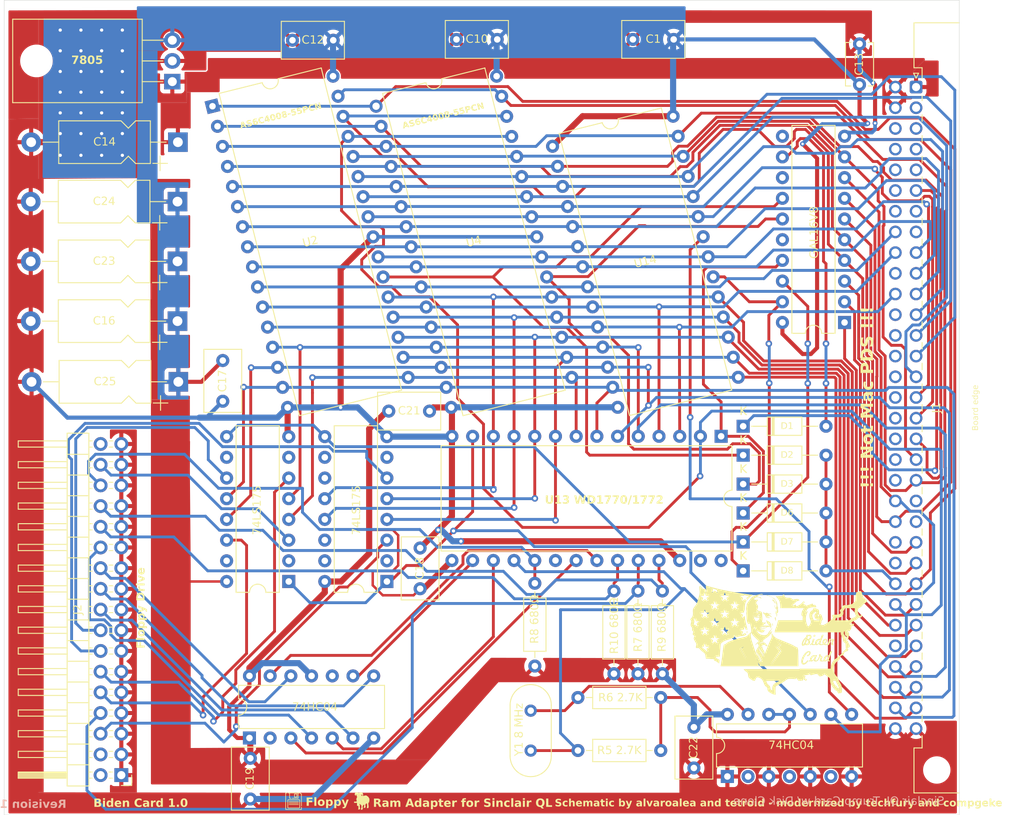
<source format=kicad_pcb>
(kicad_pcb (version 20241229) (generator "pcbnew") (generator_version "9.0")
  (layers (0 "F.Cu" signal) (2 "B.Cu" signal) (13 "F.Paste" user) (15 "B.Paste" user) (5 "F.SilkS" user "F.Silkscreen") (7 "B.SilkS" user "B.Silkscreen") (1 "F.Mask" user) (3 "B.Mask" user) (25 "Edge.Cuts" user))
  (net 0 "")
  (net 1 "+5V")
  (net 2 "GND")
  (net 3 "+9V")
  (net 4 "/DSMC")
  (net 5 "Net-(D1-A)")
  (net 6 "/SRAM_CS1")
  (net 7 "/DTACKL")
  (net 8 "/SRAM_CS2")
  (net 9 "/FDCON_CS")
  (net 10 "/CS175")
  (net 11 "/ROM_CE")
  (net 14 "/SP0")
  (net 15 "/SP1")
  (net 16 "/SP2")
  (net 18 "/A3")
  (net 19 "/A4")
  (net 20 "/A5")
  (net 21 "/A6")
  (net 22 "/A7")
  (net 23 "/A8")
  (net 24 "/A9")
  (net 25 "/A10")
  (net 26 "/A11")
  (net 27 "/A12")
  (net 28 "/A13")
  (net 29 "/A14")
  (net 32 "/A16")
  (net 33 "/A17")
  (net 34 "/A18")
  (net 35 "/A19")
  (net 36 "/D7")
  (net 37 "/D6")
  (net 38 "/D5")
  (net 39 "/D4")
  (net 40 "/D3")
  (net 41 "/EXTINTL")
  (net 45 "/SP3")
  (net 46 "/A2")
  (net 47 "/A1")
  (net 49 "/A0")
  (net 55 "/VPA")
  (net 57 "/E")
  (net 59 "/RESET")
  (net 60 "/A15")
  (net 63 "/RW")
  (net 64 "/DS")
  (net 66 "/D0")
  (net 67 "/D1")
  (net 68 "/D2")
  (net 71 "/DS3")
  (net 72 "/FDC_IP")
  (net 73 "/DS0")
  (net 74 "/DS1")
  (net 75 "/DS2")
  (net 76 "/MOTOR_ON")
  (net 77 "/DIR")
  (net 78 "/STEP")
  (net 79 "/DATA_WR")
  (net 80 "/GATE_WR")
  (net 81 "/FDC_T0")
  (net 82 "/FDC_WPRT")
  (net 83 "/FDC_RD")
  (net 84 "/HEAD")
  (net 86 "Net-(R5-Pad1)")
  (net 87 "/CLK")
  (net 88 "Net-(R6-Pad1)")
  (net 92 "/ROM_OE")
  (net 93 "/FDC_STEP")
  (net 94 "/FDC_DIR")
  (net 96 "/FDC_WG")
  (net 97 "/FDC_WD")
  (footprint "Diode_THT:D_DO-35_SOD27_P10.16mm_Horizontal" (layer "F.Cu") (at 163.2712 94.7212)
    (property "Reference" "D1" (hide yes))
    (property "Value" "1N4148" (hide yes))
  )
  (footprint "Resistor_THT:R_Axial_DIN0207_L6.3mm_D2.5mm_P10.16mm_Horizontal" (layer "F.Cu") (at 150.368 125.095 90)
    (property "Reference" "R7" (hide yes))
    (property "Value" "680" (hide yes))
  )
  (footprint "Diode_THT:D_DO-35_SOD27_P10.16mm_Horizontal" (layer "F.Cu") (at 163.2712 101.8212)
    (property "Reference" "D3" (hide yes))
    (property "Value" "1N4148" (hide yes))
  )
  (footprint "Resistor_THT:R_Axial_DIN0207_L6.3mm_D2.5mm_P10.16mm_Horizontal" (layer "F.Cu") (at 143.002 128.016)
    (property "Reference" "R6" (hide yes))
    (property "Value" "2K7" (hide yes))
  )
  (footprint "Resistor_THT:R_Axial_DIN0207_L6.3mm_D2.5mm_P10.16mm_Horizontal" (layer "F.Cu") (at 153.162 134.5184 180)
    (property "Reference" "R5" (hide yes))
    (property "Value" "2K7" (hide yes))
  )
  (footprint "Package_DIP:DIP-32_W15.24mm" (layer "F.Cu") (at 118.244083 55.445721 14)
    (property "Reference" "U4" (hide yes))
    (property "Value" "AS6C4008-55PCN" (hide yes))
  )
  (footprint "Package_DIP:DIP-28_W15.24mm" (layer "F.Cu") (at 160.5688 95.9562 -90)
    (property "Reference" "U13" (hide yes))
    (property "Value" "FDC_WD1772" (hide yes))
  )
  (footprint "Diode_THT:D_DO-35_SOD27_P10.16mm_Horizontal" (layer "F.Cu") (at 163.2712 108.9212)
    (property "Reference" "D7" (hide yes))
    (property "Value" "1N4148" (hide yes))
  )
  (footprint "Package_DIP:DIP-20_W7.62mm" (layer "F.Cu") (at 175.7072 81.9862 180)
    (property "Reference" "U1" (hide yes))
    (property "Value" "GAL16V8" (hide yes))
  )
  (footprint "Capacitor_THT:C_Disc_D7.5mm_W4.4mm_P5.00mm" (layer "F.Cu") (at 102.8192 140.4728 90)
    (property "Reference" "C19" (hide yes))
    (property "Value" "C" (hide yes))
  )
  (footprint "Diode_THT:D_DO-35_SOD27_P10.16mm_Horizontal" (layer "F.Cu") (at 163.2712 112.4712)
    (property "Reference" "D8" (hide yes))
    (property "Value" "1N4148" (hide yes))
  )
  (footprint "Crystal:Crystal_HC18-U_Vertical" (layer "F.Cu") (at 137.2108 134.53 90)
    (property "Reference" "Y1" (hide yes))
    (property "Value" "8Mhz" (hide yes))
  )
  (footprint "Capacitor_THT:C_Disc_D7.5mm_W4.4mm_P5.00mm" (layer "F.Cu") (at 157.226 131.6628 -90)
    (property "Reference" "C22" (hide yes))
    (property "Value" "C" (hide yes))
  )
  (footprint "Resistor_THT:R_Axial_DIN0207_L6.3mm_D2.5mm_P10.16mm_Horizontal" (layer "F.Cu") (at 147.4216 125.095 90)
    (property "Reference" "R10" (hide yes))
    (property "Value" "680" (hide yes))
  )
  (footprint "Diode_THT:D_DO-35_SOD27_P10.16mm_Horizontal" (layer "F.Cu") (at 163.2712 105.3712)
    (property "Reference" "D6" (hide yes))
    (property "Value" "1N4148" (hide yes))
  )
  (footprint "Capacitor_THT:CP_Axial_L11.0mm_D5.0mm_P18.00mm_Horizontal" (layer "F.Cu") (at 93.8868 67.1517 180)
    (property "Reference" "C24" (hide yes))
    (property "Value" "C_Polarized" (hide yes))
  )
  (footprint "Capacitor_THT:C_Disc_D7.5mm_W4.4mm_P5.00mm" (layer "F.Cu") (at 154.7476 47.244 180)
    (property "Reference" "C1" (hide yes))
    (property "Value" "C" (hide yes))
  )
  (footprint "Diode_THT:D_DO-35_SOD27_P10.16mm_Horizontal" (layer "F.Cu") (at 163.2712 98.2712)
    (property "Reference" "D2" (hide yes))
    (property "Value" "1N4148" (hide yes))
  )
  (footprint "Capacitor_THT:CP_Axial_L11.0mm_D5.0mm_P18.00mm_Horizontal" (layer "F.Cu") (at 93.8868 74.4867 180)
    (property "Reference" "C23" (hide yes))
    (property "Value" "C_Polarized" (hide yes))
  )
  (footprint "Connector_PinHeader_2.54mm:PinHeader_2x17_P2.54mm_Horizontal" (layer "F.Cu") (at 86.995 137.541 180)
    (property "Reference" "J2" (hide yes))
    (property "Value" "Conn_02x17_Odd_Even" (hide yes))
  )
  (footprint "Package_DIP:DIP-16_W7.62mm" (layer "F.Cu") (at 119.5732 113.777 180)
    (property "Reference" "U16" (hide yes))
    (property "Value" "74LS175" (hide yes))
  )
  (footprint "Resistor_THT:R_Axial_DIN0207_L6.3mm_D2.5mm_P10.16mm_Horizontal" (layer "F.Cu") (at 137.7188 124.1552 90)
    (property "Reference" "R8" (hide yes))
    (property "Value" "680" (hide yes))
  )
  (footprint "Capacitor_THT:C_Disc_D7.5mm_W4.4mm_P5.00mm" (layer "F.Cu") (at 123.6472 114.6664 90)
    (property "Reference" "C18" (hide yes))
    (property "Value" "C" (hide yes))
  )
  (footprint "Capacitor_THT:CP_Axial_L11.0mm_D5.0mm_P18.00mm_Horizontal" (layer "F.Cu") (at 93.9376 59.8563 180)
    (property "Reference" "C14" (hide yes))
    (property "Value" "C_Polarized" (hide yes))
  )
  (footprint "Capacitor_THT:C_Disc_D7.5mm_W4.4mm_P5.00mm" (layer "F.Cu") (at 128.1068 47.244)
    (property "Reference" "C10" (hide yes))
    (property "Value" "C" (hide yes))
  )
  (footprint "Connector_DIN:DIN41612_B_2x32_Male_Horizontal_THT" (layer "F.Cu") (at 184.481476 53.092074 -90)
    (property "Reference" "J1" (hide yes))
    (property "Value" "QL_SLOT_DIN41612_CARD" (hide yes))
  )
  (footprint "Capacitor_THT:C_Disc_D7.5mm_W4.4mm_P5.00mm" (layer "F.Cu") (at 124.801 92.8624 180)
    (property "Reference" "C21" (hide yes))
    (property "Value" "C" (hide yes))
  )
  (footprint "Capacitor_THT:C_Disc_D7.5mm_W4.4mm_P5.00mm" (layer "F.Cu") (at 112.99 47.3456 180)
    (property "Reference" "C12" (hide yes))
    (property "Value" "C" (hide yes))
  )
  (footprint "Capacitor_THT:CP_Axial_L11.0mm_D5.0mm_P18.00mm_Horizontal" (layer "F.Cu") (at 93.9884 89.2695 180)
    (property "Reference" "C25" (hide yes))
    (property "Value" "C_Polarized" (hide yes))
  )
  (footprint "Capacitor_THT:C_Disc_D7.5mm_W4.4mm_P5.00mm" (layer "F.Cu") (at 99.441 86.654 -90)
    (property "Reference" "C17" (hide yes))
    (property "Value" "C" (hide yes))
  )
  (footprint "Resistor_THT:R_Axial_DIN0207_L6.3mm_D2.5mm_P10.16mm_Horizontal" (layer "F.Cu") (at 153.3652 125.095 90)
    (property "Reference" "R9" (hide yes))
    (property "Value" "680" (hide yes))
  )
  (footprint "Package_DIP:DIP-32_W15.24mm" (layer "F.Cu") (at 98.178083 55.445721 14)
    (property "Reference" "U2" (hide yes))
    (property "Value" "AS6C4008-55PCN" (hide yes))
  )
  (footprint "Capacitor_THT:C_Disc_D5.1mm_W3.2mm_P5.00mm" (layer "F.Cu") (at 177.546 52.792 90)
    (property "Reference" "C13" (hide yes))
    (property "Value" "C" (hide yes))
  )
  (footprint "Package_TO_SOT_THT:TO-220-3_Horizontal_TabDown" (layer "F.Cu") (at 93.251476 52.4256 90)
    (property "Reference" "U18" (hide yes))
    (property "Value" "7805" (hide yes))
  )
  (footprint "Capacitor_THT:CP_Axial_L11.0mm_D5.0mm_P18.00mm_Horizontal" (layer "F.Cu") (at 93.8868 81.8217 180)
    (property "Reference" "C16" (hide yes))
    (property "Value" "C_Polarized" (hide yes))
  )
  (footprint "Package_DIP:DIP-14_W7.62mm" (layer "F.Cu") (at 161.3358 137.7088 90)
    (property "Reference" "U3" (hide yes))
    (property "Value" "74HC04" (hide yes))
  )
  (footprint "Package_DIP:DIP-14_W7.62mm" (layer "F.Cu") (at 102.7126 132.9844 90)
    (property "Reference" "U15" (hide yes))
    (property "Value" "74HC04" (hide yes))
  )
  (footprint "Package_DIP:DIP-28_W15.24mm" (layer "F.Cu") (at 139.892184 60.358375 14)
    (property "Reference" "U14" (hide yes))
    (property "Value" "27C128" (hide yes))
  )
  (footprint "Package_DIP:DIP-16_W7.62mm" (layer "F.Cu") (at 107.5336 113.777 180)
    (property "Reference" "U17" (hide yes))
    (property "Value" "74ls175" (hide yes))
  )
  (gr_poly (pts (xy 166.564131 117.683612) (xy 166.564325 117.683653) (xy 166.564496 117.68373) (xy 166.564642 117.683845) (xy 166.575299 117.690379) (xy 166.586315 117.696492) (xy 166.609082 117.707962) (xy 166.632251 117.719265) (xy 166.64377 117.725169) (xy 166.655129 117.731411) (xy 166.666244 117.738115) (xy 166.677026 117.745409) (xy 166.687389 117.753418) (xy 166.697248 117.76227) (xy 166.701961 117.767051) (xy 166.706515 117.77209) (xy 166.710899 117.777403) (xy 166.715103 117.783005) (xy 166.719116 117.788912) (xy 166.722928 117.79514) (xy 166.726526 117.801705) (xy 166.729901 117.808623) (xy 166.517017 117.722898) (xy 166.545889 117.718075) (xy 166.557803 117.716133) (xy 166.569404 117.714325) (xy 166.559879 117.701764) (xy 166.555742 117.696309) (xy 166.551783 117.690988) (xy 166.552854 117.690343) (xy 166.553918 117.689666) (xy 166.556003 117.688265) (xy 166.55982 117.685631) (xy 166.560665 117.68508) (xy 166.561453 117.684598) (xy 166.562178 117.684197) (xy 166.562834 117.68389) (xy 166.563415 117.683688) (xy 166.563675 117.683631) (xy 166.563914 117.683605)) (stroke (width 0.011906)) (fill yes) (layer "F.SilkS"))
  (gr_poly (pts (xy 108.531003 139.806891) (xy 108.532923 139.807037) (xy 108.534815 139.807277) (xy 108.536677 139.80761) (xy 108.538506 139.808032) (xy 108.5403 139.808541) (xy 108.542056 139.809136) (xy 108.543773 139.809812) (xy 108.545447 139.810569) (xy 108.547077 139.811404) (xy 108.54866 139.812314) (xy 108.550193 139.813298) (xy 108.551675 139.814352) (xy 108.553103 139.815474) (xy 108.554474 139.816662) (xy 108.555787 139.817913) (xy 108.557038 139.819226) (xy 108.558226 139.820598) (xy 108.559348 139.822026) (xy 108.560402 139.823508) (xy 108.561385 139.825041) (xy 108.562295 139.826624) (xy 108.563129 139.828254) (xy 108.563886 139.829928) (xy 108.564563 139.831645) (xy 108.565157 139.833401) (xy 108.565666 139.835194) (xy 108.566088 139.837023) (xy 108.56642 139.838884) (xy 108.56666 139.840776) (xy 108.566806 139.842695) (xy 108.566855 139.84464) (xy 108.566855 140.252855) (xy 108.566806 140.2548) (xy 108.56666 140.256719) (xy 108.56642 140.258611) (xy 108.566088 140.260472) (xy 108.565666 140.2623) (xy 108.565156 140.264094) (xy 108.564562 140.26585) (xy 108.563885 140.267567) (xy 108.563129 140.269241) (xy 108.562294 140.270871) (xy 108.561384 140.272454) (xy 108.560401 140.273987) (xy 108.559347 140.275469) (xy 108.558225 140.276897) (xy 108.557037 140.278269) (xy 108.555785 140.279581) (xy 108.554473 140.280833) (xy 108.553101 140.282021) (xy 108.551673 140.283143) (xy 108.550191 140.284197) (xy 108.548658 140.28518) (xy 108.547075 140.286091) (xy 108.545445 140.286925) (xy 108.543771 140.287682) (xy 108.542054 140.288359) (xy 108.540298 140.288954) (xy 108.538504 140.289463) (xy 108.536676 140.289885) (xy 108.534814 140.290217) (xy 108.532922 140.290458) (xy 108.531003 140.290604) (xy 108.529057 140.290653) (xy 108.241794 140.290653) (xy 108.239849 140.290604) (xy 108.237929 140.290458) (xy 108.236037 140.290217) (xy 108.234175 140.289885) (xy 108.232346 140.289463) (xy 108.230552 140.288954) (xy 108.228796 140.288359) (xy 108.227079 140.287682) (xy 108.225405 140.286925) (xy 108.223775 140.286091) (xy 108.222192 140.28518) (xy 108.220658 140.284197) (xy 108.219176 140.283143) (xy 108.217749 140.282021) (xy 108.216377 140.280833) (xy 108.215065 140.279581) (xy 108.213813 140.278269) (xy 108.212625 140.276897) (xy 108.211503 140.275469) (xy 108.21045 140.273987) (xy 108.209467 140.272454) (xy 108.208557 140.270871) (xy 108.207722 140.269241) (xy 108.206966 140.267567) (xy 108.206289 140.26585) (xy 108.205695 140.264094) (xy 108.205186 140.2623) (xy 108.204764 140.260472) (xy 108.204431 140.258611) (xy 108.204191 140.256719) (xy 108.204045 140.2548) (xy 108.203996 140.252855) (xy 108.203996 139.882438) (xy 108.279592 139.882438) (xy 108.279592 140.215057) (xy 108.491259 140.215057) (xy 108.491259 139.882438) (xy 108.279592 139.882438) (xy 108.203996 139.882438) (xy 108.203996 139.84464) (xy 108.204045 139.842695) (xy 108.204191 139.840776) (xy 108.204431 139.838884) (xy 108.204764 139.837023) (xy 108.205186 139.835194) (xy 108.205695 139.833401) (xy 108.206289 139.831645) (xy 108.206966 139.829928) (xy 108.207722 139.828254) (xy 108.208557 139.826624) (xy 108.209467 139.825041) (xy 108.21045 139.823508) (xy 108.211503 139.822026) (xy 108.212625 139.820598) (xy 108.213813 139.819226) (xy 108.215065 139.817913) (xy 108.216377 139.816662) (xy 108.217749 139.815474) (xy 108.219176 139.814352) (xy 108.220658 139.813298) (xy 108.222192 139.812314) (xy 108.223775 139.811404) (xy 108.225405 139.810569) (xy 108.227079 139.809812) (xy 108.228796 139.809136) (xy 108.230552 139.808541) (xy 108.232346 139.808032) (xy 108.234175 139.80761) (xy 108.236037 139.807277) (xy 108.237929 139.807037) (xy 108.239849 139.806891) (xy 108.241794 139.806842) (xy 108.529057 139.806842)) (fill yes) (layer "F.SilkS"))
  (gr_poly (pts (xy 166.826336 118.913878) (xy 166.834712 118.919571) (xy 166.842659 118.925816) (xy 166.850174 118.932586) (xy 166.857256 118.939859) (xy 166.863903 118.947609) (xy 166.870113 118.955812) (xy 166.875886 118.964444) (xy 166.881219 118.973479) (xy 166.886111 118.982894) (xy 166.89056 118.992664) (xy 166.894565 119.002764) (xy 166.898125 119.013171) (xy 166.901237 119.023858) (xy 166.9039 119.034803) (xy 166.906113 119.045979) (xy 166.907873 119.057364) (xy 166.90918 119.068932) (xy 166.910032 119.080659) (xy 166.910427 119.092521) (xy 166.910363 119.104492) (xy 166.90984 119.116549) (xy 166.908855 119.128666) (xy 166.907407 119.14082) (xy 166.905495 119.152986) (xy 166.903116 119.165139) (xy 166.900269 119.177255) (xy 166.896954 119.189309) (xy 166.893167 119.201278) (xy 166.888908 119.213135) (xy 166.884175 119.224857) (xy 166.878966 119.23642) (xy 166.81753 118.90876)) (stroke (width 0.011906)) (fill yes) (layer "F.SilkS"))
  (gr_poly (pts (xy 167.44237 117.812909) (xy 167.374742 118.102469) (xy 167.370245 118.088479) (xy 167.366378 118.074372) (xy 167.363114 118.060157) (xy 167.360425 118.04584) (xy 167.358283 118.031428) (xy 167.35666 118.016928) (xy 167.355528 118.002348) (xy 167.354859 117.987693) (xy 167.354625 117.972971) (xy 167.354799 117.958189) (xy 167.355353 117.943355) (xy 167.356258 117.928474) (xy 167.359011 117.898602) (xy 167.362836 117.86863) (xy 167.361408 117.870059) (xy 167.411413 117.789096)) (stroke (width 0.011906)) (fill yes) (layer "F.SilkS"))
  (gr_poly (pts (xy 166.460603 115.550982) (xy 166.505289 115.569117) (xy 166.597027 115.605966) (xy 166.575535 115.607497) (xy 166.555672 115.608323) (xy 166.537378 115.608421) (xy 166.520595 115.607767) (xy 166.505267 115.606337) (xy 166.491335 115.604108) (xy 166.478741 115.601055) (xy 166.467426 115.597156) (xy 166.457334 115.592386) (xy 166.452729 115.589667) (xy 166.448407 115.586721) (xy 166.444362 115.583546) (xy 166.440586 115.580138) (xy 166.437072 115.576495) (xy 166.433813 115.572614) (xy 166.430802 115.568491) (xy 166.428032 115.564124) (xy 166.423182 115.554645) (xy 166.419208 115.544153) (xy 166.416051 115.532624)) (stroke (width 0.011906)) (fill yes) (layer "F.SilkS"))
  (gr_poly (pts (xy 177.621852 114.942775) (xy 177.635679 114.94375) (xy 177.649601 114.94583) (xy 177.663501 114.948954) (xy 177.677261 114.953061) (xy 177.690764 114.95809) (xy 177.703894 114.96398) (xy 177.716532 114.970671) (xy 177.728562 114.978103) (xy 177.739867 114.986214) (xy 177.750328 114.994944) (xy 177.760248 115.004719) (xy 177.769168 115.015079) (xy 177.77717 115.025974) (xy 177.784336 115.037352) (xy 177.790748 115.049163) (xy 177.796489 115.061356) (xy 177.801642 115.073879) (xy 177.806288 115.086682) (xy 177.810509 115.099713) (xy 177.814389 115.112923) (xy 177.821453 115.139672) (xy 177.828137 115.166521) (xy 177.8351 115.193064) (xy 177.842186 115.218186) (xy 177.849819 115.242882) (xy 177.866414 115.291305) (xy 177.884258 115.338947) (xy 177.902728 115.386421) (xy 177.921197 115.434342) (xy 177.939042 115.483323) (xy 177.947534 115.508403) (xy 177.955636 115.533979) (xy 177.963269 115.560126) (xy 177.970356 115.586923) (xy 177.984115 115.64571) (xy 177.987665 115.660323) (xy 177.991444 115.674724) (xy 177.995545 115.688823) (xy 178.000062 115.702532) (xy 178.005086 115.715761) (xy 178.010711 115.728421) (xy 178.01703 115.740422) (xy 178.020478 115.746148) (xy 178.024134 115.751675) (xy 178.02801 115.756994) (xy 178.032118 115.762091) (xy 178.036468 115.766958) (xy 178.041074 115.771581) (xy 178.045945 115.775951) (xy 178.051094 115.780055) (xy 178.056532 115.783883) (xy 178.062271 115.787424) (xy 178.068297 115.790921) (xy 178.074556 115.794126) (xy 178.081003 115.797092) (xy 178.087593 115.799873) (xy 178.114479 115.810224) (xy 178.121105 115.812887) (xy 178.127601 115.815687) (xy 178.133923 115.818678) (xy 178.140026 115.821915) (xy 178.145863 115.825449) (xy 178.15139 115.829337) (xy 178.154023 115.831429) (xy 178.156561 115.83363) (xy 178.158999 115.835945) (xy 178.161331 115.838383) (xy 178.163755 115.841419) (xy 178.166033 115.844627) (xy 178.168175 115.847994) (xy 178.170191 115.851506) (xy 178.173888 115.858917) (xy 178.177204 115.866756) (xy 178.180221 115.874923) (xy 178.183022 115.883313) (xy 178.188299 115.900354) (xy 178.193688 115.917061) (xy 178.196628 115.925033) (xy 178.199841 115.932613) (xy 178.203408 115.939699) (xy 178.20535 115.943025) (xy 178.207411 115.946189) (xy 178.209602 115.949178) (xy 178.211932 115.951979) (xy 178.214412 115.954581) (xy 178.217052 115.956969) (xy 178.219866 115.959128) (xy 178.222855 115.96106) (xy 178.22601 115.962779) (xy 178.22932 115.964297) (xy 178.232778 115.965628) (xy 178.236373 115.966785) (xy 178.243938 115.968629) (xy 178.251941 115.969935) (xy 178.260308 115.970807) (xy 178.268964 115.971351) (xy 178.277834 115.971673) (xy 178.295917 115.97207) (xy 178.313962 115.972841) (xy 178.322783 115.97363) (xy 178.33137 115.974829) (xy 178.339649 115.976542) (xy 178.347545 115.978876) (xy 178.355447 115.985576) (xy 178.362898 115.992964) (xy 178.369895 116.000989) (xy 178.376432 116.009602) (xy 178.382507 116.018753) (xy 178.388114 116.028394) (xy 178.393249 116.038474) (xy 178.397908 116.048944) (xy 178.402088 116.059755) (xy 178.405783 116.070857) (xy 178.40899 116.0822) (xy 178.411704 116.093734) (xy 178.413922 116.105411) (xy 178.415639 116.117181) (xy 178.41685 116.128994) (xy 178.417553 116.140801) (xy 178.418334 116.158832) (xy 178.418019 116.176644) (xy 178.416639 116.194194) (xy 178.414227 116.211442) (xy 178.410812 116.228347) (xy 178.406427 116.244868) (xy 178.401103 116.260963) (xy 178.394872 116.276592) (xy 178.387764 116.291712) (xy 178.379811 116.306284) (xy 178.371045 116.320265) (xy 178.361497 116.333615) (xy 178.351198 116.346293) (xy 178.34018 116.358256) (xy 178.328474 116.369465) (xy 178.316112 116.379878) (xy 178.305922 116.387735) (xy 178.295379 116.395089) (xy 178.284523 116.401996) (xy 178.273391 116.408513) (xy 178.262021 116.414695) (xy 178.250453 116.420598) (xy 178.226875 116.43179) (xy 178.179019 116.45328) (xy 178.155357 116.464472) (xy 178.143726 116.470375) (xy 178.13228 116.476557) (xy 178.118007 116.48502) (xy 178.104106 116.49396) (xy 178.090562 116.503354) (xy 178.077355 116.513176) (xy 178.06447 116.523404) (xy 178.051888 116.534011) (xy 178.039592 116.544975) (xy 178.027565 116.55627) (xy 178.015789 116.567871) (xy 178.004246 116.579756) (xy 177.99292 116.591898) (xy 177.981793 116.604274) (xy 177.960065 116.62963) (xy 177.938922 116.655627) (xy 177.873922 116.735161) (xy 177.841001 116.774102) (xy 177.824232 116.793151) (xy 177.807181 116.811837) (xy 177.789789 116.830099) (xy 177.771999 116.847876) (xy 177.753752 116.865105) (xy 177.734992 116.881727) (xy 177.715659 116.897678) (xy 177.695697 116.912899) (xy 177.675046 116.927327) (xy 177.65365 116.940901) (xy 177.641258 116.948001) (xy 177.628583 116.954865) (xy 177.602594 116.968047) (xy 177.549529 116.993407) (xy 177.52329 117.006255) (xy 177.497804 117.019661) (xy 177.485474 117.026677) (xy 177.47349 117.033959) (xy 177.461903 117.041548) (xy 177.450767 117.049486) (xy 177.449343 117.050489) (xy 177.447931 117.051531) (xy 177.445133 117.053705) (xy 177.44237 117.055957) (xy 177.439634 117.058237) (xy 177.436921 117.060495) (xy 177.434224 117.06268) (xy 177.431539 117.064742) (xy 177.430198 117.065711) (xy 177.428859 117.066631) (xy 177.414904 117.080503) (xy 177.402045 117.09538) (xy 177.390252 117.111206) (xy 177.3795 117.127922) (xy 177.369761 117.145471) (xy 177.361007 117.163796) (xy 177.353212 117.182838) (xy 177.346349 117.202541) (xy 177.335306 117.243697) (xy 177.327663 117.286804) (xy 177.323201 117.3314) (xy 177.321703 117.377027) (xy 177.32295 117.423223) (xy 177.326726 117.469527) (xy 177.332812 117.51548) (xy 177.340991 117.560621) (xy 177.351045 117.60449) (xy 177.362757 117.646625) (xy 177.375909 117.686568) (xy 177.390283 117.723856) (xy 177.394003 117.733274) (xy 177.397856 117.742448) (xy 177.401863 117.751425) (xy 177.406043 117.760252) (xy 177.41042 117.768976) (xy 177.415012 117.777643) (xy 177.419842 117.786301) (xy 177.42493 117.794996) (xy 177.435963 117.812683) (xy 177.448281 117.831079) (xy 177.462049 117.850558) (xy 177.477436 117.871493) (xy 177.489179 117.886732) (xy 177.501635 117.90243) (xy 177.51467 117.9183) (xy 177.52815 117.934053) (xy 177.541939 117.949402) (xy 177.555903 117.964058) (xy 177.569908 117.977733) (xy 177.583819 117.990139) (xy 177.590697 117.995776) (xy 177.597501 118.000988) (xy 177.604214 118.005739) (xy 177.610819 118.009992) (xy 177.6173 118.013712) (xy 177.62364 118.016862) (xy 177.629821 118.019407) (xy 177.635827 118.021311) (xy 177.641642 118.022538) (xy 177.647247 118.023051) (xy 177.652627 118.022814) (xy 177.657765 118.021792) (xy 177.662644 118.019949) (xy 177.667247 118.017248) (xy 177.671557 118.013654) (xy 177.675557 118.00913) (xy 177.676868 118.007289) (xy 177.678124 118.005338) (xy 177.679324 118.003282) (xy 177.680468 118.001123) (xy 177.681556 117.998863) (xy 177.682589 117.996505) (xy 177.683566 117.994053) (xy 177.684486 117.991508) (xy 177.685351 117.988875) (xy 177.686161 117.986154) (xy 177.686914 117.98335) (xy 177.687611 117.980465) (xy 177.688253 117.977502) (xy 177.688839 117.974464) (xy 177.689369 117.971353) (xy 177.689843 117.968172) (xy 177.690888 117.959414) (xy 177.691414 117.950503) (xy 177.691529 117.941496) (xy 177.691339 117.932453) (xy 177.689664 117.897092) (xy 177.689551 117.888747) (xy 177.689773 117.880717) (xy 177.690438 117.873061) (xy 177.690969 117.869392) (xy 177.691651 117.865838) (xy 177.692497 117.862407) (xy 177.693521 117.859106) (xy 177.694735 117.855942) (xy 177.696152 117.852923) (xy 177.697788 117.850056) (xy 177.699654 117.847349) (xy 177.701764 117.844808) (xy 177.704131 117.842442) (xy 177.706037 117.840712) (xy 177.708089 117.839092) (xy 177.71028 117.837582) (xy 177.712602 117.836182) (xy 177.71761 117.833704) (xy 177.723054 117.831652) (xy 177.728875 117.830018) (xy 177.735013 117.828796) (xy 177.741409 117.827979) (xy 177.748005 117.827559) (xy 177.754739 117.82753) (xy 177.761554 117.827884) (xy 177.76839 117.828616) (xy 177.775188 117.829717) (xy 177.781888 117.831181) (xy 177.788431 117.833) (xy 177.794758 117.835169) (xy 177.800809 117.837679) (xy 177.80652 117.840578) (xy 177.811869 117.843817) (xy 177.816866 117.847383) (xy 177.821516 117.851262) (xy 177.825828 117.85544) (xy 177.82981 117.859904) (xy 177.833468 117.864639) (xy 177.83681 117.869633) (xy 177.839844 117.87487) (xy 177.842577 117.880338) (xy 177.845016 117.886023) (xy 177.84717 117.89191) (xy 177.85065 117.904239) (xy 177.853077 117.917213) (xy 177.85451 117.930723) (xy 177.855009 117.944659) (xy 177.854636 117.95891) (xy 177.853449 117.973366) (xy 177.851508 117.987917) (xy 177.848874 118.002452) (xy 177.845607 118.016862) (xy 177.841766 118.031037) (xy 177.835345 118.049714) (xy 177.827901 118.06767) (xy 177.819483 118.084855) (xy 177.81014 118.101217) (xy 177.799921 118.116705) (xy 177.788874 118.13127) (xy 177.777049 118.144859) (xy 177.764494 118.157422) (xy 177.751259 118.168907) (xy 177.737391 118.179265) (xy 177.72294 118.188444) (xy 177.715511 118.192575) (xy 177.707955 118.196392) (xy 177.700277 118.19989) (xy 177.692484 118.20306) (xy 177.684581 118.205898) (xy 177.676576 118.208396) (xy 177.668473 118.210549) (xy 177.66028 118.21235) (xy 177.652002 118.213792) (xy 177.643646 118.214869) (xy 177.633619 118.215522) (xy 177.623551 118.215739) (xy 177.613457 118.215586) (xy 177.603351 118.21513) (xy 177.583161 118.213572) (xy 177.5631 118.211595) (xy 177.543285 118.20973) (xy 177.533506 118.209005) (xy 177.523832 118.208507) (xy 177.514278 118.208301) (xy 177.504859 118.208455) (xy 177.495589 118.209035) (xy 177.486483 118.210106) (xy 177.476638 118.211573) (xy 177.467007 118.213632) (xy 177.457579 118.21626) (xy 177.448343 118.219429) (xy 177.439287 118.223115) (xy 177.430399 118.22729) (xy 177.421668 118.231929) (xy 177.413082 118.237007) (xy 177.396301 118.248373) (xy 177.379964 118.261181) (xy 177.363979 118.275224) (xy 177.348253 118.290295) (xy 177.332694 118.306186) (xy 177.317211 118.32269) (xy 177.286102 118.35671) (xy 177.254189 118.390696) (xy 177.237701 118.407158) (xy 177.220736 118.42299) (xy 177.209706 118.432375) (xy 177.198413 118.441427) (xy 177.186876 118.450163) (xy 177.175113 118.458597) (xy 177.16314 118.466744) (xy 177.150976 118.474618) (xy 177.138637 118.482234) (xy 177.126141 118.489606) (xy 177.100748 118.503679) (xy 177.074937 118.516953) (xy 177.048847 118.529547) (xy 177.022617 118.541577) (xy 176.98371 118.557484) (xy 176.945055 118.57257) (xy 176.869681 118.601644) (xy 176.833554 118.616312) (xy 176.798861 118.631521) (xy 176.782145 118.639435) (xy 176.765898 118.647612) (xy 176.750158 118.656094) (xy 176.734961 118.664925) (xy 176.722466 118.673203) (xy 176.710299 118.681813) (xy 176.698396 118.690798) (xy 176.686697 118.700198) (xy 176.675136 118.710055) (xy 176.663653 118.720412) (xy 176.652183 118.731311) (xy 176.640664 118.742792) (xy 176.629034 118.754899) (xy 176.61723 118.767673) (xy 176.592846 118.795388) (xy 176.567011 118.826274) (xy 176.539223 118.860664) (xy 176.509277 118.898504) (xy 176.478784 118.938174) (xy 176.464027 118.958068) (xy 176.449966 118.977666) (xy 176.436879 118.996717) (xy 176.425043 119.01497) (xy 176.414736 119.032173) (xy 176.406237 119.048076) (xy 176.402751 119.055462) (xy 176.399821 119.062428) (xy 176.397482 119.068944) (xy 176.395769 119.074977) (xy 176.394715 119.080497) (xy 176.394355 119.085472) (xy 176.394725 119.089871) (xy 176.39586 119.093662) (xy 176.397793 119.096815) (xy 176.400559 119.099296) (xy 176.404194 119.101076) (xy 176.408731 119.102123) (xy 176.412586 119.102377) (xy 176.416977 119.102257) (xy 176.421861 119.10178) (xy 176.427193 119.100962) (xy 176.43293 119.099821) (xy 176.439028 119.098373) (xy 176.445442 119.096634) (xy 176.452129 119.094622) (xy 176.459045 119.092354) (xy 176.466146 119.089845) (xy 176.480727 119.084175) (xy 176.495519 119.077745) (xy 176.510172 119.070691) (xy 176.526102 119.062934) (xy 176.541284 119.05507) (xy 176.569845 119.03931) (xy 176.596742 119.023986) (xy 176.622864 119.009671) (xy 176.635912 119.003072) (xy 176.649098 118.996942) (xy 176.662534 118.991351) (xy 176.676331 118.986372) (xy 176.690599 118.982077) (xy 176.70545 118.978537) (xy 176.720995 118.975825) (xy 176.737344 118.974012) (xy 176.746128 118.973679) (xy 176.755111 118.973585) (xy 176.764224 118.973743) (xy 176.773397 118.974168) (xy 176.782562 118.974875) (xy 176.79165 118.975879) (xy 176.800591 118.977193) (xy 176.809317 118.978834) (xy 176.817758 118.980815) (xy 176.825846 118.983151) (xy 176.83351 118.985856) (xy 176.840683 118.988947) (xy 176.844063 118.99064) (xy 176.847295 118.992436) (xy 176.850369 118.994335) (xy 176.853276 118.996339) (xy 176.85601 118.99845) (xy 176.858559 119.00067) (xy 176.860917 119.003001) (xy 176.863074 119.005444) (xy 176.866788 119.010129) (xy 176.869732 119.015148) (xy 176.87193 119.02048) (xy 176.873407 119.026102) (xy 176.874189 119.031991) (xy 176.874299 119.038127) (xy 176.873763 119.044486) (xy 176.872606 119.051045) (xy 176.870853 119.057783) (xy 176.868528 119.064678) (xy 176.865656 119.071706) (xy 176.862262 119.078846) (xy 176.858371 119.086076) (xy 176.854008 119.093372) (xy 176.843964 119.108076) (xy 176.83233 119.12278) (xy 176.819305 119.137306) (xy 176.805086 119.151475) (xy 176.789873 119.165107) (xy 176.773865 119.178025) (xy 176.75726 119.190051) (xy 176.740258 119.201004) (xy 176.723057 119.210708) (xy 176.709468 119.217593) (xy 176.695893 119.223688) (xy 176.682403 119.229115) (xy 176.669069 119.234) (xy 176.618697 119.250594) (xy 176.607198 119.254627) (xy 176.596277 119.258863) (xy 176.586005 119.263425) (xy 176.576452 119.268438) (xy 176.571968 119.271153) (xy 176.567689 119.274026) (xy 176.563626 119.277074) (xy 176.559787 119.280313) (xy 176.55618 119.283757) (xy 176.552814 119.287423) (xy 176.549699 119.291326) (xy 176.546843 119.295481) (xy 176.544714 119.299195) (xy 176.542785 119.303099) (xy 176.53949 119.311442) (xy 176.536886 119.320445) (xy 176.5349 119.330039) (xy 176.533457 119.340157) (xy 176.532486 119.350733) (xy 176.531912 119.3617) (xy 176.531663 119.37299) (xy 176.531844 119.396274) (xy 176.532445 119.42005) (xy 176.532877 119.44378) (xy 176.532557 119.46693) (xy 176.531101 119.486331) (xy 176.528542 119.504797) (xy 176.524918 119.522467) (xy 176.520264 119.539477) (xy 176.514616 119.555965) (xy 176.508011 119.57207) (xy 176.500486 119.587927) (xy 176.492076 119.603674) (xy 176.482817 119.61945) (xy 176.472747 119.63539) (xy 176.4619 119.651634) (xy 176.450314 119.668318) (xy 176.397302 119.742203) (xy 176.350086 119.806646) (xy 176.338026 119.822527) (xy 176.326018 119.837807) (xy 176.31414 119.852234) (xy 176.302469 119.865552) (xy 176.291082 119.877509) (xy 176.28552 119.882898) (xy 176.280058 119.887851) (xy 176.274706 119.892336) (xy 176.269473 119.896322) (xy 176.26437 119.899778) (xy 176.259405 119.90267) (xy 176.254589 119.904968) (xy 176.249932 119.906641) (xy 176.245442 119.907655) (xy 176.24113 119.90798) (xy 176.237005 119.907583) (xy 176.233078 119.906433) (xy 176.229356 119.904499) (xy 176.225852 119.901747) (xy 176.223251 119.899265) (xy 176.220781 119.896308) (xy 176.218408 119.892915) (xy 176.216096 119.889127) (xy 176.213809 119.884981) (xy 176.211511 119.880517) (xy 176.206742 119.870791) (xy 176.201505 119.860261) (xy 176.198621 119.854793) (xy 176.195514 119.849241) (xy 176.192146 119.843644) (xy 176.188484 119.838041) (xy 176.184491 119.832472) (xy 176.180132 119.826976) (xy 176.176873 119.823115) (xy 176.173444 119.819307) (xy 176.166144 119.811885) (xy 176.158356 119.804774) (xy 176.150203 119.798044) (xy 176.14181 119.791759) (xy 176.133302 119.785989) (xy 176.124802 119.780798) (xy 176.116434 119.776255) (xy 176.108323 119.772427) (xy 176.100593 119.769379) (xy 176.09691 119.76817) (xy 176.093368 119.76718) (xy 176.089984 119.76642) (xy 176.086773 119.765897) (xy 176.083749 119.765619) (xy 176.08093 119.765595) (xy 176.078331 119.765834) (xy 176.075966 119.766343) (xy 176.073851 119.767132) (xy 176.072003 119.768207) (xy 176.070436 119.769579) (xy 176.069166 119.771255) (xy 176.06851 119.772427) (xy 176.067966 119.77371) (xy 176.067531 119.775098) (xy 176.067201 119.776587) (xy 176.066838 119.779851) (xy 176.066844 119.783466) (xy 176.067184 119.787396) (xy 176.067826 119.791606) (xy 176.068736 119.79606) (xy 176.06988 119.800723) (xy 176.071225 119.805558) (xy 176.072737 119.810531) (xy 176.076131 119.820748) (xy 176.083454 119.841264) (xy 176.089374 119.854479) (xy 176.095347 119.867022) (xy 176.101369 119.878957) (xy 176.107436 119.890347) (xy 176.113545 119.901258) (xy 176.119693 119.911752) (xy 176.132089 119.931751) (xy 176.182512 120.007951) (xy 176.198744 120.033066) (xy 176.206637 120.046084) (xy 176.214317 120.059386) (xy 176.221735 120.072956) (xy 176.228841 120.086778) (xy 176.235587 120.100834) (xy 176.241925 120.115107) (xy 176.247805 120.129582) (xy 176.253178 120.14424) (xy 176.257996 120.159067) (xy 176.26221 120.174043) (xy 176.265771 120.189154) (xy 176.26863 120.204382) (xy 176.270739 120.21971) (xy 176.272048 120.235122) (xy 176.272503 120.250039) (xy 176.272139 120.264958) (xy 176.271041 120.279872) (xy 176.269294 120.294772) (xy 176.266984 120.30965) (xy 176.264195 120.324497) (xy 176.261013 120.339305) (xy 176.257522 120.354065) (xy 176.242178 120.412466) (xy 176.234869 120.441163) (xy 176.231603 120.455357) (xy 176.228709 120.469437) (xy 176.222193 120.502533) (xy 176.216855 120.53507) (xy 176.207099 120.600882) (xy 176.201376 120.635362) (xy 176.194218 120.671694) (xy 176.189897 120.690744) (xy 176.184972 120.710483) (xy 176.179363 120.730986) (xy 176.172987 120.752329) (xy 176.166734 120.77167) (xy 176.159802 120.791461) (xy 176.152245 120.811415) (xy 176.144122 120.831245) (xy 176.135488 120.850666) (xy 176.126399 120.869389) (xy 176.116913 120.887129) (xy 176.107086 120.903598) (xy 176.102062 120.911267) (xy 176.096974 120.918511) (xy 176.091829 120.925293) (xy 176.086634 120.931579) (xy 176.081397 120.937332) (xy 176.076123 120.942517) (xy 176.07082 120.947097) (xy 176.065496 120.951037) (xy 176.060157 120.954302) (xy 176.054811 120.956854) (xy 176.049464 120.958658) (xy 176.044124 120.95968) (xy 176.038797 120.959881) (xy 176.033491 120.959228) (xy 176.028212 120.957683) (xy 176.022969 120.955212) (xy 176.018889 120.952702) (xy 176.01487 120.949665) (xy 176.010915 120.946144) (xy 176.007029 120.942182) (xy 176.003215 120.937821) (xy 175.999477 120.933103) (xy 175.995821 120.928071) (xy 175.99225 120.922768) (xy 175.988768 120.917235) (xy 175.985379 120.911517) (xy 175.982089 120.905655) (xy 175.9789 120.899692) (xy 175.972845 120.887632) (xy 175.967247 120.875679) (xy 175.961072 120.859605) (xy 175.956064 120.843998) (xy 175.952142 120.828755) (xy 175.949224 120.813774) (xy 175.947226 120.798952) (xy 175.946067 120.784186) (xy 175.945664 120.769374) (xy 175.945934 120.754414) (xy 175.946797 120.739202) (xy 175.948169 120.723637) (xy 175.952111 120.691035) (xy 175.962483 120.617075) (xy 175.965943 120.589319) (xy 175.967462 120.575203) (xy 175.968728 120.561123) (xy 175.969655 120.547224) (xy 175.970161 120.533652) (xy 175.97016 120.520553) (xy 175.969569 120.508073) (xy 175.969025 120.50211) (xy 175.968302 120.496357) (xy 175.967389 120.490832) (xy 175.966275 120.485552) (xy 175.96495 120.480537) (xy 175.963404 120.475804) (xy 175.961626 120.471371) (xy 175.959605 120.467257) (xy 175.95733 120.46348) (xy 175.954792 120.460058) (xy 175.95198 120.457009) (xy 175.948882 120.454353) (xy 175.945489 120.452106) (xy 175.941791 120.450287) (xy 175.937775 120.448914) (xy 175.933433 120.448006) (xy 175.931614 120.447614) (xy 175.929734 120.447322) (xy 175.927796 120.447122) (xy 175.925806 120.447002) (xy 175.923768 120.446951) (xy 175.921688 120.44696) (xy 175.91742 120.447113) (xy 175.908587 120.447671) (xy 175.9041 120.447908) (xy 175.89962 120.448006) (xy 175.895131 120.447678) (xy 175.890687 120.447144) (xy 175.886287 120.446412) (xy 175.881935 120.445487) (xy 175.877632 120.444377) (xy 175.873379 120.443088) (xy 175.869179 120.441626) (xy 175.865032 120.439999) (xy 175.860942 120.438213) (xy 175.856908 120.436274) (xy 175.849022 120.431966) (xy 175.841387 120.427128) (xy 175.834017 120.421812) (xy 175.826925 120.416073) (xy 175.820127 120.409962) (xy 175.813636 120.403533) (xy 175.807466 120.396839) (xy 175.80163 120.389933) (xy 175.796143 120.382868) (xy 175.791019 120.375697) (xy 175.786272 120.368473) (xy 175.780266 120.358492) (xy 175.774897 120.348521) (xy 175.770125 120.338516) (xy 175.765905 120.32843) (xy 175.762197 120.318219) (xy 175.758956 120.307837) (xy 175.756141 120.297239) (xy 175.753709 120.286379) (xy 175.751617 120.275212) (xy 175.749824 120.263693) (xy 175.748285 120.251776) (xy 175.74696 120.239416) (xy 175.744777 120.213186) (xy 175.742934 120.18464) (xy 175.732806 120.076241) (xy 175.726601 120.020917) (xy 175.723142 119.994558) (xy 175.719419 119.969672) (xy 175.715411 119.946712) (xy 175.711099 119.92613) (xy 175.706461 119.908379) (xy 175.701478 119.893911) (xy 175.698851 119.88805) (xy 175.696129 119.88318) (xy 175.693312 119.879358) (xy 175.690395 119.876639) (xy 175.687377 119.87508) (xy 175.684254 119.874739) (xy 175.681025 119.875672) (xy 175.677687 119.877935) (xy 175.674447 119.881169) (xy 175.671161 119.88546) (xy 175.667842 119.890727) (xy 175.664501 119.896888) (xy 175.661148 119.90386) (xy 175.657796 119.911563) (xy 175.651136 119.928833) (xy 175.64461 119.948046) (xy 175.638307 119.968548) (xy 175.632317 119.989686) (xy 175.626729 120.010808) (xy 175.622855 120.02787) (xy 175.61947 120.04459) (xy 175.616606 120.060973) (xy 175.614293 120.077022) (xy 175.612564 120.092742) (xy 175.611449 120.108136) (xy 175.610981 120.12321) (xy 175.61119 120.137967) (xy 175.612108 120.152411) (xy 175.613766 120.166548) (xy 175.616195 120.18038) (xy 175.619428 120.193911) (xy 175.623495 120.207148) (xy 175.628427 120.220092) (xy 175.634257 120.232749) (xy 175.641015 120.245123) (xy 175.645603 120.25243) (xy 175.650391 120.259731) (xy 175.660303 120.274472) (xy 175.665292 120.281991) (xy 175.670215 120.28966) (xy 175.675003 120.297519) (xy 175.679591 120.305607) (xy 175.684791 120.315213) (xy 175.689534 120.32508) (xy 175.693879 120.335181) (xy 175.697881 120.345486) (xy 175.7016 120.355966) (xy 175.70509 120.366594) (xy 175.711618 120.388177) (xy 175.724462 120.431851) (xy 175.727963 120.442708) (xy 175.731694 120.453484) (xy 175.735712 120.464149) (xy 175.740075 120.474676) (xy 175.745787 120.487224) (xy 175.751978 120.499534) (xy 175.758566 120.511649) (xy 175.765472 120.523611) (xy 175.779915 120.547241) (xy 175.794665 120.570759) (xy 175.80908 120.594501) (xy 175.815961 120.60656) (xy 175.822518 120.618801) (xy 175.82867 120.631265) (xy 175.834338 120.643994) (xy 175.83944 120.65703) (xy 175.843897 120.670415) (xy 175.849093 120.689807) (xy 175.853049 120.709847) (xy 175.855999 120.730389) (xy 175.858177 120.751288) (xy 175.86384 120.835555) (xy 175.865662 120.856063) (xy 175.868114 120.876058) (xy 175.87143 120.895395) (xy 175.875843 120.913928) (xy 175.878534 120.922847) (xy 175.881587 120.931512) (xy 175.885031 120.939902) (xy 175.888896 120.948002) (xy 175.89321 120.955791) (xy 175.898004 120.963253) (xy 175.903305 120.970369) (xy 175.909143 120.97712) (xy 176.097737 121.090467) (xy 176.105871 121.099901) (xy 176.113179 121.109949) (xy 176.119738 121.120555) (xy 176.125628 121.131663) (xy 176.130927 121.143218) (xy 176.135712 121.155163) (xy 176.140061 121.167444) (xy 176.144053 121.180003) (xy 176.151279 121.205735) (xy 176.158013 121.231914) (xy 176.164882 121.258093) (xy 176.168561 121.271042) (xy 176.172509 121.283825) (xy 176.17776 121.299416) (xy 176.183484 121.314613) (xy 176.189642 121.329471) (xy 176.196194 121.34404) (xy 176.203101 121.358376) (xy 176.210323 121.37253) (xy 176.225551 121.400506) (xy 176.258032 121.456614) (xy 176.27465 121.485595) (xy 176.291094 121.515758) (xy 176.299564 121.532789) (xy 176.307758 121.550251) (xy 176.315565 121.568062) (xy 176.322876 121.586139) (xy 176.329582 121.604401) (xy 176.335572 121.622764) (xy 176.340738 121.641147) (xy 176.34497 121.659467) (xy 176.348158 121.677642) (xy 176.350193 121.695589) (xy 176.350965 121.713227) (xy 176.350365 121.730473) (xy 176.349516 121.738923) (xy 176.348283 121.747244) (xy 176.346652 121.755426) (xy 176.34461 121.763459) (xy 176.342142 121.771331) (xy 176.339235 121.779034) (xy 176.335876 121.786557) (xy 176.332051 121.793888) (xy 176.327168 121.801901) (xy 176.321653 121.80968) (xy 176.315544 121.817215) (xy 176.308878 121.824495) (xy 176.301693 121.83151) (xy 176.294027 121.838249) (xy 176.285917 121.844702) (xy 176.277401 121.850859) (xy 176.268517 121.856709) (xy 176.259302 121.862242) (xy 176.249794 121.867447) (xy 176.240031 121.872313) (xy 176.23005 121.87683) (xy 176.219889 121.880989) (xy 176.209585 121.884777) (xy 176.199177 121.888185) (xy 176.190499 121.89082) (xy 176.181814 121.893232) (xy 176.164575 121.897658) (xy 176.147759 121.902007) (xy 176.139605 121.904321) (xy 176.131669 121.906819) (xy 176.123991 121.909567) (xy 176.116606 121.912635) (xy 176.109554 121.916089) (xy 176.106164 121.917982) (xy 176.102871 121.919997) (xy 176.099681 121.922143) (xy 176.096596 121.924427) (xy 176.093623 121.926859) (xy 176.090766 121.929447) (xy 176.08803 121.932199) (xy 176.085419 121.935124) (xy 176.082938 121.93823) (xy 176.080592 121.941525) (xy 176.077577 121.946685) (xy 176.0748 121.952131) (xy 176.072289 121.957814) (xy 176.070069 121.963686) (xy 176.068168 121.969697) (xy 176.066611 121.975799) (xy 176.065425 121.981942) (xy 176.064637 121.988079) (xy 176.064273 121.994159) (xy 176.06436 122.000136) (xy 176.064581 122.003069) (xy 176.064924 122.005958) (xy 176.065393 122.008797) (xy 176.065991 122.011579) (xy 176.066722 122.014298) (xy 176.067589 122.016948) (xy 176.068595 122.019523) (xy 176.069744 122.022017) (xy 176.071038 122.024424) (xy 176.072482 122.026738) (xy 176.074078 122.028952) (xy 176.075829 122.031061) (xy 176.077735 122.033008) (xy 176.079784 122.034837) (xy 176.081968 122.036555) (xy 176.084277 122.038168) (xy 176.0867 122.039684) (xy 176.08923 122.041109) (xy 176.094566 122.043718) (xy 176.10021 122.046051) (xy 176.106083 122.048163) (xy 176.118215 122.051956) (xy 176.130346 122.055547) (xy 176.13622 122.057409) (xy 176.141863 122.05939) (xy 176.1472 122.061547) (xy 176.152153 122.063936) (xy 176.154462 122.065235) (xy 176.156646 122.066614) (xy 176.158695 122.068079) (xy 176.160601 122.069637) (xy 176.162332 122.071501) (xy 176.163869 122.073518) (xy 176.165217 122.075682) (xy 176.166384 122.077985) (xy 176.167375 122.080422) (xy 176.168197 122.082986) (xy 176.168856 122.085671) (xy 176.169359 122.088471) (xy 176.169921 122.094388) (xy 176.169935 122.100687) (xy 176.16945 122.107316) (xy 176.168518 122.114225) (xy 176.16719 122.121363) (xy 176.165516 122.128679) (xy 176.163548 122.136122) (xy 176.161337 122.143641) (xy 176.156388 122.158703) (xy 176.151076 122.173458) (xy 176.147469 122.183341) (xy 176.143785 122.192979) (xy 176.140015 122.202363) (xy 176.136148 122.211484) (xy 176.132176 122.220331) (xy 176.128088 122.228895) (xy 176.123874 122.237166) (xy 176.119524 122.245134) (xy 176.11503 122.25279) (xy 176.110381 122.260123) (xy 176.105567 122.267124) (xy 176.100579 122.273784) (xy 176.095406 122.280091) (xy 176.09004 122.286038) (xy 176.084469 122.291613) (xy 176.078686 122.296807) (xy 176.069356 122.303656) (xy 176.059434 122.309783) (xy 176.048964 122.315261) (xy 176.03799 122.320159) (xy 176.026554 122.324549) (xy 176.014703 122.328502) (xy 176.002479 122.33209) (xy 175.989926 122.335384) (xy 175.96401 122.341372) (xy 175.937307 122.347037) (xy 175.910169 122.352947) (xy 175.882948 122.359673) (xy 175.862713 122.365962) (xy 175.842784 122.373045) (xy 175.823241 122.38092) (xy 175.804166 122.389587) (xy 175.78564 122.399047) (xy 175.767746 122.409299) (xy 175.750565 122.420344) (xy 175.734179 122.432182) (xy 175.718669 122.444812) (xy 175.704117 122.458234) (xy 175.697225 122.465242) (xy 175.690604 122.472449) (xy 175.684263 122.479854) (xy 175.678212 122.487456) (xy 175.672462 122.495257) (xy 175.667023 122.503256) (xy 175.661905 122.511454) (xy 175.657118 122.519849) (xy 175.652673 122.528442) (xy 175.64858 122.537234) (xy 175.644848 122.546223) (xy 175.641489 122.555411) (xy 175.638523 122.564599) (xy 175.635846 122.573925) (xy 175.633412 122.583361) (xy 175.631175 122.592879) (xy 175.627106 122.612045) (xy 175.623272 122.631195) (xy 175.619304 122.650099) (xy 175.617155 122.659387) (xy 175.614834 122.668529) (xy 175.612295 122.677494) (xy 175.609493 122.686255) (xy 175.606381 122.694783) (xy 175.602913 122.70305) (xy 175.596048 122.716345) (xy 175.588174 122.728932) (xy 175.579354 122.74085) (xy 175.569651 122.75214) (xy 175.559127 122.762842) (xy 175.547846 122.772994) (xy 175.535869 122.782637) (xy 175.523261 122.79181) (xy 175.510084 122.800554) (xy 175.4964 122.808908) (xy 175.482272 122.816911) (xy 175.467763 122.824604) (xy 175.437854 122.839218) (xy 175.407175 122.853068) (xy 175.353262 122.87441) (xy 175.327118 122.885248) (xy 175.314402 122.890856) (xy 175.301984 122.896645) (xy 175.289905 122.902657) (xy 175.278211 122.908934) (xy 175.266945 122.915519) (xy 175.256152 122.922452) (xy 175.245875 122.929775) (xy 175.236158 122.937532) (xy 175.227045 122.945762) (xy 175.21858 122.954509) (xy 175.211561 122.962679) (xy 175.205042 122.971278) (xy 175.198994 122.980282) (xy 175.193389 122.98967) (xy 175.183396 123.009502) (xy 175.17484 123.03059) (xy 175.167494 123.05275) (xy 175.161135 123.075796) (xy 175.155537 123.099547) (xy 175.150477 123.123816) (xy 175.141069 123.173175) (xy 175.131114 123.222399) (xy 175.12537 123.246501) (xy 175.118815 123.270017) (xy 175.111225 123.292763) (xy 175.102375 123.314554) (xy 175.096746 123.3259) (xy 175.090679 123.33691) (xy 175.084192 123.347599) (xy 175.077304 123.357983) (xy 175.0624 123.377897) (xy 175.046117 123.396774) (xy 175.028606 123.414739) (xy 175.010019 123.431915) (xy 174.990505 123.448426) (xy 174.970215 123.464394) (xy 174.9493 123.479944) (xy 174.92791 123.495199) (xy 174.884311 123.525317) (xy 174.840623 123.555736) (xy 174.819122 123.571368) (xy 174.798051 123.587445) (xy 174.77306 123.607303) (xy 174.748817 123.627922) (xy 174.725331 123.64927) (xy 174.702614 123.671317) (xy 174.680675 123.694031) (xy 174.659525 123.717381) (xy 174.639175 123.741334) (xy 174.619634 123.76586) (xy 174.600914 123.790928) (xy 174.583025 123.816506) (xy 174.565978 123.842562) (xy 174.549782 123.869065) (xy 174.534449 123.895984) (xy 174.519988 123.923288) (xy 174.50641 123.950944) (xy 174.493727 123.978922) (xy 174.481887 124.007688) (xy 174.47083 124.036821) (xy 174.460545 124.066295) (xy 174.45102 124.096087) (xy 174.442246 124.126172) (xy 174.434213 124.156525) (xy 174.426909 124.187123) (xy 174.420324 124.21794) (xy 174.414448 124.248953) (xy 174.409271 124.280136) (xy 174.404781 124.311466) (xy 174.400969 124.342918) (xy 174.395334 124.406091) (xy 174.392284 124.469459) (xy 174.391345 124.506183) (xy 174.391219 124.542935) (xy 174.391927 124.579688) (xy 174.39349 124.616412) (xy 174.39593 124.65308) (xy 174.399267 124.689665) (xy 174.403522 124.726138) (xy 174.408716 124.762472) (xy 174.41487 124.798638) (xy 174.422004 124.834609) (xy 174.430141 124.870356) (xy 174.4393 124.905853) (xy 174.449503 124.94107) (xy 174.46077 124.97598) (xy 174.473123 125.010556) (xy 174.486583 125.044769) (xy 174.496415 125.06823) (xy 174.5068 125.091461) (xy 174.51773 125.114452) (xy 174.529199 125.137198) (xy 174.541202 125.15969) (xy 174.553731 125.18192) (xy 174.56678 125.203881) (xy 174.580344 125.225565) (xy 174.594416 125.246964) (xy 174.608989 125.268071) (xy 174.624057 125.288878) (xy 174.639615 125.309377) (xy 174.655655 125.329561) (xy 174.672172 125.349423) (xy 174.689159 125.368953) (xy 174.70661 125.388145) (xy 174.729471 125.412315) (xy 174.752523 125.436037) (xy 174.798168 125.483037) (xy 174.820249 125.50676) (xy 174.830991 125.518775) (xy 174.841492 125.53093) (xy 174.85172 125.543252) (xy 174.861642 125.555769) (xy 174.871226 125.56851) (xy 174.880441 125.581502) (xy 174.8858 125.589683) (xy 174.890985 125.597974) (xy 174.900853 125.614869) (xy 174.910086 125.632167) (xy 174.91872 125.649844) (xy 174.926797 125.667878) (xy 174.934355 125.686247) (xy 174.941432 125.704928) (xy 174.948069 125.7239) (xy 174.999028 125.910114) (xy 175.004699 125.925844) (xy 175.010798 125.94143) (xy 175.017297 125.956885) (xy 175.024165 125.972221) (xy 175.031374 125.987451) (xy 175.038894 126.002587) (xy 175.05475 126.03263) (xy 175.071498 126.062449) (xy 175.088906 126.092146) (xy 175.124759 126.151573) (xy 175.186352 126.255694) (xy 175.216269 126.308323) (xy 175.244953 126.361243) (xy 175.271918 126.414386) (xy 175.296678 126.467685) (xy 175.30808 126.494372) (xy 175.318748 126.521073) (xy 175.328623 126.547779) (xy 175.337643 126.574483) (xy 175.347895 126.608041) (xy 175.356905 126.641781) (xy 175.364738 126.675762) (xy 175.371457 126.710043) (xy 175.377127 126.744685) (xy 175.381812 126.779746) (xy 175.385576 126.815285) (xy 175.388483 126.851363) (xy 175.391984 126.925368) (xy 175.392829 127.002237) (xy 175.39153 127.082444) (xy 175.388601 127.166462) (xy 175.386428 127.209516) (xy 175.383362 127.252552) (xy 175.381271 127.27371) (xy 175.378689 127.294439) (xy 175.375527 127.314597) (xy 175.371694 127.334043) (xy 175.367103 127.352635) (xy 175.361663 127.370231) (xy 175.358597 127.378612) (xy 175.355286 127.386691) (xy 175.351718 127.39445) (xy 175.347882 127.401871) (xy 175.343766 127.408938) (xy 175.339361 127.415632) (xy 175.334654 127.421935) (xy 175.329635 127.42783) (xy 175.324292 127.433299) (xy 175.318614 127.438324) (xy 175.31259 127.442888) (xy 175.306209 127.446974) (xy 175.297694 127.451618) (xy 175.288603 127.455595) (xy 175.278974 127.458978) (xy 175.268847 127.461834) (xy 175.258259 127.464236) (xy 175.247249 127.466253) (xy 175.235856 127.467957) (xy 175.224117 127.469417) (xy 175.174475 127.474231) (xy 175.14858 127.477009) (xy 175.135498 127.478738) (xy 175.122378 127.480787) (xy 175.021176 127.502217) (xy 175.009538 127.504055) (xy 174.998219 127.505399) (xy 174.987246 127.506156) (xy 174.976646 127.506236) (xy 174.966449 127.505545) (xy 174.961509 127.504882) (xy 174.956681 127.503992) (xy 174.951967 127.502863) (xy 174.947371 127.501485) (xy 174.942896 127.499844) (xy 174.938547 127.497931) (xy 174.9337 127.495222) (xy 174.929067 127.492106) (xy 174.924634 127.488603) (xy 174.920392 127.48473) (xy 174.91633 127.480505) (xy 174.912437 127.475947) (xy 174.905113 127.465903) (xy 174.898332 127.454743) (xy 174.892009 127.442612) (xy 174.886056 127.429654) (xy 174.880385 127.416016) (xy 174.869542 127.387277) (xy 174.858783 127.357556) (xy 174.847409 127.328014) (xy 174.841274 127.313673) (xy 174.834724 127.299812) (xy 174.825226 127.282769) (xy 174.814797 127.266787) (xy 174.803476 127.251812) (xy 174.791303 127.237787) (xy 174.778319 127.224658) (xy 174.764562 127.21237) (xy 174.750072 127.200867) (xy 174.73489 127.190095) (xy 174.719055 127.179998) (xy 174.702606 127.170521) (xy 174.685584 127.161609) (xy 174.668029 127.153208) (xy 174.64998 127.145261) (xy 174.631476 127.137714) (xy 174.612558 127.130511) (xy 174.593265 127.123598) (xy 174.576059 127.117386) (xy 174.55902 127.111052) (xy 174.550699 127.107744) (xy 174.542584 127.104293) (xy 174.534728 127.10066) (xy 174.527186 127.096809) (xy 174.520012 127.092701) (xy 174.51658 127.090538) (xy 174.513261 127.088298) (xy 174.510061 127.085974) (xy 174.506987 127.083563) (xy 174.504046 127.081059) (xy 174.501245 127.078458) (xy 174.49859 127.075756) (xy 174.496089 127.072946) (xy 174.493747 127.070026) (xy 174.491573 127.066989) (xy 174.489572 127.063832) (xy 174.487752 127.060549) (xy 174.486119 127.057136) (xy 174.484681 127.053589) (xy 174.482982 127.048933) (xy 174.481534 127.044086) (xy 174.480317 127.039067) (xy 174.479311 127.033894) (xy 174.477851 127.023159) (xy 174.476994 127.012029) (xy 174.476581 127.00065) (xy 174.476452 126.989169) (xy 174.476406 126.966495) (xy 174.47617 126.955594) (xy 174.475579 126.945181) (xy 174.474473 126.935404) (xy 174.473678 126.930799) (xy 174.472693 126.926408) (xy 174.4715 126.922249) (xy 174.470078 126.918341) (xy 174.468408 126.914702) (xy 174.466469 126.911351) (xy 174.464242 126.908306) (xy 174.461706 126.905585) (xy 174.458842 126.903206) (xy 174.45563 126.901189) (xy 174.453745 126.900351) (xy 174.451753 126.899617) (xy 174.447475 126.898435) (xy 174.442841 126.897589) (xy 174.437897 126.897021) (xy 174.432688 126.896677) (xy 174.427258 126.8965) (xy 174.415922 126.896426) (xy 174.404251 126.896352) (xy 174.398404 126.896175) (xy 174.392608 126.895831) (xy 174.386911 126.895263) (xy 174.381356 126.894416) (xy 174.37599 126.893235) (xy 174.370857 126.891663) (xy 174.368169 126.89072) (xy 174.365552 126.88968) (xy 174.360518 126.887316) (xy 174.355736 126.884594) (xy 174.351189 126.881536) (xy 174.346856 126.878161) (xy 174.342719 126.874493) (xy 174.33876 126.870553) (xy 174.334959 126.866363) (xy 174.331297 126.861943) (xy 174.327756 126.857317) (xy 174.324318 126.852505) (xy 174.320962 126.847529) (xy 174.314424 126.837171) (xy 174.307992 126.826418) (xy 174.268987 126.76507) (xy 174.230094 126.705681) (xy 174.154162 126.590614) (xy 174.117882 126.533854) (xy 174.083231 126.476887) (xy 174.066635 126.448157) (xy 174.050589 126.419172) (xy 174.035141 126.389865) (xy 174.020337 126.360167) (xy 174.003519 126.322675) (xy 173.987862 126.284452) (xy 173.97359 126.245436) (xy 173.967042 126.225612) (xy 173.960924 126.205566) (xy 173.955264 126.185292) (xy 173.950089 126.164781) (xy 173.945428 126.144026) (xy 173.941308 126.123019) (xy 173.937758 126.101752) (xy 173.934804 126.080219) (xy 173.932476 126.05841) (xy 173.930801 126.036319) (xy 173.929011 126.008907) (xy 173.927953 125.981213) (xy 173.927734 125.966312) (xy 174.298464 125.966312) (xy 174.300058 125.984907) (xy 174.302155 126.003363) (xy 174.304742 126.021676) (xy 174.30781 126.03984) (xy 174.311347 126.057851) (xy 174.315341 126.075703) (xy 174.319781 126.093392) (xy 174.324657 126.110913) (xy 174.329958 126.128261) (xy 174.335671 126.145431) (xy 174.341786 126.162418) (xy 174.348291 126.179217) (xy 174.355177 126.195824) (xy 174.36243 126.212234) (xy 174.370041 126.228441) (xy 174.377998 126.244442) (xy 174.390004 126.266103) (xy 174.402428 126.287535) (xy 174.415243 126.308777) (xy 174.428421 126.329868) (xy 174.441933 126.350848) (xy 174.455753 126.371755) (xy 174.484201 126.413509) (xy 174.566593 126.536858) (xy 174.57597 126.541077) (xy 174.585882 126.545608) (xy 174.595794 126.550051) (xy 174.600583 126.552113) (xy 174.605171 126.554002) (xy 174.613378 126.557748) (xy 174.621561 126.561664) (xy 174.629707 126.565755) (xy 174.637801 126.570024) (xy 174.645831 126.574474) (xy 174.653784 126.579109) (xy 174.661647 126.583932) (xy 174.669405 126.588947) (xy 174.677046 126.594158) (xy 174.684557 126.599567) (xy 174.691924 126.605179) (xy 174.699134 126.610996) (xy 174.706173 126.617023) (xy 174.713029 126.623262) (xy 174.719689 126.629718) (xy 174.726138 126.636394) (xy 174.731497 126.641896) (xy 174.736682 126.647507) (xy 174.741698 126.653222) (xy 174.74655 126.659038) (xy 174.751244 126.664952) (xy 174.755783 126.67096) (xy 174.760172 126.677058) (xy 174.764418 126.683244) (xy 174.768523 126.689514) (xy 174.772494 126.695864) (xy 174.776335 126.702291) (xy 174.780052 126.708791) (xy 174.787129 126.721996) (xy 174.793766 126.735454) (xy 174.798144 126.744409) (xy 174.802361 126.753432) (xy 174.806432 126.762544) (xy 174.810375 126.771768) (xy 174.814206 126.781125) (xy 174.817943 126.790639) (xy 174.821602 126.800332) (xy 174.825199 126.810225) (xy 174.853685 126.824498) (xy 174.867593 126.831539) (xy 174.881278 126.83868) (xy 174.894739 126.846045) (xy 174.907977 126.853756) (xy 174.914513 126.85778) (xy 174.920992 126.861936) (xy 174.927416 126.86624) (xy 174.933784 126.870708) (xy 174.938725 126.87439) (xy 174.943555 126.878112) (xy 174.95293 126.88565) (xy 174.962004 126.893278) (xy 174.970871 126.90095) (xy 174.988365 126.916249) (xy 174.997183 126.923787) (xy 175.006173 126.931192) (xy 175.004276 126.892675) (xy 175.003118 126.87326) (xy 175.001709 126.853801) (xy 174.999965 126.834342) (xy 174.997802 126.814927) (xy 174.995138 126.795602) (xy 174.991887 126.776411) (xy 174.986958 126.75205) (xy 174.981126 126.727885) (xy 174.974423 126.703887) (xy 174.966883 126.680029) (xy 174.958539 126.656283) (xy 174.949425 126.63262) (xy 174.939575 126.609013) (xy 174.929021 126.585434) (xy 174.916122 126.558599) (xy 174.902805 126.532295) (xy 174.889096 126.506381) (xy 174.875025 126.480719) (xy 174.845907 126.429589) (xy 174.815673 126.37779) (xy 174.78788 126.32782) (xy 174.760673 126.277539) (xy 174.734192 126.2269) (xy 174.708576 126.175859) (xy 174.683964 126.124372) (xy 174.660497 126.072394) (xy 174.638314 126.01988) (xy 174.617553 125.966786) (xy 174.298464 125.966312) (xy 173.927734 125.966312) (xy 173.927132 125.92542) (xy 173.926523 125.869816) (xy 173.925731 125.84236) (xy 173.924312 125.815279) (xy 173.922038 125.788684) (xy 173.918685 125.762684) (xy 173.914024 125.737389) (xy 173.907829 125.712908) (xy 173.899873 125.68935) (xy 173.895164 125.677952) (xy 173.889929 125.666826) (xy 173.884142 125.655986) (xy 173.877772 125.645445) (xy 173.870792 125.635217) (xy 173.863173 125.625315) (xy 173.857111 125.618165) (xy 173.850728 125.611175) (xy 173.844051 125.604338) (xy 173.837105 125.597648) (xy 173.829917 125.591097) (xy 173.822512 125.584679) (xy 173.814915 125.578387) (xy 173.807154 125.572213) (xy 173.791237 125.560194) (xy 173.77497 125.548565) (xy 173.758557 125.537271) (xy 173.742205 125.526256) (xy 173.701557 125.498383) (xy 173.662678 125.470617) (xy 173.624793 125.442616) (xy 173.587126 125.41404) (xy 173.423117 125.287178) (xy 173.393681 125.265155) (xy 173.363541 125.243512) (xy 173.348351 125.23323) (xy 173.333156 125.22352) (xy 173.318014 125.214542) (xy 173.302983 125.206454) (xy 173.288119 125.199414) (xy 173.27348 125.193583) (xy 173.266262 125.191171) (xy 173.259122 125.18912) (xy 173.252067 125.187451) (xy 173.245104 125.186183) (xy 173.23824 125.185336) (xy 173.231482 125.184931) (xy 173.224837 125.184987) (xy 173.218313 125.185524) (xy 173.211916 125.186562) (xy 173.205655 125.188121) (xy 173.199535 125.19022) (xy 173.193565 125.19288) (xy 173.187305 125.196787) (xy 173.181191 125.201326) (xy 173.175203 125.206433) (xy 173.16932 125.212049) (xy 173.16352 125.218111) (xy 173.157784 125.224558) (xy 173.152089 125.231329) (xy 173.146415 125.238362) (xy 173.12351 125.267889) (xy 173.111639 125.28263) (xy 173.105526 125.289781) (xy 173.099266 125.296702) (xy 173.088677 125.30665) (xy 173.077643 125.315649) (xy 173.066185 125.323779) (xy 173.054328 125.331119) (xy 173.042094 125.337747) (xy 173.029506 125.343743) (xy 173.016588 125.349184) (xy 173.003362 125.354151) (xy 172.989851 125.358721) (xy 172.976079 125.362974) (xy 172.947841 125.370842) (xy 172.889239 125.386238) (xy 172.825832 125.403099) (xy 172.794382 125.410833) (xy 172.778835 125.414227) (xy 172.763451 125.417193) (xy 172.748262 125.419646) (xy 172.733301 125.4215) (xy 172.718601 125.42267) (xy 172.704195 125.423072) (xy 172.690115 125.422619) (xy 172.676395 125.421228) (xy 172.663067 125.418813) (xy 172.650163 125.415288) (xy 172.640338 125.411527) (xy 172.630764 125.407058) (xy 172.621425 125.401924) (xy 172.612306 125.396168) (xy 172.603389 125.389833) (xy 172.594659 125.382962) (xy 172.577691 125.367783) (xy 172.561274 125.350974) (xy 172.545276 125.332879) (xy 172.529566 125.313841) (xy 172.514015 125.294202) (xy 172.482867 125.254499) (xy 172.467008 125.23512) (xy 172.450786 125.216514) (xy 172.43407 125.199025) (xy 172.416729 125.182994) (xy 172.407784 125.175634) (xy 172.398634 125.168767) (xy 172.389263 125.162436) (xy 172.379654 125.156685) (xy 172.371169 125.152356) (xy 172.362509 125.148466) (xy 172.344695 125.141942) (xy 172.326279 125.136989) (xy 172.30733 125.133482) (xy 172.287915 125.131299) (xy 172.268102 125.130314) (xy 172.247958 125.130403) (xy 172.227551 125.131443) (xy 172.206949 125.133309) (xy 172.186219 125.135876) (xy 172.144647 125.14262) (xy 172.103376 125.150681) (xy 172.062948 125.159065) (xy 171.913465 125.189605) (xy 171.877001 125.19784) (xy 171.840398 125.206951) (xy 171.803403 125.217256) (xy 171.765768 125.229074) (xy 171.703349 125.250253) (xy 171.687654 125.255327) (xy 171.671972 125.260032) (xy 171.65633 125.264227) (xy 171.640752 125.267769) (xy 171.625263 125.27052) (xy 171.609889 125.272337) (xy 171.594654 125.273079) (xy 171.579583 125.272606) (xy 171.572118 125.27187) (xy 171.564703 125.270777) (xy 171.557342 125.26931) (xy 171.550037 125.267452) (xy 171.542793 125.265183) (xy 171.535612 125.262488) (xy 171.528497 125.259347) (xy 171.521451 125.255745) (xy 171.517013 125.253396) (xy 171.512645 125.250817) (xy 171.508374 125.248011) (xy 171.504224 125.244984) (xy 171.500223 125.241739) (xy 171.496395 125.238281) (xy 171.492767 125.234613) (xy 171.489364 125.230741) (xy 171.486212 125.226667) (xy 171.483337 125.222397) (xy 171.480765 125.217934) (xy 171.478521 125.213283) (xy 171.477531 125.210888) (xy 171.476632 125.208447) (xy 171.475829 125.205962) (xy 171.475124 125.203432) (xy 171.47452 125.200858) (xy 171.474021 125.198241) (xy 171.47363 125.195581) (xy 171.47335 125.192878) (xy 171.473041 125.188725) (xy 171.472992 125.184487) (xy 171.47318 125.180176) (xy 171.473584 125.1758) (xy 171.474182 125.171371) (xy 171.474951 125.166899) (xy 171.476915 125.157867) (xy 171.479301 125.148788) (xy 171.481931 125.139745) (xy 171.487221 125.122097) (xy 171.489527 125.113658) (xy 171.491372 125.105587) (xy 171.492067 125.101715) (xy 171.49258 125.097966) (xy 171.492889 125.094351) (xy 171.492973 125.09088) (xy 171.492809 125.087563) (xy 171.492376 125.08441) (xy 171.491651 125.081432) (xy 171.490611 125.07864) (xy 171.489236 125.076043) (xy 171.487503 125.073652) (xy 171.48539 125.071478) (xy 171.482875 125.069531) (xy 171.480949 125.068248) (xy 171.478762 125.06708) (xy 171.476344 125.06603) (xy 171.473723 125.065103) (xy 171.470929 125.064301) (xy 171.467991 125.063628) (xy 171.464939 125.063088) (xy 171.461801 125.062684) (xy 171.458608 125.062419) (xy 171.455389 125.062298) (xy 171.452172 125.062323) (xy 171.448987 125.062498) (xy 171.445864 125.062826) (xy 171.442831 125.063312) (xy 171.439919 125.063958) (xy 171.437156 125.064768) (xy 171.433027 125.066534) (xy 171.42929 125.068689) (xy 171.425919 125.071213) (xy 171.422894 125.074081) (xy 171.420191 125.077272) (xy 171.417788 125.080762) (xy 171.415662 125.08453) (xy 171.41379 125.088551) (xy 171.412149 125.092804) (xy 171.410718 125.097267) (xy 171.408391 125.106727) (xy 171.406628 125.116751) (xy 171.405247 125.127157) (xy 171.402906 125.148392) (xy 171.401584 125.158857) (xy 171.399919 125.168978) (xy 171.397729 125.178575) (xy 171.39638 125.18312) (xy 171.394833 125.187466) (xy 171.393063 125.19159) (xy 171.391049 125.19547) (xy 171.388768 125.199082) (xy 171.386197 125.202405) (xy 171.384815 125.203969) (xy 171.38335 125.20545) (xy 171.381805 125.20685) (xy 171.380185 125.208171) (xy 171.376731 125.210589) (xy 171.373017 125.212726) (xy 171.369072 125.214603) (xy 171.364924 125.216242) (xy 171.360601 125.217666) (xy 171.356133 125.218894) (xy 171.351547 125.21995) (xy 171.346873 125.220854) (xy 171.342138 125.221629) (xy 171.337373 125.222295) (xy 171.327861 125.22339) (xy 171.318568 125.224312) (xy 171.253471 125.230949) (xy 171.191767 125.236337) (xy 171.074253 125.246218) (xy 171.025132 125.252105) (xy 171.000222 125.255536) (xy 170.974895 125.259375) (xy 170.949009 125.263682) (xy 170.922426 125.26852) (xy 170.895005 125.273949) (xy 170.866608 125.280032) (xy 170.851576 125.283391) (xy 170.836411 125.287084) (xy 170.821268 125.291176) (xy 170.806303 125.295732) (xy 170.791673 125.300819) (xy 170.777534 125.306502) (xy 170.770698 125.309587) (xy 170.764043 125.312846) (xy 170.757589 125.316287) (xy 170.751356 125.319917) (xy 170.745362 125.323746) (xy 170.739628 125.327781) (xy 170.734173 125.33203) (xy 170.729017 125.336502) (xy 170.724178 125.341205) (xy 170.719678 125.346148) (xy 170.715534 125.351337) (xy 170.711767 125.356782) (xy 170.708397 125.362491) (xy 170.705442 125.368471) (xy 170.702923 125.374732) (xy 170.700858 125.381281) (xy 170.699268 125.388127) (xy 170.698172 125.395277) (xy 170.697589 125.40274) (xy 170.69754 125.410524) (xy 170.697594 125.413233) (xy 170.697754 125.415986) (xy 170.69801 125.418762) (xy 170.698358 125.421538) (xy 170.69879 125.424291) (xy 170.699298 125.427) (xy 170.699876 125.429641) (xy 170.700516 125.432194) (xy 170.701213 125.434635) (xy 170.701958 125.436941) (xy 170.702745 125.439092) (xy 170.703567 125.441064) (xy 170.704417 125.442835) (xy 170.705288 125.444383) (xy 170.706173 125.445686) (xy 170.706618 125.446238) (xy 170.707065 125.44672) (xy 170.708245 125.447656) (xy 170.709465 125.448242) (xy 170.710726 125.448495) (xy 170.712027 125.448429) (xy 170.71337 125.44806) (xy 170.714755 125.447405) (xy 170.716183 125.446479) (xy 170.717654 125.445298) (xy 170.720728 125.442234) (xy 170.723984 125.43834) (xy 170.727424 125.43374) (xy 170.731056 125.428562) (xy 170.738909 125.416977) (xy 170.747583 125.404594) (xy 170.75224 125.398419) (xy 170.757117 125.392423) (xy 170.762218 125.386732) (xy 170.767549 125.381474) (xy 170.771249 125.3782) (xy 170.775022 125.375163) (xy 170.778861 125.37236) (xy 170.782758 125.369788) (xy 170.786704 125.367444) (xy 170.790693 125.365324) (xy 170.794716 125.363426) (xy 170.798765 125.361747) (xy 170.802833 125.360283) (xy 170.806913 125.359032) (xy 170.810996 125.35799) (xy 170.815074 125.357155) (xy 170.81914 125.356523) (xy 170.823186 125.356091) (xy 170.827204 125.355857) (xy 170.831187 125.355816) (xy 170.835127 125.355967) (xy 170.839015 125.356306) (xy 170.842845 125.35683) (xy 170.846609 125.357536) (xy 170.850298 125.358421) (xy 170.853905 125.359482) (xy 170.857422 125.360716) (xy 170.860841 125.362119) (xy 170.864156 125.363689) (xy 170.867357 125.365423) (xy 170.870437 125.367318) (xy 170.873389 125.36937) (xy 170.876204 125.371576) (xy 170.878875 125.373934) (xy 170.881394 125.376441) (xy 170.883754 125.379093) (xy 170.886799 125.382333) (xy 170.889515 125.385793) (xy 170.891922 125.389458) (xy 170.894038 125.393313) (xy 170.89588 125.397345) (xy 170.897466 125.401537) (xy 170.898816 125.405876) (xy 170.899946 125.410347) (xy 170.900875 125.414935) (xy 170.901622 125.419625) (xy 170.902204 125.424404) (xy 170.902639 125.429256) (xy 170.902947 125.434166) (xy 170.903143 125.43912) (xy 170.903279 125.449102) (xy 170.903154 125.459069) (xy 170.902721 125.468918) (xy 170.902364 125.473776) (xy 170.901898 125.478578) (xy 170.901314 125.483314) (xy 170.900601 125.487976) (xy 170.899748 125.492553) (xy 170.898745 125.497038) (xy 170.897582 125.501421) (xy 170.896248 125.505693) (xy 170.894733 125.509846) (xy 170.893025 125.513869) (xy 170.891115 125.517754) (xy 170.888993 125.521492) (xy 170.887101 125.524614) (xy 170.88509 125.527645) (xy 170.882967 125.530592) (xy 170.88074 125.53346) (xy 170.876 125.538989) (xy 170.870925 125.544284) (xy 170.865571 125.549398) (xy 170.859994 125.554383) (xy 170.848393 125.564175) (xy 170.836569 125.574078) (xy 170.830712 125.579202) (xy 170.824968 125.584512) (xy 170.81939 125.590058) (xy 170.814036 125.595894) (xy 170.808961 125.602072) (xy 170.806546 125.605305) (xy 170.804221 125.608644) (xy 170.801627 125.612826) (xy 170.799212 125.617141) (xy 170.796985 125.621566) (xy 170.794956 125.626079) (xy 170.793137 125.630656) (xy 170.791538 125.635274) (xy 170.790169 125.63991) (xy 170.789041 125.644542) (xy 170.788164 125.649145) (xy 170.787548 125.653697) (xy 170.787204 125.658176) (xy 170.787143 125.662557) (xy 170.787375 125.666819) (xy 170.78791 125.670937) (xy 170.78876 125.674889) (xy 170.789933 125.678653) (xy 170.791113 125.68067) (xy 170.792417 125.682617) (xy 170.795382 125.686298) (xy 170.798797 125.689704) (xy 170.802628 125.692844) (xy 170.806845 125.695723) (xy 170.811415 125.698351) (xy 170.816306 125.700735) (xy 170.821485 125.702882) (xy 170.826922 125.704801) (xy 170.832582 125.706498) (xy 170.838436 125.707981) (xy 170.84445 125.709259) (xy 170.850592 125.710339) (xy 170.85683 125.711228) (xy 170.863133 125.711935) (xy 170.869467 125.712466) (xy 170.877622 125.713228) (xy 170.885658 125.713759) (xy 170.901391 125.714327) (xy 170.931618 125.714848) (xy 170.938941 125.715135) (xy 170.946179 125.715583) (xy 170.953336 125.71624) (xy 170.960416 125.717155) (xy 170.967424 125.718377) (xy 170.974363 125.719954) (xy 170.981238 125.721937) (xy 170.988054 125.724372) (xy 170.991183 125.725326) (xy 170.994316 125.726401) (xy 170.997443 125.727597) (xy 171.000555 125.728911) (xy 171.003646 125.730342) (xy 171.006706 125.731889) (xy 171.009726 125.733551) (xy 171.0127 125.735326) (xy 171.015617 125.737212) (xy 171.01847 125.739208) (xy 171.021251 125.741313) (xy 171.023951 125.743526) (xy 171.026561 125.745845) (xy 171.029074 125.748268) (xy 171.031481 125.750795) (xy 171.033773 125.753423) (xy 171.038969 125.759092) (xy 171.043657 125.765179) (xy 171.047833 125.771644) (xy 171.051492 125.778448) (xy 171.054629 125.78555) (xy 171.057239 125.792911) (xy 171.059318 125.800492) (xy 171.06086 125.808251) (xy 171.061861 125.81615) (xy 171.062316 125.824149) (xy 171.06222 125.832208) (xy 171.061567 125.840287) (xy 171.060354 125.848346) (xy 171.058575 125.856346) (xy 171.056225 125.864247) (xy 171.0533 125.872009) (xy 171.051645 125.87631) (xy 171.049811 125.880547) (xy 171.047803 125.884717) (xy 171.045631 125.888813) (xy 171.040819 125.896767) (xy 171.035433 125.904372) (xy 171.029531 125.911589) (xy 171.02317 125.91838) (xy 171.016409 125.924706) (xy 171.009306 125.930529) (xy 171.001918 125.93581) (xy 170.994303 125.940512) (xy 170.986519 125.944596) (xy 170.978625 125.948024) (xy 170.970677 125.950756) (xy 170.966701 125.95185) (xy 170.962734 125.952756) (xy 170.958783 125.953468) (xy 170.954855 125.953983) (xy 170.950956 125.954296) (xy 170.947095 125.954401) (xy 170.94301 125.95429) (xy 170.938967 125.953961) (xy 170.934967 125.953424) (xy 170.931007 125.952687) (xy 170.927086 125.951759) (xy 170.923203 125.950649) (xy 170.919356 125.949367) (xy 170.915543 125.947919) (xy 170.911765 125.946317) (xy 170.908018 125.944567) (xy 170.900616 125.940663) (xy 170.893325 125.936277) (xy 170.886135 125.931481) (xy 170.879034 125.926344) (xy 170.872012 125.920937) (xy 170.858156 125.909595) (xy 170.844478 125.898019) (xy 170.83089 125.886772) (xy 170.818303 125.87644) (xy 170.805828 125.86671) (xy 170.793352 125.857337) (xy 170.780765 125.848077) (xy 170.754809 125.828908) (xy 170.741218 125.818508) (xy 170.727068 125.807238) (xy 170.714206 125.796884) (xy 170.701149 125.786202) (xy 170.688148 125.775753) (xy 170.681747 125.770793) (xy 170.675454 125.766103) (xy 170.6693 125.761753) (xy 170.663318 125.757814) (xy 170.657538 125.754357) (xy 170.651991 125.751451) (xy 170.649315 125.750227) (xy 170.64671 125.749167) (xy 170.644178 125.748281) (xy 170.641725 125.747577) (xy 170.639353 125.747063) (xy 170.637068 125.746749) (xy 170.634872 125.746644) (xy 170.63277 125.746755) (xy 170.62994 125.747433) (xy 170.627337 125.748562) (xy 170.624944 125.750123) (xy 170.622747 125.752097) (xy 170.620732 125.754468) (xy 170.618885 125.757217) (xy 170.615632 125.763774) (xy 170.612874 125.771623) (xy 170.610493 125.780618) (xy 170.608373 125.790614) (xy 170.606397 125.801464) (xy 170.602413 125.825146) (xy 170.597609 125.850496) (xy 170.594608 125.863432) (xy 170.591052 125.876348) (xy 170.586825 125.889098) (xy 170.581811 125.901536) (xy 170.577933 125.909541) (xy 170.573647 125.917266) (xy 170.568991 125.924655) (xy 170.564003 125.931651) (xy 170.558723 125.938198) (xy 170.553188 125.944239) (xy 170.550337 125.947053) (xy 170.547437 125.949718) (xy 170.544492 125.952229) (xy 170.541508 125.954578) (xy 170.538489 125.956758) (xy 170.53544 125.958763) (xy 170.532365 125.960584) (xy 170.52927 125.962216) (xy 170.526159 125.96365) (xy 170.523038 125.96488) (xy 170.51991 125.9659) (xy 170.516781 125.9667) (xy 170.513655 125.967276) (xy 170.510538 125.967619) (xy 170.507434 125.967722) (xy 170.504347 125.96758) (xy 170.501284 125.967183) (xy 170.498247 125.966526) (xy 170.495243 125.965601) (xy 170.492277 125.964402) (xy 170.489352 125.962923) (xy 170.48647 125.961182) (xy 170.48363 125.9592) (xy 170.48083 125.956999) (xy 170.478069 125.954599) (xy 170.475346 125.952024) (xy 170.470004 125.946431) (xy 170.464793 125.940395) (xy 170.459702 125.934089) (xy 170.44983 125.921361) (xy 170.445025 125.915287) (xy 170.440293 125.909638) (xy 170.43562 125.904587) (xy 170.433302 125.902341) (xy 170.430995 125.900309) (xy 170.428697 125.898514) (xy 170.426407 125.896977) (xy 170.424123 125.89572) (xy 170.421843 125.894764) (xy 170.419566 125.894132) (xy 170.417292 125.893845) (xy 170.415017 125.893924) (xy 170.412741 125.894392) (xy 170.41163 125.894888) (xy 170.410529 125.89548) (xy 170.409437 125.896163) (xy 170.408353 125.896933) (xy 170.406204 125.898716) (xy 170.404072 125.900792) (xy 170.401948 125.903124) (xy 170.399823 125.905677) (xy 170.397689 125.908414) (xy 170.395536 125.911299) (xy 170.386555 125.923592) (xy 170.384172 125.926673) (xy 170.381715 125.929683) (xy 170.379177 125.932588) (xy 170.376547 125.93535) (xy 170.371952 125.940328) (xy 170.367191 125.944829) (xy 170.36227 125.948872) (xy 170.357197 125.952475) (xy 170.351978 125.955657) (xy 170.34662 125.958439) (xy 170.34113 125.960838) (xy 170.335515 125.962875) (xy 170.329781 125.964567) (xy 170.323935 125.965935) (xy 170.317984 125.966997) (xy 170.311935 125.967772) (xy 170.299569 125.968539) (xy 170.286893 125.968389) (xy 170.273959 125.967474) (xy 170.260824 125.965947) (xy 170.234163 125.961669) (xy 170.207346 125.956777) (xy 170.180809 125.952494) (xy 170.171394 125.951626) (xy 170.162085 125.950951) (xy 170.143802 125.949978) (xy 170.125999 125.949162) (xy 170.108715 125.948088) (xy 170.100281 125.947326) (xy 170.09199 125.946345) (xy 170.083849 125.945093) (xy 170.075862 125.943519) (xy 170.068034 125.941571) (xy 170.06037 125.939197) (xy 170.052875 125.936347) (xy 170.045553 125.932967) (xy 170.038431 125.929035) (xy 170.031524 125.924589) (xy 170.024828 125.919677) (xy 170.018333 125.914342) (xy 170.012034 125.908631) (xy 170.005923 125.902588) (xy 169.999993 125.896259) (xy 169.994238 125.889689) (xy 169.98865 125.882924) (xy 169.983223 125.876009) (xy 169.972822 125.86191) (xy 169.962978 125.847756) (xy 169.953637 125.833909) (xy 169.929833 125.79816) (xy 169.918234 125.781234) (xy 169.906072 125.764375) (xy 169.8996 125.755839) (xy 169.892772 125.74716) (xy 169.885515 125.738285) (xy 169.877758 125.729163) (xy 169.869429 125.719739) (xy 169.860455 125.70996) (xy 169.850767 125.699774) (xy 169.84029 125.689128) (xy 169.83053 125.679963) (xy 169.820277 125.670615) (xy 169.809674 125.661248) (xy 169.798863 125.652025) (xy 169.787989 125.643108) (xy 169.777193 125.634662) (xy 169.766619 125.626849) (xy 169.75641 125.619833) (xy 169.746709 125.613777) (xy 169.742093 125.61116) (xy 169.737659 125.608844) (xy 169.733422 125.60685) (xy 169.729402 125.605198) (xy 169.725617 125.603908) (xy 169.722083 125.603001) (xy 169.718819 125.602497) (xy 169.715843 125.602417) (xy 169.713173 125.602781) (xy 169.710827 125.603609) (xy 169.708822 125.604923) (xy 169.707176 125.606741) (xy 169.705908 125.609085) (xy 169.705035 125.611975) (xy 169.704644 125.613843) (xy 169.704365 125.615869) (xy 169.704197 125.618043) (xy 169.704141 125.620355) (xy 169.704197 125.622795) (xy 169.704364 125.625354) (xy 169.704643 125.628021) (xy 169.705034 125.630788) (xy 169.705537 125.633644) (xy 169.706151 125.636579) (xy 169.706876 125.639585) (xy 169.707713 125.64265) (xy 169.708662 125.645765) (xy 169.709723 125.648921) (xy 169.710895 125.652108) (xy 169.712179 125.655315) (xy 169.714992 125.661151) (xy 169.718036 125.666864) (xy 169.721248 125.672443) (xy 169.724568 125.677877) (xy 169.73129 125.688265) (xy 169.737717 125.697939) (xy 169.740667 125.70248) (xy 169.743362 125.706809) (xy 169.74574 125.710915) (xy 169.74774 125.714786) (xy 169.74858 125.71663) (xy 169.749303 125.718412) (xy 169.749901 125.720129) (xy 169.750366 125.721781) (xy 169.750692 125.723366) (xy 169.75087 125.724882) (xy 169.750894 125.726328) (xy 169.750754 125.727704) (xy 169.750356 125.729694) (xy 169.749617 125.731559) (xy 169.748549 125.733304) (xy 169.747168 125.73493) (xy 169.745484 125.736443) (xy 169.743513 125.737845) (xy 169.738759 125.740331) (xy 169.733011 125.742419) (xy 169.726376 125.744137) (xy 169.71896 125.745512) (xy 169.710868 125.746575) (xy 169.702207 125.747352) (xy 169.693083 125.747874) (xy 169.67387 125.748264) (xy 169.654075 125.747973) (xy 169.634549 125.747231) (xy 169.605071 125.746133) (xy 169.578121 125.7447) (xy 169.553236 125.743044) (xy 169.529952 125.741277) (xy 169.486338 125.737854) (xy 169.465081 125.736421) (xy 169.443572 125.735324) (xy 169.393572 125.732078) (xy 169.341641 125.729445) (xy 169.23319 125.725799) (xy 169.120631 125.723939) (xy 169.006376 125.723418) (xy 168.966581 125.7236) (xy 168.926983 125.72443) (xy 168.887775 125.726331) (xy 168.868379 125.727817) (xy 168.849153 125.729729) (xy 168.830123 125.732121) (xy 168.811313 125.735045) (xy 168.792747 125.738556) (xy 168.774449 125.742706) (xy 168.756445 125.747548) (xy 168.738758 125.753135) (xy 168.721412 125.75952) (xy 168.704433 125.766756) (xy 168.694486 125.771473) (xy 168.684645 125.776501) (xy 168.674903 125.781815) (xy 168.665254 125.787391) (xy 168.655691 125.793204) (xy 168.646209 125.799229) (xy 168.62746 125.811821) (xy 168.608956 125.824971) (xy 168.590647 125.838484) (xy 168.554415 125.865816) (xy 168.491443 125.913103) (xy 168.428007 125.95899) (xy 168.364271 126.003637) (xy 168.300395 126.047208) (xy 168.172871 126.131764) (xy 168.046732 126.213955) (xy 167.926918 126.290817) (xy 167.866216 126.328369) (xy 167.804381 126.365224) (xy 167.740961 126.401297) (xy 167.675503 126.436505) (xy 167.607557 126.470764) (xy 167.536669 126.503991) (xy 167.452268 126.542477) (xy 167.431423 126.552496) (xy 167.410978 126.562826) (xy 167.391082 126.57354) (xy 167.371886 126.584714) (xy 167.353538 126.596425) (xy 167.336188 126.608747) (xy 167.327933 126.61516) (xy 167.319984 126.621755) (xy 167.312359 126.62854) (xy 167.305077 126.635524) (xy 167.298156 126.642719) (xy 167.291615 126.650131) (xy 167.285473 126.657772) (xy 167.279748 126.665651) (xy 167.27446 126.673776) (xy 167.269625 126.682158) (xy 167.265265 126.690806) (xy 167.261396 126.699729) (xy 167.257986 126.708889) (xy 167.255053 126.718319) (xy 167.252563 126.727995) (xy 167.250479 126.737896) (xy 167.248767 126.748001) (xy 167.24739 126.758288) (xy 167.246314 126.768736) (xy 167.245501 126.779322) (xy 167.244527 126.800825) (xy 167.244184 126.822624) (xy 167.244251 126.866416) (xy 167.243352 126.935923) (xy 167.24117 127.002326) (xy 167.236036 127.132521) (xy 167.234624 127.199662) (xy 167.235009 127.270396) (xy 167.237961 127.346399) (xy 167.240641 127.386899) (xy 167.244251 127.429345) (xy 167.251938 127.508849) (xy 167.253509 127.528439) (xy 167.25469 127.547585) (xy 167.255357 127.566123) (xy 167.255383 127.583888) (xy 167.254645 127.600715) (xy 167.253018 127.61644) (xy 167.251832 127.623838) (xy 167.250376 127.630898) (xy 167.248636 127.637601) (xy 167.246595 127.643925) (xy 167.244238 127.64985) (xy 167.24155 127.655356) (xy 167.238514 127.660421) (xy 167.235116 127.665025) (xy 167.231339 127.669149) (xy 167.227168 127.67277) (xy 167.222587 127.675868) (xy 167.217581 127.678424) (xy 167.210995 127.680721) (xy 167.203937 127.682288) (xy 167.196439 127.683177) (xy 167.18853 127.683439) (xy 167.180242 127.683127) (xy 167.171605 127.682291) (xy 167.16265 127.680984) (xy 167.153407 127.679257) (xy 167.143908 127.677161) (xy 167.134182 127.674749) (xy 167.114176 127.669181) (xy 167.072802 127.656516) (xy 166.994449 127.629176) (xy 166.957393 127.615294) (xy 166.921577 127.601211) (xy 166.886872 127.586883) (xy 166.853148 127.572264) (xy 166.820275 127.557311) (xy 166.788123 127.541978) (xy 166.725465 127.509995) (xy 166.664134 127.475958) (xy 166.603094 127.43951) (xy 166.541307 127.400294) (xy 166.498527 127.371507) (xy 166.47715 127.35649) (xy 166.455976 127.341001) (xy 166.435151 127.324999) (xy 166.414821 127.308442) (xy 166.395131 127.291287) (xy 166.376227 127.273493) (xy 166.358255 127.255018) (xy 166.341361 127.235821) (xy 166.325691 127.215859) (xy 166.31139 127.19509) (xy 166.304799 127.18439) (xy 166.298604 127.173473) (xy 166.292825 127.162333) (xy 166.28748 127.150966) (xy 166.282586 127.139365) (xy 166.278162 127.127527) (xy 166.274226 127.115445) (xy 166.270797 127.103114) (xy 166.266387 127.08327) (xy 166.263017 127.062929) (xy 166.260479 127.042208) (xy 166.258563 127.021221) (xy 166.252937 126.936963) (xy 166.250994 126.916402) (xy 166.248417 126.896276) (xy 166.244997 126.876701) (xy 166.240525 126.857794) (xy 166.234792 126.839671) (xy 166.231387 126.830939) (xy 166.227588 126.822448) (xy 166.223369 126.814211) (xy 166.218704 126.806243) (xy 166.213567 126.798558) (xy 166.207931 126.791171) (xy 166.203214 126.78581) (xy 166.198191 126.780609) (xy 166.192888 126.775549) (xy 166.187334 126.77061) (xy 166.181557 126.765776) (xy 166.175584 126.761025) (xy 166.163164 126.751702) (xy 166.137209 126.73324) (xy 166.124119 126.7238) (xy 166.111253 126.714019) (xy 166.090867 126.69866) (xy 166.071304 126.682605) (xy 166.052539 126.665887) (xy 166.034547 126.648535) (xy 166.017302 126.63058) (xy 166.000781 126.612053) (xy 165.984957 126.592985) (xy 165.969806 126.573406) (xy 165.955302 126.553348) (xy 165.941421 126.53284) (xy 165.928136 126.511913) (xy 165.915424 126.490598) (xy 165.903259 126.468927) (xy 165.891615 126.446928) (xy 165.880469 126.424634) (xy 165.869793 126.402075) (xy 165.854298 126.36793) (xy 165.839503 126.333426) (xy 165.811423 126.26374) (xy 165.757161 126.124423) (xy 165.728612 126.056377) (xy 165.713466 126.023103) (xy 165.69754 125.990462) (xy 165.686798 125.97012) (xy 166.095534 125.97012) (xy 166.122651 126.053269) (xy 166.136656 126.094604) (xy 166.151375 126.135615) (xy 166.167121 126.17618) (xy 166.184206 126.216176) (xy 166.193349 126.235922) (xy 166.202944 126.255479) (xy 166.21303 126.274833) (xy 166.223646 126.293968) (xy 166.230064 126.304594) (xy 166.236504 126.315035) (xy 166.243034 126.325287) (xy 166.24972 126.335343) (xy 166.25663 126.345198) (xy 166.263829 126.354847) (xy 166.267559 126.359593) (xy 166.271386 126.364284) (xy 166.275319 126.368921) (xy 166.279367 126.373504) (xy 166.289583 126.385071) (xy 166.300197 126.396234) (xy 166.31116 126.407047) (xy 166.322423 126.417564) (xy 166.333937 126.427838) (xy 166.345653 126.437923) (xy 166.369497 126.45774) (xy 166.393564 126.477446) (xy 166.417464 126.49747) (xy 166.429229 126.507735) (xy 166.440806 126.518241) (xy 166.452146 126.529042) (xy 166.463199 126.540191) (xy 166.473527 126.551172) (xy 166.483604 126.562494) (xy 166.493412 126.574141) (xy 166.502936 126.586097) (xy 166.512159 126.598346) (xy 166.521064 126.610872) (xy 166.529634 126.623659) (xy 166.537852 126.63669) (xy 166.545701 126.649951) (xy 166.553166 126.663425) (xy 166.560229 126.677095) (xy 166.566873 126.690946) (xy 166.573082 126.704961) (xy 166.578839 126.719125) (xy 166.584127 126.733422) (xy 166.58893 126.747835) (xy 166.593678 126.763359) (xy 166.597942 126.779028) (xy 166.60175 126.794827) (xy 166.60513 126.810745) (xy 166.60811 126.826768) (xy 166.610721 126.842886) (xy 166.614945 126.875351) (xy 166.61803 126.908039) (xy 166.620206 126.94085) (xy 166.621701 126.973683) (xy 166.622743 127.006438) (xy 166.676083 127.042634) (xy 166.687508 127.050901) (xy 166.699881 127.05957) (xy 166.726804 127.077756) (xy 166.755513 127.096479) (xy 166.784668 127.115023) (xy 166.835627 127.148836) (xy 166.835627 127.146456) (xy 166.834362 127.07958) (xy 166.834204 127.046089) (xy 166.834437 127.01257) (xy 166.835116 126.979029) (xy 166.836297 126.945471) (xy 166.838037 126.911902) (xy 166.84039 126.878327) (xy 166.844789 126.832993) (xy 166.847634 126.81038) (xy 166.850934 126.787832) (xy 166.854706 126.76537) (xy 166.858966 126.743017) (xy 166.863733 126.720793) (xy 166.869024 126.698721) (xy 166.874857 126.676822) (xy 166.881248 126.655117) (xy 166.888215 126.633629) (xy 166.895776 126.612379) (xy 166.903948 126.591388) (xy 166.912749 126.570678) (xy 166.922196 126.550271) (xy 166.932306 126.530188) (xy 166.942164 126.512202) (xy 166.952612 126.494506) (xy 166.963626 126.477112) (xy 166.975183 126.460031) (xy 166.98726 126.443273) (xy 166.999831 126.426849) (xy 167.012874 126.410772) (xy 167.026365 126.395053) (xy 167.040281 126.379701) (xy 167.054596 126.364729) (xy 167.069289 126.350148) (xy 167.084334 126.335968) (xy 167.099709 126.322201) (xy 167.115389 126.308859) (xy 167.131351 126.295952) (xy 167.147571 126.283491) (xy 167.173303 126.264942) (xy 167.199386 126.247437) (xy 167.22577 126.230859) (xy 167.252406 126.215089) (xy 167.279242 126.200012) (xy 167.306229 126.18551) (xy 167.333317 126.171465) (xy 167.360455 126.157761) (xy 167.411178 126.132723) (xy 167.461919 126.108283) (xy 167.563516 126.060904) (xy 167.665381 126.015043) (xy 167.767648 125.97012) (xy 166.095534 125.97012) (xy 165.686798 125.97012) (xy 165.680689 125.958552) (xy 165.662763 125.927473) (xy 165.643615 125.897322) (xy 165.623097 125.8682) (xy 165.61058 125.851637) (xy 165.597501 125.83551) (xy 165.583868 125.819798) (xy 165.56969 125.804479) (xy 165.554972 125.78953) (xy 165.539724 125.774932) (xy 165.523953 125.760661) (xy 165.507665 125.746696) (xy 165.490871 125.733016) (xy 165.473575 125.719599) (xy 165.455788 125.706424) (xy 165.437515 125.693468) (xy 165.418766 125.68071) (xy 165.399547 125.668129) (xy 165.35973 125.64341) (xy 165.334436 125.629) (xy 165.308467 125.614994) (xy 165.281953 125.601562) (xy 165.255022 125.588872) (xy 165.227804 125.577095) (xy 165.200427 125.5664) (xy 165.173021 125.556957) (xy 165.145715 125.548934) (xy 165.118638 125.542502) (xy 165.091918 125.537831) (xy 165.065686 125.535089) (xy 165.04007 125.534446) (xy 165.027533 125.534965) (xy 165.015198 125.536072) (xy 165.003082 125.537788) (xy 164.991201 125.540136) (xy 164.97957 125.543135) (xy 164.968207 125.546808) (xy 164.957126 125.551174) (xy 164.946345 125.556257) (xy 164.933441 125.563597) (xy 164.920981 125.572001) (xy 164.908962 125.581407) (xy 164.897381 125.591752) (xy 164.886235 125.602974) (xy 164.875522 125.615009) (xy 164.865238 125.627794) (xy 164.855381 125.641267) (xy 164.845949 125.655366) (xy 164.836938 125.670026) (xy 164.828345 125.685187) (xy 164.820169 125.700783) (xy 164.812405 125.716754) (xy 164.805051 125.733036) (xy 164.798105 125.749566) (xy 164.791564 125.766282) (xy 164.774091 125.816848) (xy 164.765243 125.841335) (xy 164.760596 125.853182) (xy 164.755726 125.864689) (xy 164.750576 125.8758) (xy 164.745092 125.886458) (xy 164.739217 125.896607) (xy 164.732895 125.90619) (xy 164.726071 125.91515) (xy 164.722454 125.91938) (xy 164.71869 125.923432) (xy 164.714772 125.927301) (xy 164.710694 125.930979) (xy 164.706448 125.934459) (xy 164.702028 125.937734) (xy 164.694494 125.942507) (xy 164.686562 125.94683) (xy 164.678269 125.95071) (xy 164.669651 125.954156) (xy 164.660745 125.957176) (xy 164.65159 125.959775) (xy 164.64222 125.961964) (xy 164.632674 125.963748) (xy 164.622989 125.965136) (xy 164.613201 125.966136) (xy 164.603348 125.966755) (xy 164.593466 125.967) (xy 164.583592 125.96688) (xy 164.573764 125.966402) (xy 164.564018 125.965574) (xy 164.554391 125.964403) (xy 164.538272 125.961586) (xy 164.522576 125.957827) (xy 164.507266 125.953203) (xy 164.492307 125.947786) (xy 164.477663 125.941652) (xy 164.4633 125.934876) (xy 164.44918 125.927532) (xy 164.435269 125.919695) (xy 164.421531 125.911439) (xy 164.40793 125.902839) (xy 164.380999 125.884907) (xy 164.32722 125.848198) (xy 164.124813 125.719432) (xy 164.100904 125.702674) (xy 164.077755 125.685413) (xy 164.055502 125.667542) (xy 164.034281 125.648954) (xy 164.014225 125.629544) (xy 163.995472 125.609203) (xy 163.978156 125.587826) (xy 163.970079 125.576715) (xy 163.962412 125.565305) (xy 163.953638 125.550614) (xy 163.945511 125.535491) (xy 163.937994 125.51996) (xy 163.931054 125.504047) (xy 163.924655 125.487776) (xy 163.918763 125.471174) (xy 163.913342 125.454265) (xy 163.908358 125.437074) (xy 163.903775 125.419626) (xy 163.89956 125.401947) (xy 163.892091 125.365993) (xy 163.88567 125.329415) (xy 163.88002 125.292413) (xy 163.87019 125.215856) (xy 163.865027 125.17779) (xy 163.858887 125.140371) (xy 163.855261 125.122022) (xy 163.851162 125.103978) (xy 163.846515 125.086286) (xy 163.841243 125.068993) (xy 163.835272 125.052146) (xy 163.828523 125.035793) (xy 163.820923 125.019981) (xy 163.812393 125.004758) (xy 163.801928 124.989278) (xy 163.79042 124.974412) (xy 163.777964 124.960104) (xy 163.764657 124.946299) (xy 163.750593 124.93294) (xy 163.735869 124.919971) (xy 163.720579 124.907337) (xy 163.70482 124.894983) (xy 163.573316 124.799495) (xy 163.557593 124.787175) (xy 163.542208 124.774673) (xy 163.527154 124.761975) (xy 163.512423 124.749065) (xy 163.498007 124.735929) (xy 163.483899 124.722552) (xy 163.470091 124.70892) (xy 163.456575 124.695018) (xy 163.443344 124.680831) (xy 163.430389 124.666345) (xy 163.417704 124.651545) (xy 163.405281 124.636417) (xy 163.393112 124.620945) (xy 163.381188 124.605116) (xy 163.369504 124.588913) (xy 163.35805 124.572324) (xy 163.329475 124.527079) (xy 170.194141 124.527079) (xy 170.19676 124.514519) (xy 170.199767 124.499152) (xy 170.203666 124.478025) (xy 174.006045 124.478025) (xy 174.007045 124.46007) (xy 174.00824 124.442248) (xy 174.011105 124.406828) (xy 174.017951 124.335628) (xy 174.021919 124.298383) (xy 174.026383 124.260998) (xy 174.031439 124.223558) (xy 174.037181 124.186145) (xy 174.043704 124.148844) (xy 174.051103 124.111738) (xy 174.059474 124.074911) (xy 174.06891 124.038447) (xy 174.076872 124.010435) (xy 174.085393 123.982654) (xy 174.094463 123.955098) (xy 174.10407 123.927764) (xy 174.114205 123.900648) (xy 174.124857 123.873745) (xy 174.14767 123.820564) (xy 174.172424 123.768186) (xy 174.199038 123.716578) (xy 174.227426 123.665706) (xy 174.257505 123.615538) (xy 174.282355 123.576871) (xy 174.308159 123.538907) (xy 174.321507 123.520269) (xy 174.335202 123.501903) (xy 174.349277 123.483841) (xy 174.363768 123.466115) (xy 174.378712 123.448758) (xy 174.394143 123.431801) (xy 174.410098 123.415277) (xy 174.426611 123.399217) (xy 174.443719 123.383654) (xy 174.461457 123.36862) (xy 174.47986 123.354147) (xy 174.498964 123.340266) (xy 174.515988 123.328693) (xy 174.533401 123.317488) (xy 174.568891 123.295826) (xy 174.604438 123.274566) (xy 174.62192 123.263863) (xy 174.639042 123.252993) (xy 174.655677 123.241867) (xy 174.671703 123.230394) (xy 174.686993 123.218486) (xy 174.701423 123.206053) (xy 174.714868 123.193007) (xy 174.721182 123.186225) (xy 174.727203 123.179257) (xy 174.732915 123.17209) (xy 174.738303 123.164714) (xy 174.743351 123.157118) (xy 174.748044 123.14929) (xy 174.759043 123.137825) (xy 174.781901 123.118421) (xy 174.857008 123.058966) (xy 174.960992 122.977254) (xy 175.081479 122.879613) (xy 175.144044 122.826798) (xy 175.206095 122.772373) (xy 175.266086 122.717131) (xy 175.322468 122.661863) (xy 175.373697 122.607359) (xy 175.418225 122.554411) (xy 175.437493 122.528767) (xy 175.454506 122.503809) (xy 175.46907 122.479636) (xy 175.480992 122.456346) (xy 175.869614 122.053444) (xy 175.867266 122.042744) (xy 175.864709 122.020819) (xy 175.859122 121.949689) (xy 175.847112 121.743108) (xy 175.835994 121.536081) (xy 175.831524 121.464393) (xy 175.828181 121.430986) (xy 175.818596 121.390803) (xy 175.817171 121.385852) (xy 175.8156 121.380966) (xy 175.813855 121.37616) (xy 175.811907 121.371448) (xy 175.809727 121.366844) (xy 175.807287 121.362365) (xy 175.804558 121.358023) (xy 175.801512 121.353834) (xy 175.798664 121.350338) (xy 175.795499 121.34699) (xy 175.792046 121.34378) (xy 175.788332 121.340699) (xy 175.784387 121.337739) (xy 175.780238 121.334889) (xy 175.775916 121.332141) (xy 175.771447 121.329485) (xy 175.766861 121.326914) (xy 175.762187 121.324417) (xy 175.752687 121.319611) (xy 175.733883 121.310495) (xy 175.724025 121.304878) (xy 175.714446 121.298934) (xy 175.705135 121.292681) (xy 175.69608 121.286139) (xy 175.687272 121.279326) (xy 175.678698 121.272262) (xy 175.670347 121.264964) (xy 175.662208 121.257452) (xy 175.65427 121.249745) (xy 175.646521 121.241862) (xy 175.638952 121.23382) (xy 175.631549 121.22564) (xy 175.617202 121.208939) (xy 175.603391 121.191908) (xy 175.585813 121.167086) (xy 175.577408 121.15441) (xy 175.569295 121.14156) (xy 175.5615 121.128536) (xy 175.554049 121.115341) (xy 175.54697 121.101976) (xy 175.540288 121.088443) (xy 175.534031 121.074741) (xy 175.528224 121.060874) (xy 175.522894 121.046842) (xy 175.518068 121.032647) (xy 175.513773 121.01829) (xy 175.510033 121.003772) (xy 175.506878 120.989096) (xy 175.504331 120.974262) (xy 175.502651 120.961949) (xy 175.501315 120.949497) (xy 175.499398 120.924285) (xy 175.496652 120.873416) (xy 175.494718 120.848204) (xy 175.493369 120.835752) (xy 175.491673 120.823439) (xy 175.489562 120.811294) (xy 175.486966 120.799344) (xy 175.483815 120.787617) (xy 175.480042 120.776142) (xy 175.477617 120.769802) (xy 175.475 120.763466) (xy 175.47221 120.757137) (xy 175.469267 120.750818) (xy 175.462997 120.738226) (xy 175.456348 120.725718) (xy 175.429083 120.677081) (xy 175.422937 120.66524) (xy 175.417149 120.653298) (xy 175.411676 120.641265) (xy 175.406476 120.629151) (xy 175.396718 120.604726) (xy 175.38753 120.580105) (xy 175.369477 120.530612) (xy 175.35992 120.505908) (xy 175.349549 120.481343) (xy 175.339245 120.458754) (xy 175.328467 120.436278) (xy 175.30627 120.391212) (xy 175.29524 120.368401) (xy 175.284518 120.345254) (xy 175.274298 120.321661) (xy 175.264776 120.29751) (xy 175.257819 120.276558) (xy 175.251627 120.255176) (xy 175.24625 120.233426) (xy 175.241738 120.211369) (xy 175.238141 120.189066) (xy 175.236701 120.177842) (xy 175.235509 120.166579) (xy 175.234572 120.155285) (xy 175.233894 120.143969) (xy 175.233483 120.132637) (xy 175.233344 120.121297) (xy 175.233456 120.108515) (xy 175.23379 120.095566) (xy 175.234348 120.082504) (xy 175.235129 120.069387) (xy 175.236134 120.05627) (xy 175.237362 120.043208) (xy 175.238813 120.030258) (xy 175.240488 120.017476) (xy 167.152809 120.017476) (xy 167.148817 119.998565) (xy 167.146506 119.977921) (xy 167.145774 119.955696) (xy 167.14652 119.932044) (xy 167.148641 119.907118) (xy 167.152036 119.88107) (xy 167.162237 119.826224) (xy 167.17631 119.76873) (xy 167.193437 119.709812) (xy 167.212803 119.650694) (xy 167.233593 119.592601) (xy 167.254992 119.536758) (xy 167.276183 119.484388) (xy 167.314682 119.394965) (xy 167.353311 119.311674) (xy 167.564766 118.533957) (xy 170.570855 118.533957) (xy 170.569106 118.497807) (xy 170.567581 118.461567) (xy 170.566502 118.425328) (xy 170.566199 118.407236) (xy 170.566092 118.389178) (xy 170.566539 118.341657) (xy 170.567878 118.29369) (xy 170.570111 118.245723) (xy 170.573236 118.198202) (xy 170.587522 118.053422) (xy 170.558472 118.046279) (xy 170.554371 118.044852) (xy 170.550287 118.043258) (xy 170.546225 118.04151) (xy 170.54219 118.039619) (xy 170.53819 118.037596) (xy 170.534228 118.035454) (xy 170.530311 118.033205) (xy 170.526445 118.03086) (xy 170.522634 118.028432) (xy 170.518884 118.025931) (xy 170.515202 118.023371) (xy 170.511592 118.020762) (xy 170.504612 118.015448) (xy 170.497989 118.010084) (xy 170.488119 117.999864) (xy 170.483304 117.994595) (xy 170.478589 117.989225) (xy 170.473989 117.983758) (xy 170.469517 117.978196) (xy 170.46519 117.972544) (xy 170.46102 117.966805) (xy 170.457024 117.960982) (xy 170.453215 117.955078) (xy 170.449609 117.949098) (xy 170.446219 117.943044) (xy 170.443062 117.936921) (xy 170.44015 117.930732) (xy 170.437499 117.92448) (xy 170.435124 117.918168) (xy 170.430911 117.906272) (xy 170.427356 117.89417) (xy 170.424426 117.88188) (xy 170.422087 117.86942) (xy 170.420307 117.856805) (xy 170.419051 117.844055) (xy 170.418286 117.831185) (xy 170.417979 117.818215) (xy 170.418097 117.805161) (xy 170.418604 117.792041) (xy 170.419469 117.778872) (xy 170.420658 117.765671) (xy 170.423873 117.739246) (xy 170.42798 117.712904) (xy 170.431777 117.687651) (xy 170.436025 117.662593) (xy 170.44073 117.637702) (xy 170.445899 117.612951) (xy 170.451537 117.588312) (xy 170.457649 117.563756) (xy 170.464241 117.539256) (xy 170.471319 117.514784) (xy 170.484797 117.472257) (xy 170.49985 117.430131) (xy 170.516442 117.388541) (xy 170.534542 117.34762) (xy 170.544146 117.327453) (xy 170.554114 117.307504) (xy 170.564443 117.287789) (xy 170.575127 117.268325) (xy 170.586163 117.249129) (xy 170.597546 117.230217) (xy 170.609273 117.211607) (xy 170.621338 117.193315) (xy 170.633344 117.173792) (xy 170.645768 117.154821) (xy 170.658583 117.13633) (xy 170.671761 117.118246) (xy 170.685274 117.100498) (xy 170.699094 117.083011) (xy 170.713192 117.065715) (xy 170.727542 117.048535) (xy 167.833371 117.048535) (xy 167.835035 116.977088) (xy 167.8351 116.904888) (xy 167.833405 116.832178) (xy 167.829791 116.759199) (xy 167.824099 116.686191) (xy 167.816167 116.613397) (xy 167.805837 116.541058) (xy 167.792949 116.469415) (xy 167.777343 116.39871) (xy 167.758859 116.329184) (xy 167.737338 116.261078) (xy 167.71262 116.194634) (xy 167.684544 116.130093) (xy 167.652952 116.067697) (xy 167.617683 116.007686) (xy 167.578577 115.950303) (xy 167.536479 115.894434) (xy 167.494415 115.841428) (xy 167.473364 115.815972) (xy 167.452283 115.791201) (xy 167.431161 115.767104) (xy 167.409984 115.74367) (xy 167.388741 115.720889) (xy 167.367418 115.698751) (xy 167.346003 115.677245) (xy 167.324483 115.65636) (xy 167.302846 115.636086) (xy 167.281079 115.616413) (xy 167.25917 115.597331) (xy 167.237106 115.578828) (xy 167.664898 115.575553) (xy 168.093404 115.569779) (xy 168.097325 115.544419) (xy 168.099372 115.531738) (xy 168.101559 115.519058) (xy 168.103947 115.506378) (xy 168.106597 115.493698) (xy 168.109571 115.481018) (xy 168.11293 115.468338) (xy 168.114327 115.463344) (xy 168.115842 115.458371) (xy 168.117485 115.453427) (xy 168.119262 115.448522) (xy 168.121182 115.443663) (xy 168.123252 115.438862) (xy 168.125479 115.434126) (xy 168.127872 115.429464) (xy 168.130438 115.424886) (xy 168.133184 115.420401) (xy 168.136119 115.416018) (xy 168.13925 115.411746) (xy 168.142584 115.407594) (xy 168.14613 115.403571) (xy 168.149896 115.399686) (xy 168.153887 115.395948) (xy 168.157874 115.39287) (xy 168.162056 115.389977) (xy 168.166418 115.387271) (xy 168.170945 115.38475) (xy 168.175624 115.382418) (xy 168.18044 115.380274) (xy 168.190425 115.376556) (xy 168.200784 115.373602) (xy 168.211401 115.371419) (xy 168.22216 115.370015) (xy 168.232945 115.369397) (xy 168.243642 115.369571) (xy 168.254133 115.370545) (xy 168.264303 115.372325) (xy 168.269231 115.37352) (xy 168.274036 115.374918) (xy 168.278703 115.376522) (xy 168.283217 115.378332) (xy 168.287564 115.380349) (xy 168.29173 115.382574) (xy 168.295699 115.385007) (xy 168.299458 115.38765) (xy 168.302992 115.390503) (xy 168.306287 115.393567) (xy 168.308487 115.395892) (xy 168.310537 115.398312) (xy 168.312443 115.400822) (xy 168.314211 115.403419) (xy 168.31736 115.408862) (xy 168.320031 115.414611) (xy 168.322276 115.420639) (xy 168.324144 115.426919) (xy 168.325683 115.433422) (xy 168.326944 115.44012) (xy 168.327977 115.446986) (xy 168.32883 115.453991) (xy 168.330196 115.468308) (xy 168.33144 115.482849) (xy 168.332958 115.497389) (xy 168.334416 115.509091) (xy 168.336123 115.520618) (xy 168.33809 115.531963) (xy 168.340331 115.543117) (xy 168.34286 115.554072) (xy 168.34569 115.564822) (xy 168.348833 115.575359) (xy 168.352304 115.585674) (xy 168.356115 115.59576) (xy 168.36028 115.60561) (xy 168.364812 115.615216) (xy 168.369724 115.62457) (xy 168.37503 115.633665) (xy 168.380742 115.642492) (xy 168.386874 115.651044) (xy 168.39344 115.659314) (xy 168.402825 115.669452) (xy 168.41291 115.678978) (xy 168.423649 115.687907) (xy 168.434993 115.696253) (xy 168.446895 115.70403) (xy 168.459307 115.711251) (xy 168.472183 115.717931) (xy 168.485475 115.724084) (xy 168.499135 115.729723) (xy 168.513116 115.734863) (xy 168.52737 115.739517) (xy 168.541851 115.7437) (xy 168.55651 115.747425) (xy 168.5713 115.750706) (xy 168.586174 115.753557) (xy 168.601085 115.755993) (xy 168.621027 115.759325) (xy 168.640859 115.762043) (xy 168.66059 115.764214) (xy 168.680231 115.765905) (xy 168.719291 115.768115) (xy 168.758128 115.769209) (xy 168.835488 115.770191) (xy 168.874191 115.771151) (xy 168.913028 115.773138) (xy 168.935174 115.774847) (xy 168.957302 115.777144) (xy 168.979383 115.780071) (xy 169.001387 115.783668) (xy 169.023285 115.787976) (xy 169.045047 115.793037) (xy 169.066645 115.798892) (xy 169.088049 115.805582) (xy 169.10923 115.813149) (xy 169.130158 115.821633) (xy 169.150805 115.831075) (xy 169.17114 115.841517) (xy 169.191135 115.853) (xy 169.21076 115.865565) (xy 169.229986 115.879253) (xy 169.248783 115.894106) (xy 169.330342 115.967031) (xy 169.340553 115.975129) (xy 169.350843 115.982598) (xy 169.361233 115.989317) (xy 169.371746 115.995167) (xy 169.377055 115.997728) (xy 169.382404 116.000026) (xy 169.387794 116.002047) (xy 169.393229 116.003774) (xy 169.398711 116.005193) (xy 169.404244 116.00629) (xy 169.409829 116.007048) (xy 169.415471 116.007453) (xy 169.422764 116.0076) (xy 169.430176 116.007182) (xy 169.4377 116.006246) (xy 169.445333 116.004841) (xy 169.453069 116.003014) (xy 169.460903 116.000814) (xy 169.468831 115.998289) (xy 169.476848 115.995487) (xy 169.543582 115.968877) (xy 169.556289 115.964127) (xy 169.569045 115.959855) (xy 169.581842 115.956025) (xy 169.594674 115.952602) (xy 169.607535 115.949551) (xy 169.620416 115.946834) (xy 169.646213 115.942266) (xy 169.672011 115.938614) (xy 169.697753 115.935592) (xy 169.748845 115.930301) (xy 169.790581 115.925604) (xy 169.832517 115.921393) (xy 169.853539 115.919915) (xy 169.874587 115.919091) (xy 169.895651 115.9191) (xy 169.916724 115.920121) (xy 169.937797 115.92233) (xy 169.958861 115.925905) (xy 169.979908 115.931026) (xy 170.000931 115.937868) (xy 170.01143 115.941991) (xy 170.02192 115.946611) (xy 170.032399 115.951751) (xy 170.042867 115.957433) (xy 170.053322 115.963678) (xy 170.063763 115.97051) (xy 170.07419 115.97795) (xy 170.084601 115.986022) (xy 170.093609 115.993471) (xy 170.102528 116.001303) (xy 170.111257 116.009444) (xy 170.119695 116.017819) (xy 170.127743 116.026352) (xy 170.1353 116.03497) (xy 170.142265 116.043598) (xy 170.148538 116.052161) (xy 170.154019 116.060584) (xy 170.15643 116.06472) (xy 170.158606 116.068793) (xy 170.160534 116.072794) (xy 170.1622 116.076714) (xy 170.163594 116.080542) (xy 170.164701 116.08427) (xy 170.165509 116.087889) (xy 170.166007 116.091389) (xy 170.16618 116.094761) (xy 170.166018 116.097995) (xy 170.165507 116.101083) (xy 170.164634 116.104014) (xy 170.163387 116.106779) (xy 170.161754 116.10937) (xy 170.160546 116.110935) (xy 170.159157 116.112417) (xy 170.155866 116.115146) (xy 170.151936 116.117586) (xy 170.147422 116.119766) (xy 170.142377 116.121714) (xy 170.136857 116.12346) (xy 170.130915 116.125031) (xy 170.124606 116.126456) (xy 170.111105 116.128983) (xy 170.09679 116.13127) (xy 170.082095 116.133546) (xy 170.067456 116.13604) (xy 170.038998 116.141095) (xy 170.011642 116.14728) (xy 169.985352 116.154517) (xy 169.960091 116.162733) (xy 169.935825 116.171849) (xy 169.912515 116.181791) (xy 169.890126 116.192482) (xy 169.868622 116.203846) (xy 169.847966 116.215808) (xy 169.828122 116.22829) (xy 169.809054 116.241218) (xy 169.790725 116.254515) (xy 169.7731 116.268105) (xy 169.756141 116.281911) (xy 169.739813 116.295859) (xy 169.724079 116.309871) (xy 169.700249 116.332452) (xy 169.67711 116.355413) (xy 169.629426 116.403812) (xy 169.603139 116.42992) (xy 169.574062 116.457747) (xy 169.541323 116.487628) (xy 169.523308 116.503443) (xy 169.504052 116.519898) (xy 169.434483 116.576899) (xy 169.417134 116.591449) (xy 169.400455 116.605857) (xy 169.38477 116.619992) (xy 169.370405 116.633722) (xy 169.357687 116.646916) (xy 169.352048 116.653271) (xy 169.346942 116.659443) (xy 169.34241 116.665415) (xy 169.338494 116.671172) (xy 169.335234 116.676696) (xy 169.33267 116.681972) (xy 169.330844 116.686982) (xy 169.329796 116.691711) (xy 169.329566 116.696142) (xy 169.330196 116.700259) (xy 169.331727 116.704045) (xy 169.334199 116.707484) (xy 169.337652 116.71056) (xy 169.342127 116.713255) (xy 169.344975 116.714539) (xy 169.348144 116.715711) (xy 169.351608 116.716771) (xy 169.355344 116.71772) (xy 169.359324 116.718557) (xy 169.363526 116.719283) (xy 169.367922 116.719897) (xy 169.372489 116.720399) (xy 169.377201 116.72079) (xy 169.382033 116.721069) (xy 169.386959 116.721236) (xy 169.391956 116.721292) (xy 169.402057 116.721069) (xy 169.407112 116.72079) (xy 169.412136 116.720399) (xy 169.42449 116.719121) (xy 169.436244 116.717117) (xy 169.447481 116.714455) (xy 169.458281 116.711201) (xy 169.468728 116.707423) (xy 169.478901 116.703187) (xy 169.488883 116.69856) (xy 169.498756 116.69361) (xy 169.538783 116.671911) (xy 169.549332 116.666347) (xy 169.560262 116.66086) (xy 169.571653 116.655519) (xy 169.583588 116.65039) (xy 169.594688 116.645963) (xy 169.606133 116.64183) (xy 169.617821 116.63805) (xy 169.62965 116.634681) (xy 169.641518 116.631785) (xy 169.653323 116.629419) (xy 169.664963 116.627644) (xy 169.676337 116.626518) (xy 169.687343 116.626101) (xy 169.697878 116.626452) (xy 169.702937 116.626934) (xy 169.707841 116.627631) (xy 169.712577 116.628549) (xy 169.717131 116.629696) (xy 169.721491 116.631079) (xy 169.725644 116.632707) (xy 169.729578 116.634586) (xy 169.73328 116.636723) (xy 169.736738 116.639127) (xy 169.739937 116.641804) (xy 169.742866 116.644762) (xy 169.745512 116.648009) (xy 169.774563 116.798028) (xy 169.777181 116.801441) (xy 169.780116 116.804458) (xy 169.783353 116.807091) (xy 169.786881 116.809353) (xy 169.790687 116.811259) (xy 169.794756 116.81282) (xy 169.799077 116.814051) (xy 169.803637 116.814964) (xy 169.808421 116.815573) (xy 169.813418 116.815892) (xy 169.823997 116.815708) (xy 169.83527 116.814521) (xy 169.847132 116.812434) (xy 169.859479 116.809555) (xy 169.872208 116.80599) (xy 169.885215 116.801844) (xy 169.898395 116.797224) (xy 169.924862 116.786985) (xy 169.950776 116.77612) (xy 169.973798 116.765731) (xy 169.995767 116.75545) (xy 170.016755 116.74526) (xy 170.036835 116.735148) (xy 170.056081 116.725097) (xy 170.074566 116.715091) (xy 170.109545 116.695158) (xy 170.142359 116.675224) (xy 170.173593 116.655168) (xy 170.203834 116.634865) (xy 170.233668 116.614195) (xy 170.262879 116.594163) (xy 170.292336 116.573416) (xy 170.322106 116.551509) (xy 170.352255 116.527994) (xy 170.367493 116.515494) (xy 170.38285 116.502425) (xy 170.398336 116.488731) (xy 170.413959 116.474356) (xy 170.429727 116.459245) (xy 170.445648 116.443341) (xy 170.461731 116.426588) (xy 170.477985 116.408932) (xy 170.494373 116.390906) (xy 170.510842 116.372235) (xy 170.543946 116.334317) (xy 170.56054 116.315745) (xy 170.577138 116.297883) (xy 170.593719 116.281068) (xy 170.610264 116.26564) (xy 170.618516 116.258551) (xy 170.626752 116.251936) (xy 170.63497 116.245837) (xy 170.643166 116.240296) (xy 170.651338 116.235354) (xy 170.659484 116.231056) (xy 170.667602 116.227442) (xy 170.675688 116.224556) (xy 170.683741 116.222439) (xy 170.691759 116.221134) (xy 170.699737 116.220683) (xy 170.707675 116.221128) (xy 170.71557 116.222512) (xy 170.723419 116.224877) (xy 170.73122 116.228266) (xy 170.73897 116.232719) (xy 170.7453 116.237238) (xy 170.75157 116.242527) (xy 170.75772 116.248508) (xy 170.76369 116.255103) (xy 170.76942 116.262234) (xy 170.77485 116.269822) (xy 170.77992 116.27779) (xy 170.784571 116.286059) (xy 170.788741 116.294552) (xy 170.792371 116.303189) (xy 170.795401 116.311894) (xy 170.797771 116.320587) (xy 170.799422 116.329191) (xy 170.800292 116.337628) (xy 170.800416 116.341759) (xy 170.800322 116.345819) (xy 170.800004 116.349798) (xy 170.799453 116.353687) (xy 170.79867 116.357478) (xy 170.797666 116.361176) (xy 170.796447 116.364784) (xy 170.795021 116.368306) (xy 170.793395 116.371746) (xy 170.791577 116.375109) (xy 170.789573 116.378397) (xy 170.787391 116.381614) (xy 170.782521 116.387855) (xy 170.777026 116.393862) (xy 170.770963 116.399667) (xy 170.76439 116.4053) (xy 170.757364 116.410795) (xy 170.749945 116.416181) (xy 170.742189 116.42149) (xy 170.734155 116.426754) (xy 170.700393 116.447984) (xy 170.686617 116.456379) (xy 170.679785 116.460687) (xy 170.673054 116.465047) (xy 170.666473 116.469444) (xy 170.660092 116.473861) (xy 170.65396 116.478282) (xy 170.648125 116.482691) (xy 170.642636 116.487072) (xy 170.637541 116.491409) (xy 170.632891 116.495687) (xy 170.628733 116.499888) (xy 170.625116 116.503997) (xy 170.623526 116.506012) (xy 170.622089 116.507998) (xy 170.620813 116.509953) (xy 170.619702 116.511875) (xy 170.618763 116.513762) (xy 170.618003 116.515612) (xy 170.616674 116.520203) (xy 170.616663 116.524441) (xy 170.617901 116.528355) (xy 170.620323 116.531974) (xy 170.62386 116.535327) (xy 170.628447 116.538443) (xy 170.640497 116.544083) (xy 170.655938 116.549125) (xy 170.674234 116.553803) (xy 170.71724 116.562999) (xy 170.765225 116.573534) (xy 170.789744 116.579886) (xy 170.813897 116.587273) (xy 170.837149 116.595926) (xy 170.858963 116.606079) (xy 170.869164 116.611791) (xy 170.878803 116.617965) (xy 170.887815 116.624631) (xy 170.896133 116.631817) (xy 170.899925 116.635502) (xy 170.903541 116.639318) (xy 170.906989 116.643251) (xy 170.91028 116.647289) (xy 170.916429 116.655632) (xy 170.922066 116.664246) (xy 170.927271 116.673034) (xy 170.932122 116.681896) (xy 170.941079 116.699444) (xy 170.949567 116.7161) (xy 170.953832 116.723845) (xy 170.958216 116.73107) (xy 170.962799 116.737676) (xy 170.965189 116.740715) (xy 170.967658 116.743563) (xy 170.970216 116.746206) (xy 170.972873 116.748632) (xy 170.975639 116.750829) (xy 170.978523 116.752785) (xy 170.981994 116.754684) (xy 170.985614 116.756282) (xy 170.989379 116.757589) (xy 170.993281 116.758618) (xy 170.997314 116.759378) (xy 171.001473 116.759881) (xy 171.005751 116.760137) (xy 171.010142 116.760159) (xy 171.019238 116.759542) (xy 171.028711 116.758117) (xy 171.038512 116.755974) (xy 171.048592 116.753201) (xy 171.0589 116.749887) (xy 171.069388 116.74612) (xy 171.090703 116.737582) (xy 171.133305 116.718971) (xy 171.198046 116.692725) (xy 171.257524 116.67081) (xy 171.313754 116.651663) (xy 171.36875 116.633722) (xy 171.424528 116.615424) (xy 171.483103 116.595205) (xy 171.546488 116.571505) (xy 171.580614 116.55786) (xy 171.616698 116.542759) (xy 171.646069 116.529922) (xy 171.675746 116.517487) (xy 171.690433 116.511755) (xy 171.704876 116.506526) (xy 171.718969 116.501933) (xy 171.732606 116.49811) (xy 171.745678 116.495191) (xy 171.75197 116.494112) (xy 171.75808 116.49331) (xy 171.763997 116.492801) (xy 171.769705 116.492601) (xy 171.775193 116.492728) (xy 171.780446 116.493198) (xy 171.785452 116.494028) (xy 171.790196 116.495235) (xy 171.794667 116.496836) (xy 171.798849 116.498846) (xy 171.802731 116.501284) (xy 171.806298 116.504165) (xy 171.809538 116.507507) (xy 171.812436 116.511326) (xy 171.814182 116.514174) (xy 171.815767 116.517259) (xy 171.8172 116.520568) (xy 171.818495 116.524082) (xy 171.820711 116.531667) (xy 171.822505 116.539886) (xy 171.823967 116.548613) (xy 171.825187 116.557721) (xy 171.82726 116.576572) (xy 171.829445 116.595423) (xy 171.830804 116.604531) (xy 171.832462 116.613258) (xy 171.834507 116.621477) (xy 171.83703 116.629062) (xy 171.838499 116.632576) (xy 171.840121 116.635884) (xy 171.841907 116.63897) (xy 171.84387 116.641818) (xy 171.847828 116.646652) (xy 171.852359 116.650734) (xy 171.857431 116.654109) (xy 171.863011 116.65682) (xy 171.869065 116.658912) (xy 171.875562 116.660428) (xy 171.882469 116.661413) (xy 171.889753 116.66191) (xy 171.905322 116.661617) (xy 171.92201 116.659901) (xy 171.939553 116.657113) (xy 171.957693 116.653605) (xy 171.994716 116.645836) (xy 172.013077 116.642278) (xy 172.030991 116.639407) (xy 172.048196 116.637574) (xy 172.064431 116.63713) (xy 172.072103 116.637539) (xy 172.079436 116.638428) (xy 172.086395 116.639839) (xy 172.092949 116.641818) (xy 172.096755 116.643313) (xy 172.100409 116.645024) (xy 172.103919 116.646946) (xy 172.107292 116.649072) (xy 172.110534 116.651395) (xy 172.113653 116.653909) (xy 172.119552 116.659484) (xy 172.125047 116.665746) (xy 172.130195 116.672642) (xy 172.135053 116.680122) (xy 172.139681 116.688133) (xy 172.144136 116.696625) (xy 172.148476 116.705544) (xy 172.157042 116.724462) (xy 172.165843 116.744474) (xy 172.175341 116.765167) (xy 172.227669 116.862679) (xy 172.232656 116.873411) (xy 172.236858 116.883597) (xy 172.240143 116.893168) (xy 172.241401 116.897703) (xy 172.24238 116.902059) (xy 172.243064 116.906228) (xy 172.243437 116.910202) (xy 172.243481 116.913971) (xy 172.243181 116.917529) (xy 172.24252 116.920867) (xy 172.241482 116.923976) (xy 172.240049 116.926847) (xy 172.238206 116.929473) (xy 172.236517 116.93119) (xy 172.23458 116.932771) (xy 172.230001 116.935547) (xy 172.224545 116.937834) (xy 172.218286 116.939667) (xy 172.211298 116.941082) (xy 172.203657 116.942114) (xy 172.195436 116.942796) (xy 172.186712 116.943165) (xy 172.177557 116.943254) (xy 172.168047 116.9431) (xy 172.148262 116.942197) (xy 172.127951 116.940737) (xy 172.107713 116.938998) (xy 172.043994 116.934953) (xy 171.984528 116.932181) (xy 171.928611 116.930793) (xy 171.875541 116.930901) (xy 171.824614 116.932617) (xy 171.775127 116.936051) (xy 171.726377 116.941315) (xy 171.67766 116.948522) (xy 171.638385 116.95571) (xy 171.598491 116.964321) (xy 171.558072 116.974215) (xy 171.517223 116.985253) (xy 171.476039 116.997296) (xy 171.434616 117.010204) (xy 171.393047 117.023838) (xy 171.351428 117.038057) (xy 171.349383 117.03895) (xy 171.347209 117.039843) (xy 171.342678 117.041629) (xy 171.34042 117.042522) (xy 171.338235 117.043415) (xy 171.336173 117.044308) (xy 171.334284 117.045201) (xy 171.317137 117.051722) (xy 171.300068 117.058432) (xy 171.283201 117.065343) (xy 171.266657 117.072467) (xy 171.250559 117.079813) (xy 171.23503 117.087394) (xy 171.220194 117.095221) (xy 171.213074 117.099229) (xy 171.206172 117.103304) (xy 171.191936 117.113541) (xy 171.178944 117.124455) (xy 171.167036 117.136088) (xy 171.156047 117.148481) (xy 171.145818 117.161674) (xy 171.136186 117.17571) (xy 171.12699 117.190628) (xy 171.118067 117.206471) (xy 171.037105 117.371432) (xy 171.009996 117.422333) (xy 170.980974 117.475031) (xy 170.926673 117.573005) (xy 170.906139 117.611873) (xy 170.898564 117.627376) (xy 170.893179 117.639725) (xy 170.89028 117.648518) (xy 170.889856 117.651456) (xy 170.890164 117.653356) (xy 170.891243 117.654166) (xy 170.893128 117.653837) (xy 170.895857 117.652319) (xy 170.899467 117.649562) (xy 170.901867 117.647555) (xy 170.90442 117.645293) (xy 170.909982 117.640052) (xy 170.916135 117.633941) (xy 170.922863 117.627059) (xy 170.937977 117.611388) (xy 170.946329 117.602799) (xy 170.95519 117.593841) (xy 171.019126 117.526563) (xy 171.051095 117.493859) (xy 171.06661 117.478432) (xy 171.081634 117.463884) (xy 171.096033 117.450414) (xy 171.109673 117.438218) (xy 171.12242 117.427494) (xy 171.134141 117.41844) (xy 171.1447 117.411252) (xy 171.149502 117.40842) (xy 171.153964 117.406129) (xy 171.158069 117.404403) (xy 171.1618 117.403267) (xy 171.16514 117.402746) (xy 171.168073 117.402865) (xy 171.171334 117.403864) (xy 171.173902 117.40594) (xy 171.175806 117.409053) (xy 171.17707 117.413159) (xy 171.177795 117.424188) (xy 171.176296 117.438695) (xy 171.172789 117.456347) (xy 171.167495 117.476811) (xy 171.152416 117.524844) (xy 171.132806 117.580133) (xy 171.11041 117.640015) (xy 171.064251 117.76291) (xy 171.046656 117.814758) (xy 171.030958 117.864328) (xy 171.017069 117.91179) (xy 171.004898 117.957309) (xy 170.994358 118.001053) (xy 170.985357 118.04319) (xy 170.977808 118.083887) (xy 170.97162 118.123311) (xy 170.966705 118.161631) (xy 170.962974 118.199013) (xy 170.960336 118.235625) (xy 170.958702 118.271634) (xy 170.957984 118.307207) (xy 170.958092 118.342513) (xy 170.960429 118.412991) (xy 170.962252 118.440137) (xy 170.964299 118.467283) (xy 170.966792 118.49443) (xy 170.968276 118.508003) (xy 170.969955 118.521575) (xy 170.977195 118.577388) (xy 170.98617 118.63464) (xy 170.997054 118.693612) (xy 171.01002 118.754581) (xy 171.02524 118.817827) (xy 171.042888 118.88363) (xy 171.063137 118.952268) (xy 171.086159 119.024019) (xy 171.102107 119.069769) (xy 171.110532 119.092616) (xy 171.119266 119.115162) (xy 171.128316 119.137194) (xy 171.137687 119.158501) (xy 171.147386 119.17887) (xy 171.157419 119.198089) (xy 171.167792 119.215946) (xy 171.173109 119.224298) (xy 171.178512 119.23223) (xy 171.184004 119.239715) (xy 171.189586 119.246728) (xy 171.195257 119.253241) (xy 171.201018 119.259227) (xy 171.206871 119.264662) (xy 171.212816 119.269517) (xy 171.218854 119.273767) (xy 171.224986 119.277384) (xy 171.231212 119.280344) (xy 171.237534 119.282618) (xy 171.243952 119.28418) (xy 171.250466 119.285004) (xy 171.256897 119.285324) (xy 171.263416 119.284958) (xy 171.270014 119.28393) (xy 171.276686 119.282264) (xy 171.283423 119.279983) (xy 171.290219 119.277112) (xy 171.297065 119.273673) (xy 171.303955 119.26969) (xy 171.317836 119.260186) (xy 171.331805 119.248789) (xy 171.3458 119.235686) (xy 171.359766 119.221068) (xy 171.373642 119.20512) (xy 171.38737 119.188033) (xy 171.400891 119.169995) (xy 171.414148 119.151193) (xy 171.42708 119.131816) (xy 171.439631 119.112053) (xy 171.46335 119.07212) (xy 171.480374 119.041532) (xy 171.496072 119.011362) (xy 171.510422 118.981585) (xy 171.523402 118.952172) (xy 171.534994 118.923098) (xy 171.545174 118.894333) (xy 171.553923 118.865852) (xy 171.56122 118.837627) (xy 171.567043 118.809631) (xy 171.571372 118.781836) (xy 171.574185 118.754216) (xy 171.575463 118.726743) (xy 171.575183 118.69939) (xy 171.573325 118.67213) (xy 171.569869 118.644935) (xy 171.564792 118.617779) (xy 171.561981 118.605987) (xy 171.558913 118.594167) (xy 171.5556 118.582291) (xy 171.552053 118.570332) (xy 171.548282 118.558261) (xy 171.544299 118.546051) (xy 171.535741 118.5211) (xy 171.52823 118.501117) (xy 171.520389 118.481169) (xy 171.504011 118.441327) (xy 171.470495 118.361556) (xy 171.454932 118.318767) (xy 171.440827 118.275704) (xy 171.428294 118.232273) (xy 171.417453 118.188379) (xy 171.412704 118.166229) (xy 171.408421 118.143927) (xy 171.404619 118.121462) (xy 171.401313 118.098822) (xy 171.398518 118.075995) (xy 171.396249 118.052969) (xy 171.394519 118.029732) (xy 171.393344 118.006273) (xy 171.393105 117.978893) (xy 171.746018 117.978893) (xy 171.746445 117.994253) (xy 171.747359 118.0096) (xy 171.748737 118.024924) (xy 171.750553 118.040217) (xy 171.752786 118.055472) (xy 171.755411 118.070679) (xy 171.758404 118.08583) (xy 171.761741 118.100917) (xy 171.769355 118.130865) (xy 171.778064 118.160456) (xy 171.787676 118.189622) (xy 171.797105 118.216921) (xy 171.80712 118.244153) (xy 171.817637 118.271295) (xy 171.828573 118.298326) (xy 171.839844 118.325223) (xy 171.851366 118.351964) (xy 171.874829 118.404888) (xy 171.889772 118.439215) (xy 171.905071 118.473408) (xy 171.935313 118.540142) (xy 172.62397 118.540142) (xy 172.624073 118.533876) (xy 172.624342 118.527604) (xy 172.62516 118.515199) (xy 172.625978 118.503241) (xy 172.626248 118.497527) (xy 172.62635 118.492041) (xy 172.626352 118.441558) (xy 172.617298 118.44439) (xy 172.608039 118.447154) (xy 172.598634 118.449829) (xy 172.589145 118.452393) (xy 172.579634 118.454822) (xy 172.570162 118.457096) (xy 172.56079 118.459191) (xy 172.55158 118.461085) (xy 172.541584 118.462732) (xy 172.531598 118.464108) (xy 172.52162 118.465218) (xy 172.511649 118.46607) (xy 172.501684 118.466671) (xy 172.491723 118.467028) (xy 172.481765 118.467148) (xy 172.471808 118.467037) (xy 172.461851 118.466704) (xy 172.451893 118.466154) (xy 172.431967 118.464433) (xy 172.412019 118.461931) (xy 172.392036 118.458703) (xy 172.373201 118.454638) (xy 172.354584 118.449937) (xy 172.336223 118.444589) (xy 172.318159 118.438581) (xy 172.309249 118.435327) (xy 172.300429 118.431905) (xy 172.291701 118.428311) (xy 172.283073 118.424547) (xy 172.274547 118.420609) (xy 172.26613 118.416497) (xy 172.257825 118.412209) (xy 172.249639 118.407744) (xy 172.242015 118.403553) (xy 172.234503 118.399194) (xy 172.227102 118.394667) (xy 172.219814 118.389974) (xy 172.212636 118.385113) (xy 172.205571 118.380084) (xy 172.198617 118.374888) (xy 172.191774 118.369525) (xy 172.185043 118.363994) (xy 172.178424 118.358295) (xy 172.171916 118.35243) (xy 172.16552 118.346397) (xy 172.159236 118.340196) (xy 172.153063 118.333828) (xy 172.147002 118.327293) (xy 172.141052 118.32059) (xy 172.131756 118.30961) (xy 172.122801 118.298292) (xy 172.114195 118.286656) (xy 172.105944 118.274722) (xy 172.098057 118.262508) (xy 172.090539 118.250035) (xy 172.083398 118.237322) (xy 172.07664 118.224388) (xy 172.070273 118.211253) (xy 172.064304 118.197937) (xy 172.05874 118.18446) (xy 172.053587 118.17084) (xy 172.048852 118.157097) (xy 172.044543 118.14325) (xy 172.040667 118.129321) (xy 172.03723 118.115326) (xy 172.034245 118.100356) (xy 172.031721 118.085281) (xy 172.029662 118.070121) (xy 172.02807 118.054895) (xy 172.026951 118.039621) (xy 172.026306 118.024319) (xy 172.02614 118.009007) (xy 172.026456 117.993704) (xy 172.027257 117.978429) (xy 172.028548 117.963201) (xy 172.030331 117.948038) (xy 172.03261 117.93296) (xy 172.035389 117.917985) (xy 172.038671 117.903132) (xy 172.042459 117.88842) (xy 172.046757 117.873868) (xy 172.049973 117.863476) (xy 172.053378 117.853201) (xy 172.056981 117.843046) (xy 172.060792 117.833014) (xy 172.06482 117.823111) (xy 172.069076 117.813341) (xy 172.073569 117.803707) (xy 172.078309 117.794215) (xy 172.083306 117.784867) (xy 172.088569 117.775669) (xy 172.094108 117.766624) (xy 172.099934 117.757737) (xy 172.106055 117.749012) (xy 172.112482 117.740452) (xy 172.119224 117.732063) (xy 172.126291 117.723849) (xy 172.132763 117.716191) (xy 172.139469 117.708732) (xy 172.146363 117.701437) (xy 172.1534 117.694269) (xy 172.182072 117.666163) (xy 172.196087 117.651951) (xy 172.202856 117.644681) (xy 172.209405 117.637253) (xy 172.215689 117.629633) (xy 172.221662 117.621785) (xy 172.227279 117.613674) (xy 172.232496 117.605263) (xy 172.234757 117.601606) (xy 172.236904 117.597956) (xy 172.238943 117.594308) (xy 172.240882 117.590655) (xy 172.244492 117.583321) (xy 172.247795 117.575914) (xy 172.250852 117.568395) (xy 172.253726 117.560726) (xy 172.256476 117.552867) (xy 172.259165 117.544779) (xy 172.222367 117.530246) (xy 172.185167 117.516026) (xy 172.148057 117.502251) (xy 172.111527 117.489058) (xy 172.067652 117.5371) (xy 172.056474 117.54904) (xy 172.045157 117.560786) (xy 172.033672 117.572252) (xy 172.021992 117.583355) (xy 172.009103 117.594933) (xy 171.995851 117.606149) (xy 171.98232 117.617085) (xy 171.968593 117.627825) (xy 171.940888 117.649056) (xy 171.927078 117.659713) (xy 171.913407 117.670509) (xy 171.898174 117.682417) (xy 171.883248 117.694605) (xy 171.868712 117.707127) (xy 171.861616 117.713531) (xy 171.85465 117.720039) (xy 171.847824 117.72666) (xy 171.841147 117.733399) (xy 171.834631 117.740263) (xy 171.828285 117.74726) (xy 171.822121 117.754397) (xy 171.816149 117.76168) (xy 171.81038 117.769116) (xy 171.804823 117.776713) (xy 171.79865 117.786294) (xy 171.792813 117.796094) (xy 171.787312 117.806099) (xy 171.782148 117.816294) (xy 171.777322 117.826665) (xy 171.772835 117.837198) (xy 171.768686 117.847877) (xy 171.764877 117.858688) (xy 171.761409 117.869616) (xy 171.758281 117.880646) (xy 171.755496 117.891765) (xy 171.753053 117.902957) (xy 171.750953 117.914207) (xy 171.749197 117.925501) (xy 171.747786 117.936825) (xy 171.74672 117.948163) (xy 171.746102 117.963527) (xy 171.746018 117.978893) (xy 171.393105 117.978893) (xy 171.392969 117.963401) (xy 171.394548 117.920112) (xy 171.398112 117.876618) (xy 171.403694 117.833126) (xy 171.411328 117.789847) (xy 171.421045 117.746988) (xy 171.432878 117.704761) (xy 171.446862 117.663373) (xy 171.463027 117.623034) (xy 171.481407 117.583954) (xy 171.502035 117.546342) (xy 171.524944 117.510407) (xy 171.550166 117.476359) (xy 171.563655 117.460107) (xy 171.577734 117.444406) (xy 171.592408 117.429281) (xy 171.607681 117.414758) (xy 171.623557 117.400864) (xy 171.64004 117.387624) (xy 171.654244 117.376968) (xy 171.66875 117.366716) (xy 171.698269 117.346979) (xy 171.727799 117.327533) (xy 171.742319 117.317643) (xy 171.756542 117.307495) (xy 171.77037 117.296979) (xy 171.783701 117.285984) (xy 171.796436 117.2744) (xy 171.808476 117.262117) (xy 171.814204 117.255679) (xy 171.81972 117.249025) (xy 171.825013 117.242141) (xy 171.83007 117.235014) (xy 171.834878 117.227629) (xy 171.839425 117.219973) (xy 171.843698 117.212031) (xy 171.847685 117.203792) (xy 171.852023 117.193609) (xy 171.855982 117.18312) (xy 171.859639 117.17241) (xy 171.863074 117.161562) (xy 171.876141 117.118483) (xy 171.879631 117.108214) (xy 171.883367 117.098314) (xy 171.887426 117.088868) (xy 171.891887 117.079959) (xy 171.896828 117.071673) (xy 171.899503 117.067789) (xy 171.902327 117.064093) (xy 171.90531 117.060595) (xy 171.908463 117.057305) (xy 171.911793 117.054233) (xy 171.915312 117.051392) (xy 171.91902 117.048787) (xy 171.922904 117.046416) (xy 171.926957 117.044271) (xy 171.931172 117.042347) (xy 171.940056 117.039135) (xy 171.949498 117.036725) (xy 171.959436 117.035065) (xy 171.969811 117.034104) (xy 171.980563 117.033789) (xy 171.991631 117.034068) (xy 172.002956 117.034888) (xy 172.014478 117.036197) (xy 172.026137 117.037943) (xy 172.037872 117.040073) (xy 172.049624 117.042535) (xy 172.061333 117.045277) (xy 172.084381 117.051392) (xy 172.11169 117.059561) (xy 172.137743 117.067993) (xy 172.162847 117.076682) (xy 172.18731 117.085622) (xy 172.235537 117.104233) (xy 172.284881 117.123782) (xy 172.351638 117.147884) (xy 172.385181 117.160926) (xy 172.401659 117.167868) (xy 172.417814 117.175157) (xy 172.43355 117.182842) (xy 172.448773 117.190973) (xy 172.463386 117.199599) (xy 172.477293 117.20877) (xy 172.4904 117.218535) (xy 172.50261 117.228944) (xy 172.508349 117.234406) (xy 172.513828 117.240047) (xy 172.519036 117.245874) (xy 172.523959 117.251893) (xy 172.532903 117.264542) (xy 172.540686 117.277991) (xy 172.547396 117.292188) (xy 172.553122 117.307086) (xy 172.557951 117.322633) (xy 172.561974 117.338782) (xy 172.565278 117.355481) (xy 172.567952 117.372682) (xy 172.570084 117.390335) (xy 172.571764 117.40839) (xy 172.57412 117.445511) (xy 172.577298 117.522403) (xy 172.582819 117.620741) (xy 172.583582 117.644958) (xy 172.583777 117.66878) (xy 172.583244 117.692085) (xy 172.581822 117.714748) (xy 172.579351 117.736647) (xy 172.57567 117.757658) (xy 172.573326 117.767792) (xy 172.570619 117.777658) (xy 172.567529 117.787239) (xy 172.564037 117.796522) (xy 172.560122 117.80549) (xy 172.555764 117.814128) (xy 172.550944 117.82242) (xy 172.54564 117.830352) (xy 172.539833 117.837907) (xy 172.533504 117.84507) (xy 172.526631 117.851826) (xy 172.519195 117.858159) (xy 172.515039 117.861317) (xy 172.510796 117.864377) (xy 172.502095 117.870311) (xy 172.484191 117.88215) (xy 172.479684 117.885255) (xy 172.475189 117.888469) (xy 172.470719 117.891818) (xy 172.466287 117.895329) (xy 172.461906 117.899027) (xy 172.457587 117.902937) (xy 172.453343 117.907086) (xy 172.449187 117.911499) (xy 172.443529 117.919057) (xy 172.438366 117.927199) (xy 172.433738 117.935832) (xy 172.429683 117.944859) (xy 172.426239 117.954184) (xy 172.423444 117.963712) (xy 172.421337 117.973348) (xy 172.419957 117.982996) (xy 172.419341 117.99256) (xy 172.419331 117.997281) (xy 172.419528 118.001945) (xy 172.419934 118.00654) (xy 172.420556 118.011054) (xy 172.421398 118.015476) (xy 172.422464 118.019794) (xy 172.42376 118.023995) (xy 172.42529 118.028067) (xy 172.42706 118.031999) (xy 172.429073 118.035779) (xy 172.431335 118.039394) (xy 172.43385 118.042833) (xy 172.436624 118.046084) (xy 172.439661 118.049135) (xy 172.441496 118.050923) (xy 172.443427 118.052624) (xy 172.447552 118.055771) (xy 172.451994 118.05858) (xy 172.45671 118.061056) (xy 172.461658 118.063203) (xy 172.466794 118.065024) (xy 172.472077 118.066525) (xy 172.477464 118.067709) (xy 172.482913 118.06858) (xy 172.48838 118.069143) (xy 172.493823 118.069402) (xy 172.4992 118.069361) (xy 172.504469 118.069024) (xy 172.509586 118.068395) (xy 172.514509 118.067479) (xy 172.519195 118.06628) (xy 172.523782 118.064506) (xy 172.528086 118.062406) (xy 172.53212 118.059992) (xy 172.535897 118.057276) (xy 172.539429 118.05427) (xy 172.542729 118.050985) (xy 172.545811 118.047434) (xy 172.548686 118.043628) (xy 172.55387 118.035301) (xy 172.558383 118.026096) (xy 172.562329 118.016111) (xy 172.565809 118.005439) (xy 172.589204 117.906736) (xy 172.592613 117.89415) (xy 172.596405 117.881796) (xy 172.600575 117.869738) (xy 172.605114 117.85804) (xy 172.610015 117.846765) (xy 172.615273 117.83598) (xy 172.62088 117.825746) (xy 172.626828 117.81613) (xy 172.629928 117.811573) (xy 172.633111 117.807194) (xy 172.636376 117.803002) (xy 172.639722 117.799003) (xy 172.643149 117.795207) (xy 172.646654 117.791622) (xy 172.650239 117.788255) (xy 172.6539 117.785114) (xy 172.657639 117.782208) (xy 172.661453 117.779544) (xy 172.665343 117.77713) (xy 172.669306 117.774975) (xy 172.673343 117.773086) (xy 172.677452 117.771472) (xy 172.681632 117.770141) (xy 172.685884 117.7691) (xy 172.690715 117.768172) (xy 172.695651 117.767611) (xy 172.70068 117.767408) (xy 172.705797 117.76755) (xy 172.710991 117.768027) (xy 172.716256 117.768826) (xy 172.721582 117.769936) (xy 172.72696 117.771347) (xy 172.732384 117.773047) (xy 172.737843 117.775024) (xy 172.748838 117.779765) (xy 172.759877 117.785481) (xy 172.770894 117.792079) (xy 172.781822 117.79947) (xy 172.792593 117.807563) (xy 172.803142 117.816267) (xy 172.8134 117.825491) (xy 172.8233 117.835145) (xy 172.832777 117.845138) (xy 172.841762 117.85538) (xy 172.85019 117.865779) (xy 172.86355 117.88304) (xy 172.875498 117.900372) (xy 172.886163 117.917802) (xy 172.895672 117.935356) (xy 172.904154 117.95306) (xy 172.911738 117.970942) (xy 172.918552 117.989028) (xy 172.924723 118.007344) (xy 172.930382 118.025916) (xy 172.935655 118.044772) (xy 172.945559 118.08344) (xy 172.955464 118.123558) (xy 172.966395 118.16534) (xy 172.98012 118.209517) (xy 172.994672 118.254704) (xy 173.001664 118.27742) (xy 173.008152 118.300081) (xy 173.013897 118.322584) (xy 173.018663 118.344827) (xy 173.022212 118.366707) (xy 173.024307 118.388122) (xy 173.024736 118.398622) (xy 173.024712 118.408969) (xy 173.024206 118.419147) (xy 173.023188 118.429145) (xy 173.021629 118.43895) (xy 173.019498 118.448549) (xy 173.016767 118.457928) (xy 173.013406 118.467076) (xy 173.009385 118.47598) (xy 173.004674 118.484626) (xy 172.999244 118.493002) (xy 172.993066 118.501096) (xy 172.971157 118.523004) (xy 172.921032 118.562711) (xy 172.915007 118.567868) (xy 172.909199 118.573126) (xy 172.903655 118.578503) (xy 172.898425 118.584016) (xy 172.893558 118.589682) (xy 172.889103 118.595519) (xy 172.887045 118.598507) (xy 172.885108 118.601545) (xy 172.883299 118.604634) (xy 172.881623 118.607776) (xy 172.878429 118.614674) (xy 172.875939 118.621797) (xy 172.874077 118.629143) (xy 172.872767 118.636716) (xy 172.871931 118.644514) (xy 172.871493 118.652539) (xy 172.871375 118.660791) (xy 172.871502 118.669272) (xy 172.872916 118.705489) (xy 172.873112 118.715121) (xy 172.873092 118.724985) (xy 172.872779 118.735082) (xy 172.872096 118.745412) (xy 172.870405 118.758982) (xy 172.868051 118.772868) (xy 172.865097 118.787022) (xy 172.861607 118.801397) (xy 172.85327 118.830611) (xy 172.843544 118.860122) (xy 172.832934 118.88954) (xy 172.821943 118.918478) (xy 172.800838 118.973358) (xy 172.791733 118.998522) (xy 172.784265 119.021651) (xy 172.781303 119.032332) (xy 172.778939 119.042357) (xy 172.777237 119.05168) (xy 172.776259 119.060251) (xy 172.776069 119.068022) (xy 172.77673 119.074944) (xy 172.778304 119.080969) (xy 172.780856 119.086047) (xy 172.784446 119.090132) (xy 172.78914 119.093173) (xy 172.795 119.095123) (xy 172.802089 119.095932) (xy 172.808837 119.096004) (xy 172.816338 119.095415) (xy 172.824497 119.094296) (xy 172.833217 119.092777) (xy 172.871801 119.085336) (xy 172.881895 119.083789) (xy 172.891977 119.082631) (xy 172.901952 119.081991) (xy 172.911723 119.082002) (xy 172.921196 119.082794) (xy 172.925791 119.083524) (xy 172.930275 119.084499) (xy 172.934637 119.085734) (xy 172.938864 119.087247) (xy 172.942945 119.089053) (xy 172.946868 119.09117) (xy 172.948195 119.091862) (xy 172.949499 119.092596) (xy 172.952038 119.094181) (xy 172.954494 119.095907) (xy 172.956878 119.097756) (xy 172.959197 119.099707) (xy 172.961461 119.101743) (xy 172.963679 119.103845) (xy 172.965859 119.105993) (xy 172.974395 119.114677) (xy 172.976527 119.116777) (xy 172.978676 119.11881) (xy 172.980852 119.120758) (xy 172.983064 119.122602) (xy 172.98719 119.125381) (xy 172.991439 119.127829) (xy 172.995805 119.129959) (xy 173.000282 119.131779) (xy 173.004864 119.133302) (xy 173.009546 119.134538) (xy 173.014321 119.135497) (xy 173.019185 119.13619) (xy 173.024131 119.136628) (xy 173.029153 119.136821) (xy 173.039405 119.136516) (xy 173.049894 119.135359) (xy 173.060574 119.133437) (xy 173.071399 119.130833) (xy 173.082323 119.127634) (xy 173.093301 119.123924) (xy 173.104285 119.119789) (xy 173.11523 119.115313) (xy 173.12609 119.110582) (xy 173.147371 119.100694) (xy 173.213123 119.072507) (xy 173.244113 119.058803) (xy 173.274053 119.045211) (xy 173.303101 119.03162) (xy 173.331411 119.017916) (xy 173.359142 119.00399) (xy 173.386448 118.989728) (xy 173.410014 118.976743) (xy 173.433557 118.963175) (xy 173.480522 118.934461) (xy 173.527241 118.903928) (xy 173.573614 118.871916) (xy 173.619541 118.838765) (xy 173.66492 118.804816) (xy 173.709652 118.77041) (xy 173.753637 118.735886) (xy 173.818184 118.683403) (xy 173.881748 118.631053) (xy 173.945312 118.577898) (xy 173.994745 118.535856) (xy 174.540876 118.535856) (xy 176.275855 118.535856) (xy 176.316195 118.503352) (xy 176.357115 118.471205) (xy 176.377751 118.455433) (xy 176.398481 118.439951) (xy 176.41929 118.424827) (xy 176.440161 118.410126) (xy 176.448361 118.403977) (xy 176.456555 118.397989) (xy 176.473083 118.386254) (xy 176.50779 118.362025) (xy 176.533187 118.345743) (xy 176.545955 118.337781) (xy 176.558807 118.329997) (xy 176.571771 118.322437) (xy 176.584874 118.315144) (xy 176.598145 118.308164) (xy 176.611612 118.301541) (xy 176.638129 118.288294) (xy 176.664803 118.27566) (xy 176.69161 118.263584) (xy 176.718529 118.252011) (xy 176.745538 118.240885) (xy 176.772613 118.230149) (xy 176.826875 118.209626) (xy 176.861501 118.196655) (xy 176.878838 118.18986) (xy 176.895992 118.182657) (xy 176.904452 118.178856) (xy 176.91281 118.174897) (xy 176.921047 118.17076) (xy 176.929143 118.166427) (xy 176.93708 118.16188) (xy 176.94484 118.157099) (xy 176.952402 118.152065) (xy 176.959749 118.14676) (xy 176.962434 118.144914) (xy 176.965128 118.142954) (xy 176.967831 118.140887) (xy 176.97054 118.138723) (xy 176.973255 118.13647) (xy 176.975974 118.134136) (xy 176.98142 118.129258) (xy 176.986865 118.124157) (xy 176.992299 118.1189) (xy 177.003089 118.108184) (xy 177.016657 118.095378) (xy 177.030198 118.082355) (xy 177.057083 118.055856) (xy 177.083523 118.029089) (xy 177.109293 118.002456) (xy 177.076365 117.935469) (xy 177.060177 117.901712) (xy 177.044464 117.867677) (xy 177.029443 117.833285) (xy 177.015331 117.798457) (xy 177.002347 117.763116) (xy 176.996345 117.745229) (xy 176.990707 117.727184) (xy 176.980632 117.692496) (xy 176.971806 117.657391) (xy 176.964186 117.621894) (xy 176.957726 117.586035) (xy 176.952383 117.549841) (xy 176.948112 117.51334) (xy 176.944867 117.47656) (xy 176.942605 117.439529) (xy 176.942072 117.410478) (xy 176.94227 117.381255) (xy 176.943216 117.351953) (xy 176.944927 117.322668) (xy 176.947419 117.293495) (xy 176.950709 117.264529) (xy 176.954813 117.235863) (xy 176.959749 117.207595) (xy 176.963658 117.187715) (xy 176.968158 117.168036) (xy 176.973127 117.148491) (xy 176.978442 117.129013) (xy 176.989619 117.089991) (xy 177.000706 117.050432) (xy 175.761028 117.050432) (xy 175.754512 117.064005) (xy 175.747834 117.077578) (xy 175.73406 117.104725) (xy 175.719839 117.131871) (xy 175.705306 117.159017) (xy 175.69879 117.171595) (xy 175.692112 117.184005) (xy 175.685289 117.196304) (xy 175.678338 117.208547) (xy 175.649584 117.258077) (xy 175.641415 117.272436) (xy 175.632983 117.2866) (xy 175.624294 117.300596) (xy 175.615355 117.314453) (xy 175.606169 117.328198) (xy 175.596744 117.34186) (xy 175.587084 117.355466) (xy 175.577195 117.369043) (xy 175.536238 117.420002) (xy 175.545131 117.45997) (xy 175.549407 117.479985) (xy 175.553443 117.500072) (xy 175.557144 117.52027) (xy 175.560415 117.54062) (xy 175.563162 117.561159) (xy 175.565289 117.581927) (xy 175.566404 117.598683) (xy 175.567065 117.615541) (xy 175.567264 117.632478) (xy 175.566993 117.649473) (xy 175.566246 117.666504) (xy 175.565013 117.68355) (xy 175.563288 117.700589) (xy 175.561063 117.717599) (xy 175.55833 117.734559) (xy 175.555081 117.751447) (xy 175.551309 117.768242) (xy 175.547006 117.784921) (xy 175.542165 117.801464) (xy 175.536777 117.817848) (xy 175.530835 117.834053) (xy 175.524332 117.850055) (xy 175.515285 117.868427) (xy 175.505487 117.886391) (xy 175.494969 117.90394) (xy 175.483761 117.921069) (xy 175.471896 117.937771) (xy 175.459402 117.954039) (xy 175.446311 117.969868) (xy 175.432654 117.985251) (xy 175.418461 118.000182) (xy 175.403762 118.014655) (xy 175.38859 118.028663) (xy 175.372973 118.042201) (xy 175.356944 118.055261) (xy 175.340532 118.067837) (xy 175.323769 118.079924) (xy 175.306685 118.091515) (xy 175.291238 118.101206) (xy 175.27562 118.110464) (xy 175.259839 118.119304) (xy 175.243902 118.12774) (xy 175.227817 118.135784) (xy 175.211592 118.143452) (xy 175.195235 118.150757) (xy 175.178752 118.157714) (xy 175.145444 118.170636) (xy 175.111728 118.18233) (xy 175.077666 118.192908) (xy 175.043319 118.202481) (xy 175.009793 118.210096) (xy 174.976033 118.21688) (xy 174.942072 118.222849) (xy 174.907944 118.22802) (xy 174.873682 118.232409) (xy 174.839319 118.236034) (xy 174.80489 118.238911) (xy 174.770427 118.241057) (xy 174.752471 118.241741) (xy 174.73465 118.242062) (xy 174.716917 118.242104) (xy 174.699229 118.24195) (xy 174.663808 118.241392) (xy 174.628029 118.241057) (xy 174.627992 118.257785) (xy 174.627731 118.274871) (xy 174.627448 118.283436) (xy 174.627025 118.291956) (xy 174.626435 118.300387) (xy 174.625649 118.308684) (xy 174.624517 118.321463) (xy 174.622932 118.33438) (xy 174.620935 118.347353) (xy 174.618564 118.360299) (xy 174.615858 118.373132) (xy 174.612857 118.38577) (xy 174.609598 118.39813) (xy 174.606122 118.410126) (xy 174.603302 118.41823) (xy 174.600213 118.426292) (xy 174.596877 118.434313) (xy 174.593316 118.442295) (xy 174.589551 118.450242) (xy 174.585603 118.458154) (xy 174.57725 118.473884) (xy 174.568427 118.489503) (xy 174.559308 118.505026) (xy 174.540876 118.535856) (xy 173.994745 118.535856) (xy 174.009858 118.523003) (xy 174.140351 118.406798) (xy 174.164012 118.385679) (xy 174.187299 118.364114) (xy 174.198546 118.353164) (xy 174.209392 118.342102) (xy 174.219734 118.330929) (xy 174.22947 118.319644) (xy 174.238497 118.308248) (xy 174.246713 118.29674) (xy 174.254014 118.28512) (xy 174.2603 118.273388) (xy 174.263029 118.267481) (xy 174.265466 118.261546) (xy 174.267598 118.255582) (xy 174.269411 118.249591) (xy 174.270893 118.243572) (xy 174.272031 118.237525) (xy 174.272813 118.23145) (xy 174.273225 118.225347) (xy 174.273312 118.216773) (xy 174.272711 118.208187) (xy 174.271473 118.199579) (xy 174.269646 118.190938) (xy 174.267281 118.182252) (xy 174.264427 118.17351) (xy 174.261133 118.164702) (xy 174.257449 118.155815) (xy 174.253425 118.146839) (xy 174.24911 118.137762) (xy 174.239806 118.119262) (xy 174.219885 118.080567) (xy 174.214954 118.070489) (xy 174.210189 118.060286) (xy 174.205637 118.050001) (xy 174.201341 118.039677) (xy 174.197347 118.029355) (xy 174.193699 118.019078) (xy 174.190442 118.008889) (xy 174.187619 117.998831) (xy 174.185277 117.988945) (xy 174.18346 117.979276) (xy 174.182212 117.969864) (xy 174.181577 117.960753) (xy 174.181602 117.951985) (xy 174.182329 117.943604) (xy 174.182971 117.939571) (xy 174.183804 117.93565) (xy 174.184837 117.931847) (xy 174.186072 117.928168) (xy 174.188334 117.923329) (xy 174.191002 117.918721) (xy 174.194061 117.914338) (xy 174.197496 117.910172) (xy 174.20129 117.906218) (xy 174.20543 117.902469) (xy 174.214684 117.895559) (xy 174.225135 117.889392) (xy 174.236661 117.883915) (xy 174.24914 117.879077) (xy 174.26245 117.874827) (xy 174.276469 117.871113) (xy 174.291075 117.867882) (xy 174.306145 117.865085) (xy 174.321557 117.862668) (xy 174.352922 117.85877) (xy 174.384191 117.855777) (xy 174.419236 117.853392) (xy 174.452868 117.851696) (xy 174.516589 117.849913) (xy 174.6347 117.849586) (xy 174.691857 117.84921) (xy 174.749595 117.847473) (xy 174.779114 117.845807) (xy 174.809297 117.843458) (xy 174.840318 117.840311) (xy 174.872348 117.836251) (xy 174.89801 117.832326) (xy 174.924119 117.827664) (xy 174.950442 117.82222) (xy 174.976744 117.815951) (xy 175.002792 117.808811) (xy 175.028353 117.800756) (xy 175.053192 117.79174) (xy 175.077077 117.781721) (xy 175.099772 117.770651) (xy 175.110601 117.764709) (xy 175.121045 117.758488) (xy 175.131075 117.751983) (xy 175.140662 117.745187) (xy 175.149776 117.738095) (xy 175.158389 117.730702) (xy 175.16647 117.723002) (xy 175.173992 117.71499) (xy 175.180924 117.706659) (xy 175.187238 117.698005) (xy 175.192904 117.689021) (xy 175.197893 117.679703) (xy 175.202176 117.670044) (xy 175.205723 117.660039) (xy 175.208126 117.651273) (xy 175.209987 117.642308) (xy 175.211324 117.633155) (xy 175.212153 117.623829) (xy 175.212491 117.61434) (xy 175.212354 117.604702) (xy 175.21176 117.594928) (xy 175.210724 117.585029) (xy 175.209265 117.575019) (xy 175.207398 117.564909) (xy 175.20514 117.554714) (xy 175.202509 117.544444) (xy 175.19952 117.534112) (xy 175.196191 117.523732) (xy 175.192538 117.513316) (xy 175.188579 117.502876) (xy 175.183347 117.490221) (xy 175.177732 117.477626) (xy 175.165831 117.452684) (xy 175.153829 117.428176) (xy 175.14268 117.404232) (xy 175.137725 117.392512) (xy 175.13334 117.380981) (xy 175.129647 117.369655) (xy 175.126763 117.35855) (xy 175.124809 117.347682) (xy 175.124217 117.342342) (xy 175.123903 117.337067) (xy 175.12388 117.33186) (xy 175.124165 117.326722) (xy 175.124771 117.321655) (xy 175.125714 117.316662) (xy 175.126999 117.31174) (xy 175.128613 117.306884) (xy 175.13054 117.30209) (xy 175.132766 117.297353) (xy 175.135276 117.292671) (xy 175.138056 117.288037) (xy 175.144362 117.278904) (xy 175.151567 117.269922) (xy 175.159552 117.261058) (xy 175.168198 117.252281) (xy 175.177387 117.243558) (xy 175.196918 117.226147) (xy 175.217198 117.208568) (xy 175.237276 117.190566) (xy 175.246944 117.181325) (xy 175.256205 117.171882) (xy 175.263798 117.164115) (xy 175.27105 117.156182) (xy 175.277977 117.148093) (xy 175.284594 117.139862) (xy 175.290919 117.131499) (xy 175.296967 117.123017) (xy 175.302754 117.114428) (xy 175.308296 117.105743) (xy 175.313609 117.096974) (xy 175.318709 117.088134) (xy 175.328336 117.070285) (xy 175.337304 117.05229) (xy 175.345741 117.034246) (xy 175.354633 117.015928) (xy 175.363213 116.997448) (xy 175.38015 116.960249) (xy 175.388863 116.941652) (xy 175.397979 116.923138) (xy 175.407675 116.90477) (xy 175.412796 116.89566) (xy 175.41813 116.886608) (xy 175.427961 116.870812) (xy 175.438334 116.85525) (xy 175.449231 116.839979) (xy 175.460636 116.825053) (xy 175.472532 116.810529) (xy 175.484903 116.796463) (xy 175.497731 116.782911) (xy 175.511 116.769927) (xy 175.524693 116.757569) (xy 175.538794 116.745892) (xy 175.553285 116.734951) (xy 175.56815 116.724803) (xy 175.583372 116.715503) (xy 175.598935 116.707107) (xy 175.614821 116.699671) (xy 175.631015 116.693251) (xy 175.651206 116.687205) (xy 175.671749 116.682543) (xy 175.692604 116.67912) (xy 175.713733 116.676791) (xy 175.735096 116.67541) (xy 175.756654 116.674833) (xy 175.778369 116.674915) (xy 175.800201 116.675511) (xy 175.887921 116.680124) (xy 175.931468 116.681739) (xy 175.953026 116.681866) (xy 175.97439 116.681345) (xy 176.000568 116.679847) (xy 176.026449 116.67722) (xy 176.052083 116.673583) (xy 176.07752 116.669059) (xy 176.102809 116.663767) (xy 176.128 116.657829) (xy 176.178284 116.644495) (xy 176.279852 116.615377) (xy 176.331928 116.601524) (xy 176.358462 116.595196) (xy 176.385394 116.589429) (xy 176.428513 116.581979) (xy 176.472012 116.575014) (xy 176.515154 116.567503) (xy 176.536361 116.56322) (xy 176.557202 116.558413) (xy 176.577585 116.552952) (xy 176.597419 116.54671) (xy 176.616611 116.539557) (xy 176.635068 116.531363) (xy 176.6527 116.522) (xy 176.661178 116.51684) (xy 176.669414 116.511339) (xy 176.677398 116.505482) (xy 176.685118 116.499251) (xy 176.692562 116.492631) (xy 176.699719 116.485606) (xy 176.706794 116.47771) (xy 176.71359 116.469431) (xy 176.720163 116.460844) (xy 176.726568 116.452023) (xy 176.75163 116.415895) (xy 176.758035 116.407025) (xy 176.764608 116.398369) (xy 176.771404 116.390003) (xy 176.778479 116.381999) (xy 176.785888 116.374434) (xy 176.793689 116.367382) (xy 176.797753 116.364071) (xy 176.801936 116.360916) (xy 176.806245 116.357928) (xy 176.810685 116.355113) (xy 176.816239 116.352117) (xy 176.821989 116.349359) (xy 176.827906 116.346808) (xy 176.833962 116.344435) (xy 176.84013 116.34221) (xy 176.846382 116.340103) (xy 176.859025 116.336123) (xy 176.871668 116.332255) (xy 176.884087 116.328258) (xy 176.890144 116.326136) (xy 176.89606 116.323892) (xy 176.90181 116.321497) (xy 176.907364 116.318919) (xy 176.920148 116.312801) (xy 176.932175 116.305812) (xy 176.943466 116.297988) (xy 176.954045 116.289365) (xy 176.963935 116.279979) (xy 176.973159 116.269865) (xy 176.981741 116.25906) (xy 176.989703 116.2476) (xy 176.997069 116.23552) (xy 177.003861 116.222857) (xy 177.015818 116.195923) (xy 177.025758 116.167086) (xy 177.033868 116.136634) (xy 177.040331 116.104853) (xy 177.045332 116.072031) (xy 177.049057 116.038456) (xy 177.05169 116.004415) (xy 177.05442 115.936084) (xy 177.055001 115.869339) (xy 177.055016 115.723308) (xy 177.056156 115.655227) (xy 177.059049 115.588351) (xy 177.064443 115.521118) (xy 177.068311 115.486879) (xy 177.073084 115.451965) (xy 177.078857 115.41618) (xy 177.085722 115.379329) (xy 177.093773 115.341217) (xy 177.103103 115.301649) (xy 177.108703 115.279175) (xy 177.114816 115.256387) (xy 177.121487 115.233528) (xy 177.128761 115.210841) (xy 177.136683 115.18857) (xy 177.145297 115.166958) (xy 177.154647 115.146249) (xy 177.159612 115.136309) (xy 177.164778 115.126686) (xy 177.170151 115.117411) (xy 177.175736 115.108513) (xy 177.181538 115.100024) (xy 177.187564 115.091973) (xy 177.193818 115.084391) (xy 177.200307 115.07731) (xy 177.207036 115.070758) (xy 177.214011 115.064766) (xy 177.221236 115.059366) (xy 177.228718 115.054586) (xy 177.236463 115.050459) (xy 177.244475 115.047014) (xy 177.252761 115.044281) (xy 177.261326 115.042292) (xy 177.270176 115.041076) (xy 177.279316 115.040664) (xy 177.28987 115.041123) (xy 177.300771 115.042401) (xy 177.311955 115.044343) (xy 177.323354 115.046795) (xy 177.369804 115.058642) (xy 177.381301 115.061346) (xy 177.392621 115.063639) (xy 177.403698 115.065369) (xy 177.414467 115.066381) (xy 177.424862 115.066523) (xy 177.429898 115.06622) (xy 177.434817 115.065641) (xy 177.439609 115.064768) (xy 177.444267 115.063581) (xy 177.448782 115.062061) (xy 177.453147 115.06019) (xy 177.456492 115.05848) (xy 177.459747 115.056572) (xy 177.462917 115.054477) (xy 177.466009 115.052207) (xy 177.471984 115.047187) (xy 177.477726 115.041601) (xy 177.483287 115.035541) (xy 177.488718 115.029098) (xy 177.499403 115.015422) (xy 177.5102 115.0013) (xy 177.515771 114.994299) (xy 177.521527 114.987457) (xy 177.52752 114.980867) (xy 177.533802 114.974619) (xy 177.540427 114.968803) (xy 177.543883 114.966086) (xy 177.547445 114.963511) (xy 177.552736 114.959861) (xy 177.558242 114.956586) (xy 177.563947 114.953678) (xy 177.569836 114.95113) (xy 177.575896 114.948933) (xy 177.582112 114.947081) (xy 177.588468 114.945566) (xy 177.594951 114.944379) (xy 177.601545 114.943515) (xy 177.608237 114.942964) (xy 177.61501 114.94272)) (fill yes) (layer "F.SilkS"))
  (gr_poly (pts (xy 115.860691 139.642157) (xy 115.878017 139.642586) (xy 115.894267 139.643318) (xy 115.908143 139.644333) (xy 115.913786 139.644939) (xy 115.918349 139.645607) (xy 115.924765 139.646793) (xy 115.93094 139.648067) (xy 115.936888 139.649437) (xy 115.942622 139.650907) (xy 115.948156 139.652483) (xy 115.953502 139.654171) (xy 115.958675 139.655976) (xy 115.963688 139.657905) (xy 115.968554 139.659963) (xy 115.973286 139.662155) (xy 115.977899 139.664488) (xy 115.982405 139.666967) (xy 115.986817 139.669597) (xy 115.99115 139.672386) (xy 115.995416 139.675337) (xy 115.999629 139.678458) (xy 116.013176 139.688723) (xy 116.026722 139.699116) (xy 116.033129 139.703885) (xy 116.039364 139.708234) (xy 116.045481 139.712177) (xy 116.05153 139.715732) (xy 116.057563 139.718914) (xy 116.063632 139.721738) (xy 116.069788 139.724221) (xy 116.076083 139.726379) (xy 116.082569 139.728227) (xy 116.089296 139.729782) (xy 116.096318 139.731058) (xy 116.103684 139.732073) (xy 116.111448 139.732841) (xy 116.11966 139.73338) (xy 116.128372 139.733704) (xy 116.137636 139.73383) (xy 116.165576 139.73383) (xy 116.183694 139.719944) (xy 116.192377 139.713512) (xy 116.201266 139.707304) (xy 116.210343 139.701328) (xy 116.219588 139.695595) (xy 116.228982 139.690112) (xy 116.238505 139.684889) (xy 116.248138 139.679936) (xy 116.257862 139.675261) (xy 116.267658 139.670875) (xy 116.277506 139.666785) (xy 116.287386 139.663001) (xy 116.29728 139.659532) (xy 116.307168 139.656388) (xy 116.31703 139.653577) (xy 116.326848 139.651109) (xy 116.336602 139.648994) (xy 116.340577 139.648303) (xy 116.345199 139.647693) (xy 116.356004 139.646718) (xy 116.368258 139.646077) (xy 116.381201 139.645776) (xy 116.394071 139.645825) (xy 116.406111 139.646231) (xy 116.416559 139.647003) (xy 116.420949 139.647528) (xy 116.424656 139.648147) (xy 116.432602 139.650016) (xy 116.442952 139.652907) (xy 116.454901 139.656556) (xy 116.467645 139.660699) (xy 116.480382 139.665072) (xy 116.492307 139.669412) (xy 116.502617 139.673453) (xy 116.510508 139.676934) (xy 116.516957 139.680131) (xy 116.523345 139.683558) (xy 116.52966 139.687205) (xy 116.535892 139.691065) (xy 116.542031 139.695128) (xy 116.548066 139.699386) (xy 116.553987 139.70383) (xy 116.559784 139.708451) (xy 116.565445 139.713241) (xy 116.570962 139.71819) (xy 116.576322 139.723292) (xy 116.581517 139.728535) (xy 116.586534 139.733913) (xy 116.591365 139.739416) (xy 116.595998 139.745036) (xy 116.600424 139.750763) (xy 116.604067 139.755832) (xy 116.607684 139.76124) (xy 116.611262 139.766957) (xy 116.614788 139.772954) (xy 116.618247 139.779199) (xy 116.621626 139.785663) (xy 116.624911 139.792317) (xy 116.628088 139.799129) (xy 116.631145 139.80607) (xy 116.634067 139.81311) (xy 116.636841 139.82022) (xy 116.639452 139.827368) (xy 116.641888 139.834525) (xy 116.644135 139.841661) (xy 116.646179 139.848746) (xy 116.648006 139.85575) (xy 116.650516 139.866388) (xy 116.652496 139.87599) (xy 116.654004 139.885188) (xy 116.655097 139.894612) (xy 116.655833 139.904893) (xy 116.656269 139.916662) (xy 116.656463 139.930551) (xy 116.656473 139.94719) (xy 116.65645 139.962072) (xy 116.656354 139.973891) (xy 116.656143 139.983313) (xy 116.655981 139.987334) (xy 116.655775 139.991005) (xy 116.655519 139.99441) (xy 116.655208 139.997632) (xy 116.654837 140.000756) (xy 116.654401 140.003863) (xy 116.653313 140.010364) (xy 116.651901 140.017802) (xy 116.650126 140.026395) (xy 116.648239 140.034735) (xy 116.646257 140.042757) (xy 116.644196 140.050398) (xy 116.642072 140.057595) (xy 116.6399 140.064284) (xy 116.637696 140.070401) (xy 116.635476 140.075883) (xy 116.632428 140.083164) (xy 116.660537 140.08435) (xy 116.671498 140.084747) (xy 116.682347 140.084926) (xy 116.692985 140.084891) (xy 116.703315 140.084646) (xy 116.71324 140.084194) (xy 116.722664 140.08354) (xy 116.731488 140.082687) (xy 116.739616 140.08164) (xy 116.742958 140.081) (xy 116.747873 140.079881) (xy 116.761481 140.076454) (xy 116.778549 140.071853) (xy 116.797189 140.06657) (xy 116.823952 140.058909) (xy 116.847177 140.052589) (xy 116.867564 140.04746) (xy 116.885814 140.043371) (xy 116.902627 140.040171) (xy 116.918704 140.037709) (xy 116.934746 140.035834) (xy 116.951452 140.034396) (xy 116.96105 140.033869) (xy 116.970537 140.033619) (xy 116.979912 140.033647) (xy 116.989171 140.033954) (xy 116.99831 140.03454) (xy 117.007328 140.035405) (xy 117.01622 140.03655) (xy 117.024985 140.037973) (xy 117.033618 140.039677) (xy 117.042118 140.041661) (xy 117.05048 140.043925) (xy 117.058703 140.046469) (xy 117.066783 140.049294) (xy 117.074717 140.052401) (xy 117.082502 140.055788) (xy 117.090136 140.059458) (xy 117.094469 140.061664) (xy 117.098588 140.063842) (xy 117.102504 140.066002) (xy 117.106228 140.068152) (xy 117.109771 140.070299) (xy 117.113144 140.072453) (xy 117.116361 140.074622) (xy 117.11943 140.076814) (xy 117.122365 140.079038) (xy 117.125176 140.081302) (xy 117.127876 140.083615) (xy 117.130474 140.085985) (xy 117.132983 140.08842) (xy 117.135414 140.090929) (xy 117.137779 140.093521) (xy 117.140089 140.096203) (xy 117.142917 140.099454) (xy 117.145943 140.10273) (xy 117.149168 140.106032) (xy 117.152596 140.109363) (xy 117.156229 140.112724) (xy 117.160071 140.116116) (xy 117.168389 140.123) (xy 117.177572 140.130027) (xy 117.187643 140.137208) (xy 117.198622 140.144556) (xy 117.210532 140.152083) (xy 117.229206 140.163749) (xy 117.237425 140.169001) (xy 117.244959 140.173911) (xy 117.251855 140.178514) (xy 117.258157 140.182843) (xy 117.263911 140.186933) (xy 117.269163 140.190818) (xy 117.273959 140.194533) (xy 117.278344 140.198111) (xy 117.282364 140.201586) (xy 117.286065 140.204994) (xy 117.289492 140.208369) (xy 117.29269 140.211743) (xy 117.295706 140.215153) (xy 117.298585 140.218631) (xy 117.30113 140.221966) (xy 117.303615 140.225423) (xy 117.306035 140.228986) (xy 117.30838 140.232643) (xy 117.310644 140.23638) (xy 117.312819 140.240181) (xy 117.314898 140.244035) (xy 117.316873 140.247926) (xy 117.318737 140.25184) (xy 117.320483 140.255765) (xy 117.322102 140.259686) (xy 117.323588 140.263589) (xy 117.324933 140.26746) (xy 117.32613 140.271286) (xy 117.327171 140.275052) (xy 117.328049 140.278744) (xy 117.32839 140.280191) (xy 117.32872 140.281492) (xy 117.32905 140.28266) (xy 117.329388 140.283708) (xy 117.329744 140.284649) (xy 117.329931 140.285083) (xy 117.330127 140.285495) (xy 117.330331 140.285887) (xy 117.330546 140.28626) (xy 117.330773 140.286616) (xy 117.331012 140.286957) (xy 117.331266 140.287284) (xy 117.331534 140.287598) (xy 117.331818 140.287902) (xy 117.33212 140.288197) (xy 117.332441 140.288484) (xy 117.332781 140.288765) (xy 117.333143 140.289042) (xy 117.333526 140.289317) (xy 117.334364 140.289865) (xy 117.335305 140.290422) (xy 117.336357 140.291) (xy 117.337532 140.291614) (xy 117.339353 140.29267) (xy 117.341247 140.293923) (xy 117.343198 140.295353) (xy 117.345189 140.296942) (xy 117.347201 140.298673) (xy 117.349218 140.300525) (xy 117.351222 140.302482) (xy 117.353195 140.304525) (xy 117.355121 140.306636) (xy 117.356982 140.308795) (xy 117.35876 140.310985) (xy 117.360439 140.313188) (xy 117.362001 140.315384) (xy 117.363428 140.317557) (xy 117.364704 140.319686) (xy 117.36581 140.321755) (xy 117.366819 140.323908) (xy 117.368036 140.326851) (xy 117.369415 140.330452) (xy 117.370912 140.334582) (xy 117.37248 140.339108) (xy 117.374073 140.343901) (xy 117.375647 140.348828) (xy 117.377156 140.353759) (xy 117.379395 140.361033) (xy 117.381505 140.367518) (xy 117.383528 140.373258) (xy 117.385506 140.378296) (xy 117.386491 140.380567) (xy 117.387479 140.382678) (xy 117.388478 140.384637) (xy 117.389491 140.386448) (xy 117.390523 140.388116) (xy 117.391581 140.389648) (xy 117.392669 140.391049) (xy 117.393793 140.392325) (xy 117.394957 140.39348) (xy 117.396167 140.394521) (xy 117.397428 140.395453) (xy 117.398746 140.396281) (xy 117.400125 140.397011) (xy 117.40157 140.397649) (xy 117.403088 140.3982) (xy 117.404683 140.398669) (xy 117.40636 140.399063) (xy 117.408125 140.399386) (xy 117.409982 140.399644) (xy 117.411938 140.399843) (xy 117.416164 140.400085) (xy 117.420844 140.400156) (xy 117.434729 140.400156) (xy 117.428633 140.4093) (xy 117.426862 140.412122) (xy 117.426116 140.413396) (xy 117.425453 140.414605) (xy 117.424867 140.415772) (xy 117.424353 140.416917) (xy 117.423903 140.418062) (xy 117.423511 140.419227) (xy 117.42317 140.420435) (xy 117.422875 140.421704) (xy 117.422619 140.423058) (xy 117.422394 140.424517) (xy 117.422196 140.426101) (xy 117.422017 140.427833) (xy 117.42169 140.431822) (xy 117.421569 140.435133) (xy 117.421579 140.439484) (xy 117.421708 140.444692) (xy 117.421944 140.450575) (xy 117.42269 140.463635) (xy 117.423722 140.477203) (xy 117.426906 140.516207) (xy 117.429223 140.548349) (xy 117.430058 140.562188) (xy 117.430679 140.574721) (xy 117.431085 140.586084) (xy 117.431279 140.596414) (xy 117.43126 140.605846) (xy 117.43103 140.614518) (xy 117.430589 140.622566) (xy 117.429937 140.630127) (xy 117.429077 140.637336) (xy 117.428008 140.64433) (xy 117.426731 140.651246) (xy 117.425246 140.65822) (xy 117.425002 140.659418) (xy 117.424779 140.660593) (xy 117.424576 140.661739) (xy 117.424394 140.662851) (xy 117.424235 140.66392) (xy 117.424097 140.664941) (xy 117.423983 140.665908) (xy 117.423892 140.666814) (xy 117.423824 140.667652) (xy 117.423781 140.668417) (xy 117.423763 140.669101) (xy 117.42377 140.669698) (xy 117.423803 140.670202) (xy 117.423862 140.670606) (xy 117.423902 140.670769) (xy 117.423948 140.670904) (xy 117.424001 140.671011) (xy 117.424061 140.67109) (xy 117.424468 140.671348) (xy 117.425154 140.671727) (xy 117.426082 140.672206) (xy 117.427215 140.672762) (xy 117.428514 140.673373) (xy 117.429943 140.674019) (xy 117.431462 140.674676) (xy 117.433036 140.675323) (xy 117.436497 140.676794) (xy 117.437889 140.677423) (xy 117.439071 140.678008) (xy 117.439587 140.678291) (xy 117.440056 140.678569) (xy 117.440478 140.678846) (xy 117.440855 140.679124) (xy 117.441189 140.679406) (xy 117.441482 140.679694) (xy 117.441734 140.67999) (xy 117.441947 140.680297) (xy 117.442123 140.680618) (xy 117.442263 140.680954) (xy 117.44237 140.681309) (xy 117.442443 140.681685) (xy 117.442486 140.682083) (xy 117.442499 140.682508) (xy 117.442483 140.68296) (xy 117.442442 140.683443) (xy 117.442375 140.683959) (xy 117.442284 140.68451) (xy 117.442039 140.685729) (xy 117.441333 140.6887) (xy 117.439301 140.696659) (xy 117.428125 140.695643) (xy 117.424498 140.695347) (xy 117.421232 140.695227) (xy 117.419731 140.695236) (xy 117.418318 140.695293) (xy 117.41699 140.695398) (xy 117.415748 140.695553) (xy 117.414589 140.695759) (xy 117.413513 140.696018) (xy 117.412519 140.69633) (xy 117.411605 140.696697) (xy 117.410771 140.697119) (xy 117.410016 140.697599) (xy 117.409338 140.698136) (xy 117.408736 140.698733) (xy 117.40821 140.699391) (xy 117.407759 140.70011) (xy 117.40738 140.700892) (xy 117.407074 140.701738) (xy 117.406839 140.70265) (xy 117.406674 140.703628) (xy 117.406579 140.704673) (xy 117.406551 140.705787) (xy 117.40659 140.706971) (xy 117.406695 140.708226) (xy 117.406865 140.709554) (xy 117.407099 140.710955) (xy 117.407754 140.713982) (xy 117.408652 140.717318) (xy 117.409415 140.720218) (xy 117.410057 140.723252) (xy 117.410584 140.726488) (xy 117.411001 140.729996) (xy 117.411316 140.733846) (xy 117.411533 140.738106) (xy 117.411659 140.742846) (xy 117.4117 140.748136) (xy 117.411494 140.756915) (xy 117.411258 140.760995) (xy 117.410911 140.764964) (xy 117.410435 140.768893) (xy 117.409813 140.772854) (xy 117.409026 140.776918) (xy 117.408059 140.781156) (xy 117.406893 140.785641) (xy 117.405512 140.790443) (xy 117.402032 140.801286) (xy 117.39748 140.814256) (xy 117.391718 140.829924) (xy 117.388715 140.838216) (xy 117.387393 140.841967) (xy 117.386236 140.845334) (xy 117.385277 140.848224) (xy 117.384551 140.850546) (xy 117.38409 140.85221) (xy 117.38397 140.852766) (xy 117.383929 140.853123) (xy 117.383941 140.853241) (xy 117.383976 140.85337) (xy 117.384113 140.853665) (xy 117.384336 140.854003) (xy 117.384641 140.85438) (xy 117.385022 140.854791) (xy 117.385474 140.855233) (xy 117.385993 140.855702) (xy 117.386575 140.856192) (xy 117.387214 140.8567) (xy 117.387906 140.857222) (xy 117.388646 140.857754) (xy 117.38943 140.85829) (xy 117.390252 140.858828) (xy 117.391108 140.859362) (xy 117.391994 140.859889) (xy 117.392904 140.860404) (xy 117.395195 140.861758) (xy 117.397365 140.863149) (xy 117.399408 140.864569) (xy 117.401318 140.866011) (xy 117.403089 140.867468) (xy 117.404715 140.868932) (xy 117.40619 140.870397) (xy 117.407509 140.871855) (xy 117.408665 140.8733) (xy 117.40918 140.874015) (xy 117.409652 140.874723) (xy 117.41008 140.875425) (xy 117.410464 140.876118) (xy 117.410803 140.876803) (xy 117.411096 140.877478) (xy 117.411343 140.878142) (xy 117.411542 140.878795) (xy 117.411693 140.879435) (xy 117.411795 140.880062) (xy 117.411847 140.880674) (xy 117.41185 140.881272) (xy 117.411801 140.881853) (xy 117.4117 140.882418) (xy 117.411371 140.883603) (xy 117.410957 140.884716) (xy 117.410461 140.885754) (xy 117.409886 140.886719) (xy 117.409234 140.887611) (xy 117.408507 140.888429) (xy 117.407709 140.889174) (xy 117.406842 140.889845) (xy 117.405908 140.890442) (xy 117.404911 140.890965) (xy 117.403852 140.891415) (xy 117.402734 140.891791) (xy 117.401561 140.892093) (xy 117.400334 140.892321) (xy 117.399056 140.892476) (xy 117.39773 140.892556) (xy 117.394943 140.892496) (xy 117.391995 140.892139) (xy 117.388906 140.891487) (xy 117.385696 140.890538) (xy 117.382388 140.889292) (xy 117.379001 140.887749) (xy 117.375557 140.885909) (xy 117.372076 140.883772) (xy 117.371378 140.883334) (xy 117.370621 140.882908) (xy 117.36981 140.882497) (xy 117.368948 140.8821) (xy 117.368041 140.881719) (xy 117.367093 140.881355) (xy 117.366108 140.881009) (xy 117.365091 140.880682) (xy 117.364046 140.880375) (xy 117.362977 140.880088) (xy 117.36189 140.879823) (xy 117.360789 140.879581) (xy 117.359677 140.879363) (xy 117.35856 140.87917) (xy 117.357442 140.879002) (xy 117.356328 140.878862) (xy 117.355303 140.878753) (xy 117.354266 140.878619) (xy 117.353223 140.878461) (xy 117.352182 140.878282) (xy 117.351149 140.878085) (xy 117.350133 140.87787) (xy 117.349141 140.877642) (xy 117.348178 140.877401) (xy 117.347254 140.87715) (xy 117.346374 140.876892) (xy 117.345547 140.876628) (xy 117.344779 140.876361) (xy 117.344077 140.876093) (xy 117.343449 140.875827) (xy 117.342902 140.875563) (xy 117.342442 140.875306) (xy 117.341441 140.874683) (xy 117.340526 140.874148) (xy 117.340099 140.873915) (xy 117.339691 140.873704) (xy 117.3393 140.873516) (xy 117.338926 140.87335) (xy 117.338568 140.873208) (xy 117.338224 140.873089) (xy 117.337893 140.872994) (xy 117.337576 140.872921) (xy 117.337269 140.872873) (xy 117.336974 140.872848) (xy 117.336688 140.872848) (xy 117.33641 140.872872) (xy 117.33614 140.872919) (xy 117.335876 140.872992) (xy 117.335617 140.873089) (xy 117.335363 140.87321) (xy 117.335112 140.873357) (xy 117.334864 140.873529) (xy 117.334617 140.873726) (xy 117.33437 140.873948) (xy 117.334122 140.874196) (xy 117.333873 140.87447) (xy 117.333621 140.874769) (xy 117.333365 140.875095) (xy 117.333104 140.875447) (xy 117.332837 140.875825) (xy 117.332282 140.87666) (xy 117.331923 140.87722) (xy 117.331607 140.87776) (xy 117.331334 140.878283) (xy 117.331102 140.878793) (xy 117.330913 140.879292) (xy 117.330764 140.879786) (xy 117.330657 140.880276) (xy 117.330589 140.880767) (xy 117.330561 140.881261) (xy 117.330572 140.881763) (xy 117.330622 140.882276) (xy 117.330711 140.882804) (xy 117.330837 140.883349) (xy 117.331 140.883916) (xy 117.3312 140.884507) (xy 117.331436 140.885127) (xy 117.331967 140.886293) (xy 117.332728 140.887624) (xy 117.333703 140.889104) (xy 117.334881 140.89072) (xy 117.336247 140.892457) (xy 117.337788 140.894301) (xy 117.339491 140.896237) (xy 117.341342 140.89825) (xy 117.343328 140.900328) (xy 117.345435 140.902454) (xy 117.349962 140.906796) (xy 117.354814 140.911163) (xy 117.357328 140.913319) (xy 117.359884 140.915438) (xy 117.361649 140.916893) (xy 117.363324 140.918337) (xy 117.364905 140.919764) (xy 117.36639 140.921171) (xy 117.367774 140.922553) (xy 117.369054 140.923906) (xy 117.370228 140.925226) (xy 117.371292 140.926508) (xy 117.372243 140.927748) (xy 117.373078 140.928943) (xy 117.373793 140.930088) (xy 117.374385 140.931178) (xy 117.374852 140.932209) (xy 117.375037 140.932702) (xy 117.375189 140.933178) (xy 117.375308 140.933638) (xy 117.375393 140.93408) (xy 117.375445 140.934505) (xy 117.375462 140.934911) (xy 117.375445 140.935057) (xy 117.375393 140.93524) (xy 117.375309 140.935457) (xy 117.375195 140.935705) (xy 117.375052 140.93598) (xy 117.374882 140.93628) (xy 117.374686 140.936602) (xy 117.374467 140.936943) (xy 117.374227 140.9373) (xy 117.373966 140.937669) (xy 117.373686 140.938049) (xy 117.373391 140.938435) (xy 117.37308 140.938826) (xy 117.372756 140.939217) (xy 117.372421 140.939607) (xy 117.372076 140.939991) (xy 117.371567 140.940507) (xy 117.371053 140.940978) (xy 117.370528 140.941404) (xy 117.369988 140.941788) (xy 117.369427 140.942131) (xy 117.36884 140.942435) (xy 117.368222 140.942702) (xy 117.367567 140.942933) (xy 117.366871 140.943131) (xy 117.366128 140.943297) (xy 117.365332 140.943432) (xy 117.36448 140.943539) (xy 117.363564 140.943619) (xy 117.362581 140.943674) (xy 117.361526 140.943706) (xy 117.360392 140.943716) (xy 117.359111 140.943703) (xy 117.357928 140.943661) (xy 117.356827 140.943585) (xy 117.355793 140.943468) (xy 117.354814 140.943305) (xy 117.353873 140.943091) (xy 117.352957 140.942821) (xy 117.352052 140.942489) (xy 117.351143 140.942089) (xy 117.350215 140.941616) (xy 117.349255 140.941065) (xy 117.348247 140.94043) (xy 117.347178 140.939706) (xy 117.346033 140.938887) (xy 117.344798 140.937968) (xy 117.343458 140.936943) (xy 117.340635 140.934711) (xy 117.339455 140.933815) (xy 117.3384 140.933056) (xy 117.337447 140.932428) (xy 117.337003 140.93216) (xy 117.336577 140.931922) (xy 117.336165 140.931712) (xy 117.335765 140.931531) (xy 117.335375 140.931377) (xy 117.334992 140.931249) (xy 117.334612 140.931147) (xy 117.334234 140.931068) (xy 117.333854 140.931014) (xy 117.33347 140.930982) (xy 117.333079 140.930971) (xy 117.332679 140.930982) (xy 117.332266 140.931012) (xy 117.331838 140.931061) (xy 117.330925 140.931213) (xy 117.32992 140.931431) (xy 117.328799 140.931706) (xy 117.327541 140.932032) (xy 117.326774 140.932215) (xy 117.32594 140.932381) (xy 117.325046 140.932531) (xy 117.324099 140.932665) (xy 117.322079 140.932881) (xy 117.319942 140.933027) (xy 117.31775 140.933102) (xy 117.315563 140.933104) (xy 117.313444 140.93303) (xy 117.311454 140.932879) (xy 117.30248 140.931863) (xy 117.29994 140.938128) (xy 117.298932 140.940668) (xy 117.298002 140.943337) (xy 117.297151 140.946144) (xy 117.296378 140.949095) (xy 117.295683 140.952199) (xy 117.295064 140.955461) (xy 117.294522 140.958889) (xy 117.294055 140.962491) (xy 117.293348 140.970244) (xy 117.292939 140.978776) (xy 117.292823 140.988146) (xy 117.292997 140.998411) (xy 117.295579 141.078037) (xy 117.296914 141.106642) (xy 117.298543 141.131105) (xy 117.300663 141.153925) (xy 117.303475 141.1776) (xy 117.307175 141.204629) (xy 117.311962 141.23751) (xy 117.317166 141.27325) (xy 117.3213 141.302896) (xy 117.324485 141.327625) (xy 117.326843 141.348613) (xy 117.328494 141.367038) (xy 117.32956 141.384076) (xy 117.330161 141.400903) (xy 117.33042 141.418696) (xy 117.330398 141.429377) (xy 117.330311 141.438066) (xy 117.330125 141.445173) (xy 117.329984 141.448259) (xy 117.329806 141.451102) (xy 117.329586 141.453753) (xy 117.32932 141.456262) (xy 117.329004 141.45868) (xy 117.328634 141.461059) (xy 117.328205 141.463448) (xy 117.327713 141.465899) (xy 117.326525 141.47119) (xy 117.324446 141.479721) (xy 117.322159 141.48827) (xy 117.319682 141.496792) (xy 117.317032 141.505244) (xy 117.314227 141.513585) (xy 117.311285 141.52177) (xy 117.308224 141.529758) (xy 117.305062 141.537505) (xy 117.301817 141.544968) (xy 117.298506 141.552104) (xy 117.295147 141.558871) (xy 117.291759 141.565225) (xy 117.288359 141.571124) (xy 117.284964 141.576525) (xy 117.281594 141.581384) (xy 117.278265 141.585659) (xy 117.275986 141.588326) (xy 117.273689 141.590801) (xy 117.271378 141.593085) (xy 117.269053 141.595177) (xy 117.266716 141.597079) (xy 117.26437 141.59879) (xy 117.262015 141.60031) (xy 117.259654 141.60164) (xy 117.257289 141.602779) (xy 117.254921 141.603728) (xy 117.252552 141.604486) (xy 117.250184 141.605054) (xy 117.247819 141.605433) (xy 117.245458 141.605621) (xy 117.243104 141.60562) (xy 117.240758 141.605429) (xy 117.238421 141.605048) (xy 117.236097 141.604478) (xy 117.233786 141.603719) (xy 117.23149 141.602771) (xy 117.229211 141.601634) (xy 117.226952 141.600307) (xy 117.224713 141.598793) (xy 117.222496 141.597089) (xy 117.220304 141.595197) (xy 117.218138 141.593116) (xy 117.216 141.590848) (xy 117.213891 141.588391) (xy 117.211814 141.585746) (xy 117.209771 141.582913) (xy 117.207762 141.579893) (xy 117.20579 141.576684) (xy 117.199017 141.56517) (xy 117.189196 141.574314) (xy 117.187011 141.576272) (xy 117.184839 141.578114) (xy 117.18268 141.57984) (xy 117.180534 141.581449) (xy 117.178403 141.582943) (xy 117.176287 141.58432) (xy 117.174186 141.585581) (xy 117.172101 141.586725) (xy 117.170033 141.587754) (xy 117.167982 141.588665) (xy 117.165948 141.589461) (xy 117.163934 141.59014) (xy 117.161938 141.590703) (xy 117.159961 141.591149) (xy 117.158005 141.591478) (xy 117.15607 141.591691) (xy 117.154156 141.591788) (xy 117.152264 141.591768) (xy 117.150394 141.591631) (xy 117.148547 141.591378) (xy 117.146725 141.591007) (xy 117.144926 141.590521) (xy 117.143152 141.589917) (xy 117.141404 141.589196) (xy 117.139682 141.588359) (xy 117.137986 141.587405) (xy 117.136318 141.586334) (xy 117.134677 141.585146) (xy 117.133065 141.583841) (xy 117.131482 141.582419) (xy 117.129929 141.58088) (xy 117.128405 141.579224) (xy 117.12653 141.57703) (xy 117.124838 141.574872) (xy 117.123319 141.572716) (xy 117.121965 141.570533) (xy 117.120768 141.568289) (xy 117.119719 141.565952) (xy 117.118811 141.563491) (xy 117.118033 141.560873) (xy 117.117379 141.558067) (xy 117.116839 141.55504) (xy 117.116406 141.55176) (xy 117.11607 141.548197) (xy 117.115824 141.544316) (xy 117.115658 141.540088) (xy 117.115536 141.530456) (xy 117.115576 141.524332) (xy 117.115702 141.518865) (xy 117.11592 141.513981) (xy 117.116234 141.509607) (xy 117.11643 141.507589) (xy 117.116652 141.50567) (xy 117.116901 141.503842) (xy 117.117179 141.502096) (xy 117.117485 141.500422) (xy 117.117821 141.498811) (xy 117.118187 141.497255) (xy 117.118584 141.495743) (xy 117.119465 141.492635) (xy 117.120452 141.489421) (xy 117.122706 141.482763) (xy 117.125269 141.475937) (xy 117.128066 141.469115) (xy 117.131022 141.462468) (xy 117.134062 141.456167) (xy 117.137109 141.450381) (xy 117.138612 141.447735) (xy 117.140089 141.445282) (xy 117.147032 141.434275) (xy 117.143137 141.415479) (xy 117.142129 141.409951) (xy 117.141264 141.403924) (xy 117.139962 141.390479) (xy 117.139232 141.375346) (xy 117.139073 141.358731) (xy 117.139486 141.340838) (xy 117.14047 141.321872) (xy 117.142026 141.302037) (xy 117.144153 141.281536) (xy 117.145515 141.269644) (xy 117.146571 141.259581) (xy 117.14735 141.250908) (xy 117.147878 141.243182) (xy 117.148185 141.235965) (xy 117.148296 141.228815) (xy 117.148241 141.221293) (xy 117.148048 141.212956) (xy 117.147848 141.208036) (xy 117.147571 141.203078) (xy 117.146809 141.193208) (xy 117.145809 141.183655) (xy 117.144619 141.174729) (xy 117.143967 141.170598) (xy 117.143285 141.16674) (xy 117.14258 141.163194) (xy 117.141856 141.159997) (xy 117.141121 141.15719) (xy 117.14038 141.15481) (xy 117.139639 141.152897) (xy 117.138904 141.151488) (xy 117.138743 141.151094) (xy 117.13858 141.150369) (xy 117.138247 141.147998) (xy 117.137915 141.14452) (xy 117.137591 141.140079) (xy 117.136999 141.12889) (xy 117.136533 141.11559) (xy 117.136205 141.106554) (xy 117.135845 141.098775) (xy 117.135438 141.092096) (xy 117.134967 141.086358) (xy 117.134702 141.083794) (xy 117.134416 141.081407) (xy 117.134106 141.079177) (xy 117.133771 141.077085) (xy 117.133407 141.075111) (xy 117.133014 141.073235) (xy 117.132589 141.071438) (xy 117.13213 141.0697) (xy 117.130821 141.065373) (xy 117.129373 141.061222) (xy 117.127789 141.057251) (xy 117.126074 141.053466) (xy 117.124231 141.049871) (xy 117.122263 141.046471) (xy 117.120175 141.043272) (xy 117.11797 141.040279) (xy 117.115652 141.037495) (xy 117.113224 141.034928) (xy 117.111971 141.033726) (xy 117.110691 141.03258) (xy 117.109386 141.03149) (xy 117.108056 141.030457) (xy 117.106701 141.029482) (xy 117.105323 141.028565) (xy 117.10392 141.027707) (xy 117.102495 141.026908) (xy 117.101047 141.026169) (xy 117.099576 141.025491) (xy 117.098084 141.024874) (xy 117.09657 141.024319) (xy 117.09445 141.023668) (xy 117.092164 141.023112) (xy 117.08973 141.02265) (xy 117.087164 141.022282) (xy 117.084485 141.022007) (xy 117.081708 141.021825) (xy 117.078852 141.021735) (xy 117.075933 141.021737) (xy 117.072968 141.02183) (xy 117.069975 141.022014) (xy 117.06697 141.022288) (xy 117.063971 141.022652) (xy 117.060995 141.023105) (xy 117.058059 141.023648) (xy 117.055179 141.024278) (xy 117.052374 141.024996) (xy 117.049248 141.025959) (xy 117.045521 141.027289) (xy 117.036666 141.03086) (xy 117.0266 141.035319) (xy 117.016116 141.040279) (xy 117.006005 141.045349) (xy 116.997058 141.050142) (xy 116.993269 141.052313) (xy 116.990068 141.054268) (xy 116.987554 141.05596) (xy 116.985826 141.057339) (xy 116.985325 141.057828) (xy 116.984838 141.058342) (xy 116.984367 141.058875) (xy 116.983916 141.059424) (xy 116.983487 141.059985) (xy 116.983082 141.060554) (xy 116.982704 141.061127) (xy 116.982355 141.061699) (xy 116.982038 141.062268) (xy 116.981755 141.062829) (xy 116.981509 141.063378) (xy 116.981302 141.063911) (xy 116.981137 141.064425) (xy 116.981016 141.064914) (xy 116.980941 141.065376) (xy 116.980922 141.065595) (xy 116.980916 141.065806) (xy 116.980955 141.06632) (xy 116.981073 141.066876) (xy 116.981533 141.068107) (xy 116.982276 141.069482) (xy 116.983284 141.070981) (xy 116.984536 141.072587) (xy 116.986015 141.074283) (xy 116.9877 141.07605) (xy 116.989573 141.077871) (xy 116.991615 141.079727) (xy 116.993806 141.081601) (xy 116.996128 141.083475) (xy 116.998561 141.085332) (xy 117.001086 141.087152) (xy 117.003685 141.08892) (xy 117.006337 141.090615) (xy 117.009025 141.092222) (xy 117.03307 141.106107) (xy 117.035257 141.107422) (xy 117.037278 141.108729) (xy 117.039134 141.110025) (xy 117.040827 141.111309) (xy 117.042355 141.112576) (xy 117.043722 141.113825) (xy 117.044927 141.115053) (xy 117.045971 141.116256) (xy 117.046856 141.117433) (xy 117.047582 141.11858) (xy 117.04815 141.119695) (xy 117.04856 141.120775) (xy 117.048815 141.121818) (xy 117.048914 141.12282) (xy 117.048858 141.123778) (xy 117.048649 141.124691) (xy 117.048287 141.125556) (xy 117.047773 141.126368) (xy 117.047108 141.127127) (xy 117.046293 141.127829) (xy 117.045328 141.128472) (xy 117.044216 141.129052) (xy 117.042955 141.129567) (xy 117.041548 141.130015) (xy 117.039995 141.130392) (xy 117.038296 141.130696) (xy 117.036454 141.130924) (xy 117.034469 141.131073) (xy 117.032341 141.131141) (xy 117.030072 141.131125) (xy 117.027662 141.131022) (xy 117.025112 141.13083) (xy 117.01966 141.130343) (xy 117.014825 141.129886) (xy 117.010556 141.129443) (xy 117.006797 141.128996) (xy 117.003497 141.128528) (xy 117.002003 141.128281) (xy 117.000603 141.128023) (xy 116.999291 141.12775) (xy 116.99806 141.127462) (xy 116.996905 141.127156) (xy 116.995817 141.126829) (xy 116.994791 141.12648) (xy 116.99382 141.126107) (xy 116.992897 141.125707) (xy 116.992016 141.125278) (xy 116.991169 141.124819) (xy 116.990351 141.124326) (xy 116.989555 141.123799) (xy 116.988774 141.123233) (xy 116.988001 141.122629) (xy 116.98723 141.121983) (xy 116.986454 141.121293) (xy 116.985667 141.120558) (xy 116.984031 141.11894) (xy 116.98227 141.117114) (xy 116.980342 141.115074) (xy 116.978435 141.113148) (xy 116.976554 141.111338) (xy 116.974703 141.109647) (xy 116.972888 141.108077) (xy 116.971114 141.10663) (xy 116.969386 141.10531) (xy 116.967708 141.104117) (xy 116.966085 141.103056) (xy 116.964523 141.102128) (xy 116.963027 141.101336) (xy 116.961601 141.100683) (xy 116.960251 141.10017) (xy 116.95898 141.099801) (xy 116.958377 141.099671) (xy 116.957796 141.099578) (xy 116.957237 141.099522) (xy 116.956701 141.099503) (xy 116.955859 141.09954) (xy 116.955015 141.09965) (xy 116.954171 141.099833) (xy 116.953328 141.100087) (xy 116.951645 141.100803) (xy 116.949973 141.101792) (xy 116.948317 141.103043) (xy 116.946685 141.104548) (xy 116.945082 141.106299) (xy 116.943514 141.108287) (xy 116.941988 141.110503) (xy 116.94051 141.112939) (xy 116.939086 141.115585) (xy 116.937723 141.118434) (xy 116.936425 141.121476) (xy 116.935201 141.124703) (xy 116.934055 141.128106) (xy 116.932994 141.131676) (xy 116.930939 141.139619) (xy 116.929311 141.146734) (xy 116.928065 141.15348) (xy 116.92757 141.156857) (xy 116.927152 141.160315) (xy 116.926525 141.167698) (xy 116.926136 141.176087) (xy 116.925938 141.18594) (xy 116.925882 141.197716) (xy 116.925966 141.211278) (xy 116.926269 141.222738) (xy 116.926525 141.227852) (xy 116.926865 141.232646) (xy 116.927296 141.23719) (xy 116.92783 141.241553) (xy 116.928474 141.245802) (xy 116.929239 141.250006) (xy 116.930134 141.254235) (xy 116.931169 141.258557) (xy 116.932352 141.263041) (xy 116.933693 141.267755) (xy 116.936889 141.27815) (xy 116.942296 141.295634) (xy 116.946647 141.3109) (xy 116.948459 141.31789) (xy 116.950045 141.324554) (xy 116.95142 141.330967) (xy 116.952595 141.337205) (xy 116.953583 141.343343) (xy 116.954398 141.349458) (xy 116.955052 141.355626) (xy 116.955558 141.361922) (xy 116.955929 141.368423) (xy 116.956178 141.375203) (xy 116.956362 141.38991) (xy 116.956311 141.397659) (xy 116.956149 141.40494) (xy 116.955866 141.411804) (xy 116.955449 141.418302) (xy 116.95489 141.424485) (xy 116.954175 141.430406) (xy 116.953293 141.436114) (xy 116.952235 141.441662) (xy 116.950988 141.447101) (xy 116.949541 141.452482) (xy 116.947883 141.457856) (xy 116.946004 141.463276) (xy 116.943891 141.468792) (xy 116.941534 141.474455) (xy 116.938922 141.480317) (xy 116.936042 141.48643) (xy 116.933491 141.491601) (xy 116.930844 141.496648) (xy 116.928092 141.501586) (xy 116.925224 141.506427) (xy 116.922227 141.511187) (xy 116.919091 141.51588) (xy 116.915805 141.52052) (xy 116.912357 141.525122) (xy 116.908737 141.529701) (xy 116.904932 141.53427) (xy 116.900933 141.538844) (xy 116.896728 141.543437) (xy 116.892305 141.548064) (xy 116.887654 141.552739) (xy 116.882764 141.557477) (xy 116.877622 141.562291) (xy 116.869542 141.569778) (xy 116.866325 141.572728) (xy 116.863554 141.575166) (xy 116.862312 141.576197) (xy 116.861152 141.577106) (xy 116.860064 141.577893) (xy 116.85904 141.578561) (xy 116.858068 141.579111) (xy 116.85714 141.579545) (xy 116.856246 141.579864) (xy 116.855376 141.580071) (xy 116.854521 141.580167) (xy 116.85367 141.580153) (xy 116.852814 141.580031) (xy 116.851943 141.579803) (xy 116.851048 141.579471) (xy 116.850118 141.579036) (xy 116.849145 141.5785) (xy 116.848119 141.577864) (xy 116.845866 141.576302) (xy 116.843282 141.574362) (xy 116.836813 141.569403) (xy 116.833196 141.566749) (xy 116.829407 141.564048) (xy 116.825559 141.561378) (xy 116.821764 141.55882) (xy 116.818135 141.556452) (xy 116.814786 141.554354) (xy 116.811831 141.552605) (xy 116.810536 141.551886) (xy 116.809381 141.551284) (xy 116.806209 141.54969) (xy 116.804782 141.549023) (xy 116.803433 141.548435) (xy 116.80214 141.547921) (xy 116.80088 141.547477) (xy 116.799632 141.547097) (xy 116.798374 141.546776) (xy 116.797085 141.546508) (xy 116.795742 141.546289) (xy 116.794323 141.546112) (xy 116.792808 141.545974) (xy 116.791173 141.545869) (xy 116.789397 141.545791) (xy 116.785336 141.545696) (xy 116.783217 141.545705) (xy 116.781293 141.545733) (xy 116.779544 141.545786) (xy 116.777951 141.545866) (xy 116.776494 141.545977) (xy 116.775153 141.546125) (xy 116.773909 141.546312) (xy 116.772742 141.546543) (xy 116.771632 141.546821) (xy 116.77056 141.547152) (xy 116.769507 141.547537) (xy 116.768453 141.547982) (xy 116.767377 141.548491) (xy 116.766262 141.549067) (xy 116.765086 141.549715) (xy 116.76383 141.550438) (xy 116.762955 141.550978) (xy 116.761987 141.55164) (xy 116.760935 141.552413) (xy 116.759811 141.55329) (xy 116.758625 141.55426) (xy 116.757386 141.555313) (xy 116.754792 141.557634) (xy 116.752111 141.560178) (xy 116.749424 141.562868) (xy 116.746812 141.565629) (xy 116.744357 141.568387) (xy 116.742041 141.571108) (xy 116.739827 141.573647) (xy 116.737773 141.575948) (xy 116.735933 141.577954) (xy 116.734362 141.579612) (xy 116.733696 141.580293) (xy 116.733118 141.580865) (xy 116.732634 141.581322) (xy 116.732254 141.581657) (xy 116.731982 141.581863) (xy 116.731889 141.581916) (xy 116.731826 141.581934) (xy 116.73176 141.581929) (xy 116.731688 141.581884) (xy 116.731527 141.581675) (xy 116.731345 141.581316) (xy 116.731144 141.580815) (xy 116.730689 141.579418) (xy 116.730175 141.577552) (xy 116.729614 141.575281) (xy 116.729016 141.572671) (xy 116.728395 141.569786) (xy 116.727762 141.566694) (xy 116.726855 141.561419) (xy 116.726167 141.55601) (xy 116.725697 141.550465) (xy 116.725445 141.544786) (xy 116.725411 141.538972) (xy 116.725595 141.533023) (xy 116.725998 141.526939) (xy 116.726619 141.52072) (xy 116.727459 141.514366) (xy 116.728516 141.507877) (xy 116.729792 141.501253) (xy 116.731287 141.494494) (xy 116.732999 141.4876) (xy 116.73493 141.480572) (xy 116.737079 141.473408) (xy 116.739446 141.46611) (xy 116.74605 141.447229) (xy 116.75621 141.418696) (xy 116.762873 141.399612) (xy 116.768334 141.383054) (xy 116.770649 141.375569) (xy 116.772706 141.368532) (xy 116.774521 141.361882) (xy 116.776107 141.355556) (xy 116.777479 141.349495) (xy 116.77865 141.343636) (xy 116.779636 141.337918) (xy 116.780451 141.332281) (xy 116.78111 141.326662) (xy 116.781626 141.321001) (xy 116.782013 141.315237) (xy 116.782288 141.309307) (xy 116.782492 141.303022) (xy 116.782592 141.297536) (xy 116.782576 141.292713) (xy 116.782522 141.290507) (xy 116.782436 141.288415) (xy 116.782316 141.286421) (xy 116.78216 141.284507) (xy 116.781969 141.282656) (xy 116.78174 141.280851) (xy 116.781472 141.279075) (xy 116.781165 141.27731) (xy 116.780816 141.27554) (xy 116.780425 141.273747) (xy 116.779537 141.269674) (xy 116.779191 141.267967) (xy 116.778912 141.266439) (xy 116.778699 141.26506) (xy 116.778556 141.263799) (xy 116.778481 141.262627) (xy 116.778478 141.261513) (xy 116.778545 141.260426) (xy 116.778685 141.259337) (xy 116.778899 141.258215) (xy 116.779187 141.257031) (xy 116.77955 141.255753) (xy 116.77999 141.254351) (xy 116.781102 141.251056) (xy 116.782533 141.246705) (xy 116.783716 141.24242) (xy 116.784651 141.238215) (xy 116.785341 141.234102) (xy 116.785787 141.230091) (xy 116.78599 141.226196) (xy 116.785952 141.222428) (xy 116.785674 141.218798) (xy 116.785446 141.217039) (xy 116.785159 141.21532) (xy 116.784812 141.213641) (xy 116.784406 141.212004) (xy 116.783942 141.210411) (xy 116.783419 141.208863) (xy 116.782837 141.207361) (xy 116.782198 141.205908) (xy 116.7815 141.204504) (xy 116.780744 141.203152) (xy 116.779931 141.201852) (xy 116.77906 141.200606) (xy 116.778132 141.199415) (xy 116.777147 141.198282) (xy 116.776105 141.197207) (xy 116.775006 141.196192) (xy 116.77352 141.194961) (xy 116.771921 141.193807) (xy 116.768408 141.191732) (xy 116.764507 141.189968) (xy 116.760259 141.188514) (xy 116.755702 141.187372) (xy 116.750878 141.186542) (xy 116.745827 141.186025) (xy 116.740589 141.185821) (xy 116.735205 141.18593) (xy 116.729713 141.186353) (xy 116.724155 141.187091) (xy 116.718571 141.188144) (xy 116.713 141.189512) (xy 116.707484 141.191196) (xy 116.702062 141.193197) (xy 116.696774 141.195515) (xy 116.693032 141.197374) (xy 116.689487 141.199334) (xy 116.686141 141.201393) (xy 116.682992 141.203553) (xy 116.680041 141.205814) (xy 116.677287 141.208177) (xy 116.67473 141.210642) (xy 116.672369 141.21321) (xy 116.670205 141.215881) (xy 116.668237 141.218656) (xy 116.666466 141.221535) (xy 116.664889 141.224519) (xy 116.663509 141.227607) (xy 116.662323 141.230802) (xy 116.661333 141.234102) (xy 116.660537 141.23751) (xy 116.660273 141.238707) (xy 116.659928 141.240012) (xy 116.659002 141.242923) (xy 116.657775 141.246207) (xy 116.656261 141.249829) (xy 116.654478 141.253752) (xy 116.652441 141.257941) (xy 116.650165 141.26236) (xy 116.647668 141.266974) (xy 116.640971 141.279246) (xy 116.634319 141.291845) (xy 116.627871 141.304443) (xy 116.621781 141.316715) (xy 116.616207 141.328337) (xy 116.611306 141.338983) (xy 116.607234 141.348326) (xy 116.604149 141.356043) (xy 116.600909 141.365223) (xy 116.598045 141.374408) (xy 116.595558 141.383589) (xy 116.593447 141.392759) (xy 116.591712 141.40191) (xy 116.590353 141.411035) (xy 116.589369 141.420125) (xy 116.588761 141.429174) (xy 116.588528 141.438173) (xy 116.588669 141.447114) (xy 116.589185 141.455991) (xy 116.590076 141.464795) (xy 116.59134 141.473518) (xy 116.592979 141.482154) (xy 116.59499 141.490693) (xy 116.597376 141.49913) (xy 116.600132 141.50808) (xy 116.602469 141.516026) (xy 116.604445 141.523186) (xy 116.606118 141.529779) (xy 116.607544 141.536023) (xy 116.608782 141.542135) (xy 116.609889 141.548335) (xy 116.610922 141.55484) (xy 116.611856 141.562725) (xy 116.612616 141.57239) (xy 116.613185 141.583234) (xy 116.613547 141.594655) (xy 116.613687 141.606052) (xy 116.613589 141.616824) (xy 116.613237 141.62637) (xy 116.612616 141.634088) (xy 116.610636 141.648741) (xy 116.608008 141.662964) (xy 116.604747 141.676733) (xy 116.600868 141.690024) (xy 116.596386 141.702812) (xy 116.593923 141.709009) (xy 116.591315 141.715072) (xy 116.588564 141.720996) (xy 116.585671 141.72678) (xy 116.582639 141.732419) (xy 116.579469 141.737911) (xy 116.576163 141.743253) (xy 116.572722 141.748441) (xy 116.56915 141.753473) (xy 116.565447 141.758345) (xy 116.561616 141.763055) (xy 116.557658 141.767599) (xy 116.553575 141.771974) (xy 116.54937 141.776178) (xy 116.545043 141.780206) (xy 116.540597 141.784057) (xy 116.536034 141.787727) (xy 116.531356 141.791212) (xy 116.526563 141.794511) (xy 116.521659 141.797619) (xy 116.516646 141.800534) (xy 116.511524 141.803252) (xy 116.510336 141.803847) (xy 116.50913 141.804423) (xy 116.507913 141.804978) (xy 116.506695 141.805509) (xy 116.505484 141.806013) (xy 116.504288 141.806488) (xy 116.503116 141.80693) (xy 116.501978 141.807337) (xy 116.500881 141.807707) (xy 116.499834 141.808036) (xy 116.498847 141.808322) (xy 116.497927 141.808562) (xy 116.497083 141.808754) (xy 116.496325 141.808894) (xy 116.49566 141.80898) (xy 116.495098 141.80901) (xy 116.494373 141.808999) (xy 116.493719 141.808965) (xy 116.493129 141.808902) (xy 116.492858 141.80886) (xy 116.492601 141.808809) (xy 116.492358 141.808748) (xy 116.492128 141.808679) (xy 116.49191 141.808599) (xy 116.491705 141.80851) (xy 116.491511 141.808409) (xy 116.491328 141.808297) (xy 116.491155 141.808172) (xy 116.490992 141.808036) (xy 116.490838 141.807887) (xy 116.490692 141.807724) (xy 116.490553 141.807547) (xy 116.490422 141.807356) (xy 116.490297 141.80715) (xy 116.490178 141.806929) (xy 116.490064 141.806692) (xy 116.489955 141.806438) (xy 116.489748 141.80588) (xy 116.489551 141.80525) (xy 116.489361 141.804545) (xy 116.489172 141.80376) (xy 116.488982 141.802532) (xy 116.488799 141.801043) (xy 116.488627 141.799352) (xy 116.488473 141.797516) (xy 116.488343 141.795593) (xy 116.488243 141.79364) (xy 116.488178 141.791715) (xy 116.488156 141.789875) (xy 116.488137 141.788185) (xy 116.488081 141.786546) (xy 116.487988 141.784958) (xy 116.487858 141.783421) (xy 116.487691 141.781936) (xy 116.487489 141.780504) (xy 116.487251 141.779126) (xy 116.486978 141.777802) (xy 116.48667 141.776533) (xy 116.486327 141.775319) (xy 116.48595 141.774161) (xy 116.485539 141.77306) (xy 116.485095 141.772017) (xy 116.484617 141.771032) (xy 116.484106 141.770105) (xy 116.483563 141.769238) (xy 116.482987 141.76843) (xy 116.482379 141.767684) (xy 116.48174 141.766998) (xy 116.48107 141.766375) (xy 116.480369 141.765814) (xy 116.479637 141.765317) (xy 116.478875 141.764884) (xy 116.478083 141.764515) (xy 116.477262 141.764211) (xy 116.476411 141.763973) (xy 116.475532 141.763802) (xy 116.474624 141.763698) (xy 116.473688 141.763662) (xy 116.472724 141.763694) (xy 116.471733 141.763796) (xy 116.470714 141.763967) (xy 116.469118 141.764418) (xy 116.466576 141.765348) (xy 116.463225 141.7667) (xy 116.4592 141.768412) (xy 116.449664 141.772682) (xy 116.439049 141.777683) (xy 116.433877 141.780153) (xy 116.429135 141.78236) (xy 116.424794 141.784313) (xy 116.420824 141.786017) (xy 116.417196 141.787482) (xy 116.413879 141.788714) (xy 116.410844 141.789721) (xy 116.408061 141.79051) (xy 116.406755 141.790825) (xy 116.4055 141.791089) (xy 116.404294 141.791301) (xy 116.403132 141.791464) (xy 116.402011 141.791579) (xy 116.400926 141.791645) (xy 116.399875 141.791664) (xy 116.398854 141.791637) (xy 116.397858 141.791565) (xy 116.396884 141.791449) (xy 116.395929 141.791289) (xy 116.394988 141.791087) (xy 116.394058 141.790844) (xy 116.393136 141.79056) (xy 116.391297 141.789875) (xy 116.389632 141.789065) (xy 116.388067 141.788068) (xy 116.3866 141.786886) (xy 116.385234 141.785524) (xy 116.382799 141.782272) (xy 116.380764 141.778342) (xy 116.379128 141.773761) (xy 116.377894 141.76856) (xy 116.37706 141.762767) (xy 116.376629 141.756411) (xy 116.3766 141.749521) (xy 116.376975 141.742126) (xy 116.377754 141.734256) (xy 116.378938 141.725938) (xy 116.380528 141.717204) (xy 116.382525 141.70808) (xy 116.384929 141.698597) (xy 116.387741 141.688783) (xy 116.39148 141.677292) (xy 116.39733 141.660356) (xy 116.404481 141.640277) (xy 116.412125 141.619356) (xy 116.42161 141.593914) (xy 116.429077 141.573552) (xy 116.434857 141.557253) (xy 116.439282 141.544003) (xy 116.44109 141.538203) (xy 116.442683 141.532785) (xy 116.444103 141.52762) (xy 116.445391 141.522582) (xy 116.447738 141.51238) (xy 116.450056 141.501162) (xy 116.452098 141.49037) (xy 116.453662 141.480328) (xy 116.454269 141.475521) (xy 116.454762 141.470819) (xy 116.455142 141.466195) (xy 116.455411 141.461622) (xy 116.455571 141.457074) (xy 116.455624 141.452521) (xy 116.45557 141.447938) (xy 116.455414 141.443297) (xy 116.454795 141.433732) (xy 116.453781 141.423607) (xy 116.452564 141.412293) (xy 116.451283 141.399011) (xy 116.44904 141.373146) (xy 116.447649 141.35622) (xy 116.44589 141.339988) (xy 116.443766 141.324456) (xy 116.441277 141.309627) (xy 116.438425 141.295505) (xy 116.435211 141.282096) (xy 116.431636 141.269401) (xy 116.427704 141.257427) (xy 116.423414 141.246178) (xy 116.418768 141.235657) (xy 116.413768 141.225868) (xy 116.408416 141.216817) (xy 116.402712 141.208506) (xy 116.396658 141.200941) (xy 116.393501 141.19744) (xy 116.390256 141.194126) (xy 116.386925 141.191001) (xy 116.383508 141.188064) (xy 116.380942 141.186074) (xy 116.378211 141.18411) (xy 116.377455 141.183603) (xy 116.433019 141.183603) (xy 116.433034 141.183708) (xy 116.433064 141.183826) (xy 116.433109 141.183958) (xy 116.433169 141.184104) (xy 116.433243 141.184264) (xy 116.433433 141.184626) (xy 116.433676 141.185046) (xy 116.433969 141.185524) (xy 116.434369 141.186185) (xy 116.434916 141.187003) (xy 116.435582 141.187944) (xy 116.43634 141.188974) (xy 116.437161 141.19006) (xy 116.438017 141.191168) (xy 116.438882 141.192264) (xy 116.439726 141.193314) (xy 116.440414 141.194147) (xy 116.441023 141.194872) (xy 116.44156 141.195491) (xy 116.441804 141.19576) (xy 116.442034 141.196004) (xy 116.442249 141.196223) (xy 116.442452 141.196416) (xy 116.442642 141.196584) (xy 116.442822 141.196728) (xy 116.442992 141.196847) (xy 116.443153 141.196942) (xy 116.443306 141.197013) (xy 116.443452 141.19706) (xy 116.443592 141.197084) (xy 116.443727 141.197085) (xy 116.443858 141.197064) (xy 116.443986 141.197019) (xy 116.444112 141.196953) (xy 116.444238 141.196865) (xy 116.444363 141.196755) (xy 116.444489 141.196624) (xy 116.444617 141.196471) (xy 116.444748 141.196298) (xy 116.444883 141.196104) (xy 116.445023 141.19589) (xy 116.445322 141.195403) (xy 116.445653 141.194838) (xy 116.445889 141.194345) (xy 116.446088 141.193881) (xy 116.446174 141.193659) (xy 116.44625 141.193443) (xy 116.446316 141.193233) (xy 116.446373 141.193028) (xy 116.446419 141.192828) (xy 116.446456 141.192633) (xy 116.446482 141.192441) (xy 116.446498 141.192254) (xy 116.446504 141.19207) (xy 116.446499 141.191889) (xy 116.446484 141.191711) (xy 116.446457 141.191536) (xy 116.44642 141.191362) (xy 116.446372 141.19119) (xy 116.446312 141.191019) (xy 116.446242 141.190849) (xy 116.44616 141.19068) (xy 116.446066 141.19051) (xy 116.445961 141.190341) (xy 116.445844 141.19017) (xy 116.445715 141.189999) (xy 116.445574 141.189827) (xy 116.44542 141.189652) (xy 116.445255 141.189476) (xy 116.444887 141.189115) (xy 116.444468 141.188742) (xy 116.444159 141.188452) (xy 116.443807 141.188157) (xy 116.443416 141.187856) (xy 116.442991 141.187554) (xy 116.442537 141.18725) (xy 116.442057 141.186947) (xy 116.441039 141.18635) (xy 116.439973 141.185777) (xy 116.438896 141.185241) (xy 116.437842 141.184757) (xy 116.436848 141.184339) (xy 116.436099 141.184043) (xy 116.435439 141.183793) (xy 116.434865 141.183587) (xy 116.434374 141.183429) (xy 116.434159 141.183367) (xy 116.433963 141.183318) (xy 116.433787 141.183281) (xy 116.43363 141.183256) (xy 116.433492 141.183243) (xy 116.433372 141.183243) (xy 116.43327 141.183255) (xy 116.433186 141.183281) (xy 116.433119 141.183319) (xy 116.433069 141.18337) (xy 116.433036 141.183434) (xy 116.433019 141.183512) (xy 116.433019 141.183603) (xy 116.377455 141.183603) (xy 116.375339 141.182184) (xy 116.372348 141.180307) (xy 116.369259 141.178489) (xy 116.366095 141.176742) (xy 116.362878 141.175075) (xy 116.359632 141.173502) (xy 116.356377 141.172031) (xy 116.353137 141.170675) (xy 116.349933 141.169443) (xy 116.346789 141.168348) (xy 116.343726 141.167399) (xy 116.340766 141.166608) (xy 116.337933 141.165986) (xy 116.335248 141.165543) (xy 116.329943 141.164731) (xy 116.323923 141.163871) (xy 116.312726 141.162326) (xy 116.310432 141.161946) (xy 116.308276 141.161574) (xy 116.306303 141.161218) (xy 116.304556 141.160886) (xy 116.303079 141.160586) (xy 116.301915 141.160325) (xy 116.301465 141.160212) (xy 116.301109 141.160112) (xy 116.300854 141.160026) (xy 116.300704 141.159955) (xy 116.300646 141.159819) (xy 116.3006 141.159604) (xy 116.300566 141.159315) (xy 116.300542 141.158958) (xy 116.300528 141.158053) (xy 116.300556 141.156928) (xy 116.300623 141.155621) (xy 116.300727 141.154169) (xy 116.300868 141.152609) (xy 116.301042 141.15098) (xy 116.302228 141.142683) (xy 116.313404 141.143191) (xy 116.315143 141.143278) (xy 116.316685 141.143347) (xy 116.318035 141.143396) (xy 116.319203 141.143424) (xy 116.319721 141.143429) (xy 116.320197 141.143427) (xy 116.320631 141.14342) (xy 116.321024 141.143405) (xy 116.321377 141.143384) (xy 116.321692 141.143355) (xy 116.321969 141.143319) (xy 116.322209 141.143276) (xy 116.322414 141.143224) (xy 116.322503 141.143195) (xy 116.322583 141.143164) (xy 116.322656 141.143131) (xy 116.32272 141.143096) (xy 116.322775 141.143059) (xy 116.322823 141.143019) (xy 116.322863 141.142977) (xy 116.322894 141.142933) (xy 116.322919 141.142887) (xy 116.322935 141.142838) (xy 116.322945 141.142787) (xy 116.322946 141.142734) (xy 116.322941 141.142678) (xy 116.322929 141.142619) (xy 116.322909 141.142559) (xy 116.322883 141.142495) (xy 116.322811 141.142361) (xy 116.322713 141.142216) (xy 116.32259 141.142061) (xy 116.322443 141.141895) (xy 116.322274 141.141718) (xy 116.322083 141.141529) (xy 116.32187 141.141328) (xy 116.321466 141.140972) (xy 116.320773 141.140482) (xy 116.318584 141.13913) (xy 116.315435 141.137337) (xy 116.311456 141.135169) (xy 116.301534 141.12997) (xy 116.289866 141.124056) (xy 116.282312 141.120255) (xy 116.275724 141.11682) (xy 116.272767 141.115226) (xy 116.270022 141.113707) (xy 116.267477 141.112256) (xy 116.265123 141.110869) (xy 116.262949 141.10954) (xy 116.260946 141.108262) (xy 116.259103 141.107031) (xy 116.25741 141.10584) (xy 116.255857 141.104683) (xy 116.254434 141.103556) (xy 116.25313 141.102452) (xy 116.251936 141.101366) (xy 116.24842 141.098091) (xy 116.244935 141.095006) (xy 116.241499 141.09212) (xy 116.23813 141.089444) (xy 116.234846 141.086988) (xy 116.231665 141.084762) (xy 116.228607 141.082778) (xy 116.225689 141.081046) (xy 116.22293 141.079575) (xy 116.220348 141.078377) (xy 116.219129 141.077883) (xy 116.217961 141.077461) (xy 116.216847 141.077113) (xy 116.215788 141.076839) (xy 116.214788 141.076641) (xy 116.213848 141.07652) (xy 116.21297 141.076478) (xy 116.212158 141.076515) (xy 116.211412 141.076634) (xy 116.210736 141.076835) (xy 116.210132 141.07712) (xy 116.209602 141.07749) (xy 116.208721 141.07833) (xy 116.20792 141.079327) (xy 116.207198 141.080476) (xy 116.206557 141.081773) (xy 116.205996 141.083217) (xy 116.205516 141.084803) (xy 116.205116 141.086529) (xy 116.204798 141.088391) (xy 116.20456 141.090385) (xy 116.204405 141.09251) (xy 116.204331 141.094761) (xy 116.20434 141.097135) (xy 116.204431 141.099629) (xy 116.204604 141.10224) (xy 116.20486 141.104965) (xy 116.2052 141.1078) (xy 116.20639 141.114959) (xy 116.207919 141.12219) (xy 116.209771 141.129462) (xy 116.211933 141.136746) (xy 116.21439 141.144009) (xy 116.217127 141.151222) (xy 116.220129 141.158354) (xy 116.223382 141.165374) (xy 116.226871 141.17225) (xy 116.230582 141.178953) (xy 116.234499 141.185452) (xy 116.238609 141.191716) (xy 116.242896 141.197713) (xy 116.247346 141.203414) (xy 116.251945 141.208788) (xy 116.256677 141.213803) (xy 116.268361 141.225487) (xy 116.267345 141.235816) (xy 116.264064 141.260137) (xy 116.257862 141.304396) (xy 116.254117 141.330927) (xy 116.251208 141.352524) (xy 116.249049 141.370208) (xy 116.247554 141.384999) (xy 116.24703 141.391628) (xy 116.246639 141.397917) (xy 116.246372 141.403992) (xy 116.246218 141.409981) (xy 116.246206 141.422212) (xy 116.246517 141.43563) (xy 116.246798 141.444485) (xy 116.247147 141.452275) (xy 116.247583 141.459219) (xy 116.248126 141.465538) (xy 116.248796 141.471453) (xy 116.249613 141.477182) (xy 116.250596 141.482948) (xy 116.251766 141.48897) (xy 116.253029 141.494848) (xy 116.254394 141.500713) (xy 116.255852 141.506533) (xy 116.257391 141.512274) (xy 116.259 141.517904) (xy 116.260666 141.523391) (xy 116.262379 141.5287) (xy 116.264128 141.533801) (xy 116.2659 141.538659) (xy 116.267684 141.543242) (xy 116.26947 141.547518) (xy 116.271245 141.551454) (xy 116.272998 141.555016) (xy 116.274718 141.558173) (xy 116.276394 141.560891) (xy 116.278013 141.563138) (xy 116.280393 141.566408) (xy 116.282517 141.569894) (xy 116.284387 141.573586) (xy 116.286006 141.577475) (xy 116.287377 141.581552) (xy 116.288501 141.585807) (xy 116.28938 141.590231) (xy 116.290017 141.594814) (xy 116.290574 141.604419) (xy 116.29019 141.614549) (xy 116.288883 141.625127) (xy 116.28667 141.636078) (xy 116.283571 141.647327) (xy 116.279602 141.658798) (xy 116.274783 141.670416) (xy 116.269131 141.682105) (xy 116.262664 141.69379) (xy 116.255401 141.705396) (xy 116.24736 141.716847) (xy 116.238558 141.728068) (xy 116.233569 141.73381) (xy 116.228402 141.739214) (xy 116.223091 141.744265) (xy 116.217667 141.748944) (xy 116.212164 141.753236) (xy 116.206614 141.757126) (xy 116.20105 141.760595) (xy 116.195505 141.763628) (xy 116.190012 141.766209) (xy 116.184603 141.768321) (xy 116.179311 141.769948) (xy 116.17672 141.770575) (xy 116.174169 141.771074) (xy 116.171665 141.771443) (xy 116.16921 141.771681) (xy 116.166809 141.771786) (xy 116.164466 141.771754) (xy 116.162185 141.771585) (xy 116.15997 141.771277) (xy 116.157825 141.770826) (xy 116.155754 141.770232) (xy 116.153946 141.769572) (xy 116.152143 141.768803) (xy 116.150354 141.76793) (xy 116.148584 141.766959) (xy 116.14684 141.765896) (xy 116.145128 141.764746) (xy 116.143455 141.763516) (xy 116.141827 141.76221) (xy 116.14025 141.760835) (xy 116.138732 141.759396) (xy 116.137278 141.757899) (xy 116.135895 141.75635) (xy 116.134589 141.754754) (xy 116.133367 141.753117) (xy 116.132236 141.751445) (xy 116.131201 141.749743) (xy 116.12646 141.741276) (xy 116.119686 141.748219) (xy 116.11692 141.750925) (xy 116.114091 141.753451) (xy 116.111212 141.755791) (xy 116.108296 141.75794) (xy 116.105355 141.759893) (xy 116.102401 141.761643) (xy 116.099449 141.763187) (xy 116.096509 141.764517) (xy 116.093595 141.76563) (xy 116.090719 141.766518) (xy 116.087895 141.767178) (xy 116.085134 141.767602) (xy 116.08245 141.767787) (xy 116.081141 141.767788) (xy 116.079855 141.767726) (xy 116.078595 141.767602) (xy 116.077361 141.767414) (xy 116.076157 141.767162) (xy 116.074982 141.766846) (xy 116.072146 141.765862) (xy 116.069478 141.764663) (xy 116.06698 141.763259) (xy 116.064652 141.761659) (xy 116.062495 141.759871) (xy 116.060508 141.757906) (xy 116.058693 141.755772) (xy 116.057049 141.753479) (xy 116.055577 141.751036) (xy 116.054278 141.748453) (xy 116.053152 141.745739) (xy 116.0522 141.742902) (xy 116.051421 141.739953) (xy 116.050817 141.736901) (xy 116.050387 141.733755) (xy 116.050133 141.730524) (xy 116.050054 141.727217) (xy 116.050151 141.723845) (xy 116.050425 141.720415) (xy 116.050875 141.716939) (xy 116.051504 141.713424) (xy 116.052309 141.70988) (xy 116.053293 141.706316) (xy 116.054456 141.702742) (xy 116.055798 141.699168) (xy 116.057319 141.695601) (xy 116.05902 141.692052) (xy 116.060902 141.68853) (xy 116.062964 141.685045) (xy 116.065208 141.681604) (xy 116.067633 141.678219) (xy 116.070241 141.674898) (xy 116.076676 141.666939) (xy 116.076676 141.504718) (xy 116.076506 141.342496) (xy 116.068717 141.33657) (xy 116.065271 141.333821) (xy 116.061922 141.33085) (xy 116.058674 141.327666) (xy 116.055533 141.324277) (xy 116.052504 141.320692) (xy 116.049593 141.316918) (xy 116.046804 141.312965) (xy 116.044143 141.308841) (xy 116.041614 141.304554) (xy 116.039224 141.300113) (xy 116.036978 141.295526) (xy 116.034879 141.290802) (xy 116.032935 141.285949) (xy 116.03115 141.280975) (xy 116.029529 141.275889) (xy 116.028077 141.270699) (xy 116.026774 141.265339) (xy 116.025751 141.260206) (xy 116.024955 141.254572) (xy 116.024331 141.247712) (xy 116.023825 141.238899) (xy 116.023386 141.227408) (xy 116.022489 141.193483) (xy 116.021749 141.16727) (xy 116.021318 141.156095) (xy 116.020822 141.146054) (xy 116.02024 141.13703) (xy 116.019554 141.128909) (xy 116.018744 141.121575) (xy 116.01779 141.114912) (xy 116.016674 141.108805) (xy 116.015375 141.103138) (xy 116.013875 141.097795) (xy 116.012154 141.092661) (xy 116.010194 141.08762) (xy 116.007973 141.082557) (xy 116.005474 141.077356) (xy 116.002677 141.071902) (xy 116.001769 141.070229) (xy 116.000818 141.068572) (xy 115.999816 141.06692) (xy 115.998756 141.065266) (xy 115.99763 141.063599) (xy 115.996432 141.061912) (xy 115.995153 141.060195) (xy 115.993787 141.05844) (xy 115.992325 141.056636) (xy 115.990761 141.054776) (xy 115.987294 141.050851) (xy 115.983327 141.046593) (xy 115.978801 141.04193) (xy 115.975173 141.038248) (xy 115.971588 141.034513) (xy 115.968139 141.03083) (xy 115.964916 141.027303) (xy 115.96201 141.024039) (xy 115.959513 141.021141) (xy 115.957516 141.018716) (xy 115.956734 141.017713) (xy 115.95611 141.016868) (xy 115.952744 141.011489) (xy 115.94893 141.004504) (xy 115.944758 140.996119) (xy 115.94032 140.986536) (xy 115.935708 140.975962) (xy 115.931012 140.9646) (xy 115.926324 140.952654) (xy 115.921736 140.94033) (xy 115.919194 140.933429) (xy 115.916769 140.927001) (xy 115.915303 140.923222) (xy 117.312071 140.923222) (xy 117.312078 140.923398) (xy 117.312149 140.923583) (xy 117.312281 140.923777) (xy 117.312717 140.924186) (xy 117.313359 140.924619) (xy 117.314185 140.925065) (xy 117.315168 140.925516) (xy 117.316284 140.925965) (xy 117.317508 140.926402) (xy 117.318816 140.926819) (xy 117.320182 140.927208) (xy 117.321581 140.927561) (xy 117.32299 140.927868) (xy 117.324383 140.928121) (xy 117.325735 140.928313) (xy 117.327022 140.928434) (xy 117.328218 140.928476) (xy 117.332282 140.928307) (xy 117.328049 140.926106) (xy 117.326907 140.925521) (xy 117.325712 140.924975) (xy 117.324481 140.92447) (xy 117.323228 140.92401) (xy 117.32197 140.923598) (xy 117.320721 140.923236) (xy 117.319496 140.922928) (xy 117.318312 140.922677) (xy 117.317184 140.922485) (xy 117.316126 140.922355) (xy 117.315155 140.922291) (xy 117.314285 140.922296) (xy 117.313894 140.922324) (xy 117.313533 140.922372) (xy 117.313205 140.922437) (xy 117.312913 140.922522) (xy 117.312657 140.922626) (xy 117.312441 140.92275) (xy 117.312265 140.922893) (xy 117.312132 140.923058) (xy 117.312071 140.923222) (xy 115.915303 140.923222) (xy 115.914451 140.921027) (xy 115.912229 140.915488) (xy 115.910094 140.910365) (xy 115.908035 140.905638) (xy 115.906041 140.901289) (xy 115.904104 140.897298) (xy 115.902212 140.893646) (xy 115.900356 140.890315) (xy 115.898525 140.887285) (xy 115.896709 140.884537) (xy 115.894898 140.882052) (xy 115.893082 140.87981) (xy 115.89125 140.877794) (xy 115.889393 140.875983) (xy 115.881942 140.86921) (xy 115.855357 140.86904) (xy 115.84416 140.868852) (xy 115.833471 140.868553) (xy 115.828694 140.868367) (xy 115.824496 140.868159) (xy 115.821029 140.867931) (xy 115.818442 140.867686) (xy 115.812515 140.867093) (xy 117.347141 140.867093) (xy 117.347147 140.867172) (xy 117.347163 140.867252) (xy 117.34719 140.867332) (xy 117.347229 140.867413) (xy 117.347278 140.867495) (xy 117.347338 140.867578) (xy 117.347409 140.867663) (xy 117.347491 140.867749) (xy 117.347583 140.867837) (xy 117.347687 140.867928) (xy 117.347802 140.868021) (xy 117.347927 140.868117) (xy 117.348211 140.868318) (xy 117.348538 140.868532) (xy 117.349114 140.868832) (xy 117.349806 140.869212) (xy 117.350589 140.86966) (xy 117.351438 140.870162) (xy 117.352327 140.870704) (xy 117.353229 140.871271) (xy 117.35412 140.87185) (xy 117.354973 140.872427) (xy 117.35566 140.872871) (xy 117.356262 140.873252) (xy 117.356782 140.873568) (xy 117.357222 140.873819) (xy 117.357585 140.874004) (xy 117.357738 140.874072) (xy 117.357872 140.874124) (xy 117.357989 140.874158) (xy 117.358087 140.874177) (xy 117.358169 140.874178) (xy 117.358233 140.874163) (xy 117.35828 140.87413) (xy 117.35831 140.874081) (xy 117.358325 140.874015) (xy 117.358323 140.873932) (xy 117.358306 140.873831) (xy 117.358274 140.873714) (xy 117.358226 140.873579) (xy 117.358164 140.873427) (xy 117.357997 140.873071) (xy 117.357774 140.872645) (xy 117.357499 140.872148) (xy 117.357174 140.87158) (xy 117.356659 140.870632) (xy 117.356396 140.870185) (xy 117.35613 140.869756) (xy 117.355861 140.869345) (xy 117.355589 140.868953) (xy 117.355315 140.86858) (xy 117.355039 140.868225) (xy 117.354762 140.86789) (xy 117.354482 140.867573) (xy 117.354202 140.867275) (xy 117.353921 140.866996) (xy 117.353639 140.866737) (xy 117.353357 140.866497) (xy 117.353075 140.866277) (xy 117.352793 140.866077) (xy 117.352511 140.865896) (xy 117.352231 140.865736) (xy 117.351951 140.865595) (xy 117.351673 140.865475) (xy 117.351396 140.865375) (xy 117.351121 140.865296) (xy 117.350849 140.865237) (xy 117.350578 140.865199) (xy 117.350311 140.865181) (xy 117.350046 140.865185) (xy 117.349785 140.86521) (xy 117.349528 140.865255) (xy 117.349274 140.865323) (xy 117.349024 140.865411) (xy 117.348779 140.865522) (xy 117.348538 140.865654) (xy 117.348211 140.865868) (xy 117.347927 140.866069) (xy 117.347802 140.866165) (xy 117.347687 140.866258) (xy 117.347583 140.866348) (xy 117.347491 140.866437) (xy 117.347409 140.866523) (xy 117.347338 140.866608) (xy 117.347278 140.866691) (xy 117.347229 140.866773) (xy 117.34719 140.866854) (xy 117.347163 140.866934) (xy 117.347147 140.867014) (xy 117.347141 140.867093) (xy 115.812515 140.867093) (xy 115.808282 140.86667) (xy 115.820136 140.859219) (xy 115.822792 140.857688) (xy 115.825861 140.856052) (xy 115.829232 140.854364) (xy 115.832793 140.852678) (xy 115.836434 140.851048) (xy 115.840043 140.849527) (xy 115.843509 140.848169) (xy 115.846721 140.847027) (xy 115.849517 140.8461) (xy 115.852192 140.845161) (xy 115.854747 140.844209) (xy 115.857183 140.843243) (xy 115.859502 140.842264) (xy 115.861705 140.84127) (xy 115.863794 140.840262) (xy 115.865771 140.839238) (xy 115.867637 140.838198) (xy 115.869392 140.837141) (xy 115.87104 140.836068) (xy 115.872581 140.834978) (xy 115.874017 140.83387) (xy 115.87535 140.832743) (xy 115.87658 140.831597) (xy 115.877709 140.830432) (xy 115.878187 140.829854) (xy 115.878607 140.829321) (xy 115.878968 140.828827) (xy 115.879273 140.828366) (xy 115.879404 140.828146) (xy 115.87952 140.827932) (xy 115.879623 140.827723) (xy 115.879712 140.827518) (xy 115.879787 140.827317) (xy 115.879849 140.827119) (xy 115.879897 140.826923) (xy 115.879932 140.826728) (xy 115.879953 140.826534) (xy 115.87996 140.826339) (xy 115.879955 140.826143) (xy 115.879936 140.825946) (xy 115.879905 140.825746) (xy 115.87986 140.825542) (xy 115.879803 140.825335) (xy 115.879733 140.825122) (xy 115.87965 140.824904) (xy 115.879555 140.824679) (xy 115.879327 140.824207) (xy 115.87905 140.8237) (xy 115.878725 140.823151) (xy 115.876122 140.81868) (xy 115.873238 140.813224) (xy 115.870218 140.807101) (xy 115.86721 140.80063) (xy 115.864361 140.794126) (xy 115.861818 140.787908) (xy 115.859727 140.782294) (xy 115.858897 140.779812) (xy 115.858236 140.7776) (xy 115.85719 140.773627) (xy 115.856275 140.769514) (xy 115.855491 140.765258) (xy 115.854838 140.760855) (xy 115.854317 140.756299) (xy 115.853926 140.751588) (xy 115.853666 140.746717) (xy 115.853537 140.74168) (xy 115.853539 140.736476) (xy 115.853672 140.731098) (xy 115.85433 140.719807) (xy 115.855513 140.707774) (xy 115.85722 140.694966) (xy 115.858911 140.682764) (xy 115.860178 140.671397) (xy 115.860653 140.666008) (xy 115.861024 140.660807) (xy 115.86129 140.655786) (xy 115.861453 140.650939) (xy 115.861513 140.646259) (xy 115.86147 140.641738) (xy 115.861324 140.63737) (xy 115.861077 140.633148) (xy 115.860729 140.629065) (xy 115.86028 140.625114) (xy 115.859731 140.621288) (xy 115.859082 140.61758) (xy 115.858272 140.613453) (xy 115.857484 140.609686) (xy 115.856702 140.606245) (xy 115.855913 140.603097) (xy 115.855102 140.600209) (xy 115.854254 140.597548) (xy 115.853357 140.59508) (xy 115.852394 140.592773) (xy 115.851351 140.590593) (xy 115.850215 140.588506) (xy 115.848971 140.58648) (xy 115.847605 140.584481) (xy 115.846101 140.582476) (xy 115.844446 140.580432) (xy 115.842626 140.578316) (xy 115.840625 140.576094) (xy 115.837369 140.572518) (xy 115.834393 140.568954) (xy 115.831688 140.565379) (xy 115.829248 140.561774) (xy 115.827066 140.558118) (xy 115.825135 140.554389) (xy 115.823448 140.550566) (xy 115.821998 140.54663) (xy 115.820779 140.542558) (xy 115.819782 140.538331) (xy 115.819002 140.533927) (xy 115.818432 140.529326) (xy 115.818063 140.524506) (xy 115.817891 140.519448) (xy 115.817906 140.514129) (xy 115.818104 140.50853) (xy 115.81875 140.499739) (xy 115.819845 140.490842) (xy 115.821455 140.481577) (xy 115.823649 140.471678) (xy 115.826494 140.460883) (xy 115.830058 140.448927) (xy 115.834407 140.435546) (xy 115.839609 140.420476) (xy 115.848332 140.395502) (xy 115.855738 140.373555) (xy 115.861874 140.354474) (xy 115.866787 140.338096) (xy 115.8688 140.330869) (xy 115.870526 140.324257) (xy 115.871969 140.31824) (xy 115.873137 140.312796) (xy 115.874035 140.307906) (xy 115.874669 140.30355) (xy 115.875045 140.299706) (xy 115.875169 140.296355) (xy 115.875184 140.295471) (xy 115.875231 140.294654) (xy 115.875314 140.293896) (xy 115.875439 140.293191) (xy 115.875518 140.292855) (xy 115.875609 140.292528) (xy 115.875713 140.292211) (xy 115.87583 140.291902) (xy 115.87596 140.2916) (xy 115.876105 140.291303) (xy 115.876264 140.291012) (xy 115.876439 140.290725) (xy 115.87663 140.29044) (xy 115.876837 140.290158) (xy 115.877061 140.289876) (xy 115.877302 140.289595) (xy 115.87784 140.289028) (xy 115.878455 140.288449) (xy 115.879151 140.287851) (xy 115.879933 140.287224) (xy 115.880806 140.286562) (xy 115.881773 140.285856) (xy 115.883754 140.284423) (xy 115.885811 140.282805) (xy 115.887925 140.281023) (xy 115.890076 140.279099) (xy 115.892244 140.277054) (xy 115.894411 140.274909) (xy 115.896558 140.272685) (xy 115.898664 140.270405) (xy 115.900711 140.268088) (xy 115.902678 140.265758) (xy 115.904548 140.263434) (xy 115.9063 140.261139) (xy 115.907915 140.258893) (xy 115.909374 140.256718) (xy 115.910657 140.254636) (xy 115.911745 140.252667) (xy 115.913116 140.249885) (xy 115.913692 140.248613) (xy 115.9142 140.247394) (xy 115.914646 140.246205) (xy 115.915031 140.245026) (xy 115.915361 140.243836) (xy 115.91564 140.242613) (xy 115.915871 140.241336) (xy 115.916058 140.239985) (xy 115.916205 140.238538) (xy 115.916317 140.236975) (xy 115.916397 140.235273) (xy 115.916449 140.233412) (xy 115.916486 140.22913) (xy 115.916249 140.221026) (xy 115.915898 140.217194) (xy 115.915346 140.21339) (xy 115.914557 140.209525) (xy 115.913495 140.205511) (xy 115.912125 140.201259) (xy 115.910412 140.196681) (xy 115.908319 140.191689) (xy 115.905812 140.186193) (xy 115.899413 140.173337) (xy 115.89093 140.157405) (xy 115.88008 140.13769) (xy 115.875173 140.128731) (xy 115.870727 140.120423) (xy 115.866722 140.112709) (xy 115.863138 140.105535) (xy 115.860633 140.100267) (xy 116.593142 140.100267) (xy 116.593151 140.100545) (xy 116.593177 140.100809) (xy 116.593219 140.101057) (xy 116.593277 140.10129) (xy 116.59335 140.101508) (xy 116.593437 140.10171) (xy 116.593537 140.101897) (xy 116.59365 140.102069) (xy 116.593775 140.102225) (xy 116.593911 140.102365) (xy 116.594058 140.102489) (xy 116.594214 140.102598) (xy 116.594379 140.10269) (xy 116.594552 140.102766) (xy 116.594733 140.102827) (xy 116.59492 140.102871) (xy 116.595114 140.102898) (xy 116.595312 140.102909) (xy 116.595515 140.102904) (xy 116.595722 140.102881) (xy 116.595932 140.102843) (xy 116.596144 140.102787) (xy 116.596357 140.102714) (xy 116.596571 140.102624) (xy 116.596786 140.102518) (xy 116.596999 140.102394) (xy 116.597211 140.102252) (xy 116.597421 140.102094) (xy 116.597627 140.101917) (xy 116.59783 140.101724) (xy 116.598029 140.101512) (xy 116.598222 140.101283) (xy 116.598518 140.100892) (xy 116.598768 140.100542) (xy 116.598972 140.100231) (xy 116.599127 140.099957) (xy 116.599186 140.099834) (xy 116.599233 140.099718) (xy 116.599267 140.099611) (xy 116.599288 140.099512) (xy 116.599296 140.09942) (xy 116.59929 140.099336) (xy 116.599271 140.099258) (xy 116.599238 140.099188) (xy 116.599192 140.099123) (xy 116.599131 140.099065) (xy 116.599056 140.099013) (xy 116.598967 140.098966) (xy 116.598862 140.098925) (xy 116.598744 140.098889) (xy 116.59861 140.098857) (xy 116.59846 140.09883) (xy 116.598116 140.098789) (xy 116.597708 140.098762) (xy 116.597236 140.098747) (xy 116.596698 140.098743) (xy 116.596524 140.098745) (xy 116.596351 140.098751) (xy 116.59618 140.09876) (xy 116.596011 140.098774) (xy 116.595843 140.098791) (xy 116.595679 140.098811) (xy 116.595516 140.098835) (xy 116.595357 140.098862) (xy 116.595201 140.098892) (xy 116.595048 140.098926) (xy 116.594899 140.098962) (xy 116.594755 140.099002) (xy 116.594614 140.099044) (xy 116.594478 140.099089) (xy 116.594348 140.099137) (xy 116.594222 140.099187) (xy 116.594102 140.09924) (xy 116.593987 140.099295) (xy 116.593879 140.099353) (xy 116.593776 140.099413) (xy 116.593681 140.099474) (xy 116.593592 140.099538) (xy 116.59351 140.099604) (xy 116.593436 140.099672) (xy 116.593369 140.099741) (xy 116.593311 140.099812) (xy 116.593261 140.099884) (xy 116.593219 140.099958) (xy 116.593186 140.100034) (xy 116.593162 140.10011) (xy 116.593147 140.100188) (xy 116.593142 140.100267) (xy 115.860633 140.100267) (xy 115.859957 140.098844) (xy 115.857157 140.09258) (xy 115.85472 140.086688) (xy 115.852627 140.081111) (xy 115.850856 140.075795) (xy 115.84939 140.070682) (xy 115.849055 140.069279) (xy 116.416866 140.069279) (xy 116.451241 140.069448) (xy 116.459728 140.069504) (xy 116.468397 140.069671) (xy 116.477209 140.069948) (xy 116.486124 140.070337) (xy 116.495102 140.070837) (xy 116.504105 140.071449) (xy 116.513091 140.072171) (xy 116.522022 140.073004) (xy 116.536434 140.074444) (xy 116.548798 140.075629) (xy 116.557765 140.076433) (xy 116.560553 140.076653) (xy 116.561985 140.07673) (xy 116.563148 140.076677) (xy 116.563596 140.076569) (xy 116.563951 140.07637) (xy 116.56421 140.076052) (xy 116.564369 140.075587) (xy 116.564426 140.074947) (xy 116.564377 140.074105) (xy 116.564219 140.073033) (xy 116.563948 140.071703) (xy 116.563057 140.068157) (xy 116.561677 140.063246) (xy 116.559784 140.056748) (xy 116.556951 140.04669) (xy 116.554201 140.035881) (xy 116.551586 140.024598) (xy 116.549158 140.013124) (xy 116.546968 140.001736) (xy 116.545068 139.990716) (xy 116.543508 139.980343) (xy 116.542342 139.970896) (xy 116.541533 139.962292) (xy 116.540691 139.952735) (xy 116.539914 139.943369) (xy 116.539294 139.935336) (xy 116.538109 139.918403) (xy 116.531844 139.92687) (xy 116.529961 139.929385) (xy 116.527946 139.931906) (xy 116.525814 139.934417) (xy 116.523583 139.936903) (xy 116.521272 139.939349) (xy 116.518896 139.941741) (xy 116.516473 139.944063) (xy 116.514021 139.946301) (xy 116.511558 139.948439) (xy 116.509099 139.950464) (xy 116.506664 139.952359) (xy 116.504269 139.954111) (xy 116.501931 139.955704) (xy 116.499668 139.957123) (xy 116.497498 139.958354) (xy 116.495437 139.959382) (xy 116.492525 139.960659) (xy 116.489736 139.961762) (xy 116.487039 139.962688) (xy 116.484404 139.963438) (xy 116.481798 139.96401) (xy 116.479191 139.964403) (xy 116.476551 139.964618) (xy 116.473847 139.964652) (xy 116.471048 139.964506) (xy 116.468122 139.964179) (xy 116.465039 139.96367) (xy 116.461766 139.962977) (xy 116.458273 139.962102) (xy 116.454529 139.961042) (xy 116.450502 139.959797) (xy 116.446161 139.958366) (xy 116.438115 139.955638) (xy 116.43145 139.953434) (xy 116.426849 139.95196) (xy 116.425536 139.951562) (xy 116.424994 139.951423) (xy 116.424982 139.951526) (xy 116.425068 139.95183) (xy 116.425521 139.952995) (xy 116.426319 139.954834) (xy 116.427428 139.957265) (xy 116.430447 139.963567) (xy 116.432289 139.967272) (xy 116.434308 139.971235) (xy 116.436848 139.976479) (xy 116.439136 139.981547) (xy 116.441172 139.986446) (xy 116.44296 139.991182) (xy 116.444499 139.995762) (xy 116.445791 140.000194) (xy 116.446839 140.004483) (xy 116.447643 140.008636) (xy 116.448205 140.012661) (xy 116.448526 140.016563) (xy 116.448608 140.02035) (xy 116.448452 140.024027) (xy 116.448061 140.027603) (xy 116.447434 140.031083) (xy 116.446575 140.034474) (xy 116.445484 140.037783) (xy 116.445257 140.038292) (xy 116.444899 140.038922) (xy 116.444417 140.039667) (xy 116.443819 140.040516) (xy 116.442308 140.042495) (xy 116.440425 140.044789) (xy 116.438232 140.047329) (xy 116.435792 140.050046) (xy 116.433165 140.05287) (xy 116.430413 140.055732) (xy 116.416866 140.069279) (xy 115.849055 140.069279) (xy 115.848207 140.065718) (xy 115.84729 140.060847) (xy 115.846617 140.056012) (xy 115.84617 140.051158) (xy 115.845929 140.046229) (xy 115.845874 140.04117) (xy 115.845923 140.036215) (xy 115.845994 140.034015) (xy 115.846105 140.031952) (xy 115.846262 140.029987) (xy 115.846473 140.028085) (xy 115.846743 140.026208) (xy 115.847081 140.024321) (xy 115.847492 140.022386) (xy 115.847983 140.020367) (xy 115.848561 140.018226) (xy 115.849232 140.015928) (xy 115.850882 140.010712) (xy 115.852986 140.004424) (xy 115.854426 140.000062) (xy 115.855804 139.995688) (xy 115.857091 139.991417) (xy 115.858257 139.987364) (xy 115.859272 139.983645) (xy 115.860106 139.980374) (xy 115.86073 139.977666) (xy 115.861114 139.975638) (xy 115.861291 139.97435) (xy 115.861436 139.973215) (xy 115.86155 139.972223) (xy 115.861628 139.971367) (xy 115.861653 139.970988) (xy 115.861668 139.970641) (xy 115.861673 139.970323) (xy 115.861668 139.970036) (xy 115.861652 139.969776) (xy 115.861625 139.969545) (xy 115.861587 139.96934) (xy 115.861538 139.969161) (xy 115.861476 139.969006) (xy 115.861402 139.968876) (xy 115.861316 139.968768) (xy 115.861217 139.968682) (xy 115.861105 139.968618) (xy 115.860979 139.968574) (xy 115.860839 139.968548) (xy 115.860686 139.968542) (xy 115.860518 139.968552) (xy 115.860335 139.968579) (xy 115.860137 139.968621) (xy 115.859924 139.968678) (xy 115.859696 139.968749) (xy 115.859451 139.968833) (xy 115.858913 139.969034) (xy 115.856516 139.969981) (xy 115.853912 139.970916) (xy 115.848179 139.972725) (xy 115.841902 139.974418) (xy 115.83527 139.975955) (xy 115.828471 139.977294) (xy 115.821694 139.978392) (xy 115.815127 139.979208) (xy 115.811982 139.979498) (xy 115.80896 139.979702) (xy 115.804899 139.979875) (xy 115.801088 139.979949) (xy 115.79751 139.979919) (xy 115.794148 139.979778) (xy 115.790987 139.979524) (xy 115.788011 139.979151) (xy 115.785201 139.978654) (xy 115.782544 139.978029) (xy 115.780021 139.977272) (xy 115.777616 139.976376) (xy 115.775314 139.975338) (xy 115.773098 139.974153) (xy 115.770951 139.972817) (xy 115.768857 139.971323) (xy 115.7668 139.969669) (xy 115.764764 139.967848) (xy 115.763785 139.966985) (xy 115.762815 139.966171) (xy 115.761851 139.965406) (xy 115.76089 139.964687) (xy 115.759929 139.964012) (xy 115.758965 139.963381) (xy 115.757995 139.96279) (xy 115.757017 139.962239) (xy 115.756026 139.961726) (xy 115.75502 139.961249) (xy 115.753997 139.960806) (xy 115.752953 139.960395) (xy 115.751885 139.960015) (xy 115.75079 139.959664) (xy 115.749665 139.959341) (xy 115.748508 139.959043) (xy 115.747209 139.958745) (xy 115.74604 139.958487) (xy 115.745503 139.958373) (xy 115.744996 139.958269) (xy 115.744519 139.958175) (xy 115.744071 139.95809) (xy 115.743651 139.958016) (xy 115.74326 139.957952) (xy 115.742895 139.957897) (xy 115.742558 139.957852) (xy 115.742246 139.957818) (xy 115.741959 139.957793) (xy 115.741697 139.957778) (xy 115.741459 139.957773) (xy 115.741244 139.957778) (xy 115.741052 139.957793) (xy 115.740883 139.957818) (xy 115.740806 139.957834) (xy 115.740734 139.957852) (xy 115.740667 139.957873) (xy 115.740606 139.957897) (xy 115.74055 139.957923) (xy 115.740498 139.957952) (xy 115.740452 139.957983) (xy 115.74041 139.958016) (xy 115.740373 139.958052) (xy 115.74034 139.95809) (xy 115.740312 139.958131) (xy 115.740288 139.958175) (xy 115.740269 139.958221) (xy 115.740254 139.958269) (xy 115.740244 139.95832) (xy 115.740237 139.958373) (xy 115.740234 139.958429) (xy 115.740236 139.958487) (xy 115.740241 139.958548) (xy 115.74025 139.958611) (xy 115.740279 139.958745) (xy 115.740323 139.958889) (xy 115.74038 139.959043) (xy 115.749862 139.989015) (xy 115.75399 140.002042) (xy 115.75762 140.013687) (xy 115.760765 140.024043) (xy 115.763441 140.0332) (xy 115.76566 140.04125) (xy 115.766602 140.044889) (xy 115.767436 140.048284) (xy 115.768163 140.051449) (xy 115.768784 140.054393) (xy 115.769301 140.05713) (xy 115.769717 140.059669) (xy 115.770032 140.062023) (xy 115.770249 140.064203) (xy 115.770369 140.06622) (xy 115.770394 140.068086) (xy 115.770326 140.069812) (xy 115.770166 140.071409) (xy 115.769917 140.072889) (xy 115.769579 140.074264) (xy 115.769155 140.075544) (xy 115.768647 140.076742) (xy 115.768055 140.077868) (xy 115.767383 140.078934) (xy 115.766631 140.079951) (xy 115.765802 140.080931) (xy 115.764896 140.081886) (xy 115.763917 140.082826) (xy 115.762929 140.083667) (xy 115.761902 140.084413) (xy 115.760835 140.085063) (xy 115.759728 140.085617) (xy 115.75858 140.086074) (xy 115.75739 140.086435) (xy 115.756158 140.086699) (xy 115.754884 140.086866) (xy 115.753567 140.086935) (xy 115.752205 140.086907) (xy 115.7508 140.08678) (xy 115.74935 140.086555) (xy 115.746312 140.08581) (xy 115.743089 140.084667) (xy 115.739675 140.083126) (xy 115.736066 140.081184) (xy 115.732258 140.078838) (xy 115.728246 140.076087) (xy 115.724025 140.072928) (xy 115.719592 140.069359) (xy 115.714941 140.065377) (xy 115.710069 140.060982) (xy 115.705305 140.056442) (xy 115.700437 140.051555) (xy 115.695504 140.046372) (xy 115.690545 140.040942) (xy 115.685599 140.035316) (xy 115.680705 140.029543) (xy 115.675902 140.023674) (xy 115.671228 140.017759) (xy 115.666723 140.011848) (xy 115.662426 140.005991) (xy 115.658375 140.000238) (xy 115.65461 139.99464) (xy 115.651169 139.989246) (xy 115.648091 139.984106) (xy 115.645416 139.979271) (xy 115.643182 139.974791) (xy 115.640153 139.967724) (xy 115.637417 139.960151) (xy 115.63498 139.952128) (xy 115.632845 139.943713) (xy 115.631017 139.934962) (xy 115.629499 139.925934) (xy 115.628297 139.916684) (xy 115.627413 139.907269) (xy 115.626853 139.897748) (xy 115.626621 139.888176) (xy 115.626721 139.878612) (xy 115.627157 139.869111) (xy 115.627933 139.859732) (xy 115.629053 139.85053) (xy 115.630523 139.841564) (xy 115.632345 139.83289) (xy 115.634195 139.825585) (xy 116.395689 139.825585) (xy 116.3957 139.825608) (xy 116.39617 139.825546) (xy 116.397336 139.825191) (xy 116.401428 139.823732) (xy 116.414348 139.818729) (xy 116.429204 139.812678) (xy 116.435716 139.80991) (xy 116.440742 139.807659) (xy 116.448362 139.804103) (xy 116.441589 139.804272) (xy 116.43867 139.804408) (xy 116.436109 139.804592) (xy 116.43368 139.804877) (xy 116.431154 139.805309) (xy 116.428302 139.805941) (xy 116.424896 139.80682) (xy 116.420709 139.807997) (xy 116.415512 139.809522) (xy 116.413634 139.810106) (xy 116.411931 139.810659) (xy 116.410389 139.811187) (xy 116.408995 139.811699) (xy 116.407737 139.812202) (xy 116.406603 139.812704) (xy 116.406078 139.812956) (xy 116.405579 139.813212) (xy 116.405105 139.81347) (xy 116.404653 139.813734) (xy 116.404223 139.814003) (xy 116.403813 139.814278) (xy 116.40342 139.81456) (xy 116.403045 139.814851) (xy 116.402684 139.815152) (xy 116.402337 139.815462) (xy 116.402002 139.815784) (xy 116.401677 139.816118) (xy 116.40136 139.816465) (xy 116.401051 139.816826) (xy 116.400447 139.817594) (xy 116.399853 139.818431) (xy 116.399256 139.819343) (xy 116.398513 139.820529) (xy 116.397819 139.821655) (xy 116.397193 139.822695) (xy 116.396652 139.823619) (xy 116.396215 139.8244) (xy 116.39604 139.824728) (xy 116.395898 139.82501) (xy 116.395791 139.825243) (xy 116.39572 139.825422) (xy 116.3957 139.825491) (xy 116.395689 139.825545) (xy 116.395689 139.825585) (xy 115.634195 139.825585) (xy 115.634573 139.824092) (xy 115.637092 139.815392) (xy 115.641562 139.80241) (xy 115.843842 139.80241) (xy 115.848076 139.805796) (xy 115.849621 139.806963) (xy 115.851493 139.808226) (xy 115.853641 139.80956) (xy 115.856016 139.810942) (xy 115.858566 139.81235) (xy 115.861241 139.813759) (xy 115.866766 139.816486) (xy 115.872187 139.818935) (xy 115.874734 139.819996) (xy 115.877103 139.820917) (xy 115.879245 139.821675) (xy 115.88111 139.822245) (xy 115.882647 139.822605) (xy 115.883805 139.82273) (xy 115.884847 139.82272) (xy 115.885752 139.822684) (xy 115.88652 139.82261) (xy 115.886854 139.822556) (xy 115.887155 139.822489) (xy 115.887422 139.822407) (xy 115.887656 139.822309) (xy 115.887857 139.822194) (xy 115.888026 139.82206) (xy 115.888162 139.821906) (xy 115.888266 139.821731) (xy 115.888337 139.821533) (xy 115.888377 139.821311) (xy 115.888385 139.821064) (xy 115.888361 139.820791) (xy 115.888306 139.820489) (xy 115.88822 139.820158) (xy 115.887955 139.819403) (xy 115.887567 139.818515) (xy 115.887059 139.817483) (xy 115.88643 139.816296) (xy 115.884821 139.813416) (xy 115.884288 139.812501) (xy 115.883767 139.811658) (xy 115.883253 139.810884) (xy 115.882741 139.810175) (xy 115.882228 139.809529) (xy 115.881708 139.808943) (xy 115.881176 139.808412) (xy 115.88063 139.807934) (xy 115.880064 139.807506) (xy 115.879473 139.807124) (xy 115.878854 139.806786) (xy 115.878201 139.806487) (xy 115.877511 139.806225) (xy 115.876778 139.805996) (xy 115.875999 139.805798) (xy 115.875169 139.805627) (xy 115.87373 139.805366) (xy 115.871878 139.805093) (xy 115.867253 139.804526) (xy 115.861929 139.80396) (xy 115.856542 139.803426) (xy 115.843842 139.80241) (xy 115.641562 139.80241) (xy 115.642971 139.798315) (xy 115.649915 139.781732) (xy 115.657856 139.765715) (xy 115.666728 139.750335) (xy 115.676464 139.735666) (xy 115.686996 139.721779) (xy 115.698258 139.708747) (xy 115.710183 139.696642) (xy 115.722704 139.685535) (xy 115.735753 139.675499) (xy 115.742455 139.670906) (xy 115.749264 139.666607) (xy 115.756172 139.662612) (xy 115.763171 139.65893) (xy 115.770251 139.65557) (xy 115.777405 139.652541) (xy 115.784624 139.649852) (xy 115.7919 139.647511) (xy 115.799224 139.645529) (xy 115.806589 139.643914) (xy 115.810318 139.643362) (xy 115.815239 139.64291) (xy 115.828004 139.642297) (xy 115.843588 139.642053)) (fill yes) (layer "F.SilkS"))
  (gr_poly (pts (xy 108.804538 140.522629) (xy 108.810422 140.523078) (xy 108.816221 140.523817) (xy 108.821929 140.524839) (xy 108.827537 140.526136) (xy 108.833038 140.527702) (xy 108.838426 140.529529) (xy 108.843692 140.531609) (xy 108.84883 140.533936) (xy 108.853832 140.536501) (xy 108.85869 140.539298) (xy 108.863397 140.542319) (xy 108.867947 140.545556) (xy 108.872331 140.549003) (xy 108.876543 140.552653) (xy 108.880574 140.556497) (xy 108.884418 140.560528) (xy 108.888068 140.56474) (xy 108.891515 140.569124) (xy 108.894753 140.573674) (xy 108.897774 140.578382) (xy 108.900571 140.58324) (xy 108.903136 140.588242) (xy 108.905463 140.59338) (xy 108.907543 140.598646) (xy 108.90937 140.604034) (xy 108.910936 140.609536) (xy 108.912234 140.615144) (xy 108.913256 140.620852) (xy 108.913996 140.626652) (xy 108.914445 140.632536) (xy 108.914597 140.638497) (xy 108.914597 141.505111) (xy 108.914445 141.511073) (xy 108.913996 141.516957) (xy 108.913257 141.522757) (xy 108.912235 141.528464) (xy 108.910938 141.534073) (xy 108.909372 141.539574) (xy 108.907545 141.544962) (xy 108.905465 141.550229) (xy 108.903138 141.555367) (xy 108.900573 141.560368) (xy 108.897776 141.565227) (xy 108.894755 141.569935) (xy 108.891517 141.574484) (xy 108.88807 141.578869) (xy 108.884421 141.58308) (xy 108.880576 141.587112) (xy 108.876545 141.590956) (xy 108.872333 141.594605) (xy 108.867949 141.598052) (xy 108.8634 141.60129) (xy 108.858692 141.604311) (xy 108.853834 141.607108) (xy 108.848832 141.609673) (xy 108.843695 141.611999) (xy 108.838428 141.614079) (xy 108.833041 141.615906) (xy 108.82754 141.617472) (xy 108.821932 141.61877) (xy 108.816224 141.619792) (xy 108.810425 141.620531) (xy 108.804542 141.62098) (xy 108.798581 141.621131) (xy 107.493511 141.621131) (xy 107.48755 141.62098) (xy 107.481665 141.620531) (xy 107.475866 141.619792) (xy 107.470158 141.618769) (xy 107.46455 141.617472) (xy 107.459048 141.615906) (xy 107.45366 141.614079) (xy 107.448394 141.611999) (xy 107.443256 141.609672) (xy 107.438254 141.607107) (xy 107.433395 141.60431) (xy 107.428688 141.601289) (xy 107.424138 141.598051) (xy 107.419754 141.594604) (xy 107.415542 141.590955) (xy 107.411511 141.587111) (xy 107.407667 141.583079) (xy 107.404017 141.578868) (xy 107.40057 141.574483) (xy 107.397332 141.569934) (xy 107.394311 141.565226) (xy 107.391515 141.560368) (xy 107.388949 141.555366) (xy 107.386623 141.550229) (xy 107.384543 141.544963) (xy 107.382716 141.539575) (xy 107.38115 141.534074) (xy 107.379853 141.528466) (xy 107.378831 141.522759) (xy 107.378092 141.51696) (xy 107.377643 141.511076) (xy 107.377491 141.505115) (xy 107.453088 141.505115) (xy 107.453141 141.507192) (xy 107.453297 141.509243) (xy 107.453554 141.511263) (xy 107.453911 141.513252) (xy 107.454363 141.515206) (xy 107.454908 141.517123) (xy 107.455545 141.519001) (xy 107.456269 141.520835) (xy 107.45708 141.522626) (xy 107.457974 141.524368) (xy 107.458948 141.526061) (xy 107.460001 141.527701) (xy 107.461129 141.529287) (xy 107.46233 141.530814) (xy 107.463601 141.532282) (xy 107.46494 141.533686) (xy 107.466345 141.535025) (xy 107.467812 141.536297) (xy 107.46934 141.537498) (xy 107.470925 141.538626) (xy 107.472565 141.539678) (xy 107.474258 141.540653) (xy 107.476001 141.541547) (xy 107.477791 141.542357) (xy 107.479626 141.543082) (xy 107.481503 141.543718) (xy 107.48342 141.544264) (xy 107.485374 141.544716) (xy 107.487363 141.545072) (xy 107.489384 141.54533) (xy 107.491434 141.545486) (xy 107.493511 141.545539) (xy 108.798577 141.545539) (xy 108.800654 141.545486) (xy 108.802704 141.54533) (xy 108.804725 141.545072) (xy 108.806714 141.544716) (xy 108.808668 141.544264) (xy 108.810585 141.543718) (xy 108.812462 141.543081) (xy 108.814297 141.542357) (xy 108.816087 141.541546) (xy 108.81783 141.540652) (xy 108.819523 141.539677) (xy 108.821163 141.538625) (xy 108.822748 141.537497) (xy 108.824276 141.536296) (xy 108.825743 141.535024) (xy 108.827148 141.533685) (xy 108.828487 141.53228) (xy 108.829759 141.530812) (xy 108.83096 141.529285) (xy 108.832088 141.5277) (xy 108.83314 141.526059) (xy 108.834115 141.524366) (xy 108.835008 141.522624) (xy 108.835819 141.520834) (xy 108.836544 141.518999) (xy 108.83718 141.517122) (xy 108.837726 141.515205) (xy 108.838178 141.513251) (xy 108.838534 141.511262) (xy 108.838791 141.509242) (xy 108.838948 141.507192) (xy 108.839 141.505115) (xy 108.839 140.638497) (xy 108.838948 140.63642) (xy 108.838791 140.63437) (xy 108.838534 140.632349) (xy 108.838178 140.63036) (xy 108.837726 140.628406) (xy 108.83718 140.626489) (xy 108.836544 140.624612) (xy 108.835819 140.622777) (xy 108.835008 140.620987) (xy 108.834115 140.619244) (xy 108.83314 140.617552) (xy 108.832088 140.615911) (xy 108.83096 140.614326) (xy 108.829759 140.612799) (xy 108.828487 140.611331) (xy 108.827148 140.609927) (xy 108.825744 140.608587) (xy 108.824276 140.607316) (xy 108.822749 140.606115) (xy 108.821164 140.604987) (xy 108.819524 140.603934) (xy 108.817831 140.60296) (xy 108.816089 140.602066) (xy 108.814299 140.601255) (xy 108.812464 140.600531) (xy 108.810587 140.599894) (xy 108.80867 140.599349) (xy 108.806717 140.598897) (xy 108.804728 140.598541) (xy 108.802708 140.598283) (xy 108.800658 140.598127) (xy 108.798581 140.598074) (xy 107.493511 140.598074) (xy 107.491434 140.598127) (xy 107.489384 140.598283) (xy 107.487363 140.598541) (xy 107.485374 140.598897) (xy 107.48342 140.599349) (xy 107.481503 140.599895) (xy 107.479626 140.600531) (xy 107.477791 140.601256) (xy 107.476001 140.602067) (xy 107.474258 140.602961) (xy 107.472565 140.603935) (xy 107.470925 140.604988) (xy 107.46934 140.606116) (xy 107.467812 140.607317) (xy 107.466345 140.608589) (xy 107.46494 140.609928) (xy 107.463601 140.611333) (xy 107.46233 140.6128) (xy 107.461129 140.614328) (xy 107.460001 140.615913) (xy 107.458948 140.617553) (xy 107.457974 140.619246) (xy 107.45708 140.620989) (xy 107.456269 140.622779) (xy 107.455545 140.624614) (xy 107.454908 140.626491) (xy 107.454363 140.628408) (xy 107.453911 140.630362) (xy 107.453554 140.63235) (xy 107.453297 140.634371) (xy 107.453141 140.636421) (xy 107.453088 140.638497) (xy 107.453088 141.505115) (xy 107.377491 141.505115) (xy 107.377491 140.638497) (xy 107.377643 140.632536) (xy 107.378092 140.626652) (xy 107.378831 140.620852) (xy 107.379853 140.615144) (xy 107.38115 140.609536) (xy 107.382716 140.604034) (xy 107.384543 140.598646) (xy 107.386623 140.59338) (xy 107.388949 140.588242) (xy 107.391515 140.58324) (xy 107.394311 140.578382) (xy 107.397332 140.573674) (xy 107.40057 140.569124) (xy 107.404017 140.56474) (xy 107.407667 140.560528) (xy 107.411511 140.556497) (xy 107.415542 140.552653) (xy 107.419754 140.549003) (xy 107.424138 140.545556) (xy 107.428688 140.542319) (xy 107.433395 140.539298) (xy 107.438254 140.536501) (xy 107.443256 140.533936) (xy 107.448394 140.531609) (xy 107.45366 140.529529) (xy 107.459048 140.527702) (xy 107.46455 140.526136) (xy 107.470158 140.524839) (xy 107.475866 140.523817) (xy 107.481665 140.523078) (xy 107.48755 140.522629) (xy 107.493511 140.522478) (xy 108.798577 140.522478)) (fill yes) (layer "F.SilkS"))
  (gr_poly (pts (xy 167.098041 115.898384) (xy 167.119472 115.896955) (xy 167.176563 115.954581) (xy 167.204997 115.98335) (xy 167.233296 116.012208) (xy 167.20996 116.039354) (xy 166.98136 115.878381) (xy 166.986598 115.867428)) (stroke (width 0.011906)) (fill yes) (layer "F.SilkS"))
  (gr_poly (pts (xy 166.388429 115.499763) (xy 166.3634 115.507183) (xy 166.339239 115.513027) (xy 166.315989 115.517314) (xy 166.293692 115.520063) (xy 166.272392 115.521294) (xy 166.252131 115.521027) (xy 166.232951 115.51928) (xy 166.214895 115.516075) (xy 166.198006 115.511429) (xy 166.182325 115.505363) (xy 166.167896 115.497896) (xy 166.154761 115.489047) (xy 166.148692 115.484111) (xy 166.142963 115.478837) (xy 166.137579 115.473228) (xy 166.132544 115.467285) (xy 166.127865 115.461012) (xy 166.123547 115.45441) (xy 166.119595 115.447483) (xy 166.116014 115.440232)) (stroke (width 0.011906)) (fill yes) (layer "F.SilkS"))
  (gr_poly (pts (xy 166.229719 118.59684) (xy 166.294512 118.630789) (xy 166.326537 118.648649) (xy 166.358188 118.667243) (xy 166.38937 118.686681) (xy 166.419989 118.707069) (xy 166.449949 118.728516) (xy 166.479155 118.75113) (xy 166.507513 118.77502) (xy 166.534929 118.800293) (xy 166.561306 118.827058) (xy 166.58655 118.855422) (xy 166.611286 118.88687) (xy 166.633062 118.919064) (xy 166.651986 118.952) (xy 166.668166 118.985675) (xy 166.681713 119.020087) (xy 166.692734 119.055233) (xy 166.701339 119.091111) (xy 166.707635 119.127716) (xy 166.711733 119.165048) (xy 166.713741 119.203101) (xy 166.713767 119.241875) (xy 166.711921 119.281366) (xy 166.708312 119.321572) (xy 166.703048 119.362489) (xy 166.696237 119.404115) (xy 166.68799 119.446446) (xy 166.659415 119.378343) (xy 166.599884 119.536935) (xy 166.589823 119.534077) (xy 166.584681 119.532648) (xy 166.579405 119.53122) (xy 166.58393 119.481273) (xy 166.585145 119.468828) (xy 166.586504 119.456411) (xy 166.588065 119.444028) (xy 166.589883 119.431684) (xy 166.592742 119.409086) (xy 166.59434 119.387017) (xy 166.594654 119.36548) (xy 166.593663 119.344478) (xy 166.591343 119.324014) (xy 166.587673 119.304092) (xy 166.582629 119.284716) (xy 166.576191 119.265889) (xy 166.568334 119.247615) (xy 166.559038 119.229896) (xy 166.54828 119.212737) (xy 166.536037 119.196141) (xy 166.522287 119.180111) (xy 166.507008 119.164652) (xy 166.490177 119.149765) (xy 166.471773 119.135456) (xy 166.423887 119.101367) (xy 166.399802 119.084096) (xy 166.376225 119.06634) (xy 166.364769 119.057202) (xy 166.353608 119.047847) (xy 166.342801 119.038246) (xy 166.332403 119.028367) (xy 166.322471 119.018178) (xy 166.313062 119.007647) (xy 166.304232 118.996744) (xy 166.296037 118.985437) (xy 166.285387 118.969274) (xy 166.275201 118.952774) (xy 166.265439 118.935966) (xy 166.256061 118.918882) (xy 166.238306 118.884008) (xy 166.221623 118.848397) (xy 166.205698 118.812295) (xy 166.19022 118.775947) (xy 166.159353 118.703498) (xy 166.150759 118.682655) (xy 166.142751 118.661588) (xy 166.135201 118.640343) (xy 166.12798 118.618963) (xy 166.099822 118.533)) (stroke (width 0.011906)) (fill yes) (layer "F.SilkS"))
  (gr_poly (pts (xy 107.297424 139.67586) (xy 107.299344 139.676006) (xy 107.301236 139.676247) (xy 107.303097 139.676579) (xy 107.304926 139.677001) (xy 107.30672 139.677511) (xy 107.308476 139.678105) (xy 107.310193 139.678782) (xy 107.311867 139.679539) (xy 107.313497 139.680373) (xy 107.31508 139.681284) (xy 107.316613 139.682267) (xy 107.318095 139.683321) (xy 107.319523 139.684443) (xy 107.320894 139.685631) (xy 107.322207 139.686883) (xy 107.323459 139.688195) (xy 107.324646 139.689567) (xy 107.325769 139.690995) (xy 107.326822 139.692477) (xy 107.327805 139.69401) (xy 107.328715 139.695593) (xy 107.32955 139.697223) (xy 107.330307 139.698897) (xy 107.330984 139.700614) (xy 107.331578 139.70237) (xy 107.332087 139.704164) (xy 107.332509 139.705992) (xy 107.332842 139.707853) (xy 107.333082 139.709745) (xy 107.333228 139.711664) (xy 107.333277 139.713609) (xy 107.333228 139.715554) (xy 107.333082 139.717473) (xy 107.332842 139.719365) (xy 107.332509 139.721226) (xy 107.332087 139.723055) (xy 107.331578 139.724848) (xy 107.330984 139.726605) (xy 107.330307 139.728321) (xy 107.32955 139.729995) (xy 107.328715 139.731625) (xy 107.327805 139.733208) (xy 107.326822 139.734742) (xy 107.325769 139.736224) (xy 107.324646 139.737651) (xy 107.323459 139.739023) (xy 107.322207 139.740336) (xy 107.320894 139.741587) (xy 107.319523 139.742775) (xy 107.318095 139.743898) (xy 107.316613 139.744951) (xy 107.31508 139.745935) (xy 107.313497 139.746845) (xy 107.311867 139.74768) (xy 107.310193 139.748437) (xy 107.308476 139.749114) (xy 107.30672 139.749708) (xy 107.304926 139.750217) (xy 107.303097 139.750639) (xy 107.301236 139.750972) (xy 107.299344 139.751212) (xy 107.297424 139.751358) (xy 107.295479 139.751407) (xy 107.196062 139.751407) (xy 107.196062 141.716881) (xy 109.050667 141.716881) (xy 109.050667 141.470471) (xy 109.050716 141.468527) (xy 109.050862 141.466607) (xy 109.051102 141.464716) (xy 109.051435 141.462854) (xy 109.051856 141.461026) (xy 109.052366 141.459232) (xy 109.05296 141.457476) (xy 109.053636 141.45576) (xy 109.054393 141.454085) (xy 109.055228 141.452456) (xy 109.056138 141.450873) (xy 109.057121 141.449339) (xy 109.058174 141.447857) (xy 109.059296 141.446429) (xy 109.060484 141.445058) (xy 109.061735 141.443745) (xy 109.063048 141.442493) (xy 109.064419 141.441305) (xy 109.065847 141.440183) (xy 109.067329 141.439129) (xy 109.068863 141.438146) (xy 109.070445 141.437236) (xy 109.072075 141.436401) (xy 109.07375 141.435644) (xy 109.075466 141.434967) (xy 109.077223 141.434373) (xy 109.079017 141.433863) (xy 109.080846 141.433441) (xy 109.082707 141.433109) (xy 109.084599 141.432868) (xy 109.086519 141.432722) (xy 109.088465 141.432673) (xy 109.09041 141.432722) (xy 109.09233 141.432868) (xy 109.094222 141.433109) (xy 109.096083 141.433441) (xy 109.097912 141.433863) (xy 109.099705 141.434373) (xy 109.101462 141.434967) (xy 109.103178 141.435644) (xy 109.104852 141.436401) (xy 109.106482 141.437236) (xy 109.108064 141.438146) (xy 109.109598 141.439129) (xy 109.11108 141.440183) (xy 109.112507 141.441305) (xy 109.113878 141.442493) (xy 109.115191 141.443745) (xy 109.116442 141.445058) (xy 109.11763 141.446429) (xy 109.118752 141.447857) (xy 109.119805 141.449339) (xy 109.120788 141.450873) (xy 109.121698 141.452455) (xy 109.122533 141.454085) (xy 109.12329 141.45576) (xy 109.123966 141.457476) (xy 109.12456 141.459232) (xy 109.125069 141.461026) (xy 109.125491 141.462854) (xy 109.125824 141.464716) (xy 109.126064 141.466607) (xy 109.12621 141.468526) (xy 109.126259 141.470471) (xy 109.126259 141.754679) (xy 109.12621 141.756624) (xy 109.126064 141.758544) (xy 109.125824 141.760435) (xy 109.125491 141.762296) (xy 109.125069 141.764125) (xy 109.12456 141.765919) (xy 109.123966 141.767675) (xy 109.12329 141.769391) (xy 109.122533 141.771065) (xy 109.121698 141.772695) (xy 109.120788 141.774278) (xy 109.119805 141.775812) (xy 109.118752 141.777294) (xy 109.11763 141.778722) (xy 109.116442 141.780093) (xy 109.11519 141.781406) (xy 109.113878 141.782658) (xy 109.112507 141.783846) (xy 109.111079 141.784968) (xy 109.109597 141.786022) (xy 109.108063 141.787005) (xy 109.10648 141.787915) (xy 109.104851 141.78875) (xy 109.103176 141.789507) (xy 109.10146 141.790184) (xy 109.099703 141.790778) (xy 109.097909 141.791287) (xy 109.09608 141.79171) (xy 109.094219 141.792042) (xy 109.092327 141.792282) (xy 109.090406 141.792428) (xy 109.088461 141.792478) (xy 107.158264 141.792478) (xy 107.156318 141.792428) (xy 107.154398 141.792282) (xy 107.152506 141.792042) (xy 107.150644 141.79171) (xy 107.148815 141.791287) (xy 107.147021 141.790778) (xy 107.145265 141.790184) (xy 107.143548 141.789507) (xy 107.141874 141.78875) (xy 107.140244 141.787915) (xy 107.138661 141.787005) (xy 107.137128 141.786022) (xy 107.135646 141.784968) (xy 107.134218 141.783846) (xy 107.132846 141.782658) (xy 107.131534 141.781406) (xy 107.130283 141.780093) (xy 107.129095 141.778722) (xy 107.127973 141.777294) (xy 107.126919 141.775812) (xy 107.125936 141.774278) (xy 107.125026 141.772695) (xy 107.124192 141.771065) (xy 107.123435 141.769391) (xy 107.122758 141.767675) (xy 107.122164 141.765919) (xy 107.121655 141.764125) (xy 107.121233 141.762296) (xy 107.120901 141.760435) (xy 107.12066 141.758544) (xy 107.120515 141.756624) (xy 107.120465 141.754679) (xy 107.120465 139.713609) (xy 107.120515 139.711664) (xy 107.12066 139.709745) (xy 107.120901 139.707853) (xy 107.121233 139.705992) (xy 107.121655 139.704164) (xy 107.122165 139.70237) (xy 107.122759 139.700614) (xy 107.123435 139.698897) (xy 107.124192 139.697223) (xy 107.125027 139.695593) (xy 107.125937 139.69401) (xy 107.12692 139.692477) (xy 107.127974 139.690995) (xy 107.129096 139.689567) (xy 107.130284 139.688195) (xy 107.131535 139.686883) (xy 107.132848 139.685631) (xy 107.13422 139.684443) (xy 107.135647 139.683321) (xy 107.137129 139.682267) (xy 107.138663 139.681284) (xy 107.140246 139.680373) (xy 107.141876 139.679539) (xy 107.14355 139.678782) (xy 107.145266 139.678105) (xy 107.147023 139.677511) (xy 107.148817 139.677001) (xy 107.150645 139.676579) (xy 107.152507 139.676247) (xy 107.154399 139.676006) (xy 107.156318 139.67586) (xy 107.158264 139.675811) (xy 107.295479 139.675811)) (fill yes) (layer "F.SilkS"))
  (gr_poly (pts (xy 173.388831 120.813961) (xy 173.399023 120.814563) (xy 173.408929 120.815565) (xy 173.418548 120.816968) (xy 173.427883 120.818769) (xy 173.436934 120.820968) (xy 173.445703 120.823566) (xy 173.454192 120.82656) (xy 173.462402 120.82995) (xy 173.470335 120.833736) (xy 173.477991 120.837917) (xy 173.485372 120.842492) (xy 173.492479 120.84746) (xy 173.499315 120.852822) (xy 173.50588 120.858575) (xy 173.512175 120.86472) (xy 173.518147 120.871205) (xy 173.523738 120.877981) (xy 173.528949 120.885049) (xy 173.533778 120.892409) (xy 173.538224 120.900062) (xy 173.542288 120.908009) (xy 173.545968 120.91625) (xy 173.549263 120.924787) (xy 173.552174 120.933619) (xy 173.554698 120.942747) (xy 173.556837 120.952173) (xy 173.558588 120.961897) (xy 173.559951 120.971919) (xy 173.560925 120.982241) (xy 173.56151 120.992862) (xy 173.561706 121.003785) (xy 173.561432 121.015912) (xy 173.560611 121.028187) (xy 173.559241 121.040609) (xy 173.557323 121.053181) (xy 173.554854 121.065903) (xy 173.551836 121.078777) (xy 173.548266 121.091805) (xy 173.544144 121.104988) (xy 173.53947 121.118327) (xy 173.534243 121.131823) (xy 173.528461 121.145479) (xy 173.522125 121.159295) (xy 173.515234 121.173273) (xy 173.507786 121.187414) (xy 173.499782 121.20172) (xy 173.49122 121.216192) (xy 173.482201 121.230558) (xy 173.472824 121.244721) (xy 173.463089 121.25868) (xy 173.452994 121.272434) (xy 173.442539 121.285982) (xy 173.431724 121.299322) (xy 173.420547 121.312452) (xy 173.409008 121.325372) (xy 173.397106 121.33808) (xy 173.384841 121.350575) (xy 173.372212 121.362854) (xy 173.359218 121.374917) (xy 173.345858 121.386763) (xy 173.332132 121.39839) (xy 173.318038 121.409796) (xy 173.303578 121.42098) (xy 173.307886 121.424842) (xy 173.31224 121.428569) (xy 173.316638 121.432161) (xy 173.32108 121.435617) (xy 173.325568 121.438936) (xy 173.3301 121.442118) (xy 173.334676 121.445162) (xy 173.339297 121.448067) (xy 173.343963 121.450832) (xy 173.348673 121.453457) (xy 173.353428 121.455941) (xy 173.358228 121.458284) (xy 173.363072 121.460484) (xy 173.367961 121.462541) (xy 173.372895 121.464455) (xy 173.377873 121.466224) (xy 173.382951 121.467865) (xy 173.388185 121.469395) (xy 173.393572 121.470815) (xy 173.399111 121.472125) (xy 173.404801 121.473326) (xy 173.41064 121.474419) (xy 173.416627 121.475405) (xy 173.42276 121.476284) (xy 173.429038 121.477057) (xy 173.43546 121.477725) (xy 173.44873 121.478747) (xy 173.462558 121.479357) (xy 173.476932 121.479559) (xy 173.488362 121.479559) (xy 173.456452 121.589572) (xy 173.434546 121.589572) (xy 173.412042 121.58926) (xy 173.390247 121.588322) (xy 173.369155 121.586759) (xy 173.348761 121.584572) (xy 173.329059 121.581759) (xy 173.310043 121.578321) (xy 173.291708 121.574258) (xy 173.274049 121.569569) (xy 173.265549 121.566896) (xy 173.257194 121.564056) (xy 173.248982 121.56105) (xy 173.240914 121.557879) (xy 173.232987 121.554543) (xy 173.225203 121.551043) (xy 173.217559 121.547379) (xy 173.210055 121.543554) (xy 173.202691 121.539566) (xy 173.195465 121.535417) (xy 173.188378 121.531108) (xy 173.181428 121.526639) (xy 173.174615 121.522011) (xy 173.167937 121.517225) (xy 173.161395 121.512281) (xy 173.154988 121.50718) (xy 173.135184 121.516219) (xy 173.115408 121.524756) (xy 173.095642 121.53278) (xy 173.075872 121.540279) (xy 173.056078 121.547242) (xy 173.036246 121.553659) (xy 173.016358 121.559517) (xy 172.996397 121.564806) (xy 172.976551 121.56956) (xy 172.956661 121.573818) (xy 172.936725 121.577573) (xy 172.916745 121.58082) (xy 172.89672 121.583554) (xy 172.876651 121.585769) (xy 172.856537 121.587459) (xy 172.836379 121.588619) (xy 172.868763 121.478605) (xy 172.882718 121.477423) (xy 172.896371 121.476023) (xy 172.909734 121.474411) (xy 172.922818 121.472593) (xy 172.935634 121.470573) (xy 172.948193 121.468358) (xy 172.960507 121.465954) (xy 172.972586 121.463365) (xy 172.984486 121.460511) (xy 172.996263 121.457322) (xy 173.00793 121.453821) (xy 173.019496 121.450029) (xy 173.030972 121.44597) (xy 173.042371 121.441665) (xy 173.053702 121.437137) (xy 173.064978 121.432409) (xy 173.0612 121.427274) (xy 173.057544 121.42205) (xy 173.054011 121.416737) (xy 173.050601 121.411334) (xy 173.047314 121.405843) (xy 173.044149 121.400262) (xy 173.041108 121.394591) (xy 173.038189 121.388832) (xy 173.035393 121.382983) (xy 173.032719 121.377045) (xy 173.030169 121.371017) (xy 173.027741 121.3649) (xy 173.025436 121.358694) (xy 173.023254 121.352399) (xy 173.021195 121.346014) (xy 173.019258 121.339541) (xy 173.017444 121.332955) (xy 173.015752 121.326234) (xy 173.012732 121.312387) (xy 173.010192 121.297992) (xy 173.008126 121.283045) (xy 173.006528 121.26754) (xy 173.005395 121.251471) (xy 173.004718 121.234833) (xy 173.004494 121.21762) (xy 173.004576 121.21381) (xy 173.200707 121.21381) (xy 173.200842 121.223632) (xy 173.20125 121.233098) (xy 173.201938 121.242206) (xy 173.20291 121.250957) (xy 173.204172 121.259351) (xy 173.205731 121.267388) (xy 173.20759 121.275067) (xy 173.208635 121.278773) (xy 173.209757 121.28239) (xy 173.210957 121.28595) (xy 173.212236 121.289486) (xy 173.213594 121.292996) (xy 173.215033 121.296476) (xy 173.216552 121.299927) (xy 173.218154 121.303344) (xy 173.219837 121.306726) (xy 173.221604 121.310072) (xy 173.223454 121.313378) (xy 173.225389 121.316644) (xy 173.227409 121.319866) (xy 173.229514 121.323042) (xy 173.231706 121.326171) (xy 173.233986 121.329251) (xy 173.236353 121.332279) (xy 173.238809 121.335253) (xy 173.249324 121.328143) (xy 173.259617 121.320741) (xy 173.269689 121.313046) (xy 173.279543 121.305056) (xy 173.289179 121.296771) (xy 173.298598 121.288188) (xy 173.307803 121.279307) (xy 173.316795 121.270126) (xy 173.325574 121.260644) (xy 173.334142 121.250859) (xy 173.342502 121.240769) (xy 173.350653 121.230374) (xy 173.358598 121.219672) (xy 173.366337 121.208662) (xy 173.373873 121.197342) (xy 173.381207 121.185711) (xy 173.388211 121.174018) (xy 173.394759 121.162516) (xy 173.40085 121.151203) (xy 173.406485 121.14008) (xy 173.411666 121.129147) (xy 173.416393 121.118403) (xy 173.420666 121.107849) (xy 173.424486 121.097485) (xy 173.427854 121.087311) (xy 173.430771 121.077327) (xy 173.433237 121.067532) (xy 173.435254 121.057927) (xy 173.436821 121.048512) (xy 173.437939 121.039286) (xy 173.43861 121.030251) (xy 173.438833 121.021405) (xy 173.438766 121.017096) (xy 173.438565 121.01292) (xy 173.43823 121.008878) (xy 173.437761 121.004967) (xy 173.437159 121.001187) (xy 173.436422 120.997537) (xy 173.435551 120.994018) (xy 173.434547 120.990627) (xy 173.433408 120.987365) (xy 173.432136 120.98423) (xy 173.430729 120.981223) (xy 173.429189 120.978342) (xy 173.427515 120.975586) (xy 173.425707 120.972955) (xy 173.423765 120.970448) (xy 173.421689 120.968065) (xy 173.419485 120.965821) (xy 173.417158 120.963733) (xy 173.41471 120.961797) (xy 173.412142 120.960014) (xy 173.409453 120.958381) (xy 173.406645 120.956898) (xy 173.403719 120.955562) (xy 173.400674 120.954373) (xy 173.397513 120.953329) (xy 173.394235 120.952429) (xy 173.390841 120.951671) (xy 173.387332 120.951054) (xy 173.383708 120.950576) (xy 173.379971 120.950237) (xy 173.376121 120.950035) (xy 173.372158 120.949967) (xy 173.363742 120.95028) (xy 173.355458 120.951217) (xy 173.347305 120.952777) (xy 173.339282 120.954961) (xy 173.331387 120.957766) (xy 173.323619 120.961194) (xy 173.315977 120.965242) (xy 173.308459 120.96991) (xy 173.301064 120.975198) (xy 173.29379 120.981105) (xy 173.286637 120.98763) (xy 173.279601 120.994772) (xy 173.272684 121.002531) (xy 173.265881 121.010906) (xy 173.259194 121.019896) (xy 173.252619 121.029501) (xy 173.246307 121.039513) (xy 173.240407 121.049727) (xy 173.234918 121.060141) (xy 173.229841 121.070756) (xy 173.225173 121.081572) (xy 173.220916 121.092589) (xy 173.217067 121.103807) (xy 173.213626 121.115226) (xy 173.210592 121.126846) (xy 173.207965 121.138666) (xy 173.205745 121.150688) (xy 173.203929 121.16291) (xy 173.202519 121.175334) (xy 173.201512 121.187958) (xy 173.200908 121.200783) (xy 173.200707 121.21381) (xy 173.004576 121.21381) (xy 173.004929 121.197428) (xy 173.006234 121.17757) (xy 173.008409 121.158045) (xy 173.011452 121.138853) (xy 173.015363 121.119993) (xy 173.020141 121.101465) (xy 173.025785 121.083267) (xy 173.032295 121.065399) (xy 173.03967 121.04786) (xy 173.04791 121.03065) (xy 173.057013 121.013768) (xy 173.066979 120.997213) (xy 173.077808 120.980985) (xy 173.089498 120.965082) (xy 173.102049 120.949505) (xy 173.11546 120.934251) (xy 173.129541 120.919635) (xy 173.143926 120.905966) (xy 173.158617 120.893244) (xy 173.173615 120.88147) (xy 173.188923 120.870641) (xy 173.204542 120.860758) (xy 173.220476 120.851819) (xy 173.236725 120.843824) (xy 173.253293 120.836772) (xy 173.270181 120.830663) (xy 173.287391 120.825495) (xy 173.304926 120.821269) (xy 173.322787 120.817983) (xy 173.340976 120.815636) (xy 173.359496 120.814229) (xy 173.378349 120.81376)) (fill yes) (layer "F.SilkS"))
  (gr_poly (pts (xy 108.725033 141.097049) (xy 108.726953 141.097195) (xy 108.728845 141.097435) (xy 108.730706 141.097768) (xy 108.732535 141.09819) (xy 108.734329 141.098699) (xy 108.736085 141.099293) (xy 108.737801 141.09997) (xy 108.739476 141.100727) (xy 108.741106 141.101562) (xy 108.742688 141.102472) (xy 108.744222 141.103456) (xy 108.745704 141.104509) (xy 108.747132 141.105632) (xy 108.748503 141.10682) (xy 108.749816 141.108071) (xy 108.751067 141.109384) (xy 108.752255 141.110756) (xy 108.753377 141.112184) (xy 108.754431 141.113665) (xy 108.755414 141.115199) (xy 108.756324 141.116782) (xy 108.757159 141.118412) (xy 108.757916 141.120086) (xy 108.758593 141.121802) (xy 108.759187 141.123559) (xy 108.759696 141.125352) (xy 108.760118 141.127181) (xy 108.760451 141.129042) (xy 108.760691 141.130934) (xy 108.760837 141.132853) (xy 108.760886 141.134798) (xy 108.760837 141.136743) (xy 108.760691 141.138662) (xy 108.760451 141.140554) (xy 108.760118 141.142415) (xy 108.759696 141.144243) (xy 108.759187 141.146037) (xy 108.758593 141.147793) (xy 108.757916 141.14951) (xy 108.757159 141.151184) (xy 108.756324 141.152814) (xy 108.755414 141.154397) (xy 108.754431 141.15593) (xy 108.753377 141.157412) (xy 108.752255 141.15884) (xy 108.751067 141.160212) (xy 108.749816 141.161524) (xy 108.748503 141.162776) (xy 108.747132 141.163964) (xy 108.745704 141.165086) (xy 108.744222 141.16614) (xy 108.742688 141.167123) (xy 108.741106 141.168034) (xy 108.739476 141.168868) (xy 108.737801 141.169625) (xy 108.736085 141.170302) (xy 108.734329 141.170897) (xy 108.732535 141.171406) (xy 108.730706 141.171828) (xy 108.728845 141.172161) (xy 108.726953 141.172401) (xy 108.725033 141.172547) (xy 108.723088 141.172596) (xy 107.569 141.172596) (xy 107.567055 141.172547) (xy 107.565135 141.172401) (xy 107.563243 141.172161) (xy 107.561381 141.171828) (xy 107.559552 141.171406) (xy 107.557758 141.170897) (xy 107.556001 141.170302) (xy 107.554285 141.169625) (xy 107.55261 141.168868) (xy 107.550981 141.168034) (xy 107.549398 141.167123) (xy 107.547864 141.16614) (xy 107.546382 141.165086) (xy 107.544955 141.163964) (xy 107.543583 141.162776) (xy 107.542271 141.161524) (xy 107.541019 141.160212) (xy 107.539831 141.15884) (xy 107.538709 141.157412) (xy 107.537656 141.15593) (xy 107.536673 141.154397) (xy 107.535763 141.152814) (xy 107.534928 141.151184) (xy 107.534172 141.14951) (xy 107.533495 141.147793) (xy 107.532901 141.146037) (xy 107.532392 141.144243) (xy 107.53197 141.142415) (xy 107.531637 141.140554) (xy 107.531397 141.138662) (xy 107.531251 141.136743) (xy 107.531202 141.134798) (xy 107.531251 141.132853) (xy 107.531397 141.130934) (xy 107.531637 141.129042) (xy 107.53197 141.127181) (xy 107.532392 141.125352) (xy 107.532901 141.123559) (xy 107.533495 141.121802) (xy 107.534172 141.120086) (xy 107.534928 141.118412) (xy 107.535763 141.116782) (xy 107.536673 141.115199) (xy 107.537656 141.113665) (xy 107.538709 141.112184) (xy 107.539831 141.110756) (xy 107.541019 141.109384) (xy 107.542271 141.108071) (xy 107.543583 141.10682) (xy 107.544955 141.105632) (xy 107.546382 141.104509) (xy 107.547864 141.103456) (xy 107.549398 141.102472) (xy 107.550981 141.101562) (xy 107.55261 141.100727) (xy 107.554285 141.09997) (xy 107.556001 141.099293) (xy 107.557758 141.098699) (xy 107.559552 141.09819) (xy 107.561381 141.097768) (xy 107.563243 141.097435) (xy 107.565135 141.097195) (xy 107.567055 141.097049) (xy 107.569 141.097) (xy 108.723088 141.097)) (fill yes) (layer "F.SilkS"))
  (gr_poly (pts (xy 108.725033 140.734193) (xy 108.726953 140.734339) (xy 108.728845 140.73458) (xy 108.730706 140.734912) (xy 108.732535 140.735334) (xy 108.734329 140.735844) (xy 108.736085 140.736438) (xy 108.737801 140.737115) (xy 108.739476 140.737872) (xy 108.741106 140.738707) (xy 108.742688 140.739617) (xy 108.744222 140.7406) (xy 108.745704 140.741654) (xy 108.747132 140.742776) (xy 108.748503 140.743964) (xy 108.749816 140.745216) (xy 108.751067 140.746529) (xy 108.752255 140.7479) (xy 108.753377 140.749328) (xy 108.754431 140.75081) (xy 108.755414 140.752344) (xy 108.756324 140.753927) (xy 108.757159 140.755556) (xy 108.757916 140.757231) (xy 108.758593 140.758947) (xy 108.759187 140.760703) (xy 108.759696 140.762497) (xy 108.760118 140.764325) (xy 108.760451 140.766187) (xy 108.760691 140.768078) (xy 108.760837 140.769998) (xy 108.760886 140.771943) (xy 108.760837 140.773887) (xy 108.760691 140.775807) (xy 108.760451 140.777698) (xy 108.760118 140.77956) (xy 108.759696 140.781388) (xy 108.759187 140.783182) (xy 108.758593 140.784938) (xy 108.757916 140.786654) (xy 108.757159 140.788329) (xy 108.756324 140.789958) (xy 108.755414 140.791541) (xy 108.754431 140.793075) (xy 108.753377 140.794557) (xy 108.752255 140.795985) (xy 108.751067 140.797356) (xy 108.749816 140.798669) (xy 108.748503 140.799921) (xy 108.747132 140.801109) (xy 108.745704 140.802231) (xy 108.744222 140.803285) (xy 108.742688 140.804268) (xy 108.741106 140.805178) (xy 108.739476 140.806013) (xy 108.737801 140.80677) (xy 108.736085 140.807447) (xy 108.734329 140.808041) (xy 108.732535 140.808551) (xy 108.730706 140.808973) (xy 108.728845 140.809305) (xy 108.726953 140.809546) (xy 108.725033 140.809692) (xy 108.723088 140.809741) (xy 107.569 140.809741) (xy 107.567055 140.809692) (xy 107.565135 140.809546) (xy 107.563243 140.809305) (xy 107.561381 140.808973) (xy 107.559552 140.808551) (xy 107.557758 140.808041) (xy 107.556001 140.807447) (xy 107.554285 140.80677) (xy 107.55261 140.806013) (xy 107.550981 140.805178) (xy 107.549398 140.804268) (xy 107.547864 140.803285) (xy 107.546382 140.802231) (xy 107.544955 140.801109) (xy 107.543583 140.799921) (xy 107.542271 140.798669) (xy 107.541019 140.797356) (xy 107.539831 140.795985) (xy 107.538709 140.794557) (xy 107.537656 140.793075) (xy 107.536673 140.791541) (xy 107.535763 140.789958) (xy 107.534928 140.788329) (xy 107.534172 140.786654) (xy 107.533495 140.784938) (xy 107.532901 140.783182) (xy 107.532392 140.781388) (xy 107.53197 140.77956) (xy 107.531637 140.777698) (xy 107.531397 140.775807) (xy 107.531251 140.773887) (xy 107.531202 140.771943) (xy 107.531251 140.769998) (xy 107.531397 140.768078) (xy 107.531637 140.766187) (xy 107.53197 140.764325) (xy 107.532392 140.762497) (xy 107.532901 140.760703) (xy 107.533495 140.758947) (xy 107.534172 140.757231) (xy 107.534928 140.755556) (xy 107.535763 140.753927) (xy 107.536673 140.752344) (xy 107.537656 140.75081) (xy 107.538709 140.749328) (xy 107.539831 140.7479) (xy 107.541019 140.746529) (xy 107.542271 140.745216) (xy 107.543583 140.743964) (xy 107.544955 140.742776) (xy 107.546382 140.741654) (xy 107.547864 140.7406) (xy 107.549398 140.739617) (xy 107.550981 140.738707) (xy 107.55261 140.737872) (xy 107.554285 140.737115) (xy 107.556001 140.736438) (xy 107.557758 140.735844) (xy 107.559552 140.735334) (xy 107.561381 140.734912) (xy 107.563243 140.73458) (xy 107.565135 140.734339) (xy 107.567055 140.734193) (xy 107.569 140.734144) (xy 108.723088 140.734144)) (fill yes) (layer "F.SilkS"))
  (gr_poly (pts (xy 167.146857 116.730065) (xy 167.164835 116.744799) (xy 167.200435 116.773732) (xy 167.159477 116.788495) (xy 167.209491 116.992756) (xy 167.199926 116.982959) (xy 167.189392 116.971745) (xy 167.184618 116.966402) (xy 167.180154 116.961173) (xy 167.175985 116.956013) (xy 167.172098 116.950874) (xy 167.16848 116.945711) (xy 167.165115 116.940478) (xy 167.16199 116.935127) (xy 167.159091 116.929613) (xy 167.156404 116.92389) (xy 167.153915 116.91791) (xy 167.151611 116.911628) (xy 167.149477 116.904998) (xy 167.147499 116.897973) (xy 167.145663 116.890507) (xy 167.143956 116.882553) (xy 167.142363 116.874065) (xy 167.14087 116.864997) (xy 167.139464 116.855303) (xy 167.136856 116.833851) (xy 167.134426 116.809337) (xy 167.132064 116.781392) (xy 167.127093 116.713724)) (stroke (width 0.011906)) (fill yes) (layer "F.SilkS"))
  (gr_poly (pts (xy 158.75 114.3) (xy 158.756939 114.300448) (xy 158.764052 114.301152) (xy 158.7713 114.302087) (xy 158.786057 114.30454) (xy 158.800915 114.307597) (xy 158.815577 114.311044) (xy 158.840275 114.316422) (xy 158.863768 114.321834) (xy 158.886234 114.327268) (xy 158.907851 114.332713) (xy 158.949255 114.343593) (xy 158.989409 114.354383) (xy 159.48715 114.489757) (xy 159.745731 114.559051) (xy 160.006679 114.627274) (xy 160.280604 114.695103) (xy 160.553235 114.759143) (xy 160.824884 114.819712) (xy 161.095862 114.877127) (xy 161.637061 114.983769) (xy 162.179331 115.081616) (xy 162.746597 115.177618) (xy 163.317032 115.266342) (xy 163.889879 115.346761) (xy 164.464378 115.417849) (xy 164.406213 115.452654) (xy 164.349944 115.48874) (xy 164.295574 115.525947) (xy 164.243101 115.564117) (xy 164.192525 115.603091) (xy 164.143847 115.64271) (xy 164.097067 115.682814) (xy 164.052184 115.723244) (xy 164.009199 115.763842) (xy 163.968111 115.804449) (xy 163.928921 115.844904) (xy 163.891628 115.88505) (xy 163.856233 115.924727) (xy 163.822736 115.963777) (xy 163.761433 116.039355) (xy 163.718988 115.911482) (xy 163.677614 115.785038) (xy 163.851981 115.658117) (xy 164.028134 115.531196) (xy 163.595698 115.531196) (xy 163.592897 115.522143) (xy 163.589894 115.512883) (xy 163.583554 115.493989) (xy 163.577214 115.475006) (xy 163.574212 115.465635) (xy 163.57141 115.456425) (xy 163.547836 115.45289) (xy 163.524262 115.449579) (xy 163.512475 115.448077) (xy 163.500687 115.446714) (xy 163.4889 115.445519) (xy 163.477113 115.444519) (xy 163.363765 115.427374) (xy 163.359382 115.440161) (xy 163.355133 115.453144) (xy 163.346858 115.479583) (xy 163.338583 115.506469) (xy 163.329951 115.533578) (xy 162.897516 115.533578) (xy 163.071883 115.660498) (xy 163.248036 115.787419) (xy 163.115162 116.198423) (xy 163.28953 116.071502) (xy 163.465683 115.944581) (xy 163.703808 116.11746) (xy 163.691196 116.134957) (xy 163.67908 116.15207) (xy 163.667467 116.168769) (xy 163.656361 116.185028) (xy 163.635696 116.216111) (xy 163.61713 116.245095) (xy 163.594071 116.285871) (xy 163.573393 116.330823) (xy 163.554975 116.379619) (xy 163.538697 116.431926) (xy 163.52444 116.487412) (xy 163.512083 116.545744) (xy 163.501506 116.606588) (xy 163.49259 116.669612) (xy 163.485214 116.734484) (xy 163.479259 116.80087) (xy 163.471129 116.936855) (xy 163.467241 117.074905) (xy 163.466634 117.212358) (xy 163.462824 117.201405) (xy 163.329951 117.612408) (xy 162.895134 117.612408) (xy 163.245655 117.866249) (xy 163.112781 118.277253) (xy 163.463301 118.023412) (xy 163.485209 118.039605) (xy 163.494656 118.206221) (xy 163.50926 118.364377) (xy 163.528775 118.515881) (xy 163.552956 118.662539) (xy 163.581557 118.806162) (xy 163.614332 118.948557) (xy 163.651037 119.091532) (xy 163.691426 119.236897) (xy 163.722017 119.344023) (xy 163.737109 119.399406) (xy 163.751492 119.455972) (xy 163.764737 119.513698) (xy 163.776414 119.572564) (xy 163.786092 119.632545) (xy 163.790048 119.662947) (xy 163.793343 119.69362) (xy 163.596176 119.69362) (xy 163.463302 119.282616) (xy 163.330429 119.69362) (xy 162.895612 119.69362) (xy 163.246132 119.947461) (xy 163.113258 120.358466) (xy 163.463779 120.104624) (xy 163.668566 120.253214) (xy 163.642322 120.281162) (xy 163.614055 120.306838) (xy 163.58392 120.330328) (xy 163.552071 120.351716) (xy 163.518662 120.371087) (xy 163.483847 120.388524) (xy 163.447781 120.404113) (xy 163.410617 120.417937) (xy 163.37251 120.430082) (xy 163.333614 120.440631) (xy 163.294084 120.449669) (xy 163.254072 120.45728) (xy 163.213734 120.463549) (xy 163.173224 120.46856) (xy 163.132696 120.472398) (xy 163.092303 120.475147) (xy 163.03634 120.480732) (xy 162.966603 120.491786) (xy 162.884588 120.507796) (xy 162.79179 120.528249) (xy 162.689705 120.552631) (xy 162.579829 120.580428) (xy 162.342686 120.644216) (xy 162.238387 120.322271) (xy 162.113133 120.708986) (xy 162.072175 120.720714) (xy 162.031218 120.732799) (xy 161.673078 120.732799) (xy 161.777852 120.808522) (xy 161.61278 120.859005) (xy 161.45811 120.907344) (xy 161.317817 120.952112) (xy 161.195875 120.991878) (xy 161.151145 121.007305) (xy 161.108116 121.02344) (xy 161.066769 121.040205) (xy 161.027086 121.057522) (xy 160.989048 121.075311) (xy 160.952638 121.093494) (xy 160.917835 121.111992) (xy 160.884623 121.130727) (xy 160.852983 121.149621) (xy 160.822896 121.168595) (xy 160.794344 121.18757) (xy 160.767309 121.206467) (xy 160.741771 121.225208) (xy 160.717714 121.243715) (xy 160.695118 121.261909) (xy 160.673965 121.279712) (xy 160.635913 121.313827) (xy 160.603413 121.345433) (xy 160.576317 121.373901) (xy 160.554478 121.398603) (xy 160.537748 121.418909) (xy 160.52598 121.434192) (xy 160.516742 121.447173) (xy 160.491501 121.774357) (xy 160.45102 121.774357) (xy 160.489596 121.801979) (xy 160.396251 122.996891) (xy 159.854279 122.996891) (xy 159.869605 123.009589) (xy 159.884737 123.0224) (xy 159.899477 123.035433) (xy 159.90664 123.042069) (xy 159.913632 123.048802) (xy 159.920428 123.055646) (xy 159.927005 123.062617) (xy 159.933337 123.069726) (xy 159.939401 123.07699) (xy 159.945172 123.08442) (xy 159.950626 123.092032) (xy 159.955738 123.09984) (xy 159.960483 123.107857) (xy 159.96364 123.113802) (xy 159.966697 123.119834) (xy 159.972598 123.132063) (xy 159.984176 123.156493) (xy 159.990211 123.168304) (xy 159.993368 123.174023) (xy 159.996648 123.179584) (xy 160.000073 123.184964) (xy 160.003665 123.190139) (xy 160.007448 123.195083) (xy 160.011442 123.199772) (xy 160.016606 123.205029) (xy 160.02208 123.209922) (xy 160.027841 123.214478) (xy 160.033863 123.218726) (xy 160.040122 123.222691) (xy 160.046594 123.226402) (xy 160.053254 123.229886) (xy 160.060079 123.233169) (xy 160.067043 123.23628) (xy 160.074122 123.239244) (xy 160.088527 123.244845) (xy 160.117646 123.255494) (xy 160.134894 123.262556) (xy 160.151824 123.269981) (xy 160.168453 123.277751) (xy 160.184797 123.285847) (xy 160.200873 123.294254) (xy 160.216698 123.302952) (xy 160.232289 123.311926) (xy 160.247662 123.321157) (xy 160.277822 123.340321) (xy 160.307312 123.360306) (xy 160.336267 123.380971) (xy 160.364819 123.402178) (xy 160.327195 123.843187) (xy 160.228611 123.770143) (xy 160.131456 123.697455) (xy 160.098742 123.672347) (xy 160.065748 123.647858) (xy 160.032152 123.624162) (xy 159.99763 123.601431) (xy 159.97992 123.590482) (xy 159.961857 123.579839) (xy 159.943401 123.569524) (xy 159.924511 123.559559) (xy 159.905146 123.549964) (xy 159.885266 123.540763) (xy 159.864832 123.531975) (xy 159.843801 123.523624) (xy 159.798222 123.507892) (xy 159.787025 123.503893) (xy 159.776033 123.499731) (xy 159.765311 123.495337) (xy 159.754921 123.490643) (xy 159.744927 123.485581) (xy 159.735394 123.480082) (xy 159.730819 123.477147) (xy 159.726383 123.474078) (xy 159.722094 123.470865) (xy 159.717959 123.467501) (xy 159.713987 123.463976) (xy 159.710186 123.460281) (xy 159.706563 123.45641) (xy 159.703126 123.452352) (xy 159.699883 123.4481) (xy 159.696843 123.443644) (xy 159.694013 123.438977) (xy 159.691401 123.434089) (xy 159.688121 123.425668) (xy 159.685363 123.416728) (xy 159.683037 123.407375) (xy 159.68105 123.397715) (xy 159.67773 123.377899) (xy 159.674673 123.358127) (xy 159.673014 123.348523) (xy 159.671147 123.339248) (xy 159.668979 123.330408) (xy 159.66642 123.32211) (xy 159.663379 123.31446) (xy 159.661648 123.31091) (xy 159.659763 123.307563) (xy 159.657711 123.30443) (xy 159.655482 123.301525) (xy 159.653063 123.298861) (xy 159.650444 123.296453) (xy 159.648146 123.294743) (xy 159.645723 123.293181) (xy 159.640514 123.290481) (xy 159.634855 123.288311) (xy 159.628782 123.28663) (xy 159.622332 123.285395) (xy 159.615543 123.284565) (xy 159.60845 123.284097) (xy 159.601092 123.283951) (xy 159.593506 123.284084) (xy 159.585727 123.284453) (xy 159.569742 123.285737) (xy 159.537096 123.289309) (xy 159.50757 123.291574) (xy 159.478786 123.293056) (xy 159.450696 123.293817) (xy 159.42325 123.293923) (xy 159.396399 123.293437) (xy 159.370092 123.292423) (xy 159.318914 123.289071) (xy 159.269322 123.284379) (xy 159.220918 123.278861) (xy 159.126093 123.267401) (xy 159.087298 123.263207) (xy 159.048442 123.259834) (xy 159.009016 123.257163) (xy 158.968513 123.255079) (xy 158.882245 123.252199) (xy 158.785574 123.250257) (xy 158.771925 123.250107) (xy 158.76511 123.249877) (xy 158.758361 123.249505) (xy 158.751719 123.248963) (xy 158.745231 123.248222) (xy 158.73894 123.247254) (xy 158.732889 123.24603) (xy 158.727122 123.244521) (xy 158.72436 123.243651) (xy 158.721685 123.242699) (xy 158.719103 123.241661) (xy 158.71662 123.240535) (xy 158.71424 123.239316) (xy 158.711971 123.238) (xy 158.709816 123.236585) (xy 158.707783 123.235067) (xy 158.705875 123.233442) (xy 158.704099 123.231706) (xy 158.70246 123.229856) (xy 158.700963 123.227889) (xy 158.699615 123.2258) (xy 158.69842 123.223587) (xy 158.697582 123.221768) (xy 158.696848 123.219887) (xy 158.696212 123.217949) (xy 158.695667 123.215959) (xy 158.695205 123.213921) (xy 158.69482 123.211841) (xy 158.694505 123.209723) (xy 158.694253 123.207572) (xy 158.694057 123.205393) (xy 158.693909 123.203192) (xy 158.693732 123.198739) (xy 158.693667 123.194253) (xy 158.693658 123.189772) (xy 158.692555 123.177306) (xy 158.69109 123.165231) (xy 158.689346 123.15349) (xy 158.687407 123.142028) (xy 158.683277 123.119719) (xy 158.681254 123.10876) (xy 158.67937 123.097856) (xy 158.64377 122.857112) (xy 158.6381 122.827283) (xy 158.631606 122.797875) (xy 158.62412 122.768997) (xy 158.615478 122.740758) (xy 158.605513 122.713267) (xy 158.59406 122.686633) (xy 158.580952 122.660964) (xy 158.566023 122.63637) (xy 158.553687 122.618575) (xy 158.540315 122.601411) (xy 158.525999 122.58483) (xy 158.51083 122.56878) (xy 158.494898 122.553213) (xy 158.478297 122.53808) (xy 158.461116 122.52333) (xy 158.443448 122.508914) (xy 158.407014 122.480887) (xy 158.369726 122.453602) (xy 158.295513 122.399674) (xy 158.270506 122.380533) (xy 158.246152 122.361137) (xy 158.222364 122.341467) (xy 158.199057 122.321502) (xy 158.153547 122.280605) (xy 158.108942 122.238285) (xy 158.064559 122.19438) (xy 158.019719 122.148728) (xy 157.925943 122.051536) (xy 157.903033 122.028675) (xy 157.87965 122.006076) (xy 157.867771 121.995166) (xy 157.855764 121.984672) (xy 157.843624 121.974709) (xy 157.831347 121.965394) (xy 157.818932 121.956843) (xy 157.806373 121.949174) (xy 157.793668 121.942503) (xy 157.787259 121.939577) (xy 157.780813 121.936945) (xy 157.774328 121.934621) (xy 157.767804 121.932618) (xy 157.761241 121.930953) (xy 157.754639 121.929639) (xy 157.747996 121.92869) (xy 157.741313 121.928123) (xy 157.734588 121.92795) (xy 157.727823 121.928187) (xy 157.722374 121.928746) (xy 157.716919 121.929514) (xy 157.71145 121.930465) (xy 157.70596 121.931572) (xy 157.694889 121.934156) (xy 157.68365 121.937057) (xy 157.672189 121.94007) (xy 157.660448 121.942988) (xy 157.648372 121.945604) (xy 157.642192 121.946735) (xy 157.635906 121.947713) (xy 157.626387 121.948831) (xy 157.616787 121.949508) (xy 157.607152 121.949751) (xy 157.597524 121.949566) (xy 157.587945 121.94896) (xy 157.578461 121.947939) (xy 157.569113 121.946509) (xy 157.559944 121.944677) (xy 157.551 121.942448) (xy 157.542321 121.93983) (xy 157.533953 121.936827) (xy 157.525937 121.933448) (xy 157.518318 121.929697) (xy 157.511138 121.925581) (xy 157.504441 121.921107) (xy 157.49827 121.91628) (xy 157.49311 121.911148) (xy 157.488508 121.905672) (xy 157.484445 121.899867) (xy 157.480899 121.893747) (xy 157.477848 121.887324) (xy 157.475272 121.880614) (xy 157.473149 121.87363) (xy 157.471459 121.866386) (xy 157.469289 121.851172) (xy 157.468593 121.835084) (xy 157.469202 121.818233) (xy 157.470945 121.80073) (xy 157.473655 121.782686) (xy 157.475325 121.773881) (xy 158.181689 121.773881) (xy 158.220243 121.815932) (xy 158.259378 121.858118) (xy 158.298959 121.899856) (xy 158.318874 121.920377) (xy 158.338852 121.940568) (xy 158.356369 121.957622) (xy 158.374243 121.974486) (xy 158.39243 121.991149) (xy 158.410885 122.007601) (xy 158.429563 122.023828) (xy 158.448419 122.039822) (xy 158.467409 122.05557) (xy 158.486489 122.071061) (xy 158.514847 122.093445) (xy 158.543684 122.115382) (xy 158.601861 122.15881) (xy 158.630732 122.180747) (xy 158.659145 122.203131) (xy 158.686866 122.226184) (xy 158.700394 122.238032) (xy 158.71366 122.250131) (xy 158.722235 122.25787) (xy 158.730646 122.265724) (xy 158.747035 122.281742) (xy 158.762944 122.298116) (xy 158.77849 122.314781) (xy 158.793791 122.33167) (xy 158.808963 122.348714) (xy 158.839391 122.383004) (xy 158.878681 122.412055) (xy 158.897925 122.426536) (xy 158.907329 122.433805) (xy 158.916543 122.441107) (xy 158.883927 122.336599) (xy 158.850999 122.233342) (xy 158.783669 122.027721) (xy 158.957798 121.900979) (xy 159.133713 121.773881) (xy 158.701278 121.773881) (xy 158.568404 121.362877) (xy 158.435531 121.773881) (xy 158.181689 121.773881) (xy 157.475325 121.773881) (xy 157.47716 121.764211) (xy 157.48588 121.726413) (xy 157.505414 121.650533) (xy 157.509762 121.631656) (xy 157.513677 121.613062) (xy 157.517127 121.594741) (xy 157.520081 121.576685) (xy 157.522508 121.558885) (xy 157.524376 121.541334) (xy 157.525653 121.524023) (xy 157.526309 121.506944) (xy 157.526312 121.490088) (xy 157.525631 121.473446) (xy 157.524234 121.457011) (xy 157.52209 121.440775) (xy 157.519167 121.424728) (xy 157.515435 121.408862) (xy 157.510861 121.39317) (xy 157.505414 121.377642) (xy 157.502123 121.369906) (xy 157.498684 121.362237) (xy 157.491402 121.347095) (xy 157.483639 121.332209) (xy 157.47547 121.317575) (xy 157.466965 121.303186) (xy 157.458198 121.289037) (xy 157.449242 121.275122) (xy 157.440168 121.261437) (xy 157.415103 121.220902) (xy 157.39092 121.180586) (xy 157.367519 121.140258) (xy 157.344799 121.099691) (xy 157.322659 121.058654) (xy 157.300999 121.01692) (xy 157.279718 120.974259) (xy 157.258716 120.930443) (xy 157.24614 120.903067) (xy 157.23419 120.875295) (xy 157.228644 120.86129) (xy 157.223489 120.847221) (xy 157.218803 120.833101) (xy 157.214663 120.818941) (xy 157.211149 120.804754) (xy 157.208338 120.79055) (xy 157.206308 120.776342) (xy 157.205138 120.762141) (xy 157.204906 120.74796) (xy 157.205689 120.733811) (xy 157.205887 120.732321) (xy 159.225629 120.732321) (xy 159.57615 120.986162) (xy 159.443276 121.397166) (xy 159.793796 121.143325) (xy 160.143363 121.397166) (xy 160.008108 120.986162) (xy 160.358628 120.732321) (xy 159.923812 120.732321) (xy 159.790938 120.321317) (xy 159.658064 120.732321) (xy 159.225629 120.732321) (xy 157.205887 120.732321) (xy 157.207566 120.719705) (xy 157.210615 120.705653) (xy 157.212826 120.698384) (xy 157.215336 120.691134) (xy 157.221143 120.676699) (xy 157.227829 120.662364) (xy 157.235187 120.648146) (xy 157.243007 120.634062) (xy 157.251083 120.620129) (xy 157.26717 120.592782) (xy 157.274764 120.579401) (xy 157.281783 120.566238) (xy 157.288017 120.55331) (xy 157.293259 120.540632) (xy 157.295444 120.534393) (xy 157.297302 120.528223) (xy 157.298808 120.522124) (xy 157.299936 120.516098) (xy 157.300661 120.510148) (xy 157.300955 120.504275) (xy 157.300794 120.498481) (xy 157.30015 120.492769) (xy 157.298519 120.484934) (xy 157.295986 120.477229) (xy 157.292608 120.469641) (xy 157.288444 120.462162) (xy 157.283551 120.454779) (xy 157.277987 120.447484) (xy 157.271811 120.440265) (xy 157.265079 120.433111) (xy 157.250181 120.418959) (xy 157.233755 120.404943) (xy 157.198173 120.376981) (xy 157.162033 120.34855) (xy 157.14491 120.333948) (xy 157.129035 120.318975) (xy 157.12171 120.311323) (xy 157.114871 120.303547) (xy 157.108574 120.295637) (xy 157.102879 120.287581) (xy 157.097843 120.279369) (xy 157.093524 120.27099) (xy 157.089979 120.262435) (xy 157.087266 120.253692) (xy 157.085372 120.245216) (xy 157.084211 120.236583) (xy 157.083735 120.227804) (xy 157.083897 120.218888) (xy 157.084649 120.209847) (xy 157.085942 120.200691) (xy 157.087728 120.19143) (xy 157.08996 120.182076) (xy 157.095569 120.163125) (xy 157.102386 120.143923) (xy 157.118104 120.105102) (xy 157.134045 120.06628) (xy 157.14114 120.047078) (xy 157.14714 120.028128) (xy 157.151661 120.009512) (xy 157.153247 120.000356) (xy 157.154319 119.991315) (xy 157.15483 119.9824) (xy 157.154731 119.97362) (xy 157.153974 119.964987) (xy 157.152513 119.956511) (xy 157.150971 119.950436) (xy 157.149039 119.944438) (xy 157.14674 119.938514) (xy 157.144097 119.932658) (xy 157.141134 119.926865) (xy 157.137874 119.921129) (xy 157.134339 119.915445) (xy 157.130553 119.909809) (xy 157.12232 119.898657) (xy 157.113359 119.88763) (xy 157.103855 119.876687) (xy 157.093993 119.865786) (xy 157.073936 119.843941) (xy 157.06411 119.832915) (xy 157.054666 119.821762) (xy 157.045788 119.810442) (xy 157.037661 119.798913) (xy 157.033937 119.793057) (xy 157.030471 119.787133) (xy 157.027284 119.781136) (xy 157.024401 119.77506) (xy 157.02144 119.767771) (xy 157.01888 119.760373) (xy 157.016699 119.752872) (xy 157.014875 119.745274) (xy 157.012206 119.72981) (xy 157.010694 119.714026) (xy 157.010159 119.697968) (xy 157.010237 119.693144) (xy 158.00262 119.693144) (xy 158.35314 119.946985) (xy 158.220266 120.357989) (xy 158.570786 120.104148) (xy 158.921306 120.357989) (xy 158.783669 119.946985) (xy 159.133237 119.693144) (xy 160.450544 119.693144) (xy 160.801064 119.946985) (xy 160.668191 120.357989) (xy 161.018711 120.104148) (xy 161.369231 120.357989) (xy 161.231595 119.946985) (xy 161.582114 119.693144) (xy 161.14968 119.693144) (xy 161.016806 119.28214) (xy 160.883932 119.693144) (xy 160.450544 119.693144) (xy 159.133237 119.693144) (xy 158.700802 119.693144) (xy 158.567928 119.28214) (xy 158.435055 119.693144) (xy 158.00262 119.693144) (xy 157.010237 119.693144) (xy 157.010421 119.681684) (xy 157.011299 119.665218) (xy 157.012614 119.648616) (xy 157.015835 119.615191) (xy 157.018642 119.581777) (xy 157.019441 119.56519) (xy 157.019596 119.548743) (xy 157.018929 119.532484) (xy 157.017258 119.516457) (xy 157.015408 119.506346) (xy 157.01309 119.496368) (xy 157.01033 119.486516) (xy 157.007155 119.476784) (xy 157.00359 119.467166) (xy 156.999662 119.457654) (xy 156.990818 119.438925) (xy 156.980834 119.420545) (xy 156.969916 119.402461) (xy 156.958275 119.384622) (xy 156.946118 119.366974) (xy 156.896506 119.297255) (xy 156.8849 119.279782) (xy 156.87403 119.262187) (xy 156.864105 119.244417) (xy 156.855333 119.226421) (xy 156.846469 119.203598) (xy 156.839612 119.180329) (xy 156.834622 119.156638) (xy 156.831364 119.132547) (xy 156.829699 119.10808) (xy 156.82949 119.083258) (xy 156.830083 119.069814) (xy 157.210483 119.069814) (xy 157.210549 119.073208) (xy 157.210768 119.076566) (xy 157.211158 119.079886) (xy 157.211736 119.083165) (xy 157.212521 119.086402) (xy 157.213501 119.09003) (xy 157.214648 119.093597) (xy 157.21595 119.097106) (xy 157.217395 119.100562) (xy 157.218971 119.103972) (xy 157.220666 119.107339) (xy 157.222469 119.110668) (xy 157.224367 119.113964) (xy 157.22635 119.117233) (xy 157.228403 119.120478) (xy 157.232679 119.12692) (xy 157.241572 119.139741) (xy 157.291995 119.103546) (xy 157.316648 119.085493) (xy 157.328738 119.076439) (xy 157.340632 119.067352) (xy 157.514999 119.194272) (xy 157.691152 119.321193) (xy 157.659578 119.216314) (xy 157.626799 119.112238) (xy 157.560659 118.905427) (xy 157.734967 118.778684) (xy 157.910703 118.651586) (xy 157.478268 118.651586) (xy 157.478268 118.651585) (xy 159.225153 118.651585) (xy 159.575673 118.905427) (xy 159.442799 119.316431) (xy 159.793319 119.062589) (xy 160.143839 119.316431) (xy 160.008584 118.905427) (xy 160.359104 118.651585) (xy 161.673077 118.651585) (xy 162.023597 118.905427) (xy 161.890724 119.316431) (xy 162.241243 119.062589) (xy 162.591764 119.316431) (xy 162.454127 118.905427) (xy 162.804648 118.651585) (xy 162.372212 118.651585) (xy 162.239339 118.240582) (xy 162.106466 118.651585) (xy 161.673077 118.651585) (xy 160.359104 118.651585) (xy 159.924288 118.651585) (xy 159.791414 118.240582) (xy 159.658541 118.651585) (xy 159.225153 118.651585) (xy 157.478268 118.651585) (xy 157.345394 118.240582) (xy 157.258241 118.50633) (xy 157.26592 118.537531) (xy 157.269693 118.553436) (xy 157.273243 118.569492) (xy 157.276435 118.585659) (xy 157.279136 118.601899) (xy 157.281212 118.618173) (xy 157.281974 118.62631) (xy 157.282529 118.634441) (xy 157.283676 118.647148) (xy 157.284445 118.659903) (xy 157.284849 118.672701) (xy 157.284903 118.685534) (xy 157.284619 118.698394) (xy 157.284011 118.711275) (xy 157.283092 118.724171) (xy 157.281875 118.737073) (xy 157.278599 118.76287) (xy 157.274292 118.788612) (xy 157.269058 118.814242) (xy 157.263003 118.839705) (xy 157.257323 118.863186) (xy 157.251134 118.886555) (xy 157.23806 118.933406) (xy 157.231586 118.957111) (xy 157.225432 118.98115) (xy 157.219801 119.005636) (xy 157.214902 119.030681) (xy 157.213921 119.037978) (xy 157.212856 119.045214) (xy 157.211846 119.052371) (xy 157.211032 119.059434) (xy 157.210742 119.062925) (xy 157.210553 119.066385) (xy 157.210483 119.069814) (xy 156.830083 119.069814) (xy 156.830599 119.058106) (xy 156.832889 119.032646) (xy 156.836223 119.006902) (xy 156.840464 118.980896) (xy 156.845473 118.954651) (xy 156.851113 118.928191) (xy 156.863739 118.874716) (xy 156.87724 118.820656) (xy 156.885405 118.787011) (xy 156.892912 118.7534) (xy 156.896156 118.736688) (xy 156.898923 118.720079) (xy 156.901105 118.703608) (xy 156.9026 118.687306) (xy 156.903303 118.671204) (xy 156.903108 118.655336) (xy 156.901912 118.639732) (xy 156.899609 118.624426) (xy 156.896095 118.609449) (xy 156.893851 118.602094) (xy 156.891265 118.594833) (xy 156.888324 118.587671) (xy 156.885015 118.580611) (xy 156.881325 118.573658) (xy 156.87724 118.566814) (xy 156.873001 118.560528) (xy 156.868533 118.554339) (xy 156.863884 118.548234) (xy 156.859105 118.542198) (xy 156.839676 118.518475) (xy 156.834988 118.512579) (xy 156.830466 118.506669) (xy 156.826161 118.500732) (xy 156.822122 118.494752) (xy 156.818398 118.488716) (xy 156.815038 118.482611) (xy 156.812094 118.476422) (xy 156.809613 118.470135) (xy 156.807825 118.464208) (xy 156.806557 118.458213) (xy 156.805789 118.452157) (xy 156.805503 118.44604) (xy 156.80568 118.439868) (xy 156.8063 118.433644) (xy 156.807344 118.427371) (xy 156.808794 118.421052) (xy 156.810631 118.414692) (xy 156.812835 118.408293) (xy 156.815387 118.401859) (xy 156.818269 118.395394) (xy 156.824945 118.382384) (xy 156.832711 118.36929) (xy 156.841414 118.35614) (xy 156.850903 118.342962) (xy 156.861026 118.329784) (xy 156.871629 118.316634) (xy 156.893673 118.29053) (xy 156.915816 118.264872) (xy 156.939379 118.236192) (xy 156.961172 118.20822) (xy 156.981257 118.180729) (xy 156.990678 118.167092) (xy 156.999696 118.153489) (xy 157.008317 118.139891) (xy 157.01655 118.126271) (xy 157.024401 118.112599) (xy 157.03188 118.098846) (xy 157.038993 118.084985) (xy 157.045748 118.070987) (xy 157.052153 118.056822) (xy 157.058215 118.042463) (xy 157.065223 118.023671) (xy 157.071617 118.004459) (xy 157.07742 117.984855) (xy 157.082653 117.964887) (xy 157.087339 117.94458) (xy 157.0915 117.923963) (xy 157.09516 117.903063) (xy 157.098339 117.881907) (xy 157.103347 117.838936) (xy 157.106703 117.795267) (xy 157.108586 117.751118) (xy 157.109174 117.706707) (xy 157.107825 117.635041) (xy 157.106844 117.612407) (xy 158.00262 117.612407) (xy 158.35314 117.866249) (xy 158.220266 118.277253) (xy 158.570786 118.023411) (xy 158.921306 118.277253) (xy 158.783669 117.866249) (xy 159.133237 117.612407) (xy 160.450544 117.612407) (xy 160.801064 117.866249) (xy 160.668191 118.277253) (xy 161.018711 118.023411) (xy 161.369231 118.277253) (xy 161.231595 117.866249) (xy 161.582114 117.612408) (xy 161.14968 117.612408) (xy 161.016806 117.201404) (xy 160.883932 117.612408) (xy 160.883932 117.612407) (xy 160.450544 117.612407) (xy 159.133237 117.612407) (xy 158.700802 117.612407) (xy 158.567928 117.201404) (xy 158.435055 117.612407) (xy 158.00262 117.612407) (xy 157.106844 117.612407) (xy 157.104724 117.563519) (xy 157.101288 117.492511) (xy 157.098934 117.422385) (xy 157.098607 117.387768) (xy 157.099081 117.35351) (xy 157.100535 117.319656) (xy 157.103146 117.286252) (xy 157.107091 117.253346) (xy 157.112547 117.220982) (xy 157.119691 117.189207) (xy 157.1287 117.158067) (xy 157.140694 117.125745) (xy 157.154751 117.094097) (xy 157.170669 117.063045) (xy 157.188246 117.032515) (xy 157.20728 117.002432) (xy 157.227568 116.97272) (xy 157.248909 116.943303) (xy 157.271099 116.914108) (xy 157.317219 116.856076) (xy 157.36431 116.798022) (xy 157.410754 116.739342) (xy 157.433227 116.70958) (xy 157.454931 116.679435) (xy 157.48631 116.632261) (xy 157.515376 116.584177) (xy 157.52271 116.570849) (xy 159.225153 116.570849) (xy 159.575673 116.82469) (xy 159.442799 117.235694) (xy 159.793319 116.981853) (xy 160.143839 117.235694) (xy 160.008584 116.82469) (xy 160.359104 116.570849) (xy 161.673077 116.570849) (xy 162.023597 116.82469) (xy 161.890724 117.235694) (xy 162.241243 116.981853) (xy 162.591764 117.235694) (xy 162.454127 116.82469) (xy 162.804648 116.570849) (xy 162.372212 116.570849) (xy 162.239339 116.159846) (xy 162.106466 116.570849) (xy 161.673077 116.570849) (xy 160.359104 116.570849) (xy 159.924288 116.570849) (xy 159.791414 116.159846) (xy 159.658541 116.570849) (xy 159.225153 116.570849) (xy 157.52271 116.570849) (xy 157.542308 116.535232) (xy 157.567282 116.485475) (xy 157.590475 116.434957) (xy 157.612066 116.383726) (xy 157.63223 116.331833) (xy 157.651146 116.279326) (xy 157.68594 116.172671) (xy 157.717866 116.064158) (xy 157.778781 115.843141) (xy 157.83358 115.651911) (xy 157.859818 115.556213) (xy 157.866025 115.531672) (xy 158.00262 115.531672) (xy 158.35314 115.785513) (xy 158.220266 116.196517) (xy 158.570786 115.942675) (xy 158.921306 116.196517) (xy 158.783669 115.785513) (xy 159.133237 115.531672) (xy 160.450544 115.531672) (xy 160.801064 115.785513) (xy 160.668191 116.196517) (xy 161.018711 115.942675) (xy 161.369231 116.196517) (xy 161.231595 115.785513) (xy 161.582114 115.531672) (xy 161.14968 115.531672) (xy 161.016806 115.120668) (xy 160.883932 115.531672) (xy 160.450544 115.531672) (xy 159.133237 115.531672) (xy 158.700802 115.531672) (xy 158.567928 115.120668) (xy 158.435055 115.531672) (xy 158.00262 115.531672) (xy 157.866025 115.531672) (xy 157.883913 115.46095) (xy 157.904839 115.366491) (xy 157.913792 115.319677) (xy 157.921567 115.273203) (xy 157.928036 115.227114) (xy 157.933071 115.181456) (xy 157.936544 115.136276) (xy 157.938325 115.091618) (xy 157.938388 115.062803) (xy 157.937732 115.034155) (xy 157.934567 114.976954) (xy 157.929426 114.919205) (xy 157.922906 114.860101) (xy 157.90812 114.734587) (xy 157.901048 114.666558) (xy 157.894986 114.593937) (xy 157.892597 114.557298) (xy 157.89105 114.520587) (xy 157.890716 114.50253) (xy 157.890742 114.484847) (xy 157.891176 114.467667) (xy 157.892069 114.451121) (xy 157.89347 114.43534) (xy 157.895428 114.420454) (xy 157.897993 114.406594) (xy 157.901215 114.393889) (xy 157.903087 114.388012) (xy 157.905142 114.382471) (xy 157.907386 114.377286) (xy 157.909825 114.37247) (xy 157.912466 114.368042) (xy 157.915313 114.364017) (xy 157.918375 114.360411) (xy 157.921656 114.357241) (xy 157.927375 114.353016) (xy 157.93362 114.349873) (xy 157.940364 114.347771) (xy 157.947581 114.346673) (xy 157.955244 114.34654) (xy 157.963327 114.347334) (xy 157.971802 114.349016) (xy 157.980644 114.351548) (xy 157.989826 114.354891) (xy 157.999321 114.359007) (xy 158.019143 114.369404) (xy 158.039899 114.382432) (xy 158.061376 114.397781) (xy 158.083361 114.415146) (xy 158.10564 114.434217) (xy 158.128002 114.454688) (xy 158.150234 114.476251) (xy 158.172122 114.498598) (xy 158.193454 114.521421) (xy 158.214018 114.544413) (xy 158.2336 114.567267) (xy 158.253759 114.591328) (xy 158.272712 114.614289) (xy 158.290862 114.635721) (xy 158.299761 114.64573) (xy 158.308609 114.655194) (xy 158.317458 114.664062) (xy 158.326357 114.672279) (xy 158.335357 114.679791) (xy 158.344507 114.686545) (xy 158.349154 114.689621) (xy 158.353858 114.692487) (xy 158.358624 114.695137) (xy 158.36346 114.697563) (xy 158.368371 114.69976) (xy 158.373364 114.70172) (xy 158.378444 114.703436) (xy 158.383619 114.704903) (xy 158.391913 114.706915) (xy 158.400368 114.708337) (xy 158.40899 114.709219) (xy 158.417782 114.709606) (xy 158.42675 114.709547) (xy 158.435899 114.709089) (xy 158.445234 114.708279) (xy 158.454759 114.707165) (xy 158.474399 114.704215) (xy 158.49486 114.700617) (xy 158.516181 114.696751) (xy 158.5384 114.692997) (xy 158.553922 114.691248) (xy 158.569527 114.689722) (xy 158.577248 114.689113) (xy 158.584854 114.688643) (xy 158.592299 114.688341) (xy 158.599539 114.688234) (xy 158.606527 114.688351) (xy 158.613219 114.688718) (xy 158.619569 114.689364) (xy 158.625531 114.690318) (xy 158.631062 114.691606) (xy 158.636114 114.693257) (xy 158.638447 114.694228) (xy 158.640643 114.695299) (xy 158.642697 114.696475) (xy 158.644604 114.697759) (xy 158.647775 114.70019) (xy 158.650514 114.702922) (xy 158.652845 114.705949) (xy 158.654786 114.709262) (xy 158.656361 114.712853) (xy 158.657589 114.716715) (xy 158.658492 114.720839) (xy 158.659092 114.725218) (xy 158.659465 114.734709) (xy 158.658877 114.745126) (xy 158.657498 114.756404) (xy 158.655498 114.768482) (xy 158.644671 114.823534) (xy 158.642105 114.838667) (xy 158.639935 114.854224) (xy 158.63833 114.87014) (xy 158.63746 114.886354) (xy 158.637166 114.896175) (xy 158.637168 114.906064) (xy 158.637453 114.915993) (xy 158.638007 114.925935) (xy 158.638816 114.935863) (xy 158.639867 114.945751) (xy 158.642639 114.965293) (xy 158.646215 114.984344) (xy 158.650486 115.002686) (xy 158.655343 115.020101) (xy 158.660677 115.036373) (xy 158.66638 115.051283) (xy 158.672341 115.064613) (xy 158.675386 115.070618) (xy 158.678454 115.076146) (xy 158.681533 115.081171) (xy 158.684609 115.085665) (xy 158.687668 115.0896) (xy 158.690696 115.092951) (xy 158.693681 115.095689) (xy 158.696608 115.097787) (xy 158.699464 115.099218) (xy 158.702235 115.099955) (xy 158.704908 115.099971) (xy 158.707469 115.099238) (xy 158.709493 115.09812) (xy 158.711459 115.096565) (xy 158.715216 115.092207) (xy 158.71874 115.086302) (xy 158.722031 115.078982) (xy 158.725091 115.070385) (xy 158.72792 115.060645) (xy 158.730519 115.049897) (xy 158.732888 115.038278) (xy 158.735029 115.025921) (xy 158.736941 115.012964) (xy 158.740084 114.985786) (xy 158.742323 114.957827) (xy 158.743664 114.930169) (xy 158.743915 114.910586) (xy 158.743797 114.891802) (xy 158.743342 114.873756) (xy 158.742585 114.856388) (xy 158.74029 114.82344) (xy 158.737175 114.792473) (xy 158.733502 114.763003) (xy 158.729532 114.734542) (xy 158.721756 114.678709) (xy 158.719116 114.657572) (xy 158.716793 114.635876) (xy 158.715047 114.617748) (xy 159.407081 114.617748) (xy 159.57615 114.741097) (xy 159.443276 115.152101) (xy 159.617643 115.02518) (xy 159.793796 114.898259) (xy 159.87987 114.963141) (xy 159.966972 115.027263) (xy 160.141934 115.154482) (xy 160.111313 115.062208) (xy 160.081272 114.969578) (xy 160.020967 114.78253) (xy 159.750457 114.712521) (xy 159.577876 114.665313) (xy 159.407081 114.617748) (xy 158.715047 114.617748) (xy 158.71241 114.590365) (xy 158.707223 114.541281) (xy 158.703896 114.515121) (xy 158.699849 114.487733) (xy 158.690354 114.431721) (xy 158.688322 114.417773) (xy 158.686622 114.404076) (xy 158.685352 114.390746) (xy 158.684609 114.377898) (xy 158.684491 114.365647) (xy 158.685096 114.354109) (xy 158.6857 114.348642) (xy 158.686522 114.343397) (xy 158.687573 114.338388) (xy 158.688865 114.333629) (xy 158.690412 114.329134) (xy 158.692225 114.324918) (xy 158.694316 114.320995) (xy 158.696697 114.31738) (xy 158.699382 114.314086) (xy 158.702381 114.311129) (xy 158.705708 114.308523) (xy 158.709374 114.306282) (xy 158.714067 114.30419) (xy 158.719192 114.302541) (xy 158.724711 114.301307) (xy 158.730589 114.300462) (xy 158.736788 114.299981) (xy 158.74327 114.299836)) (fill yes) (layer "F.SilkS"))
  (gr_poly (pts (xy 171.957283 120.815228) (xy 171.961045 120.815345) (xy 171.964695 120.815538) (xy 171.968233 120.815807) (xy 171.97166 120.816151) (xy 171.974975 120.816571) (xy 171.978179 120.817064) (xy 171.981271 120.81763) (xy 171.984251 120.818269) (xy 171.98712 120.81898) (xy 171.989877 120.819762) (xy 171.992522 120.820614) (xy 171.995056 120.821536) (xy 171.997478 120.822528) (xy 171.999789 120.823587) (xy 172.001988 120.824714) (xy 172.00398 120.825909) (xy 172.005849 120.82717) (xy 172.007594 120.828498) (xy 172.009214 120.829894) (xy 172.009976 120.830616) (xy 172.010708 120.831356) (xy 172.011408 120.832112) (xy 172.012076 120.832885) (xy 172.012712 120.833675) (xy 172.013317 120.834481) (xy 172.013889 120.835305) (xy 172.01443 120.836144) (xy 172.014939 120.837001) (xy 172.015415 120.837875) (xy 172.015859 120.838765) (xy 172.016271 120.839672) (xy 172.01665 120.840595) (xy 172.016997 120.841536) (xy 172.017311 120.842493) (xy 172.017593 120.843467) (xy 172.017841 120.844457) (xy 172.018057 120.845465) (xy 172.01824 120.846489) (xy 172.01839 120.84753) (xy 172.018506 120.848587) (xy 172.01859 120.849662) (xy 172.01864 120.850753) (xy 172.018657 120.851861) (xy 172.018545 120.855081) (xy 172.018211 120.858669) (xy 172.017655 120.862624) (xy 172.016878 120.866945) (xy 172.01588 120.871631) (xy 172.014663 120.876682) (xy 172.013227 120.882098) (xy 172.011572 120.887877) (xy 172.0097 120.894019) (xy 172.007611 120.900523) (xy 172.002784 120.914614) (xy 171.997098 120.930145) (xy 171.990558 120.947111) (xy 171.977535 120.980508) (xy 171.966388 121.009976) (xy 171.957205 121.035515) (xy 171.953378 121.046811) (xy 171.950076 121.057125) (xy 171.871971 121.293344) (xy 171.868637 121.303346) (xy 171.861762 121.323819) (xy 171.855785 121.342384) (xy 171.850713 121.359051) (xy 171.846551 121.373831) (xy 171.843304 121.386736) (xy 171.840977 121.397778) (xy 171.839578 121.406966) (xy 171.839227 121.410869) (xy 171.83911 121.414313) (xy 171.839199 121.418515) (xy 171.839467 121.422551) (xy 171.839913 121.426421) (xy 171.840539 121.430126) (xy 171.841342 121.433665) (xy 171.842324 121.437041) (xy 171.843485 121.440254) (xy 171.844825 121.443304) (xy 171.846343 121.446193) (xy 171.84804 121.44892) (xy 171.849915 121.451486) (xy 171.851969 121.453893) (xy 171.854201 121.456141) (xy 171.856612 121.458231) (xy 171.859201 121.460163) (xy 171.86197 121.461938) (xy 171.865012 121.463595) (xy 171.868423 121.465176) (xy 171.872206 121.466679) (xy 171.876362 121.468107) (xy 171.880891 121.469459) (xy 171.885795 121.470736) (xy 171.891077 121.47194) (xy 171.896736 121.47307) (xy 171.902775 121.474128) (xy 171.909195 121.475113) (xy 171.915997 121.476028) (xy 171.923183 121.476872) (xy 171.930754 121.477647) (xy 171.938711 121.478352) (xy 171.947057 121.478989) (xy 171.955791 121.479559) (xy 171.924835 121.589572) (xy 171.896259 121.589572) (xy 171.870831 121.589148) (xy 171.84705 121.587876) (xy 171.835775 121.586921) (xy 171.824909 121.585755) (xy 171.814452 121.584376) (xy 171.804403 121.582786) (xy 171.794762 121.580983) (xy 171.785527 121.578968) (xy 171.776699 121.576741) (xy 171.768275 121.574302) (xy 171.760257 121.571651) (xy 171.752642 121.568788) (xy 171.745431 121.565713) (xy 171.738622 121.562426) (xy 171.732187 121.558904) (xy 171.726096 121.555125) (xy 171.720349 121.551087) (xy 171.714943 121.546791) (xy 171.709878 121.542235) (xy 171.705152 121.537419) (xy 171.700763 121.532343) (xy 171.696711 121.527004) (xy 171.692994 121.521404) (xy 171.68961 121.51554) (xy 171.686559 121.509413) (xy 171.683838 121.503021) (xy 171.681446 121.496364) (xy 171.679382 121.489441) (xy 171.677645 121.482252) (xy 171.676233 121.474796) (xy 171.670217 121.48165) (xy 171.664134 121.488281) (xy 171.657986 121.49469) (xy 171.651773 121.500878) (xy 171.645496 121.506846) (xy 171.639155 121.512594) (xy 171.632751 121.518122) (xy 171.626286 121.523433) (xy 171.619759 121.528526) (xy 171.613171 121.533402) (xy 171.606524 121.538061) (xy 171.599817 121.542505) (xy 171.593052 121.546734) (xy 171.586228 121.550749) (xy 171.579348 121.554551) (xy 171.572411 121.55814) (xy 171.565479 121.561443) (xy 171.558437 121.564567) (xy 171.551284 121.567509) (xy 171.544022 121.570269) (xy 171.53665 121.572844) (xy 171.529171 121.575234) (xy 171.521584 121.577437) (xy 171.513891 121.579452) (xy 171.506092 121.581276) (xy 171.498187 121.58291) (xy 171.490178 121.584351) (xy 171.482064 121.585598) (xy 171.473848 121.58665) (xy 171.465529 121.587505) (xy 171.457108 121.588162) (xy 171.448586 121.588619) (xy 171.479541 121.478605) (xy 171.491479 121.477774) (xy 171.503185 121.476171) (xy 171.514661 121.473797) (xy 171.525909 121.47065) (xy 171.53693 121.466731) (xy 171.547728 121.462038) (xy 171.558304 121.45657) (xy 171.56866 121.450328) (xy 171.578798 121.443309) (xy 171.588721 121.435515) (xy 171.59843 121.426943) (xy 171.607928 121.417593) (xy 171.617217 121.407465) (xy 171.626298 121.396557) (xy 171.635175 121.38487) (xy 171.643848 121.372401) (xy 171.652304 121.359018) (xy 171.660702 121.344587) (xy 171.669044 121.32911) (xy 171.677328 121.312587) (xy 171.685552 121.295021) (xy 171.693718 121.276413) (xy 171.701824 121.256763) (xy 171.709869 121.236075) (xy 171.717852 121.214348) (xy 171.725774 121.191585) (xy 171.733633 121.167786) (xy 171.741428 121.142953) (xy 171.756825 121.090192) (xy 171.77196 121.033312) (xy 171.781544 120.990866) (xy 171.787028 120.965736) (xy 171.792915 120.938062) (xy 171.794542 120.930502) (xy 171.796386 120.923183) (xy 171.798449 120.916103) (xy 171.800729 120.909263) (xy 171.803228 120.902664) (xy 171.805944 120.896304) (xy 171.808879 120.890185) (xy 171.812032 120.884305) (xy 171.815403 120.878665) (xy 171.818993 120.873266) (xy 171.822801 120.868106) (xy 171.826828 120.863186) (xy 171.831073 120.858507) (xy 171.835538 120.854067) (xy 171.840221 120.849867) (xy 171.845123 120.845907) (xy 171.850244 120.842188) (xy 171.855585 120.838708) (xy 171.861145 120.835468) (xy 171.866923 120.832468) (xy 171.872922 120.829708) (xy 171.87914 120.827188) (xy 171.885577 120.824909) (xy 171.892234 120.822869) (xy 171.899111 120.821069) (xy 171.906208 120.819509) (xy 171.913525 120.818189) (xy 171.921061 120.817109) (xy 171.928818 120.816269) (xy 171.936795 120.815669) (xy 171.944992 120.815309) (xy 171.95341 120.815189)) (fill yes) (layer "F.SilkS"))
  (gr_poly (pts (xy 163.798236 119.883034) (xy 163.796469 119.905849) (xy 163.79421 119.928753) (xy 163.791438 119.951748) (xy 163.788131 119.974831) (xy 163.784265 119.998004) (xy 163.779819 120.021266) (xy 163.77477 120.044617) (xy 163.771602 120.057144) (xy 163.768177 120.069374) (xy 163.764506 120.081326) (xy 163.760602 120.093016) (xy 163.756473 120.10446) (xy 163.752133 120.115675) (xy 163.747592 120.126678) (xy 163.742861 120.137486) (xy 163.679996 119.946986) (xy 163.799535 119.860308)) (fill yes) (layer "F.SilkS"))
  (gr_poly (pts (xy 172.693338 122.695996) (xy 172.698731 122.69628) (xy 172.70397 122.696755) (xy 172.709057 122.697419) (xy 172.713994 122.698273) (xy 172.718781 122.699316) (xy 172.723421 122.70055) (xy 172.727914 122.701973) (xy 172.732262 122.703586) (xy 172.736466 122.705389) (xy 172.740528 122.707381) (xy 172.744448 122.709563) (xy 172.74823 122.711935) (xy 172.751873 122.714496) (xy 172.755379 122.717248) (xy 172.758751 122.720189) (xy 172.76187 122.723292) (xy 172.764798 122.726528) (xy 172.767534 122.729897) (xy 172.770076 122.733397) (xy 172.772422 122.737029) (xy 172.774572 122.740792) (xy 172.776524 122.744684) (xy 172.778276 122.748705) (xy 172.779827 122.752854) (xy 172.781176 122.757131) (xy 172.782321 122.761535) (xy 172.783262 122.766066) (xy 172.783995 122.770721) (xy 172.784521 122.775502) (xy 172.784837 122.780407) (xy 172.784943 122.785435) (xy 172.784876 122.790233) (xy 172.784675 122.794975) (xy 172.784341 122.79965) (xy 172.783872 122.804247) (xy 172.783269 122.808755) (xy 172.782533 122.813162) (xy 172.781662 122.817457) (xy 172.780657 122.82163) (xy 172.779519 122.825759) (xy 172.778247 122.829927) (xy 172.776841 122.834128) (xy 172.7753 122.838358) (xy 172.773626 122.84261) (xy 172.771818 122.846879) (xy 172.769875 122.851158) (xy 172.767799 122.855444) (xy 172.778538 122.862188) (xy 172.790042 122.869218) (xy 172.815365 122.884198) (xy 172.843813 122.900517) (xy 172.875432 122.91831) (xy 172.88996 122.926346) (xy 172.90354 122.934382) (xy 172.916175 122.942416) (xy 172.927865 122.950449) (xy 172.938611 122.958478) (xy 172.948416 122.966504) (xy 172.957281 122.974526) (xy 172.965206 122.982543) (xy 172.972194 122.990555) (xy 172.978245 122.99856) (xy 172.983362 123.006558) (xy 172.987545 123.014549) (xy 172.990796 123.022531) (xy 172.993117 123.030504) (xy 172.994508 123.038468) (xy 172.994972 123.04642) (xy 172.994715 123.053441) (xy 172.993946 123.061109) (xy 172.992664 123.069423) (xy 172.990872 123.078382) (xy 172.988568 123.087985) (xy 172.985755 123.098232) (xy 172.982432 123.109123) (xy 172.978601 123.120656) (xy 172.974262 123.132831) (xy 172.969415 123.145647) (xy 172.964063 123.159104) (xy 172.958204 123.1732) (xy 172.95184 123.187935) (xy 172.944972 123.203309) (xy 172.929725 123.235968) (xy 172.914479 123.26856) (xy 172.901247 123.298461) (xy 172.890036 123.325661) (xy 172.880851 123.350149) (xy 172.873697 123.371913) (xy 172.870884 123.381771) (xy 172.86858 123.390943) (xy 172.866788 123.399429) (xy 172.865506 123.407227) (xy 172.864737 123.414335) (xy 172.86448 123.420753) (xy 172.864569 123.424348) (xy 172.864836 123.427807) (xy 172.865281 123.431131) (xy 172.865902 123.434319) (xy 172.866698 123.437371) (xy 172.86767 123.440284) (xy 172.868816 123.44306) (xy 172.870136 123.445697) (xy 172.871629 123.448194) (xy 172.873294 123.450551) (xy 172.87513 123.452767) (xy 172.877138 123.454842) (xy 172.879316 123.456774) (xy 172.881663 123.458564) (xy 172.884179 123.460209) (xy 172.886863 123.46171) (xy 172.889916 123.463212) (xy 172.893537 123.46468) (xy 172.897724 123.466114) (xy 172.902476 123.467515) (xy 172.907792 123.468883) (xy 172.91367 123.470216) (xy 172.920108 123.471517) (xy 172.927107 123.472784) (xy 172.934663 123.474017) (xy 172.942777 123.475217) (xy 172.960668 123.477517) (xy 172.980769 123.479682) (xy 173.003069 123.481714) (xy 172.971159 123.590774) (xy 172.946869 123.590774) (xy 172.911531 123.590239) (xy 172.878744 123.588638) (xy 172.848513 123.585977) (xy 172.834357 123.58425) (xy 172.820843 123.582261) (xy 172.80797 123.580009) (xy 172.79574 123.577496) (xy 172.784153 123.574721) (xy 172.77321 123.571687) (xy 172.762912 123.568393) (xy 172.753259 123.56484) (xy 172.744252 123.561029) (xy 172.735892 123.556961) (xy 172.731936 123.55482) (xy 172.728106 123.552596) (xy 172.724402 123.550289) (xy 172.720823 123.547898) (xy 172.71737 123.545423) (xy 172.714042 123.542866) (xy 172.71084 123.540225) (xy 172.707763 123.537501) (xy 172.704812 123.534694) (xy 172.701987 123.531804) (xy 172.699287 123.528831) (xy 172.696712 123.525776) (xy 172.694264 123.522638) (xy 172.691941 123.519417) (xy 172.689743 123.516114) (xy 172.687671 123.512728) (xy 172.685725 123.50926) (xy 172.683904 123.50571) (xy 172.682208 123.502078) (xy 172.680639 123.498364) (xy 172.679195 123.494567) (xy 172.677876 123.490689) (xy 172.676683 123.486729) (xy 172.675616 123.482687) (xy 172.674674 123.478564) (xy 172.673858 123.474359) (xy 172.673167 123.470073) (xy 172.672602 123.465705) (xy 172.672162 123.461256) (xy 172.671849 123.456726) (xy 172.671597 123.447423) (xy 172.671837 123.438688) (xy 172.672557 123.42945) (xy 172.673757 123.419706) (xy 172.675437 123.409456) (xy 172.677597 123.398699) (xy 172.680237 123.387432) (xy 172.683357 123.375654) (xy 172.686956 123.363364) (xy 172.691036 123.350561) (xy 172.695596 123.337243) (xy 172.700636 123.323409) (xy 172.706155 123.309057) (xy 172.712155 123.294186) (xy 172.718635 123.278795) (xy 172.725595 123.262881) (xy 172.733034 123.246445) (xy 172.747433 123.214702) (xy 172.759913 123.185917) (xy 172.770472 123.1601) (xy 172.779112 123.137265) (xy 172.785831 123.11742) (xy 172.790631 123.100579) (xy 172.792311 123.093287) (xy 172.793511 123.086751) (xy 172.794231 123.08097) (xy 172.794471 123.075948) (xy 172.794388 123.073709) (xy 172.794137 123.07146) (xy 172.793721 123.0692) (xy 172.793139 123.066928) (xy 172.792393 123.064646) (xy 172.791483 123.062352) (xy 172.790409 123.060047) (xy 172.789173 123.057731) (xy 172.787775 123.055404) (xy 172.786216 123.053065) (xy 172.784496 123.050716) (xy 172.782617 123.048355) (xy 172.780579 123.045983) (xy 172.778382 123.0436) (xy 172.776027 123.041205) (xy 172.773516 123.0388) (xy 172.770726 123.03635) (xy 172.767712 123.033821) (xy 172.764475 123.031215) (xy 172.761015 123.028531) (xy 172.753424 123.022927) (xy 172.744941 123.017011) (xy 172.735565 123.010783) (xy 172.725296 123.004242) (xy 172.714134 122.997388) (xy 172.702079 122.990222) (xy 172.674663 123.066214) (xy 172.647057 123.136676) (xy 172.61925 123.201613) (xy 172.591231 123.26103) (xy 172.562989 123.314932) (xy 172.548781 123.339818) (xy 172.534512 123.363327) (xy 172.520183 123.38546) (xy 172.50579 123.406218) (xy 172.491333 123.425602) (xy 172.476811 123.443612) (xy 172.462004 123.460344) (xy 172.446872 123.476071) (xy 172.431416 123.490791) (xy 172.415633 123.504505) (xy 172.399525 123.517212) (xy 172.383089 123.528911) (xy 172.366325 123.5396) (xy 172.349233 123.549281) (xy 172.331812 123.557951) (xy 172.31406 123.56561) (xy 172.295978 123.572257) (xy 172.277565 123.577893) (xy 172.25882 123.582515) (xy 172.239742 123.586124) (xy 172.22033 123.588718) (xy 172.200585 123.590297) (xy 172.232493 123.480284) (xy 172.245023 123.477739) (xy 172.257428 123.47439) (xy 172.269707 123.470238) (xy 172.28186 123.465282) (xy 172.293884 123.459522) (xy 172.305779 123.452959) (xy 172.317542 123.445592) (xy 172.329173 123.437421) (xy 172.340669 123.428447) (xy 172.352031 123.418669) (xy 172.363256 123.408087) (xy 172.374342 123.396702) (xy 172.385289 123.384513) (xy 172.396095 123.37152) (xy 172.406759 123.357724) (xy 172.417279 123.343124) (xy 172.427833 123.327425) (xy 172.438598 123.310331) (xy 172.449573 123.291843) (xy 172.460759 123.271962) (xy 172.472154 123.250688) (xy 172.483758 123.228023) (xy 172.507588 123.17852) (xy 172.532244 123.123458) (xy 172.557721 123.062843) (xy 172.584013 122.996681) (xy 172.611113 122.924976) (xy 172.608825 122.922638) (xy 172.606606 122.920266) (xy 172.604456 122.91786) (xy 172.602377 122.915421) (xy 172.600371 122.912949) (xy 172.598439 122.910443) (xy 172.596582 122.907904) (xy 172.594802 122.905331) (xy 172.5931 122.902724) (xy 172.591477 122.900085) (xy 172.589936 122.897411) (xy 172.588476 122.894704) (xy 172.587101 122.891964) (xy 172.585811 122.88919) (xy 172.584607 122.886383) (xy 172.583491 122.883543) (xy 172.582369 122.880663) (xy 172.581324 122.877737) (xy 172.580357 122.874766) (xy 172.579465 122.871748) (xy 172.578649 122.868682) (xy 172.577907 122.865569) (xy 172.577239 122.862406) (xy 172.576645 122.859194) (xy 172.576123 122.855932) (xy 172.575673 122.852619) (xy 172.575294 122.849254) (xy 172.574986 122.845837) (xy 172.574747 122.842367) (xy 172.574577 122.838843) (xy 172.574476 122.835265) (xy 172.574443 122.831631) (xy 172.574571 122.824387) (xy 172.574955 122.817299) (xy 172.575595 122.810368) (xy 172.576489 122.803592) (xy 172.577637 122.796973) (xy 172.579038 122.79051) (xy 172.580692 122.784204) (xy 172.582598 122.778053) (xy 172.584755 122.772059) (xy 172.587162 122.766222) (xy 172.58982 122.76054) (xy 172.592726 122.755015) (xy 172.59588 122.749646) (xy 172.599283 122.744433) (xy 172.602932 122.739377) (xy 172.606827 122.734477) (xy 172.610912 122.729805) (xy 172.615131 122.725436) (xy 172.619482 122.721367) (xy 172.623964 122.7176) (xy 172.628578 122.714134) (xy 172.633323 122.71097) (xy 172.638197 122.708107) (xy 172.6432 122.705545) (xy 172.648332 122.703285) (xy 172.653591 122.701326) (xy 172.658977 122.699668) (xy 172.66449 122.698312) (xy 172.670128 122.697257) (xy 172.675892 122.696504) (xy 172.681779 122.696052) (xy 172.68779 122.695901)) (fill yes) (layer "F.SilkS"))
  (gr_poly (pts (xy 172.192333 122.800747) (xy 172.199205 122.800965) (xy 172.205957 122.80133) (xy 172.21259 122.801842) (xy 172.219106 122.802502) (xy 172.225507 122.803311) (xy 172.231793 122.804269) (xy 172.237966 122.805377) (xy 172.244027 122.806636) (xy 172.249978 122.808046) (xy 172.25582 122.809608) (xy 172.261555 122.811323) (xy 172.267184 122.813191) (xy 172.272708 122.815213) (xy 172.278129 122.817391) (xy 172.283448 122.819724) (xy 172.288549 122.822157) (xy 172.293316 122.824637) (xy 172.297749 122.827164) (xy 172.30185 122.82974) (xy 172.305618 122.832366) (xy 172.309056 122.835044) (xy 172.312163 122.837774) (xy 172.314939 122.84056) (xy 172.317387 122.843401) (xy 172.319506 122.846299) (xy 172.321297 122.849256) (xy 172.32276 122.852272) (xy 172.323898 122.855351) (xy 172.324709 122.858492) (xy 172.325196 122.861697) (xy 172.325358 122.864967) (xy 172.325218 122.86619) (xy 172.324801 122.867891) (xy 172.324105 122.870071) (xy 172.323133 122.872729) (xy 172.321884 122.875864) (xy 172.32036 122.879475) (xy 172.316487 122.888125) (xy 172.311521 122.898672) (xy 172.305467 122.911112) (xy 172.298329 122.925437) (xy 172.290115 122.941644) (xy 172.273142 122.975495) (xy 172.257195 123.008497) (xy 172.24223 123.040696) (xy 172.228203 123.072137) (xy 172.215211 123.102317) (xy 172.203029 123.131415) (xy 172.191661 123.159419) (xy 172.181114 123.186317) (xy 172.171393 123.2121) (xy 172.162503 123.236755) (xy 172.15445 123.260272) (xy 172.147241 123.282639) (xy 172.140878 123.303823) (xy 172.135363 123.32379) (xy 172.130697 123.342529) (xy 172.12688 123.360029) (xy 172.123911 123.376279) (xy 172.12179 123.391268) (xy 172.120517 123.404985) (xy 172.120093 123.417418) (xy 172.120172 123.421442) (xy 172.120407 123.4253) (xy 172.1208 123.428994) (xy 172.121351 123.432524) (xy 172.122061 123.435892) (xy 172.122932 123.4391) (xy 172.123962 123.442149) (xy 172.125154 123.44504) (xy 172.126507 123.447775) (xy 172.128024 123.450355) (xy 172.129703 123.452782) (xy 172.131546 123.455056) (xy 172.133554 123.45718) (xy 172.135727 123.459154) (xy 172.138066 123.460981) (xy 172.140572 123.462661) (xy 172.143279 123.46424) (xy 172.146398 123.465765) (xy 172.149931 123.467235) (xy 172.153877 123.468651) (xy 172.158236 123.470014) (xy 172.163008 123.471325) (xy 172.168192 123.472585) (xy 172.17379 123.473793) (xy 172.179801 123.474951) (xy 172.186225 123.47606) (xy 172.193062 123.47712) (xy 172.200311 123.478132) (xy 172.207974 123.479096) (xy 172.21605 123.480014) (xy 172.233441 123.481711) (xy 172.201532 123.590772) (xy 172.186768 123.590772) (xy 172.155983 123.590349) (xy 172.127564 123.589083) (xy 172.101512 123.58698) (xy 172.077826 123.584045) (xy 172.066871 123.582267) (xy 172.056507 123.580284) (xy 172.046734 123.578095) (xy 172.037553 123.575703) (xy 172.028964 123.573106) (xy 172.020966 123.570307) (xy 172.01356 123.567305) (xy 172.006746 123.564102) (xy 172.003538 123.56237) (xy 172.000434 123.560569) (xy 171.997432 123.558697) (xy 171.994534 123.556754) (xy 171.991738 123.554741) (xy 171.989045 123.552657) (xy 171.986455 123.550501) (xy 171.983968 123.548274) (xy 171.981583 123.545975) (xy 171.9793 123.543604) (xy 171.97712 123.54116) (xy 171.975043 123.538644) (xy 171.973067 123.536055) (xy 171.971194 123.533393) (xy 171.969422 123.530657) (xy 171.967753 123.527847) (xy 171.966185 123.524964) (xy 171.964719 123.522007) (xy 171.963355 123.518975) (xy 171.962093 123.515868) (xy 171.960931 123.512686) (xy 171.959872 123.509429) (xy 171.958913 123.506097) (xy 171.958056 123.502688) (xy 171.9573 123.499204) (xy 171.956646 123.495643) (xy 171.956092 123.492006) (xy 171.955639 123.488292) (xy 171.955287 123.484501) (xy 171.955035 123.480632) (xy 171.954834 123.472662) (xy 171.95499 123.465318) (xy 171.955459 123.457571) (xy 171.956241 123.449423) (xy 171.957335 123.440872) (xy 171.958741 123.43192) (xy 171.96046 123.422567) (xy 171.962492 123.412811) (xy 171.964836 123.402653) (xy 171.967538 123.39176) (xy 171.970642 123.380151) (xy 171.974148 123.367829) (xy 171.978055 123.354792) (xy 171.982364 123.34104) (xy 171.987075 123.326574) (xy 171.992187 123.311393) (xy 171.997701 123.295498) (xy 171.975935 123.332937) (xy 171.954214 123.367747) (xy 171.932537 123.399934) (xy 171.921715 123.415046) (xy 171.910905 123.429504) (xy 171.900105 123.443308) (xy 171.889317 123.456461) (xy 171.87854 123.468962) (xy 171.867774 123.480812) (xy 171.857019 123.492012) (xy 171.846276 123.502562) (xy 171.835543 123.512464) (xy 171.824822 123.521718) (xy 171.814061 123.530368) (xy 171.803211 123.538461) (xy 171.79227 123.545995) (xy 171.781237 123.552971) (xy 171.770113 123.55939) (xy 171.758895 123.56525) (xy 171.747585 123.570552) (xy 171.73618 123.575296) (xy 171.72468 123.579481) (xy 171.713084 123.583109) (xy 171.701393 123.586179) (xy 171.689604 123.58869) (xy 171.677718 123.590644) (xy 171.665733 123.592039) (xy 171.653649 123.592876) (xy 171.641466 123.593155) (xy 171.630037 123.592954) (xy 171.618971 123.592351) (xy 171.608273 123.591347) (xy 171.597949 123.58994) (xy 171.588004 123.588132) (xy 171.583176 123.587077) (xy 171.578445 123.585922) (xy 171.573811 123.584666) (xy 171.569276 123.58331) (xy 171.56484 123.581853) (xy 171.560503 123.580296) (xy 171.556273 123.578638) (xy 171.552154 123.576881) (xy 171.548146 123.575025) (xy 171.544251 123.57307) (xy 171.540467 123.571018) (xy 171.536794 123.568869) (xy 171.533234 123.566623) (xy 171.529785 123.564282) (xy 171.526447 123.561846) (xy 171.523221 123.559316) (xy 171.520107 123.556693) (xy 171.517104 123.553976) (xy 171.514213 123.551168) (xy 171.511433 123.548268) (xy 171.508765 123.545277) (xy 171.506209 123.542196) (xy 171.501074 123.54492) (xy 171.495851 123.547556) (xy 171.485135 123.552569) (xy 171.474063 123.557248) (xy 171.462633 123.561603) (xy 171.450845 123.565645) (xy 171.438701 123.569386) (xy 171.426199 123.572837) (xy 171.41334 123.576009) (xy 171.400033 123.57889) (xy 171.386179 123.581457) (xy 171.371767 123.583712) (xy 171.356786 123.585654) (xy 171.341224 123.587284) (xy 171.325071 123.588601) (xy 171.308314 123.589605) (xy 171.290944 123.590297) (xy 171.323328 123.480284) (xy 171.334423 123.479637) (xy 171.345206 123.478766) (xy 171.355676 123.477672) (xy 171.365834 123.476355) (xy 171.375679 123.474814) (xy 171.385211 123.47305) (xy 171.394431 123.471063) (xy 171.403338 123.468853) (xy 171.411999 123.46644) (xy 171.420475 123.463838) (xy 171.428762 123.461034) (xy 171.436854 123.458018) (xy 171.444744 123.454779) (xy 171.452428 123.451306) (xy 171.459901 123.447587) (xy 171.467155 123.443612) (xy 171.466306 123.439304) (xy 171.46554 123.434958) (xy 171.464853 123.430577) (xy 171.464238 123.426169) (xy 171.46369 123.421739) (xy 171.463204 123.417291) (xy 171.462773 123.412833) (xy 171.462393 123.408369) (xy 171.461768 123.398978) (xy 171.461322 123.389319) (xy 171.461054 123.379303) (xy 171.461034 123.376937) (xy 171.64956 123.376937) (xy 171.649616 123.381854) (xy 171.649782 123.386605) (xy 171.650059 123.391189) (xy 171.650445 123.395608) (xy 171.650941 123.399862) (xy 171.651544 123.403953) (xy 171.652255 123.40788) (xy 171.653072 123.411644) (xy 171.653996 123.415247) (xy 171.655025 123.418688) (xy 171.656158 123.42197) (xy 171.657396 123.425091) (xy 171.658736 123.428053) (xy 171.66018 123.430857) (xy 171.661725 123.433503) (xy 171.663371 123.435993) (xy 171.664235 123.437179) (xy 171.665129 123.438326) (xy 171.666054 123.439434) (xy 171.667009 123.440503) (xy 171.667994 123.441534) (xy 171.66901 123.442526) (xy 171.670056 123.44348) (xy 171.671132 123.444395) (xy 171.672238 123.445271) (xy 171.673375 123.446109) (xy 171.67454 123.44691) (xy 171.675736 123.447672) (xy 171.676961 123.448396) (xy 171.678216 123.449082) (xy 171.6795 123.44973) (xy 171.680814 123.45034) (xy 171.683529 123.451448) (xy 171.686361 123.452406) (xy 171.689308 123.453215) (xy 171.692371 123.453875) (xy 171.695548 123.454387) (xy 171.698839 123.454752) (xy 171.702243 123.45497) (xy 171.705759 123.455043) (xy 171.710774 123.454927) (xy 171.715816 123.45458) (xy 171.720887 123.454) (xy 171.725986 123.453189) (xy 171.736271 123.450871) (xy 171.746671 123.447624) (xy 171.757189 123.443448) (xy 171.767825 123.438342) (xy 171.778581 123.432305) (xy 171.789459 123.425337) (xy 171.800459 123.417437) (xy 171.811584 123.408604) (xy 171.822834 123.398838) (xy 171.834212 123.388137) (xy 171.845717 123.376502) (xy 171.857353 123.363931) (xy 171.869119 123.350424) (xy 171.881018 123.33598) (xy 171.893023 123.320643) (xy 171.905102 123.304455) (xy 171.917255 123.287413) (xy 171.929477 123.269514) (xy 171.941766 123.250755) (xy 171.954119 123.231135) (xy 171.966534 123.210649) (xy 171.979007 123.189295) (xy 172.004118 123.143973) (xy 172.029431 123.095146) (xy 172.054921 123.042792) (xy 172.080569 122.986889) (xy 172.075053 122.982737) (xy 172.06957 122.978859) (xy 172.06411 122.97526) (xy 172.061385 122.973567) (xy 172.058661 122.971946) (xy 172.055937 122.970398) (xy 172.053212 122.968922) (xy 172.050484 122.967521) (xy 172.047752 122.966194) (xy 172.045014 122.964943) (xy 172.042269 122.963768) (xy 172.039516 122.962669) (xy 172.036752 122.961648) (xy 172.031374 122.959796) (xy 172.025955 122.958173) (xy 172.023234 122.957449) (xy 172.020504 122.956784) (xy 172.017767 122.956179) (xy 172.015024 122.955635) (xy 172.012276 122.955152) (xy 172.009522 122.954732) (xy 172.006764 122.954374) (xy 172.004003 122.95408) (xy 172.001239 122.95385) (xy 171.998473 122.953685) (xy 171.995706 122.953585) (xy 171.992938 122.953552) (xy 171.986899 122.953713) (xy 171.980747 122.954199) (xy 171.974483 122.955008) (xy 171.968105 122.956141) (xy 171.961613 122.957598) (xy 171.955005 122.959378) (xy 171.948282 122.961482) (xy 171.941442 122.96391) (xy 171.934485 122.966661) (xy 171.92741 122.969736) (xy 171.920217 122.973135) (xy 171.912904 122.976858) (xy 171.905472 122.980904) (xy 171.897918 122.985274) (xy 171.890244 122.989968) (xy 171.882447 122.994985) (xy 171.874616 123.000282) (xy 171.86684 123.005813) (xy 171.859117 123.011581) (xy 171.851446 123.017585) (xy 171.843824 123.023826) (xy 171.836252 123.030305) (xy 171.828727 123.037022) (xy 171.821248 123.043979) (xy 171.813814 123.051176) (xy 171.806423 123.058614) (xy 171.799074 123.066292) (xy 171.791765 123.074213) (xy 171.784496 123.082377) (xy 171.777264 123.090785) (xy 171.770068 123.099436) (xy 171.762907 123.108332) (xy 171.750205 123.124896) (xy 171.738172 123.141722) (xy 171.726809 123.158805) (xy 171.716116 123.176138) (xy 171.706092 123.193718) (xy 171.696738 123.211537) (xy 171.688054 123.229591) (xy 171.68004 123.247873) (xy 171.672851 123.265999) (xy 171.666638 123.283577) (xy 171.663896 123.292158) (xy 171.661397 123.300597) (xy 171.659138 123.308895) (xy 171.65712 123.317049) (xy 171.655343 123.325057) (xy 171.653804 123.332919) (xy 171.652505 123.340634) (xy 171.651443 123.348199) (xy 171.650618 123.355613) (xy 171.65003 123.362875) (xy 171.649677 123.369983) (xy 171.64956 123.376937) (xy 171.461034 123.376937) (xy 171.460964 123.36884) (xy 171.461081 123.360312) (xy 171.461432 123.351695) (xy 171.462016 123.342986) (xy 171.462832 123.334186) (xy 171.46388 123.325294) (xy 171.465158 123.316309) (xy 171.466667 123.307231) (xy 171.468405 123.298058) (xy 171.470373 123.288791) (xy 171.472568 123.279427) (xy 171.474991 123.269968) (xy 171.47764 123.260412) (xy 171.483616 123.241005) (xy 171.490492 123.221203) (xy 171.498192 123.201224) (xy 171.506646 123.181302) (xy 171.515848 123.161447) (xy 171.525793 123.141669) (xy 171.536474 123.121981) (xy 171.547886 123.102394) (xy 171.560024 123.082918) (xy 171.572882 123.063565) (xy 171.583129 123.049137) (xy 171.593511 123.035146) (xy 171.604028 123.021589) (xy 171.614681 123.008468) (xy 171.625471 122.995782) (xy 171.636398 122.983532) (xy 171.647464 122.971717) (xy 171.658668 122.960337) (xy 171.670011 122.949393) (xy 171.681495 122.938884) (xy 171.69312 122.92881) (xy 171.704886 122.919171) (xy 171.716795 122.909968) (xy 171.728847 122.9012) (xy 171.741042 122.892868) (xy 171.753382 122.884971) (xy 171.765817 122.877531) (xy 171.778297 122.870572) (xy 171.790823 122.864092) (xy 171.803396 122.858092) (xy 171.816016 122.852573) (xy 171.828685 122.847533) (xy 171.841402 122.842973) (xy 171.854169 122.838894) (xy 171.866985 122.835294) (xy 171.879853 122.832174) (xy 171.892773 122.829534) (xy 171.905744 122.827374) (xy 171.918769 122.825694) (xy 171.931848 122.824494) (xy 171.944981 122.823775) (xy 171.958169 122.823535) (xy 171.971161 122.82378) (xy 171.983708 122.824517) (xy 171.989813 122.825069) (xy 171.995807 122.825745) (xy 172.00169 122.826543) (xy 172.007461 122.827464) (xy 172.01312 122.828508) (xy 172.018668 122.829674) (xy 172.024104 122.830963) (xy 172.029428 122.832375) (xy 172.034641 122.83391) (xy 172.039742 122.835568) (xy 172.044731 122.837348) (xy 172.049609 122.839251) (xy 172.054409 122.841283) (xy 172.059166 122.84345) (xy 172.063881 122.845754) (xy 172.068555 122.848196) (xy 172.07319 122.850777) (xy 172.077788 122.853499) (xy 172.082349 122.856364) (xy 172.086876 122.859372) (xy 172.091369 122.862526) (xy 172.09583 122.865826) (xy 172.10026 122.869274) (xy 172.104661 122.872871) (xy 172.109034 122.876619) (xy 172.11338 122.880519) (xy 172.117702 122.884572) (xy 172.121999 122.88878) (xy 172.133428 122.852109) (xy 172.136106 122.844115) (xy 172.138778 122.836914) (xy 172.14144 122.830494) (xy 172.142764 122.827573) (xy 172.144084 122.824844) (xy 172.145398 122.822304) (xy 172.146706 122.819953) (xy 172.148007 122.817789) (xy 172.149301 122.81581) (xy 172.150586 122.814015) (xy 172.151861 122.812404) (xy 172.153127 122.810973) (xy 172.154383 122.809723) (xy 172.155756 122.808601) (xy 172.157198 122.807556) (xy 172.158709 122.806589) (xy 172.160292 122.805697) (xy 172.161947 122.80488) (xy 172.163676 122.804139) (xy 172.16548 122.803471) (xy 172.167361 122.802877) (xy 172.16932 122.802355) (xy 172.171359 122.801905) (xy 172.173479 122.801526) (xy 172.175681 122.801217) (xy 172.177966 122.800979) (xy 172.180337 122.800809) (xy 172.182795 122.800708) (xy 172.18534 122.800674)) (fill yes) (layer "F.SilkS"))
  (gr_poly (pts (xy 166.980231 116.040842) (xy 166.971837 116.065071) (xy 167.03095 116.071203) (xy 167.097566 116.078407) (xy 167.064942 116.109125) (xy 167.035177 116.136986) (xy 167.111853 116.136986) (xy 167.105007 116.172526) (xy 167.098518 116.205566) (xy 167.122628 116.242296) (xy 167.149953 116.283671) (xy 167.131439 116.291112) (xy 167.120552 116.295525) (xy 167.108996 116.300339) (xy 167.195674 116.346536) (xy 167.187577 116.362728) (xy 167.16948 116.359751) (xy 167.158645 116.35804) (xy 167.145667 116.35606) (xy 167.18853 116.404638) (xy 167.228535 116.450358) (xy 167.225037 116.454637) (xy 167.221629 116.458871) (xy 167.219931 116.460957) (xy 167.218221 116.463016) (xy 167.216489 116.465041) (xy 167.214724 116.467027) (xy 167.059466 116.345583) (xy 167.059277 116.338857) (xy 167.059223 116.332427) (xy 167.059392 116.320431) (xy 167.059943 116.299744) (xy 167.059937 116.295228) (xy 167.059811 116.290963) (xy 167.05953 116.286944) (xy 167.059065 116.283164) (xy 167.058381 116.27962) (xy 167.057448 116.276303) (xy 167.056233 116.273211) (xy 167.054704 116.270335) (xy 167.047819 116.259165) (xy 167.040571 116.248328) (xy 167.032973 116.237808) (xy 167.025043 116.227592) (xy 167.016794 116.217667) (xy 167.008242 116.208017) (xy 166.999403 116.198631) (xy 166.990291 116.189492) (xy 166.980923 116.180588) (xy 166.971314 116.171904) (xy 166.961478 116.163427) (xy 166.951432 116.155142) (xy 166.941191 116.147036) (xy 166.930769 116.139095) (xy 166.909447 116.12365) (xy 166.908142 116.122663) (xy 166.906904 116.121579) (xy 166.905728 116.120403) (xy 166.904611 116.119138) (xy 166.903551 116.117788) (xy 166.902544 116.116358) (xy 166.901586 116.11485) (xy 166.900674 116.11327) (xy 166.898974 116.109905) (xy 166.897417 116.106296) (xy 166.895976 116.102473) (xy 166.894624 116.098469) (xy 166.892076 116.090038) (xy 166.889557 116.081257) (xy 166.886847 116.072374) (xy 166.885353 116.067974) (xy 166.883731 116.063643) (xy 166.862359 116.081502) (xy 166.850177 116.091637) (xy 166.83563 116.103647) (xy 166.838963 116.024114) (xy 166.986124 116.024114)) (stroke (width 0.011906)) (fill yes) (layer "F.SilkS"))
  (gr_poly (pts (xy 173.90867 120.804347) (xy 173.923002 120.804682) (xy 173.936174 120.80524) (xy 173.948184 120.806022) (xy 173.959034 120.807026) (xy 173.968723 120.808254) (xy 173.97725 120.809705) (xy 173.984617 120.811379) (xy 173.987899 120.812322) (xy 173.99096 120.813364) (xy 173.993799 120.814504) (xy 173.99642 120.81574) (xy 173.998823 120.817071) (xy 174.00101 120.818495) (xy 174.002981 120.820012) (xy 174.00474 120.821619) (xy 174.005539 120.822456) (xy 174.006286 120.823315) (xy 174.00698 120.824196) (xy 174.007621 120.825099) (xy 174.008211 120.826024) (xy 174.008748 120.82697) (xy 174.009233 120.827938) (xy 174.009666 120.828926) (xy 174.010048 120.829935) (xy 174.010378 120.830966) (xy 174.010657 120.832016) (xy 174.010884 120.833088) (xy 174.011187 120.835291) (xy 174.011288 120.837573) (xy 174.011093 120.83971) (xy 174.010506 120.842728) (xy 174.009527 120.846625) (xy 174.008155 120.851399) (xy 174.004231 120.863575) (xy 173.998727 120.879245) (xy 173.991638 120.898397) (xy 173.982959 120.921021) (xy 173.972683 120.947105) (xy 173.960806 120.976638) (xy 173.936234 121.038699) (xy 173.91318 121.099868) (xy 173.891556 121.160143) (xy 173.87127 121.219526) (xy 173.902724 121.169811) (xy 173.933502 121.123539) (xy 173.9636 121.080716) (xy 173.993011 121.041348) (xy 174.021731 121.005441) (xy 174.049752 120.972999) (xy 174.077071 120.944029) (xy 174.090464 120.930847) (xy 174.10368 120.918535) (xy 174.116874 120.907033) (xy 174.130024 120.896277) (xy 174.143131 120.886268) (xy 174.156195 120.877005) (xy 174.169217 120.868486) (xy 174.182198 120.860713) (xy 174.195138 120.853682) (xy 174.208039 120.847395) (xy 174.2209 120.84185) (xy 174.233724 120.837047) (xy 174.246509 120.832985) (xy 174.259258 120.829662) (xy 174.27197 120.82708) (xy 174.284647 120.825236) (xy 174.297289 120.82413) (xy 174.309896 120.823761) (xy 174.316236 120.823867) (xy 174.322398 120.824185) (xy 174.328381 120.824716) (xy 174.334185 120.825458) (xy 174.339811 120.826412) (xy 174.345258 120.827579) (xy 174.350526 120.828957) (xy 174.355616 120.830548) (xy 174.360527 120.832351) (xy 174.36526 120.834366) (xy 174.369814 120.836592) (xy 174.374189 120.839031) (xy 174.378386 120.841682) (xy 174.382405 120.844545) (xy 174.386245 120.847621) (xy 174.389906 120.850908) (xy 174.393366 120.854385) (xy 174.396603 120.85803) (xy 174.399616 120.861844) (xy 174.402407 120.865828) (xy 174.404974 120.869982) (xy 174.407318 120.874307) (xy 174.409439 120.878803) (xy 174.411337 120.883472) (xy 174.413011 120.888313) (xy 174.414462 120.893329) (xy 174.41569 120.898519) (xy 174.416695 120.903884) (xy 174.417476 120.909424) (xy 174.418035 120.915141) (xy 174.41837 120.921036) (xy 174.418481 120.927108) (xy 174.418113 120.934766) (xy 174.417008 120.943808) (xy 174.415166 120.954235) (xy 174.412587 120.966049) (xy 174.409272 120.97925) (xy 174.40522 120.993838) (xy 174.400432 121.009815) (xy 174.394906 121.02718) (xy 174.381646 121.066081) (xy 174.365438 121.110546) (xy 174.346284 121.160582) (xy 174.324183 121.216192) (xy 174.303704 121.267627) (xy 174.29868 121.279997) (xy 174.293963 121.29211) (xy 174.289548 121.303977) (xy 174.285428 121.31561) (xy 174.281598 121.327019) (xy 174.278053 121.338217) (xy 174.274787 121.349213) (xy 174.271794 121.36002) (xy 174.268958 121.370335) (xy 174.266518 121.379852) (xy 174.264469 121.388576) (xy 174.262805 121.396513) (xy 174.26152 121.403669) (xy 174.26061 121.410049) (xy 174.260068 121.415659) (xy 174.259888 121.420504) (xy 174.259977 121.424188) (xy 174.260245 121.427736) (xy 174.260692 121.43115) (xy 174.261317 121.434427) (xy 174.262121 121.437567) (xy 174.263103 121.440571) (xy 174.264264 121.443436) (xy 174.265603 121.446162) (xy 174.267121 121.448749) (xy 174.268818 121.451195) (xy 174.270694 121.453501) (xy 174.272747 121.455665) (xy 174.27498 121.457686) (xy 174.277391 121.459565) (xy 174.279981 121.4613) (xy 174.282749 121.46289) (xy 174.28578 121.46438) (xy 174.289157 121.465813) (xy 174.292882 121.467187) (xy 174.296955 121.468501) (xy 174.301377 121.469754) (xy 174.306148 121.470944) (xy 174.31127 121.472069) (xy 174.316742 121.47313) (xy 174.322566 121.474123) (xy 174.328742 121.475048) (xy 174.335272 121.475903) (xy 174.342154 121.476687) (xy 174.349392 121.477398) (xy 174.356984 121.478035) (xy 174.364932 121.478597) (xy 174.373237 121.479083) (xy 174.34228 121.589096) (xy 174.323706 121.589096) (xy 174.291425 121.588538) (xy 174.276122 121.587841) (xy 174.261377 121.586864) (xy 174.24719 121.585608) (xy 174.233561 121.584073) (xy 174.22049 121.582259) (xy 174.207978 121.580167) (xy 174.196023 121.577795) (xy 174.184627 121.575144) (xy 174.173788 121.572214) (xy 174.163508 121.569005) (xy 174.153786 121.565516) (xy 174.144622 121.561749) (xy 174.136016 121.557703) (xy 174.127968 121.553378) (xy 174.124144 121.551105) (xy 174.12044 121.548751) (xy 174.116856 121.546317) (xy 174.113392 121.543801) (xy 174.110048 121.541206) (xy 174.106825 121.53853) (xy 174.103722 121.535773) (xy 174.10074 121.532936) (xy 174.097879 121.530019) (xy 174.095138 121.527022) (xy 174.092519 121.523944) (xy 174.09002 121.520787) (xy 174.087642 121.51755) (xy 174.085386 121.514233) (xy 174.083251 121.510836) (xy 174.081236 121.50736) (xy 174.079344 121.503804) (xy 174.077573 121.500169) (xy 174.075923 121.496454) (xy 174.074395 121.49266) (xy 174.072989 121.488787) (xy 174.071704 121.484835) (xy 174.070542 121.480804) (xy 174.069501 121.476694) (xy 174.068583 121.472505) (xy 174.067787 121.468237) (xy 174.067113 121.463891) (xy 174.066561 121.459466) (xy 174.066132 121.454963) (xy 174.065825 121.450381) (xy 174.06558 121.440983) (xy 174.065675 121.436462) (xy 174.065958 121.43165) (xy 174.066431 121.426547) (xy 174.06709 121.421151) (xy 174.067937 121.415462) (xy 174.06897 121.40948) (xy 174.070189 121.403203) (xy 174.071593 121.396631) (xy 174.074951 121.3826) (xy 174.079041 121.367379) (xy 174.083856 121.350965) (xy 174.089391 121.33335) (xy 174.095664 121.31453) (xy 174.102696 121.294499) (xy 174.110488 121.273251) (xy 174.119038 121.250781) (xy 174.128347 121.227082) (xy 174.138416 121.202151) (xy 174.16083 121.148565) (xy 174.167497 121.132849) (xy 174.177208 121.110637) (xy 174.185624 121.090797) (xy 174.192746 121.073335) (xy 174.198572 121.058256) (xy 174.203104 121.045566) (xy 174.206341 121.03527) (xy 174.208283 121.027373) (xy 174.208769 121.024327) (xy 174.208931 121.021882) (xy 174.208903 121.020208) (xy 174.20882 121.01858) (xy 174.208683 121.017) (xy 174.208492 121.015468) (xy 174.208248 121.013986) (xy 174.207952 121.012556) (xy 174.207604 121.011179) (xy 174.207205 121.009857) (xy 174.206756 121.00859) (xy 174.206257 121.007381) (xy 174.20571 121.00623) (xy 174.205114 121.005139) (xy 174.204471 121.00411) (xy 174.203781 121.003143) (xy 174.203045 121.002241) (xy 174.202263 121.001404) (xy 174.201342 121.000623) (xy 174.200365 120.999887) (xy 174.199333 120.999197) (xy 174.198244 120.998554) (xy 174.1971 120.997958) (xy 174.1959 120.997411) (xy 174.194644 120.996912) (xy 174.193333 120.996463) (xy 174.191966 120.996064) (xy 174.190542 120.995716) (xy 174.189063 120.99542) (xy 174.187528 120.995176) (xy 174.185938 120.994985) (xy 174.184291 120.994847) (xy 174.182589 120.994764) (xy 174.18083 120.994737) (xy 174.177787 120.994855) (xy 174.174641 120.995211) (xy 174.171392 120.995805) (xy 174.168039 120.996636) (xy 174.164583 120.997705) (xy 174.161024 120.999012) (xy 174.157361 121.000558) (xy 174.153595 121.002342) (xy 174.145754 121.006625) (xy 174.1375 121.011865) (xy 174.128832 121.018062) (xy 174.119752 121.025217) (xy 174.110259 121.033332) (xy 174.100353 121.042408) (xy 174.090033 121.052447) (xy 174.079301 121.063451) (xy 174.068156 121.07542) (xy 174.056597 121.088355) (xy 174.044626 121.102259) (xy 174.032242 121.117133) (xy 174.019751 121.132609) (xy 174.00746 121.148497) (xy 173.99537 121.164795) (xy 173.983477 121.181501) (xy 173.971783 121.198616) (xy 173.960287 121.216136) (xy 173.948987 121.23406) (xy 173.937883 121.252388) (xy 173.926975 121.271118) (xy 173.916261 121.290248) (xy 173.895415 121.329704) (xy 173.875339 121.370745) (xy 173.856028 121.41336) (xy 173.852076 121.422357) (xy 173.848073 121.431845) (xy 173.844015 121.441824) (xy 173.839895 121.452294) (xy 173.835708 121.463255) (xy 173.831449 121.474708) (xy 173.82269 121.499086) (xy 173.818152 121.510332) (xy 173.815695 121.515683) (xy 173.813112 121.520852) (xy 173.810403 121.52584) (xy 173.807568 121.530647) (xy 173.804607 121.535272) (xy 173.801519 121.539716) (xy 173.798306 121.543978) (xy 173.794966 121.548059) (xy 173.791499 121.551959) (xy 173.787906 121.555678) (xy 173.784186 121.559214) (xy 173.78034 121.56257) (xy 173.776367 121.565744) (xy 173.772267 121.568737) (xy 173.76804 121.571549) (xy 173.763686 121.574179) (xy 173.759205 121.576627) (xy 173.754597 121.578895) (xy 173.749861 121.58098) (xy 173.744998 121.582885) (xy 173.740007 121.584608) (xy 173.734889 121.58615) (xy 173.729643 121.58751) (xy 173.72427 121.588689) (xy 173.718768 121.589687) (xy 173.713139 121.590503) (xy 173.707382 121.591138) (xy 173.701496 121.591591) (xy 173.689341 121.591954) (xy 173.681438 121.591864) (xy 173.67416 121.59159) (xy 173.667508 121.591125) (xy 173.66148 121.590466) (xy 173.658701 121.590061) (xy 173.656078 121.589605) (xy 173.653611 121.589098) (xy 173.6513 121.588539) (xy 173.649146 121.587926) (xy 173.647148 121.587259) (xy 173.645306 121.586539) (xy 173.643621 121.585763) (xy 173.64283 121.585352) (xy 173.642064 121.584926) (xy 173.641323 121.584482) (xy 173.640607 121.584021) (xy 173.639917 121.583544) (xy 173.639251 121.58305) (xy 173.638611 121.58254) (xy 173.637996 121.582012) (xy 173.637405 121.581468) (xy 173.63684 121.580907) (xy 173.6363 121.58033) (xy 173.635786 121.579735) (xy 173.635296 121.579124) (xy 173.634831 121.578496) (xy 173.634392 121.577852) (xy 173.633977 121.57719) (xy 173.633588 121.576512) (xy 173.633224 121.575817) (xy 173.632885 121.575106) (xy 173.632571 121.574377) (xy 173.632282 121.573632) (xy 173.632019 121.572871) (xy 173.63178 121.572092) (xy 173.631566 121.571297) (xy 173.631378 121.570485) (xy 173.631215 121.569656) (xy 173.631077 121.56881) (xy 173.630964 121.567948) (xy 173.630876 121.567069) (xy 173.630813 121.566173) (xy 173.630763 121.564332) (xy 173.63078 121.563322) (xy 173.63083 121.562258) (xy 173.630913 121.561143) (xy 173.631031 121.559978) (xy 173.631181 121.558766) (xy 173.631365 121.557509) (xy 173.631583 121.556208) (xy 173.631834 121.554866) (xy 173.632437 121.552067) (xy 173.633174 121.549129) (xy 173.634044 121.546068) (xy 173.635049 121.542901) (xy 173.636052 121.539396) (xy 173.637266 121.535674) (xy 173.638682 121.53174) (xy 173.640288 121.5276) (xy 173.642072 121.523258) (xy 173.644023 121.518722) (xy 173.646131 121.513995) (xy 173.648384 121.509085) (xy 173.643869 121.513578) (xy 173.639255 121.517947) (xy 173.634544 121.522192) (xy 173.629736 121.526312) (xy 173.624833 121.530306) (xy 173.619837 121.534175) (xy 173.614749 121.537916) (xy 173.60957 121.54153) (xy 173.604302 121.545015) (xy 173.598945 121.548371) (xy 173.593503 121.551598) (xy 173.587975 121.554694) (xy 173.582363 121.557659) (xy 173.576669 121.560492) (xy 173.570894 121.563192) (xy 173.56504 121.565759) (xy 173.559091 121.568193) (xy 173.553031 121.570493) (xy 173.54686 121.57266) (xy 173.54058 121.574696) (xy 173.534191 121.576601) (xy 173.527695 121.578375) (xy 173.52109 121.58002) (xy 173.514379 121.581535) (xy 173.507562 121.582922) (xy 173.500639 121.584181) (xy 173.493612 121.585314) (xy 173.486481 121.58632) (xy 173.479247 121.5872) (xy 173.47191 121.587956) (xy 173.456932 121.589096) (xy 173.487888 121.479082) (xy 173.498498 121.478351) (xy 173.508896 121.47705) (xy 173.519084 121.475181) (xy 173.529061 121.472742) (xy 173.53883 121.469734) (xy 173.548389 121.466156) (xy 173.557741 121.46201) (xy 173.566886 121.457294) (xy 173.575824 121.452008) (xy 173.584557 121.446154) (xy 173.593084 121.43973) (xy 173.601407 121.432737) (xy 173.609526 121.425175) (xy 173.617442 121.417043) (xy 173.625157 121.408342) (xy 173.632669 121.399072) (xy 173.640041 121.389065) (xy 173.647335 121.378331) (xy 173.654549 121.366869) (xy 173.661682 121.354677) (xy 173.668735 121.341754) (xy 173.675707 121.328098) (xy 173.682596 121.313708) (xy 173.689402 121.298584) (xy 173.696124 121.282722) (xy 173.702762 121.266122) (xy 173.709314 121.248783) (xy 173.715781 121.230703) (xy 173.722162 121.211881) (xy 173.728455 121.192315) (xy 173.73466 121.172003) (xy 173.740777 121.150946) (xy 173.75266 121.107912) (xy 173.764767 121.060994) (xy 173.777142 121.010236) (xy 173.78983 120.955683) (xy 173.794083 120.937344) (xy 173.798627 120.920187) (xy 173.803462 120.904215) (xy 173.80859 120.889425) (xy 173.814011 120.875818) (xy 173.819725 120.863395) (xy 173.825734 120.852155) (xy 173.832038 120.842098) (xy 173.838638 120.833224) (xy 173.845534 120.825533) (xy 173.852727 120.819026) (xy 173.860219 120.813701) (xy 173.868008 120.80956) (xy 173.872016 120.807933) (xy 173.876098 120.806602) (xy 173.880255 120.805567) (xy 173.884487 120.804827) (xy 173.893177 120.804236)) (fill yes) (layer "F.SilkS"))
  (gr_poly (pts (xy 167.193407 116.044536) (xy 167.201864 116.050516) (xy 167.21889 116.062452) (xy 167.227146 116.068632) (xy 167.231141 116.071824) (xy 167.235023 116.075102) (xy 167.23877 116.078481) (xy 167.242363 116.081974) (xy 167.245784 116.085596) (xy 167.249012 116.08936) (xy 167.25245 116.093748) (xy 167.255644 116.09832) (xy 167.258629 116.103051) (xy 167.26144 116.107911) (xy 167.26411 116.112875) (xy 167.266676 116.117916) (xy 167.271634 116.128115) (xy 167.276592 116.138292) (xy 167.279158 116.143304) (xy 167.281829 116.148229) (xy 167.284639 116.153039) (xy 167.287624 116.157708) (xy 167.290818 116.162208) (xy 167.294256 116.166513) (xy 167.318123 116.196317) (xy 167.339463 116.226776) (xy 167.358424 116.257864) (xy 167.375159 116.289556) (xy 167.389818 116.321826) (xy 167.402551 116.354647) (xy 167.413509 116.387995) (xy 167.422844 116.421842) (xy 167.430705 116.456164) (xy 167.437243 116.490935) (xy 167.442609 116.526128) (xy 167.446954 116.561718) (xy 167.450428 116.59768) (xy 167.453182 116.633986) (xy 167.457133 116.707533) (xy 167.458621 116.728311) (xy 167.461225 116.749035) (xy 167.464832 116.769706) (xy 167.46933 116.790326) (xy 167.474606 116.810895) (xy 167.480549 116.831415) (xy 167.493983 116.872315) (xy 167.508735 116.913036) (xy 167.523906 116.95359) (xy 167.538596 116.993987) (xy 167.551908 117.03424) (xy 167.550653 117.038329) (xy 167.549079 117.042708) (xy 167.545263 117.052159) (xy 167.541033 117.062235) (xy 167.538943 117.067395) (xy 167.536965 117.072578) (xy 167.535172 117.077739) (xy 167.533634 117.082833) (xy 167.532425 117.087815) (xy 167.531615 117.09264) (xy 167.531382 117.094981) (xy 167.531276 117.097265) (xy 167.531307 117.099488) (xy 167.531481 117.101644) (xy 167.53181 117.103728) (xy 167.532302 117.105733) (xy 167.532965 117.107655) (xy 167.533809 117.109488) (xy 167.535887 117.114042) (xy 167.537502 117.118763) (xy 167.538697 117.123634) (xy 167.539511 117.128638) (xy 167.539984 117.133758) (xy 167.540159 117.138977) (xy 167.53977 117.149641) (xy 167.538671 117.160496) (xy 167.537184 117.171404) (xy 167.534346 117.192831) (xy 167.533644 117.203078) (xy 167.533614 117.208024) (xy 167.533852 117.21283) (xy 167.534399 117.217478) (xy 167.535295 117.221952) (xy 167.536581 117.226234) (xy 167.538297 117.230306) (xy 167.540485 117.234153) (xy 167.543183 117.237756) (xy 167.546434 117.2411) (xy 167.550277 117.244166) (xy 167.554753 117.246937) (xy 167.559903 117.249397) (xy 167.565768 117.251529) (xy 167.572387 117.253315) (xy 167.56966 117.256343) (xy 167.566536 117.259522) (xy 167.559431 117.26627) (xy 167.551733 117.273432) (xy 167.54787 117.277127) (xy 167.544109 117.280878) (xy 167.540531 117.284668) (xy 167.537221 117.28848) (xy 167.534261 117.2923) (xy 167.532938 117.294207) (xy 167.531734 117.296111) (xy 167.530659 117.298007) (xy 167.529723 117.299896) (xy 167.528937 117.301774) (xy 167.528312 117.30364) (xy 167.527857 117.305492) (xy 167.527582 117.307327) (xy 167.5275 117.309144) (xy 167.527619 117.310941) (xy 167.528001 117.313658) (xy 167.528521 117.316363) (xy 167.529171 117.319057) (xy 167.529947 117.321741) (xy 167.531852 117.327091) (xy 167.534189 117.332425) (xy 167.536915 117.337755) (xy 167.539983 117.343096) (xy 167.543349 117.348461) (xy 167.546966 117.353863) (xy 167.554775 117.364831) (xy 167.563047 117.376106) (xy 167.571419 117.387793) (xy 167.575529 117.393825) (xy 167.579529 117.4) (xy 167.571507 117.406318) (xy 167.561789 117.414109) (xy 167.552606 117.421632) (xy 167.548914 117.424749) (xy 167.546192 117.427146) (xy 167.546192 117.588119) (xy 167.518272 117.594072) (xy 167.484279 117.601453) (xy 167.488094 117.604952) (xy 167.491758 117.608367) (xy 167.499103 117.615324) (xy 167.507251 117.623086) (xy 167.51714 117.63241) (xy 167.490944 117.635419) (xy 167.47796 117.63704) (xy 167.465356 117.638981) (xy 167.453357 117.64142) (xy 167.44219 117.64454) (xy 167.436989 117.646412) (xy 167.432082 117.648521) (xy 167.427496 117.650891) (xy 167.42326 117.653543) (xy 167.419402 117.656502) (xy 167.41595 117.659788) (xy 167.412933 117.663425) (xy 167.410379 117.667436) (xy 167.408317 117.671842) (xy 167.406775 117.676667) (xy 167.405781 117.681933) (xy 167.405363 117.687662) (xy 167.40555 117.693878) (xy 167.40637 117.700603) (xy 167.407852 117.707859) (xy 167.410024 117.715669) (xy 167.412914 117.724056) (xy 167.41655 117.733042) (xy 167.420962 117.742649) (xy 167.426176 117.752901) (xy 167.401412 117.759092) (xy 167.350453 117.653841) (xy 167.318068 117.680511) (xy 167.35878 117.862568) (xy 167.315137 117.797342) (xy 167.303899 117.779275) (xy 167.293402 117.760972) (xy 167.283879 117.742361) (xy 167.275563 117.723374) (xy 167.271931 117.713717) (xy 167.268687 117.70394) (xy 167.265862 117.694034) (xy 167.263484 117.683991) (xy 167.261583 117.6738) (xy 167.260187 117.663455) (xy 167.259326 117.652945) (xy 167.259029 117.642263) (xy 167.259324 117.631399) (xy 167.260242 117.620346) (xy 167.261812 117.609093) (xy 167.264061 117.597633) (xy 167.26702 117.585957) (xy 167.270718 117.574055) (xy 167.275183 117.56192) (xy 167.280445 117.549543) (xy 167.292828 117.557014) (xy 167.305925 117.565021) (xy 167.321165 117.574457) (xy 167.339976 117.586214) (xy 167.33084 117.572401) (xy 167.321069 117.559271) (xy 167.310863 117.54669) (xy 167.300425 117.534526) (xy 167.279659 117.51092) (xy 167.269734 117.499213) (xy 167.260383 117.487392) (xy 167.251808 117.475326) (xy 167.247874 117.46916) (xy 167.24421 117.462882) (xy 167.240841 117.456477) (xy 167.237791 117.449927) (xy 167.235087 117.443217) (xy 167.232753 117.436329) (xy 167.230815 117.429248) (xy 167.229297 117.421956) (xy 167.228225 117.414436) (xy 167.227625 117.406673) (xy 167.227521 117.39865) (xy 167.227938 117.39035) (xy 167.228902 117.381757) (xy 167.230438 117.372854) (xy 167.2367 117.394846) (xy 167.242934 117.414265) (xy 167.246102 117.423036) (xy 167.249337 117.431195) (xy 167.252663 117.438753) (xy 167.256104 117.44572) (xy 167.259686 117.452107) (xy 167.263433 117.457923) (xy 167.267369 117.46318) (xy 167.271518 117.467888) (xy 167.275906 117.472057) (xy 167.280557 117.475699) (xy 167.285494 117.478822) (xy 167.290744 117.481439) (xy 167.29633 117.483558) (xy 167.302276 117.485192) (xy 167.308608 117.48635) (xy 167.31535 117.487042) (xy 167.322526 117.48728) (xy 167.33016 117.487073) (xy 167.338278 117.486432) (xy 167.346904 117.485368) (xy 167.356062 117.483891) (xy 167.365777 117.482011) (xy 167.386975 117.477085) (xy 167.410694 117.470676) (xy 167.437131 117.462865) (xy 167.421415 117.440184) (xy 167.405698 117.417145) (xy 167.416056 117.407932) (xy 167.426058 117.399167) (xy 167.435166 117.391294) (xy 167.442845 117.38476) (xy 167.401293 117.354637) (xy 167.360455 117.325229) (xy 167.365217 117.313799) (xy 167.44237 117.321419) (xy 167.399924 117.288498) (xy 167.390526 117.281147) (xy 167.381492 117.273935) (xy 167.372758 117.266757) (xy 167.364264 117.259506) (xy 167.356493 117.252801) (xy 167.348883 117.245866) (xy 167.341419 117.238653) (xy 167.337735 117.234926) (xy 167.334082 117.23111) (xy 167.330457 117.227199) (xy 167.326858 117.223188) (xy 167.323282 117.219069) (xy 167.319728 117.214836) (xy 167.316194 117.210483) (xy 167.312677 117.206004) (xy 167.309175 117.201392) (xy 167.305687 117.196641) (xy 167.318951 117.202421) (xy 167.33215 117.2087) (xy 167.358446 117.221764) (xy 167.37159 117.228051) (xy 167.384764 117.233845) (xy 167.397991 117.238896) (xy 167.411295 117.242957) (xy 167.417983 117.244538) (xy 167.424699 117.245779) (xy 167.431446 117.246647) (xy 167.438227 117.247113) (xy 167.445045 117.247145) (xy 167.451903 117.246711) (xy 167.458804 117.245782) (xy 167.465751 117.244326) (xy 167.472746 117.242312) (xy 167.479794 117.239708) (xy 167.486896 117.236484) (xy 167.494056 117.23261) (xy 167.501277 117.228052) (xy 167.508561 117.222782) (xy 167.515912 117.216767) (xy 167.523333 117.209976) (xy 167.451122 117.193546) (xy 167.379982 117.177115) (xy 167.388852 117.154374) (xy 167.392774 117.144164) (xy 167.396651 117.133776) (xy 167.347377 117.134288) (xy 167.327302 117.133954) (xy 167.309906 117.132958) (xy 167.302129 117.132148) (xy 167.294919 117.131096) (xy 167.288244 117.129778) (xy 167.282069 117.128167) (xy 167.27636 117.126239) (xy 167.271084 117.123969) (xy 167.266207 117.12133) (xy 167.261694 117.118298) (xy 167.257511 117.114848) (xy 167.253626 117.110953) (xy 167.250003 117.10659) (xy 167.246609 117.101732) (xy 167.24341 117.096354) (xy 167.240372 117.090431) (xy 167.237461 117.083938) (xy 167.234644 117.076849) (xy 167.229153 117.060784) (xy 167.223628 117.042033) (xy 167.211948 116.99778) (xy 167.212907 116.998112) (xy 167.216006 116.99904) (xy 167.222507 117.000709) (xy 167.229166 117.002266) (xy 167.235679 117.003879) (xy 167.238786 117.004759) (xy 167.241745 117.005715) (xy 167.244517 117.006769) (xy 167.247064 117.007942) (xy 167.249348 117.009254) (xy 167.250381 117.009969) (xy 167.251333 117.010727) (xy 167.252201 117.01153) (xy 167.25298 117.012381) (xy 167.253665 117.013282) (xy 167.254252 117.014237) (xy 167.257447 117.020079) (xy 167.260779 117.025643) (xy 167.264247 117.030938) (xy 167.267848 117.035969) (xy 167.271581 117.040745) (xy 167.275443 117.045272) (xy 167.279433 117.049558) (xy 167.283549 117.05361) (xy 167.287787 117.057435) (xy 167.292148 117.061041) (xy 167.296627 117.064434) (xy 167.301225 117.067623) (xy 167.305937 117.070614) (xy 167.310763 117.073414) (xy 167.315701 117.076031) (xy 167.320748 117.078471) (xy 167.325902 117.080743) (xy 167.331162 117.082854) (xy 167.34199 117.086619) (xy 167.353216 117.089824) (xy 167.364823 117.092528) (xy 167.376796 117.094788) (xy 167.389119 117.096663) (xy 167.401775 117.098209) (xy 167.414748 117.099486) (xy 167.275207 117.003284) (xy 167.279714 116.999763) (xy 167.28388 116.995839) (xy 167.287738 116.991559) (xy 167.291322 116.986968) (xy 167.297801 116.97704) (xy 167.303581 116.966427) (xy 167.31411 116.944624) (xy 167.31939 116.934176) (xy 167.325035 116.924524) (xy 167.328077 116.920112) (xy 167.33131 116.916038) (xy 167.334768 116.912349) (xy 167.338482 116.90909) (xy 167.342488 116.906307) (xy 167.346817 116.904048) (xy 167.351503 116.902358) (xy 167.356579 116.901285) (xy 167.362079 116.900873) (xy 167.368035 116.901169) (xy 167.374481 116.90222) (xy 167.381451 116.904072) (xy 167.388977 116.906772) (xy 167.397092 116.910365) (xy 167.40583 116.914897) (xy 167.415224 116.920416) (xy 167.32426 116.754681) (xy 167.374386 116.759563) (xy 167.403794 116.762301) (xy 167.376647 116.652288) (xy 167.387654 116.656321) (xy 167.398258 116.660265) (xy 167.425226 116.670385) (xy 167.301877 116.503221) (xy 167.320652 116.501785) (xy 167.338489 116.500304) (xy 167.376172 116.49703) (xy 167.313485 116.439106) (xy 167.247585 116.377968) (xy 167.296221 116.364216) (xy 167.349501 116.349393) (xy 167.298781 116.318079) (xy 167.249489 116.28748) (xy 167.287649 116.265811) (xy 167.302197 116.25761) (xy 167.316164 116.249856) (xy 167.214247 116.191277) (xy 167.22776 116.187668) (xy 167.23913 116.18455) (xy 167.249608 116.1817) (xy 167.260443 116.178895) (xy 167.178052 116.05126) (xy 167.185195 116.038401)) (stroke (width 0.011906)) (fill yes) (layer "F.SilkS"))
  (gr_poly (pts (xy 165.502496 115.302451) (xy 165.512887 115.302878) (xy 165.523321 115.303607) (xy 165.533776 115.304609) (xy 165.544235 115.305857) (xy 165.565082 115.308972) (xy 165.585706 115.312724) (xy 165.60595 115.316882) (xy 165.612147 115.318466) (xy 165.618242 115.320506) (xy 165.624247 115.322957) (xy 165.630172 115.325775) (xy 165.636026 115.328914) (xy 165.641822 115.332328) (xy 165.647569 115.335973) (xy 165.653277 115.339802) (xy 165.664621 115.347834) (xy 165.675936 115.356061) (xy 165.687308 115.364121) (xy 165.693041 115.367975) (xy 165.698819 115.371651) (xy 165.688817 115.391654) (xy 165.5488 115.353553) (xy 165.592615 115.400226) (xy 165.387351 115.356411) (xy 165.395745 115.375223) (xy 165.399473 115.38387) (xy 165.403067 115.392606) (xy 165.361276 115.380343) (xy 165.303054 115.363079) (xy 165.378778 115.429277) (xy 165.201137 115.396892) (xy 165.220008 115.419395) (xy 165.227725 115.428503) (xy 165.234951 115.436897) (xy 165.232445 115.43831) (xy 165.22993 115.439848) (xy 165.224875 115.443178) (xy 165.219798 115.446642) (xy 165.21471 115.449994) (xy 165.212165 115.451552) (xy 165.209622 115.452989) (xy 165.207082 115.454276) (xy 165.204545 115.455382) (xy 165.202014 115.456275) (xy 165.200751 115.456633) (xy 165.19949 115.456926) (xy 165.198232 115.45715) (xy 165.196975 115.457303) (xy 165.195721 115.457379) (xy 165.194469 115.457376) (xy 165.14584 115.455166) (xy 165.121427 115.454069) (xy 165.096898 115.453268) (xy 165.072212 115.452981) (xy 165.047331 115.453425) (xy 165.034805 115.453989) (xy 165.022215 115.454817) (xy 165.009557 115.455937) (xy 164.996826 115.457376) (xy 165.161608 115.519765) (xy 165.161608 115.541196) (xy 164.915388 115.585487) (xy 164.913959 115.595012) (xy 165.09922 115.627397) (xy 165.099062 115.628469) (xy 165.098937 115.629547) (xy 165.098835 115.630637) (xy 165.098744 115.631743) (xy 165.09855 115.634027) (xy 165.098426 115.635217) (xy 165.098268 115.636446) (xy 164.801087 115.667402) (xy 165.344012 115.710264) (xy 165.346557 115.707571) (xy 165.349621 115.704455) (xy 165.353299 115.700859) (xy 165.355232 115.699044) (xy 165.357155 115.697307) (xy 165.359014 115.695712) (xy 165.360755 115.694325) (xy 165.362322 115.693211) (xy 165.363024 115.692778) (xy 165.363662 115.692437) (xy 165.36423 115.692197) (xy 165.364721 115.692067) (xy 165.365127 115.692054) (xy 165.365443 115.692167) (xy 165.396778 115.714276) (xy 165.413772 115.726332) (xy 165.430034 115.738304) (xy 165.437513 115.744083) (xy 165.444354 115.749629) (xy 165.450408 115.754872) (xy 165.455521 115.759743) (xy 165.459544 115.764169) (xy 165.462324 115.768082) (xy 165.4632 115.769823) (xy 165.46371 115.77141) (xy 165.463833 115.772832) (xy 165.463551 115.774082) (xy 165.46138 115.779798) (xy 165.459759 115.785172) (xy 165.458658 115.790224) (xy 165.458046 115.794977) (xy 165.457892 115.79945) (xy 165.458165 115.803664) (xy 165.458836 115.807641) (xy 165.459874 115.811401) (xy 165.461248 115.814965) (xy 165.462928 115.818353) (xy 165.464883 115.821588) (xy 165.467083 115.824688) (xy 165.469497 115.827676) (xy 165.472095 115.830573) (xy 165.477719 115.836173) (xy 165.489828 115.847189) (xy 165.495824 115.852938) (xy 165.498701 115.855946) (xy 165.501457 115.85907) (xy 165.50406 115.862332) (xy 165.506481 115.865752) (xy 165.508689 115.869351) (xy 165.510653 115.87315) (xy 165.512342 115.87717) (xy 165.513727 115.881432) (xy 165.514777 115.885956) (xy 165.515462 115.890763) (xy 165.462518 115.856292) (xy 165.409231 115.825087) (xy 165.35559 115.797234) (xy 165.301588 115.772817) (xy 165.247214 115.751922) (xy 165.192461 115.734633) (xy 165.137318 115.721037) (xy 165.081776 115.711217) (xy 165.025828 115.705259) (xy 164.969462 115.703249) (xy 164.912672 115.705271) (xy 164.855446 115.711411) (xy 164.797777 115.721753) (xy 164.739655 115.736382) (xy 164.681072 115.755385) (xy 164.622017 115.778845) (xy 164.864428 115.733601) (xy 164.864805 115.735207) (xy 164.865217 115.736808) (xy 164.866095 115.739971) (xy 164.866973 115.743044) (xy 164.867384 115.744534) (xy 164.867762 115.745984) (xy 164.547246 115.825041) (xy 164.54915 115.84552) (xy 164.617671 115.84046) (xy 164.687263 115.835043) (xy 164.567724 115.986014) (xy 164.69774 115.9522) (xy 164.64952 115.996968) (xy 164.613444 116.030305) (xy 165.081598 116.030305) (xy 165.091122 116.056022) (xy 165.04576 116.107815) (xy 165.022945 116.133577) (xy 165.011386 116.146307) (xy 164.999682 116.158893) (xy 164.968521 116.193049) (xy 164.941464 116.225017) (xy 164.929469 116.240285) (xy 164.918496 116.255132) (xy 164.908541 116.2696) (xy 164.899603 116.28373) (xy 164.89168 116.297564) (xy 164.88477 116.311144) (xy 164.878872 116.324512) (xy 164.873983 116.33771) (xy 164.870102 116.350779) (xy 164.867227 116.363762) (xy 164.865356 116.3767) (xy 164.864487 116.389636) (xy 164.864618 116.40261) (xy 164.865749 116.415666) (xy 164.867875 116.428844) (xy 164.870997 116.442187) (xy 164.875112 116.455736) (xy 164.880218 116.469534) (xy 164.886314 116.483622) (xy 164.893397 116.498042) (xy 164.901466 116.512836) (xy 164.910518 116.528046) (xy 164.920553 116.543713) (xy 164.931568 116.55988) (xy 164.956532 116.59388) (xy 164.985395 116.63038) (xy 165.00116 116.649955) (xy 165.016775 116.670088) (xy 165.02441 116.680356) (xy 165.031866 116.690756) (xy 165.039097 116.701284) (xy 165.046057 116.711938) (xy 165.052699 116.722715) (xy 165.058977 116.733611) (xy 165.064842 116.744625) (xy 165.070249 116.755753) (xy 165.075151 116.766993) (xy 165.079502 116.778341) (xy 165.083253 116.789796) (xy 165.08636 116.801354) (xy 165.088589 116.812282) (xy 165.090132 116.82344) (xy 165.091036 116.834798) (xy 165.091353 116.84633) (xy 165.091131 116.858006) (xy 165.09042 116.8698) (xy 165.089269 116.881683) (xy 165.087729 116.893627) (xy 165.085848 116.905605) (xy 165.083676 116.917589) (xy 165.078658 116.941461) (xy 165.07307 116.96502) (xy 165.06731 116.988044) (xy 165.063661 117.001931) (xy 165.059704 117.01574) (xy 165.051021 117.043162) (xy 165.041567 117.070395) (xy 165.031651 117.097522) (xy 165.011656 117.151792) (xy 165.002191 117.179102) (xy 164.993491 117.206642) (xy 164.992005 117.212065) (xy 164.990759 117.217437) (xy 164.989751 117.222755) (xy 164.98898 117.228015) (xy 164.988442 117.233214) (xy 164.988135 117.238348) (xy 164.988058 117.243415) (xy 164.988208 117.248411) (xy 164.988582 117.253332) (xy 164.989178 117.258174) (xy 164.989995 117.262936) (xy 164.99103 117.267612) (xy 164.99228 117.272201) (xy 164.993743 117.276697) (xy 164.995418 117.281099) (xy 164.997301 117.285402) (xy 164.999391 117.289603) (xy 165.001685 117.293699) (xy 165.004181 117.297687) (xy 165.006876 117.301562) (xy 165.009769 117.305322) (xy 165.012857 117.308963) (xy 165.016139 117.312481) (xy 165.01961 117.315875) (xy 165.02327 117.319139) (xy 165.027117 117.32227) (xy 165.031147 117.325266) (xy 165.035358 117.328122) (xy 165.044317 117.333404) (xy 165.053975 117.338087) (xy 165.115709 117.365427) (xy 165.146833 117.378757) (xy 165.178157 117.391427) (xy 165.209705 117.403116) (xy 165.22557 117.408491) (xy 165.241498 117.413499) (xy 165.257494 117.418099) (xy 165.27356 117.422252) (xy 165.289698 117.425916) (xy 165.305911 117.429051) (xy 165.344563 117.437051) (xy 165.362751 117.4417) (xy 165.380188 117.446791) (xy 165.396883 117.452327) (xy 165.41284 117.458315) (xy 165.428068 117.46476) (xy 165.442573 117.471668) (xy 165.456361 117.479044) (xy 165.469439 117.486894) (xy 165.481814 117.495222) (xy 165.493493 117.504036) (xy 165.504483 117.513339) (xy 165.514789 117.523138) (xy 165.524419 117.533438) (xy 165.53338 117.544244) (xy 165.541678 117.555563) (xy 165.54932 117.567399) (xy 165.556313 117.579758) (xy 165.562663 117.592646) (xy 165.568377 117.606068) (xy 165.573462 117.620029) (xy 165.577925 117.634535) (xy 165.581772 117.649592) (xy 165.585009 117.665205) (xy 165.587645 117.68138) (xy 165.589685 117.698121) (xy 165.591136 117.715435) (xy 165.592298 117.751802) (xy 165.591185 117.790525) (xy 165.589962 117.816453) (xy 165.589305 117.84244) (xy 165.58954 117.894556) (xy 165.591595 117.946806) (xy 165.595174 117.999122) (xy 165.59998 118.051439) (xy 165.605718 118.103689) (xy 165.618807 118.20772) (xy 165.624066 118.252893) (xy 165.627834 118.297731) (xy 165.629056 118.320046) (xy 165.629783 118.342301) (xy 165.629972 118.364507) (xy 165.629583 118.386671) (xy 165.628574 118.408801) (xy 165.626905 118.430906) (xy 165.624534 118.452995) (xy 165.62142 118.475075) (xy 165.617521 118.497155) (xy 165.612798 118.519243) (xy 165.607208 118.541348) (xy 165.60071 118.563479) (xy 165.592078 118.593796) (xy 165.588724 118.608254) (xy 165.586014 118.622246) (xy 165.583949 118.635773) (xy 165.58253 118.648836) (xy 165.581759 118.661436) (xy 165.581638 118.673574) (xy 165.582167 118.685251) (xy 165.583349 118.696468) (xy 165.585184 118.707225) (xy 165.587675 118.717524) (xy 165.590823 118.727366) (xy 165.594629 118.736752) (xy 165.599095 118.745682) (xy 165.604222 118.754157) (xy 165.610012 118.76218) (xy 165.616466 118.769749) (xy 165.623586 118.776868) (xy 165.631373 118.783535) (xy 165.639829 118.789753) (xy 165.648955 118.795523) (xy 165.658752 118.800844) (xy 165.669223 118.805719) (xy 165.680368 118.810148) (xy 165.69219 118.814133) (xy 165.704689 118.817673) (xy 165.717867 118.82077) (xy 165.731725 118.823426) (xy 165.746266 118.825641) (xy 165.777399 118.82875) (xy 165.795731 118.829751) (xy 165.814132 118.830284) (xy 165.851233 118.830127) (xy 165.888892 118.828642) (xy 165.927299 118.826191) (xy 166.007115 118.819843) (xy 166.048904 118.816672) (xy 166.0922 118.813987) (xy 165.971769 118.906855) (xy 165.913852 118.952218) (xy 165.885449 118.9751) (xy 165.857409 118.998295) (xy 165.839929 119.013261) (xy 165.822583 119.028544) (xy 165.805505 119.044196) (xy 165.788829 119.060267) (xy 165.780684 119.068475) (xy 165.772689 119.076807) (xy 165.764861 119.085268) (xy 165.757218 119.093865) (xy 165.749776 119.102605) (xy 165.742551 119.111493) (xy 165.735561 119.120536) (xy 165.728822 119.12974) (xy 165.726304 119.133446) (xy 165.724019 119.137147) (xy 165.721969 119.140836) (xy 165.720156 119.144506) (xy 165.718582 119.148148) (xy 165.717248 119.151755) (xy 165.716156 119.155321) (xy 165.715308 119.158836) (xy 165.714706 119.162294) (xy 165.714351 119.165688) (xy 165.714245 119.169009) (xy 165.714389 119.172251) (xy 165.714786 119.175405) (xy 165.715438 119.178465) (xy 165.716346 119.181423) (xy 165.717511 119.184271) (xy 165.718936 119.187001) (xy 165.720622 119.189607) (xy 165.722571 119.192081) (xy 165.724785 119.194415) (xy 165.727265 119.196602) (xy 165.730014 119.198634) (xy 165.733032 119.200504) (xy 165.736323 119.202205) (xy 165.739887 119.203728) (xy 165.743726 119.205066) (xy 165.747842 119.206212) (xy 165.752236 119.207159) (xy 165.756911 119.207898) (xy 165.761869 119.208423) (xy 165.76711 119.208725) (xy 165.772637 119.208798) (xy 166.004571 119.205643) (xy 166.236505 119.200702) (xy 166.26365 119.199848) (xy 166.29079 119.198514) (xy 166.34503 119.195344) (xy 166.37212 119.193976) (xy 166.399181 119.193067) (xy 166.426209 119.192849) (xy 166.453198 119.193558) (xy 166.461427 119.194179) (xy 166.469468 119.195339) (xy 166.477268 119.19705) (xy 166.484772 119.199325) (xy 166.488397 119.200678) (xy 166.491928 119.202177) (xy 166.495358 119.203825) (xy 166.498681 119.205621) (xy 166.50189 119.207569) (xy 166.504978 119.209669) (xy 166.507939 119.211924) (xy 166.510765 119.214334) (xy 166.513451 119.216902) (xy 166.515989 119.21963) (xy 166.518372 119.222519) (xy 166.520594 119.22557) (xy 166.522649 119.228785) (xy 166.524529 119.232167) (xy 166.526228 119.235716) (xy 166.527739 119.239434) (xy 166.529055 119.243324) (xy 166.53017 119.247385) (xy 166.531077 119.251621) (xy 166.531769 119.256033) (xy 166.53224 119.260623) (xy 166.532483 119.265392) (xy 166.53249 119.270341) (xy 166.532256 119.275473) (xy 166.531847 119.280216) (xy 166.531247 119.284884) (xy 166.530462 119.289471) (xy 166.529497 119.293968) (xy 166.528357 119.298368) (xy 166.527047 119.302665) (xy 166.525572 119.30685) (xy 166.523937 119.310916) (xy 166.522147 119.314856) (xy 166.520207 119.318663) (xy 166.518122 119.322328) (xy 166.515898 119.325845) (xy 166.513539 119.329206) (xy 166.511051 119.332403) (xy 166.508438 119.33543) (xy 166.505705 119.338278) (xy 166.502858 119.340941) (xy 166.499902 119.343411) (xy 166.496842 119.345681) (xy 166.493682 119.347743) (xy 166.490428 119.349589) (xy 166.487085 119.351213) (xy 166.483658 119.352607) (xy 166.480152 119.353764) (xy 166.476572 119.354675) (xy 166.472923 119.355335) (xy 166.46921 119.355734) (xy 166.465438 119.355867) (xy 166.461613 119.355725) (xy 166.457739 119.355301) (xy 166.453821 119.354588) (xy 166.449865 119.353578) (xy 166.433824 119.349348) (xy 166.418021 119.345927) (xy 166.402449 119.343286) (xy 166.387101 119.341396) (xy 166.371969 119.340229) (xy 166.357045 119.339757) (xy 166.342324 119.339949) (xy 166.327797 119.340779) (xy 166.299296 119.344235) (xy 166.271484 119.349895) (xy 166.244303 119.357531) (xy 166.217693 119.366913) (xy 166.191598 119.377814) (xy 166.165957 119.390004) (xy 166.140713 119.403254) (xy 166.115806 119.417336) (xy 166.066771 119.447079) (xy 166.018383 119.477403) (xy 165.987812 119.495007) (xy 165.95701 119.509918) (xy 165.92599 119.522343) (xy 165.894766 119.532492) (xy 165.863353 119.540573) (xy 165.831764 119.546795) (xy 165.800013 119.551367) (xy 165.768114 119.554496) (xy 165.736081 119.556392) (xy 165.703928 119.557264) (xy 165.639318 119.556766) (xy 165.509272 119.552651) (xy 165.46469 119.552048) (xy 165.418367 119.552115) (xy 165.313533 119.552651) (xy 165.3208 119.562269) (xy 165.328218 119.571314) (xy 165.335782 119.579808) (xy 165.343484 119.58777) (xy 165.351318 119.595224) (xy 165.359275 119.602189) (xy 165.36735 119.608688) (xy 165.375534 119.614742) (xy 165.383822 119.620371) (xy 165.392207 119.625597) (xy 165.409236 119.634927) (xy 165.426567 119.6429) (xy 165.444144 119.649687) (xy 165.46191 119.655458) (xy 165.479811 119.660384) (xy 165.497789 119.664634) (xy 165.51579 119.668379) (xy 165.5869 119.681715) (xy 165.623478 119.688649) (xy 165.660302 119.694596) (xy 165.697305 119.699772) (xy 165.734419 119.704396) (xy 165.808714 119.712857) (xy 165.882652 119.72172) (xy 165.882964 119.740431) (xy 165.882222 119.758776) (xy 165.880454 119.776734) (xy 165.87769 119.794281) (xy 165.873957 119.811396) (xy 165.869286 119.828056) (xy 165.863704 119.844238) (xy 165.85724 119.859922) (xy 165.849922 119.875083) (xy 165.841781 119.8897) (xy 165.832843 119.903751) (xy 165.823138 119.917213) (xy 165.812695 119.930064) (xy 165.801542 119.942281) (xy 165.789708 119.953843) (xy 165.777222 119.964726) (xy 165.764112 119.974909) (xy 165.750407 119.984369) (xy 165.736136 119.993085) (xy 165.721327 120.001033) (xy 165.706009 120.008191) (xy 165.690211 120.014537) (xy 165.673961 120.020049) (xy 165.657289 120.024704) (xy 165.640222 120.02848) (xy 165.62279 120.031354) (xy 165.605021 120.033306) (xy 165.586944 120.034311) (xy 165.568588 120.034347) (xy 165.549981 120.033393) (xy 165.531152 120.031427) (xy 165.512129 120.028425) (xy 165.476519 120.021204) (xy 165.44147 120.012783) (xy 165.406964 120.003201) (xy 165.372982 119.992497) (xy 165.339506 119.980711) (xy 165.306515 119.967881) (xy 165.273992 119.954047) (xy 165.241917 119.939247) (xy 165.210272 119.92352) (xy 165.179038 119.906907) (xy 165.148196 119.889444) (xy 165.117727 119.871173) (xy 165.087613 119.852131) (xy 165.057834 119.832359) (xy 164.999208 119.790776) (xy 164.979935 119.776362) (xy 164.960394 119.761546) (xy 164.918722 119.729816) (xy 164.918082 119.732088) (xy 164.917422 119.73426) (xy 164.916088 119.738307) (xy 164.913721 119.745234) (xy 164.913266 119.746727) (xy 164.91289 119.748126) (xy 164.912606 119.749432) (xy 164.912427 119.750644) (xy 164.912365 119.751765) (xy 164.912432 119.752794) (xy 164.912519 119.753275) (xy 164.912642 119.753733) (xy 164.912805 119.754168) (xy 164.913007 119.754581) (xy 164.953435 119.832436) (xy 164.994614 119.904924) (xy 165.036939 119.972071) (xy 165.080803 120.033902) (xy 165.126601 120.090442) (xy 165.150349 120.116736) (xy 165.174728 120.141717) (xy 165.199787 120.165387) (xy 165.225576 120.18775) (xy 165.252144 120.20881) (xy 165.279541 120.228569) (xy 165.307815 120.24703) (xy 165.337016 120.264197) (xy 165.367193 120.280072) (xy 165.398396 120.29466) (xy 165.430673 120.307962) (xy 165.464074 120.319982) (xy 165.498649 120.330724) (xy 165.534446 120.34019) (xy 165.571515 120.348384) (xy 165.609905 120.355308) (xy 165.649665 120.360966) (xy 165.690845 120.365361) (xy 165.733494 120.368496) (xy 165.77766 120.370374) (xy 165.870746 120.370373) (xy 165.89309 120.369451) (xy 165.915461 120.36782) (xy 165.937844 120.365576) (xy 165.960221 120.362812) (xy 165.982576 120.359624) (xy 166.004892 120.356108) (xy 166.04934 120.348465) (xy 166.073693 120.34353) (xy 166.09727 120.337473) (xy 166.120057 120.330287) (xy 166.142037 120.321966) (xy 166.163193 120.312504) (xy 166.183511 120.301894) (xy 166.202973 120.29013) (xy 166.221563 120.277206) (xy 166.239266 120.263116) (xy 166.256066 120.247852) (xy 166.271946 120.23141) (xy 166.286891 120.213783) (xy 166.300884 120.194964) (xy 166.31391 120.174947) (xy 166.325952 120.153726) (xy 166.336994 120.131295) (xy 166.34931 120.105035) (xy 166.362162 120.079296) (xy 166.375573 120.054074) (xy 166.389568 120.029363) (xy 166.404167 120.00516) (xy 166.419396 119.981461) (xy 166.435275 119.958261) (xy 166.45183 119.935556) (xy 166.469082 119.913343) (xy 166.487055 119.891617) (xy 166.505771 119.870373) (xy 166.525254 119.849608) (xy 166.545527 119.829318) (xy 166.566612 119.809497) (xy 166.588534 119.790143) (xy 166.611314 119.77125) (xy 166.62382 119.760531) (xy 166.635663 119.748967) (xy 166.646904 119.736638) (xy 166.657607 119.723625) (xy 166.667832 119.71001) (xy 166.677642 119.695872) (xy 166.687099 119.681294) (xy 166.696265 119.666356) (xy 166.713973 119.635724) (xy 166.731262 119.604622) (xy 166.748629 119.573699) (xy 166.757497 119.558507) (xy 166.766571 119.543603) (xy 166.770688 119.536857) (xy 166.774657 119.530023) (xy 166.782235 119.516137) (xy 166.789467 119.502038) (xy 166.796515 119.487822) (xy 166.803541 119.473584) (xy 166.810706 119.459418) (xy 166.818173 119.44542) (xy 166.822069 119.438513) (xy 166.826102 119.431684) (xy 166.811 119.486384) (xy 166.79317 119.539494) (xy 166.772843 119.591151) (xy 166.750252 119.641494) (xy 166.725627 119.690663) (xy 166.699198 119.738795) (xy 166.671196 119.786031) (xy 166.641853 119.832508) (xy 166.580066 119.923742) (xy 166.515684 120.013609) (xy 166.450554 120.103219) (xy 166.386524 120.193684) (xy 166.498026 120.110459) (xy 166.553487 120.068713) (xy 166.608456 120.02652) (xy 166.662109 119.984372) (xy 166.715137 119.941867) (xy 166.818959 119.857928) (xy 166.809077 119.888705) (xy 166.80602 119.897893) (xy 166.802751 119.907421) (xy 166.799282 119.917161) (xy 166.795622 119.926984) (xy 166.772691 119.983284) (xy 166.747366 120.037585) (xy 166.719754 120.089976) (xy 166.689962 120.140545) (xy 166.658096 120.189382) (xy 166.624264 120.236574) (xy 166.588572 120.28221) (xy 166.551127 120.326379) (xy 166.512036 120.36917) (xy 166.471405 120.410671) (xy 166.429341 120.45097) (xy 166.38595 120.490157) (xy 166.341341 120.52832) (xy 166.295618 120.565547) (xy 166.24889 120.601927) (xy 166.201263 120.637549) (xy 166.009512 120.776376) (xy 165.913749 120.845968) (xy 165.818834 120.916631) (xy 165.80854 120.924582) (xy 165.798362 120.932711) (xy 165.778286 120.949455) (xy 165.758466 120.966769) (xy 165.738764 120.984556) (xy 165.699154 121.021175) (xy 165.678966 121.039817) (xy 165.658338 121.058553) (xy 165.716024 121.105286) (xy 165.779782 121.156661) (xy 165.744696 121.15686) (xy 165.710331 121.158182) (xy 165.676669 121.160647) (xy 165.643693 121.164274) (xy 165.611387 121.169081) (xy 165.579734 121.175087) (xy 165.548718 121.182312) (xy 165.51832 121.190773) (xy 165.488526 121.20049) (xy 165.459318 121.211481) (xy 165.430678 121.223766) (xy 165.402592 121.237363) (xy 165.375041 121.252292) (xy 165.348009 121.26857) (xy 165.32148 121.286216) (xy 165.295436 121.305251) (xy 165.292442 121.307541) (xy 165.289368 121.309778) (xy 165.283061 121.314143) (xy 165.276675 121.318453) (xy 165.270373 121.322813) (xy 165.267304 121.325044) (xy 165.264317 121.327329) (xy 165.261431 121.329678) (xy 165.258668 121.332107) (xy 165.256047 121.334628) (xy 165.253588 121.337253) (xy 165.251312 121.339998) (xy 165.24924 121.342874) (xy 165.247107 121.346334) (xy 165.245171 121.349926) (xy 165.243427 121.353648) (xy 165.241872 121.357497) (xy 165.240501 121.361471) (xy 165.239311 121.36557) (xy 165.238295 121.369789) (xy 165.237452 121.374128) (xy 165.236776 121.378584) (xy 165.236263 121.383156) (xy 165.235909 121.38784) (xy 165.23571 121.392635) (xy 165.235662 121.397539) (xy 165.235761 121.40255) (xy 165.236001 121.407665) (xy 165.23638 121.412883) (xy 165.252685 121.394304) (xy 165.269355 121.377105) (xy 165.286373 121.361228) (xy 165.303724 121.346617) (xy 165.321393 121.333215) (xy 165.339364 121.320963) (xy 165.357622 121.309805) (xy 165.376152 121.299684) (xy 165.394938 121.290543) (xy 165.413964 121.282324) (xy 165.433216 121.274969) (xy 165.452677 121.268423) (xy 165.492167 121.257525) (xy 165.53231 121.249172) (xy 165.572984 121.242906) (xy 165.614064 121.23827) (xy 165.696951 121.232057) (xy 165.779984 121.22687) (xy 165.821245 121.223518) (xy 165.862173 121.219049) (xy 165.863527 121.225471) (xy 165.864792 121.231848) (xy 165.866057 121.238136) (xy 165.866718 121.241233) (xy 165.867411 121.24429) (xy 165.845987 121.245875) (xy 165.824609 121.247326) (xy 165.81395 121.248127) (xy 165.803319 121.249045) (xy 165.792721 121.250131) (xy 165.782163 121.251434) (xy 165.629287 121.269531) (xy 165.591263 121.274725) (xy 165.553518 121.280901) (xy 165.516153 121.288417) (xy 165.497644 121.292789) (xy 165.479268 121.29763) (xy 165.467211 121.30136) (xy 165.455321 121.305725) (xy 165.443585 121.31067) (xy 165.431993 121.316137) (xy 165.420532 121.32207) (xy 165.40919 121.328412) (xy 165.397955 121.335108) (xy 165.386816 121.3421) (xy 165.364778 121.356748) (xy 165.342979 121.371903) (xy 165.321325 121.387114) (xy 165.299722 121.401929) (xy 165.298459 121.402824) (xy 165.297259 121.403812) (xy 165.29612 121.404888) (xy 165.295041 121.406052) (xy 165.294021 121.407298) (xy 165.293058 121.408626) (xy 165.292151 121.410032) (xy 165.291298 121.411514) (xy 165.290498 121.413067) (xy 165.28975 121.414691) (xy 165.289052 121.416382) (xy 165.288403 121.418136) (xy 165.287246 121.421827) (xy 165.286268 121.425741) (xy 165.285456 121.429857) (xy 165.284802 121.43415) (xy 165.284292 121.4386) (xy 165.283916 121.443184) (xy 165.283663 121.44788) (xy 165.283522 121.452665) (xy 165.283481 121.457516) (xy 165.283529 121.462413) (xy 165.300833 121.44824) (xy 165.318359 121.435073) (xy 165.336098 121.42287) (xy 165.35404 121.411591) (xy 165.372177 121.401195) (xy 165.390497 121.391641) (xy 165.427654 121.374895) (xy 165.465437 121.361025) (xy 165.503769 121.349706) (xy 165.542575 121.34061) (xy 165.581781 121.333409) (xy 165.62131 121.327776) (xy 165.661088 121.323384) (xy 165.741087 121.317015) (xy 165.821175 121.311684) (xy 165.900749 121.304774) (xy 165.904332 121.304555) (xy 165.90809 121.304602) (xy 165.911988 121.304905) (xy 165.91599 121.305452) (xy 165.920058 121.30623) (xy 165.924157 121.307227) (xy 165.92825 121.308433) (xy 165.932301 121.309835) (xy 165.936274 121.31142) (xy 165.940133 121.313178) (xy 165.943841 121.315097) (xy 165.947363 121.317164) (xy 165.950661 121.319368) (xy 165.953699 121.321697) (xy 165.956442 121.324139) (xy 165.958852 121.326682) (xy 166.029657 121.409527) (xy 166.099882 121.492953) (xy 166.169481 121.576825) (xy 166.238411 121.661009) (xy 166.241064 121.664895) (xy 166.243498 121.668854) (xy 166.245726 121.672861) (xy 166.247764 121.676889) (xy 166.249626 121.680911) (xy 166.251328 121.684901) (xy 166.252882 121.688833) (xy 166.254305 121.692679) (xy 166.256814 121.700011) (xy 166.258971 121.706684) (xy 166.260894 121.712486) (xy 166.261804 121.714995) (xy 166.262699 121.717206) (xy 166.237408 121.711825) (xy 166.212619 121.706929) (xy 166.164592 121.697501) (xy 166.141377 121.692422) (xy 166.118708 121.686734) (xy 166.107582 121.683576) (xy 166.096598 121.680164) (xy 166.085755 121.676463) (xy 166.075056 121.672439) (xy 166.066393 121.668907) (xy 166.057739 121.665104) (xy 166.049118 121.661037) (xy 166.040551 121.656715) (xy 166.032059 121.652144) (xy 166.023664 121.647332) (xy 166.015387 121.642287) (xy 166.007251 121.637017) (xy 165.999276 121.63153) (xy 165.991485 121.625832) (xy 165.983899 121.619932) (xy 165.97654 121.613838) (xy 165.969429 121.607556) (xy 165.962588 121.601095) (xy 165.956039 121.594463) (xy 165.949803 121.587666) (xy 165.936043 121.572117) (xy 165.923709 121.558485) (xy 165.912553 121.546733) (xy 165.907339 121.541551) (xy 165.902327 121.536826) (xy 165.897484 121.532553) (xy 165.892781 121.528728) (xy 165.888185 121.525345) (xy 165.883667 121.522401) (xy 165.879195 121.519891) (xy 165.874738 121.51781) (xy 165.870265 121.516154) (xy 165.865745 121.514919) (xy 165.861146 121.514099) (xy 165.856439 121.51369) (xy 165.851591 121.513689) (xy 165.846572 121.514089) (xy 165.841351 121.514887) (xy 165.835896 121.516078) (xy 165.830177 121.517658) (xy 165.824162 121.519622) (xy 165.817821 121.521965) (xy 165.811122 121.524683) (xy 165.796528 121.531226) (xy 165.780132 121.539215) (xy 165.761684 121.548613) (xy 165.709728 121.575216) (xy 165.657147 121.601775) (xy 165.548324 121.656722) (xy 165.552481 121.664983) (xy 165.556982 121.673168) (xy 165.566886 121.689373) (xy 165.577777 121.705464) (xy 165.589393 121.721567) (xy 165.613765 121.754318) (xy 165.625999 121.771221) (xy 165.637919 121.788643) (xy 165.649264 121.806714) (xy 165.659773 121.825558) (xy 165.664634 121.835311) (xy 165.669188 121.845304) (xy 165.673403 121.855555) (xy 165.677247 121.866079) (xy 165.680686 121.876891) (xy 165.68369 121.888008) (xy 165.686224 121.899446) (xy 165.688257 121.91122) (xy 165.689756 121.923347) (xy 165.690688 121.935841) (xy 165.691022 121.94872) (xy 165.690723 121.961998) (xy 165.680845 121.93945) (xy 165.671573 121.916761) (xy 165.653784 121.871742) (xy 165.644738 121.8498) (xy 165.635236 121.828497) (xy 165.625015 121.808027) (xy 165.613809 121.788584) (xy 165.601352 121.770364) (xy 165.594572 121.761773) (xy 165.587381 121.75356) (xy 165.579744 121.74575) (xy 165.571629 121.738368) (xy 165.563002 121.731437) (xy 165.553831 121.724982) (xy 165.544082 121.719027) (xy 165.533723 121.713597) (xy 165.52272 121.708716) (xy 165.511039 121.704408) (xy 165.498649 121.700697) (xy 165.485515 121.697608) (xy 165.471605 121.695166) (xy 165.456885 121.693394) (xy 165.460568 121.701365) (xy 165.46385 121.708857) (xy 165.469743 121.722445) (xy 165.472623 121.728564) (xy 165.474105 121.731459) (xy 165.475637 121.734247) (xy 165.477236 121.736929) (xy 165.478918 121.739507) (xy 165.480701 121.741981) (xy 165.482602 121.744353) (xy 165.516596 121.787202) (xy 165.533047 121.808921) (xy 165.549083 121.830867) (xy 165.564667 121.853064) (xy 165.579762 121.875535) (xy 165.594329 121.898306) (xy 165.608331 121.921399) (xy 165.621731 121.944837) (xy 165.63449 121.968646) (xy 165.646571 121.992848) (xy 165.657936 122.017467) (xy 165.668548 122.042527) (xy 165.678368 122.068052) (xy 165.68736 122.094065) (xy 165.695485 122.12059) (xy 165.696666 122.124423) (xy 165.698057 122.12824) (xy 165.699645 122.132034) (xy 165.701416 122.1358) (xy 165.703357 122.139533) (xy 165.705456 122.143226) (xy 165.707698 122.146876) (xy 165.71007 122.150474) (xy 165.71256 122.154017) (xy 165.715154 122.157499) (xy 165.717838 122.160914) (xy 165.7206 122.164256) (xy 165.723426 122.16752) (xy 165.726303 122.1707) (xy 165.729218 122.173791) (xy 165.732157 122.176787) (xy 165.757664 122.204602) (xy 165.780639 122.233033) (xy 165.801128 122.262073) (xy 165.819177 122.291712) (xy 165.834831 122.321943) (xy 165.848137 122.352758) (xy 165.85914 122.384147) (xy 165.867888 122.416103) (xy 165.874426 122.448617) (xy 165.878799 122.48168) (xy 165.881055 122.515285) (xy 165.881238 122.549423) (xy 165.879396 122.584085) (xy 165.875573 122.619264) (xy 165.869817 122.654951) (xy 165.862173 122.691137) (xy 165.861505 122.694274) (xy 165.860937 122.697439) (xy 165.860479 122.700636) (xy 165.860141 122.703869) (xy 165.859935 122.707145) (xy 165.859871 122.710467) (xy 165.859958 122.713841) (xy 165.860208 122.717271) (xy 165.860631 122.720763) (xy 165.861238 122.724321) (xy 165.862038 122.72795) (xy 165.863043 122.731655) (xy 165.864263 122.735442) (xy 165.865708 122.739313) (xy 165.867389 122.743276) (xy 165.869316 122.747334) (xy 165.977663 122.514388) (xy 166.030988 122.397536) (xy 166.056775 122.338761) (xy 166.081724 122.279657) (xy 166.475583 121.298582) (xy 166.498978 121.244405) (xy 166.523617 121.190741) (xy 166.549228 121.137479) (xy 166.575536 121.084507) (xy 166.682276 120.873291) (xy 166.700191 120.835333) (xy 166.716586 120.797179) (xy 166.731427 120.758823) (xy 166.744679 120.720259) (xy 166.756307 120.681479) (xy 166.766276 120.642478) (xy 166.774551 120.60325) (xy 166.781097 120.563788) (xy 166.78588 120.524086) (xy 166.788864 120.484138) (xy 166.790015 120.443938) (xy 166.789298 120.403478) (xy 166.786677 120.362753) (xy 166.782118 120.321757) (xy 166.775587 120.280484) (xy 166.767047 120.238926) (xy 166.765942 120.233446) (xy 166.765126 120.2279) (xy 166.764597 120.22229) (xy 166.764354 120.216617) (xy 166.764395 120.210882) (xy 166.76472 120.205088) (xy 166.765327 120.199235) (xy 166.766214 120.193325) (xy 166.76738 120.187359) (xy 166.768824 120.181339) (xy 166.770544 120.175265) (xy 166.772539 120.16914) (xy 166.774808 120.162965) (xy 166.777348 120.156741) (xy 166.780159 120.150469) (xy 166.78324 120.144152) (xy 166.803421 120.174215) (xy 166.813445 120.189358) (xy 166.818381 120.196977) (xy 166.823245 120.204636) (xy 166.855181 120.254894) (xy 166.888335 120.303832) (xy 166.922749 120.351391) (xy 166.95847 120.39751) (xy 166.995541 120.44213) (xy 167.034007 120.485193) (xy 167.073914 120.526638) (xy 167.115305 120.566407) (xy 167.158225 120.604441) (xy 167.202719 120.640679) (xy 167.248831 120.675063) (xy 167.296607 120.707534) (xy 167.34609 120.738031) (xy 167.397326 120.766496) (xy 167.450359 120.79287) (xy 167.505234 120.817093) (xy 168.136921 121.074745) (xy 168.769678 121.329538) (xy 168.894724 121.381207) (xy 169.018704 121.434901) (xy 169.141535 121.490816) (xy 169.263132 121.549149) (xy 169.383412 121.610093) (xy 169.502291 121.673844) (xy 169.619686 121.740598) (xy 169.735512 121.81055) (xy 169.740995 121.814027) (xy 169.746689 121.817553) (xy 169.75254 121.820957) (xy 169.755507 121.822558) (xy 169.758492 121.824064) (xy 169.761488 121.825453) (xy 169.764488 121.826703) (xy 169.767485 121.827793) (xy 169.770473 121.8287) (xy 169.773444 121.829404) (xy 169.776391 121.829883) (xy 169.777853 121.830031) (xy 169.779307 121.830114) (xy 169.780752 121.830131) (xy 169.782186 121.830077) (xy 169.790603 121.829673) (xy 169.798798 121.829615) (xy 169.806774 121.829897) (xy 169.814532 121.830511) (xy 169.822074 121.831449) (xy 169.829403 121.832704) (xy 169.836521 121.834268) (xy 169.843428 121.836134) (xy 169.850128 121.838295) (xy 169.856622 121.840743) (xy 169.862911 121.84347) (xy 169.868999 121.846469) (xy 169.874886 121.849732) (xy 169.880575 121.853252) (xy 169.886067 121.857022) (xy 169.891365 121.861033) (xy 169.896471 121.865279) (xy 169.901386 121.869752) (xy 169.910652 121.879348) (xy 169.919178 121.889762) (xy 169.92698 121.900934) (xy 169.934073 121.912803) (xy 169.940473 121.92531) (xy 169.946194 121.938395) (xy 169.951253 121.951997) (xy 169.961817 121.98382) (xy 169.971911 122.016023) (xy 169.981291 122.048538) (xy 169.989711 122.081299) (xy 169.996925 122.114238) (xy 170.000003 122.130754) (xy 170.002688 122.147289) (xy 170.004949 122.163836) (xy 170.006755 122.180385) (xy 170.008075 122.196929) (xy 170.008879 122.213458) (xy 170.027632 122.924261) (xy 170.041741 123.635065) (xy 170.043222 123.768103) (xy 170.04323 123.901765) (xy 170.042217 124.172751) (xy 160.517218 124.172751) (xy 160.588179 123.754365) (xy 160.597542 123.697452) (xy 165.092553 123.697452) (xy 165.101962 123.742194) (xy 165.111923 123.786779) (xy 165.133213 123.87557) (xy 165.155843 123.964004) (xy 165.179231 124.05226) (xy 165.18135 124.059778) (xy 165.183605 124.066976) (xy 165.186003 124.073855) (xy 165.188552 124.08042) (xy 165.191259 124.086673) (xy 165.194131 124.092617) (xy 165.197176 124.098256) (xy 165.200401 124.103591) (xy 165.203814 124.108626) (xy 165.207422 124.113364) (xy 165.211233 124.117809) (xy 165.215253 124.121962) (xy 165.219491 124.125827) (xy 165.223954 124.129407) (xy 165.228648 124.132704) (xy 165.233582 124.135723) (xy 165.238763 124.138465) (xy 165.244199 124.140934) (xy 165.249896 124.143132) (xy 165.255863 124.145063) (xy 165.262106 124.14673) (xy 165.268633 124.148135) (xy 165.275452 124.149282) (xy 165.282569 124.150174) (xy 165.289993 124.150812) (xy 165.29773 124.151202) (xy 165.305789 124.151344) (xy 165.314176 124.151243) (xy 165.322899 124.150901) (xy 165.331965 124.150322) (xy 165.351157 124.148462) (xy 165.243566 123.960821) (xy 166.703706 123.960821) (xy 166.705293 123.962248) (xy 166.706847 123.963671) (xy 166.709898 123.966476) (xy 166.711418 123.967848) (xy 166.712949 123.969192) (xy 166.714502 123.970503) (xy 166.716089 123.971774) (xy 166.735511 123.946913) (xy 166.755022 123.922185) (xy 166.774355 123.897369) (xy 166.78387 123.884857) (xy 166.793241 123.872239) (xy 167.120901 123.414086) (xy 167.476005 122.919739) (xy 167.652731 122.671896) (xy 167.82718 122.422534) (xy 167.845902 122.39511) (xy 167.861876 122.370796) (xy 167.875087 122.3492) (xy 167.880652 122.339297) (xy 167.885521 122.329925) (xy 167.889692 122.321036) (xy 167.893165 122.312579) (xy 167.895936 122.304506) (xy 167.898004 122.296767) (xy 167.899367 122.289314) (xy 167.900025 122.282095) (xy 167.899974 122.275064) (xy 167.899213 122.268169) (xy 167.897741 122.261363) (xy 167.895555 122.254595) (xy 167.892654 122.247816) (xy 167.889037 122.240977) (xy 167.884701 122.23403) (xy 167.879644 122.226923) (xy 167.873866 122.21961) (xy 167.867364 122.212039) (xy 167.852181 122.195929) (xy 167.834082 122.1782) (xy 167.789079 122.136307) (xy 167.710997 122.064037) (xy 167.632334 121.990337) (xy 167.468086 121.835794) (xy 167.905761 121.639103) (xy 167.500473 120.991402) (xy 167.501421 120.995767) (xy 167.502476 121.000108) (xy 167.503635 121.004425) (xy 167.504893 121.008719) (xy 167.506246 121.012987) (xy 167.507689 121.017229) (xy 167.510831 121.025633) (xy 167.514286 121.033925) (xy 167.518019 121.042101) (xy 167.521998 121.050153) (xy 167.526189 121.058077) (xy 167.799081 121.559092) (xy 167.802077 121.564879) (xy 167.804727 121.570543) (xy 167.807034 121.576083) (xy 167.808999 121.581497) (xy 167.810627 121.586785) (xy 167.81192 121.591947) (xy 167.81288 121.596981) (xy 167.81351 121.601887) (xy 167.813813 121.606664) (xy 167.813791 121.611311) (xy 167.813448 121.615828) (xy 167.812785 121.620213) (xy 167.811806 121.624466) (xy 167.810514 121.628585) (xy 167.80891 121.632571) (xy 167.806998 121.636423) (xy 167.804781 121.640139) (xy 167.802261 121.643719) (xy 167.799441 121.647162) (xy 167.796323 121.650468) (xy 167.79291 121.653635) (xy 167.789206 121.656662) (xy 167.785212 121.65955) (xy 167.780931 121.662297) (xy 167.776367 121.664902) (xy 167.771521 121.667365) (xy 167.766397 121.669684) (xy 167.760997 121.67186) (xy 167.755324 121.673891) (xy 167.74938 121.675776) (xy 167.743169 121.677515) (xy 167.736693 121.679107) (xy 167.726078 121.681634) (xy 167.71549 121.684386) (xy 167.69441 121.69053) (xy 167.673487 121.697466) (xy 167.652753 121.705122) (xy 167.632243 121.713426) (xy 167.611989 121.722305) (xy 167.592026 121.731685) (xy 167.572387 121.741496) (xy 167.564778 121.74567) (xy 167.557282 121.750149) (xy 167.549856 121.754929) (xy 167.542457 121.760003) (xy 167.535041 121.765364) (xy 167.527565 121.771006) (xy 167.512259 121.783108) (xy 167.479026 121.810411) (xy 167.460406 121.82551) (xy 167.439989 121.841509) (xy 167.225278 121.643101) (xy 167.230824 121.652051) (xy 167.265649 121.701897) (xy 167.302732 121.749712) (xy 167.34181 121.795741) (xy 167.38262 121.840229) (xy 167.424899 121.883423) (xy 167.468385 121.925567) (xy 167.557922 122.00769) (xy 167.649129 122.088563) (xy 167.7399 122.170151) (xy 167.784465 122.211826) (xy 167.828132 122.254417) (xy 166.703706 123.960821) (xy 165.243566 123.960821) (xy 165.092553 123.697452) (xy 160.597542 123.697452) (xy 160.622365 123.546557) (xy 160.653426 123.338838) (xy 160.68837 123.076431) (xy 160.720815 122.813712) (xy 160.785347 122.28823) (xy 160.817433 122.046771) (xy 162.944189 122.046771) (xy 163.600462 123.209773) (xy 163.609689 123.204773) (xy 163.614191 123.202272) (xy 163.618559 123.199772) (xy 163.592836 123.1531) (xy 164.955393 123.1531) (xy 165.031593 123.475998) (xy 165.041534 123.473855) (xy 165.046394 123.472783) (xy 165.051119 123.471712) (xy 164.981111 123.147385) (xy 164.955393 123.1531) (xy 163.592836 123.1531) (xy 162.995148 122.068678) (xy 163.312807 121.808645) (xy 163.298043 121.789595) (xy 162.944189 122.046771) (xy 160.817433 122.046771) (xy 160.827852 121.968369) (xy 160.851114 121.808773) (xy 160.876787 121.649579) (xy 160.880681 121.629713) (xy 160.88288 121.620468) (xy 160.885256 121.611669) (xy 160.887817 121.603304) (xy 160.890569 121.595363) (xy 160.893521 121.587835) (xy 160.896678 121.580708) (xy 160.900047 121.573973) (xy 160.903637 121.567619) (xy 160.907453 121.561635) (xy 160.911504 121.556009) (xy 160.915795 121.550733) (xy 160.920335 121.545794) (xy 160.925129 121.541182) (xy 160.930186 121.536886) (xy 160.935512 121.532896) (xy 160.941115 121.529201) (xy 160.947001 121.525789) (xy 160.953177 121.522652) (xy 160.959651 121.519776) (xy 160.96643 121.517153) (xy 160.97352 121.514771) (xy 160.980929 121.51262) (xy 160.996732 121.508965) (xy 161.013894 121.506104) (xy 161.032472 121.50395) (xy 161.052523 121.502418) (xy 161.05845 121.502003) (xy 161.064667 121.501421) (xy 161.070974 121.500593) (xy 161.074098 121.500062) (xy 161.077169 121.499441) (xy 161.080162 121.49872) (xy 161.083051 121.497888) (xy 161.085813 121.496936) (xy 161.08842 121.495855) (xy 161.09085 121.494633) (xy 161.093075 121.493263) (xy 161.095072 121.491734) (xy 161.095976 121.490906) (xy 161.096814 121.490035) (xy 161.129098 121.454742) (xy 161.16267 121.421467) (xy 161.197446 121.390086) (xy 161.233342 121.360473) (xy 161.270273 121.332504) (xy 161.308155 121.306053) (xy 161.346903 121.280996) (xy 161.386434 121.257208) (xy 161.426662 121.234565) (xy 161.467503 121.21294) (xy 161.508873 121.19221) (xy 161.550688 121.17225) (xy 161.635312 121.134138) (xy 161.720702 121.097605) (xy 161.900288 121.025612) (xy 162.081721 120.959574) (xy 162.264796 120.898839) (xy 162.449304 120.842752) (xy 162.635041 120.790661) (xy 162.821799 120.741913) (xy 163.009372 120.695855) (xy 163.197553 120.651835) (xy 163.353666 120.617367) (xy 163.431463 120.598759) (xy 163.469982 120.588439) (xy 163.508127 120.577183) (xy 163.54581 120.5648) (xy 163.582939 120.551097) (xy 163.619424 120.535882) (xy 163.655177 120.518961) (xy 163.690106 120.500144) (xy 163.724122 120.479236) (xy 163.757135 120.456045) (xy 163.789055 120.430379) (xy 163.848988 120.377872) (xy 163.90785 120.324109) (xy 163.908846 120.323169) (xy 164.186778 120.323169) (xy 164.187045 120.34728) (xy 164.18822 120.371382) (xy 164.190209 120.395441) (xy 164.192917 120.419423) (xy 164.212652 120.564345) (xy 164.223792 120.636791) (xy 164.236137 120.709043) (xy 164.249956 120.780959) (xy 164.265516 120.852402) (xy 164.283085 120.92323) (xy 164.302931 120.993305) (xy 164.415899 121.358633) (xy 164.532662 121.722801) (xy 164.76918 122.450153) (xy 164.782898 122.493198) (xy 164.79704 122.535997) (xy 164.812343 122.578171) (xy 164.82066 122.598906) (xy 164.829544 122.619341) (xy 164.839086 122.639431) (xy 164.849379 122.659127) (xy 164.860515 122.678382) (xy 164.872585 122.697148) (xy 164.885682 122.715379) (xy 164.899899 122.733027) (xy 164.915326 122.750044) (xy 164.932057 122.766383) (xy 164.950408 122.783782) (xy 164.967981 122.801676) (xy 164.984813 122.820047) (xy 165.000942 122.838877) (xy 165.016403 122.858148) (xy 165.031235 122.877842) (xy 165.045473 122.897941) (xy 165.059156 122.918426) (xy 165.072319 122.939279) (xy 165.085001 122.960483) (xy 165.097237 122.982019) (xy 165.109065 123.003868) (xy 165.120522 123.026014) (xy 165.131645 123.048437) (xy 165.153036 123.094043) (xy 165.177295 123.146775) (xy 165.202179 123.19925) (xy 165.227644 123.25148) (xy 165.253644 123.303475) (xy 165.307074 123.406806) (xy 165.36211 123.509333) (xy 165.368535 123.520761) (xy 165.375286 123.53202) (xy 165.382335 123.543131) (xy 165.389651 123.554116) (xy 165.404964 123.575787) (xy 165.420987 123.597202) (xy 165.454198 123.63993) (xy 165.470906 123.661579) (xy 165.487364 123.683641) (xy 165.491533 123.678193) (xy 165.495381 123.672831) (xy 165.498913 123.66755) (xy 165.502136 123.662347) (xy 165.505056 123.657217) (xy 165.507677 123.652157) (xy 165.510006 123.647162) (xy 165.512048 123.64223) (xy 165.513808 123.637355) (xy 165.515294 123.632534) (xy 165.516509 123.627764) (xy 165.51746 123.623039) (xy 165.518153 123.618357) (xy 165.518593 123.613713) (xy 165.518786 123.609103) (xy 165.518737 123.604524) (xy 165.518453 123.599971) (xy 165.517939 123.595441) (xy 165.5172 123.59093) (xy 165.516242 123.586433) (xy 165.513692 123.577468) (xy 165.510336 123.568516) (xy 165.506218 123.559543) (xy 165.501383 123.55052) (xy 165.495877 123.541414) (xy 165.489745 123.532195) (xy 165.470634 123.504282) (xy 165.452137 123.475974) (xy 165.434108 123.447364) (xy 165.416403 123.418548) (xy 165.381384 123.360677) (xy 165.363779 123.33181) (xy 165.345918 123.303117) (xy 165.31508 123.252442) (xy 165.285577 123.200919) (xy 165.229304 123.096143) (xy 165.17456 122.990406) (xy 165.118806 122.885328) (xy 165.089757 122.833542) (xy 165.059503 122.782527) (xy 165.027727 122.732486) (xy 164.994111 122.683621) (xy 164.958338 122.636135) (xy 164.92009 122.59023) (xy 164.879051 122.546107) (xy 164.834902 122.50397) (xy 164.832971 122.502114) (xy 164.83111 122.500124) (xy 164.829322 122.498013) (xy 164.827609 122.495793) (xy 164.825974 122.493474) (xy 164.824421 122.49107) (xy 164.82295 122.488592) (xy 164.821567 122.486052) (xy 164.820272 122.483461) (xy 164.81907 122.480832) (xy 164.817963 122.478177) (xy 164.816953 122.475507) (xy 164.816044 122.472834) (xy 164.815238 122.47017) (xy 164.814538 122.467528) (xy 164.813947 122.464917) (xy 164.813113 122.460542) (xy 164.812392 122.456167) (xy 164.811238 122.447416) (xy 164.810397 122.438665) (xy 164.809779 122.429914) (xy 164.808857 122.412412) (xy 164.808373 122.403661) (xy 164.807755 122.39491) (xy 164.824424 122.391575) (xy 164.840048 122.413835) (xy 164.855291 122.436507) (xy 164.885623 122.482063) (xy 164.901201 122.504434) (xy 164.909201 122.515405) (xy 164.917383 122.52619) (xy 164.925776 122.536758) (xy 164.934412 122.547076) (xy 164.943322 122.557113) (xy 164.952536 122.566835) (xy 164.974951 122.59028) (xy 164.996347 122.614331) (xy 165.0168 122.638947) (xy 165.036386 122.664087) (xy 165.055179 122.689709) (xy 165.073254 122.715774) (xy 165.090688 122.742239) (xy 165.107555 122.769063) (xy 165.139892 122.823624) (xy 165.170867 122.879128) (xy 165.231142 122.99165) (xy 165.267954 123.05878) (xy 165.306055 123.125246) (xy 165.345172 123.191187) (xy 165.385031 123.256743) (xy 165.54642 123.517907) (xy 165.552445 123.503414) (xy 165.555234 123.496058) (xy 165.557827 123.488669) (xy 165.560189 123.481278) (xy 165.562284 123.473914) (xy 165.564076 123.466607) (xy 165.565529 123.459387) (xy 165.566609 123.452285) (xy 165.567279 123.44533) (xy 165.567504 123.438552) (xy 165.567248 123.431981) (xy 165.566476 123.425647) (xy 165.565153 123.419581) (xy 165.564273 123.416657) (xy 165.563242 123.413811) (xy 165.562055 123.411047) (xy 165.560707 123.408369) (xy 165.426345 123.160845) (xy 165.357043 123.038437) (xy 165.285197 122.917653) (xy 165.209956 122.799034) (xy 165.170799 122.740706) (xy 165.130475 122.683122) (xy 165.088878 122.62635) (xy 165.045903 122.570458) (xy 165.001443 122.515513) (xy 164.955393 122.461584) (xy 164.93671 122.439953) (xy 164.920296 122.419896) (xy 164.90613 122.401154) (xy 164.899885 122.392197) (xy 164.894195 122.383471) (xy 164.889057 122.374946) (xy 164.884469 122.366589) (xy 164.880429 122.358368) (xy 164.876935 122.35025) (xy 164.873982 122.342204) (xy 164.871571 122.334197) (xy 164.869697 122.326198) (xy 164.868358 122.318173) (xy 164.867553 122.310091) (xy 164.867278 122.30192) (xy 164.867531 122.293627) (xy 164.86831 122.285181) (xy 164.869612 122.276548) (xy 164.871435 122.267698) (xy 164.873776 122.258597) (xy 164.876633 122.249214) (xy 164.880004 122.239516) (xy 164.883885 122.229471) (xy 164.893172 122.208212) (xy 164.904473 122.18518) (xy 164.91777 122.160118) (xy 164.94241 122.115913) (xy 164.96791 122.072137) (xy 165.020283 121.985274) (xy 165.068844 121.904372) (xy 165.097316 121.904372) (xy 165.101173 121.920361) (xy 165.104683 121.936474) (xy 165.111604 121.968666) (xy 165.115483 121.984544) (xy 165.117629 121.992384) (xy 165.119953 122.000143) (xy 165.122483 122.007806) (xy 165.125249 122.015362) (xy 165.128281 122.022798) (xy 165.131606 122.030102) (xy 165.142346 122.051879) (xy 165.153767 122.073321) (xy 165.165745 122.094496) (xy 165.17816 122.115469) (xy 165.203803 122.157082) (xy 165.229713 122.198694) (xy 165.296227 122.303012) (xy 165.364723 122.40628) (xy 165.433653 122.509548) (xy 165.501473 122.613866) (xy 165.566636 122.720282) (xy 165.597739 122.774604) (xy 165.627597 122.829845) (xy 165.656019 122.886135) (xy 165.68281 122.943606) (xy 165.707777 123.002388) (xy 165.730728 123.062612) (xy 165.734398 123.054589) (xy 165.73765 123.04668) (xy 165.740497 123.038884) (xy 165.742953 123.031197) (xy 165.745032 123.023616) (xy 165.746748 123.01614) (xy 165.748114 123.008765) (xy 165.749145 123.001489) (xy 165.750256 122.987223) (xy 165.750192 122.973321) (xy 165.749063 122.959763) (xy 165.74698 122.946527) (xy 165.744054 122.933592) (xy 165.740397 122.920937) (xy 165.736119 122.908543) (xy 165.731331 122.896386) (xy 165.726144 122.884448) (xy 165.720668 122.872706) (xy 165.709297 122.849729) (xy 165.66292 122.758502) (xy 165.61555 122.667928) (xy 165.566595 122.578347) (xy 165.515463 122.4901) (xy 165.461563 122.403528) (xy 165.43339 122.360976) (xy 165.404304 122.31897) (xy 165.374229 122.277553) (xy 165.343093 122.236768) (xy 165.31082 122.196656) (xy 165.277338 122.157261) (xy 165.266929 122.144927) (xy 165.256926 122.132238) (xy 165.24729 122.119227) (xy 165.237981 122.10593) (xy 165.22896 122.092383) (xy 165.220186 122.078619) (xy 165.203222 122.050581) (xy 165.170517 121.993446) (xy 165.15414 121.964906) (xy 165.137321 121.936757) (xy 165.135919 121.934419) (xy 165.134568 121.932051) (xy 165.131993 121.927232) (xy 165.129552 121.922325) (xy 165.127201 121.91735) (xy 165.122587 121.907289) (xy 165.120235 121.902248) (xy 165.117794 121.897228) (xy 165.097316 121.904372) (xy 165.068844 121.904372) (xy 165.072476 121.898321) (xy 165.097753 121.854434) (xy 165.103634 121.84371) (xy 165.173574 121.84371) (xy 165.174076 121.857542) (xy 165.175525 121.871304) (xy 165.177901 121.88499) (xy 165.181187 121.898591) (xy 165.185362 121.9121) (xy 165.190409 121.925509) (xy 165.196309 121.938811) (xy 165.203042 121.951997) (xy 165.219515 121.981414) (xy 165.236685 122.010428) (xy 165.254402 122.039129) (xy 165.272515 122.067608) (xy 165.345917 122.181074) (xy 165.404602 122.270605) (xy 165.46562 122.358775) (xy 165.527329 122.446587) (xy 165.58809 122.535046) (xy 165.617602 122.579833) (xy 165.646262 122.625158) (xy 165.673864 122.671147) (xy 165.700203 122.717926) (xy 165.725074 122.765621) (xy 165.748272 122.814356) (xy 165.769593 122.864257) (xy 165.78883 122.915451) (xy 165.791731 122.895036) (xy 165.79333 122.874868) (xy 165.793687 122.854951) (xy 165.792863 122.835285) (xy 165.790917 122.815873) (xy 165.787909 122.796717) (xy 165.783899 122.777819) (xy 165.778948 122.759182) (xy 165.773114 122.740806) (xy 165.766459 122.722695) (xy 165.759042 122.704851) (xy 165.750923 122.687275) (xy 165.742163 122.66997) (xy 165.73282 122.652938) (xy 165.722956 122.63618) (xy 165.71263 122.6197) (xy 165.671348 122.55602) (xy 165.629368 122.492809) (xy 165.54374 122.367526) (xy 165.456593 122.243314) (xy 165.368777 122.119637) (xy 165.304483 122.032803) (xy 165.288794 122.010985) (xy 165.273709 121.988915) (xy 165.259457 121.966489) (xy 165.246262 121.943603) (xy 165.23435 121.920154) (xy 165.223949 121.896037) (xy 165.219385 121.883696) (xy 165.215283 121.871149) (xy 165.211671 121.858382) (xy 165.208579 121.845384) (xy 165.206033 121.832142) (xy 165.204062 121.818641) (xy 165.202695 121.804869) (xy 165.20196 121.790814) (xy 165.201884 121.776461) (xy 165.202497 121.761799) (xy 165.203826 121.746814) (xy 165.2059 121.731494) (xy 165.19815 121.745601) (xy 165.191498 121.759701) (xy 165.185924 121.773786) (xy 165.18141 121.787848) (xy 165.177937 121.801879) (xy 165.175486 121.815871) (xy 165.174038 121.829818) (xy 165.173574 121.84371) (xy 165.103634 121.84371) (xy 165.12208 121.810073) (xy 165.134093 121.787734) (xy 165.146384 121.764234) (xy 165.158162 121.74002) (xy 165.163611 121.727784) (xy 165.168634 121.715537) (xy 165.173132 121.703335) (xy 165.177007 121.691234) (xy 165.180159 121.679288) (xy 165.18249 121.667555) (xy 165.183899 121.65609) (xy 165.184289 121.644948) (xy 165.18407 121.639516) (xy 165.183559 121.634186) (xy 165.182744 121.628965) (xy 165.181612 121.623859) (xy 165.176607 121.606112) (xy 165.170754 121.588569) (xy 165.164129 121.571201) (xy 165.15681 121.553977) (xy 165.148874 121.536867) (xy 165.140399 121.519842) (xy 165.12214 121.485925) (xy 165.102654 121.451986) (xy 165.082559 121.417784) (xy 165.062476 121.38308) (xy 165.043023 121.347634) (xy 164.739175 121.58433) (xy 164.788839 121.515773) (xy 164.814168 121.482005) (xy 164.840021 121.448778) (xy 164.866544 121.416243) (xy 164.893882 121.384551) (xy 164.907902 121.369068) (xy 164.92218 121.353852) (xy 164.936734 121.338923) (xy 164.951583 121.324298) (xy 164.96691 121.309809) (xy 164.982516 121.295613) (xy 165.01447 121.267966) (xy 165.047262 121.241101) (xy 165.080706 121.21476) (xy 165.148817 121.162626) (xy 165.183116 121.136319) (xy 165.21733 121.109509) (xy 165.013138 120.917164) (xy 164.911266 120.819986) (xy 164.860893 120.770736) (xy 164.81109 120.720889) (xy 164.735236 120.645928) (xy 164.6586 120.571436) (xy 164.583081 120.495827) (xy 164.546333 120.457109) (xy 164.510576 120.417518) (xy 164.476046 120.376855) (xy 164.442982 120.334922) (xy 164.41162 120.291521) (xy 164.382197 120.246455) (xy 164.35495 120.199524) (xy 164.330118 120.150531) (xy 164.318681 120.1252) (xy 164.307936 120.099278) (xy 164.297914 120.072742) (xy 164.288643 120.045567) (xy 164.270673 120.067121) (xy 164.254741 120.089076) (xy 164.240752 120.111398) (xy 164.228613 120.134052) (xy 164.218229 120.157006) (xy 164.209506 120.180224) (xy 164.20235 120.203672) (xy 164.196667 120.227316) (xy 164.192362 120.251122) (xy 164.189342 120.275055) (xy 164.187512 120.299082) (xy 164.186778 120.323169) (xy 163.908846 120.323169) (xy 163.965863 120.269352) (xy 164.023251 120.213864) (xy 164.251018 119.989848) (xy 164.253153 119.987702) (xy 164.25526 119.985384) (xy 164.257325 119.982911) (xy 164.25933 119.980301) (xy 164.261259 119.97757) (xy 164.263098 119.974737) (xy 164.264829 119.971819) (xy 164.266436 119.968834) (xy 164.267904 119.965797) (xy 164.269217 119.962729) (xy 164.270357 119.959645) (xy 164.27131 119.956563) (xy 164.27206 119.9535) (xy 164.272589 119.950475) (xy 164.272883 119.947504) (xy 164.272937 119.946044) (xy 164.272925 119.944604) (xy 164.271854 119.767975) (xy 164.270693 119.723888) (xy 164.268371 119.679995) (xy 164.264487 119.636382) (xy 164.261833 119.614706) (xy 164.258638 119.593132) (xy 164.244234 119.508206) (xy 164.228686 119.423431) (xy 164.218193 119.370537) (xy 164.627897 119.370537) (xy 164.627923 119.37746) (xy 164.628275 119.384329) (xy 164.628992 119.391134) (xy 164.630115 119.397869) (xy 164.636066 119.424193) (xy 164.64317 119.449981) (xy 164.651374 119.475289) (xy 164.660624 119.500173) (xy 164.670868 119.524689) (xy 164.682051 119.548892) (xy 164.694123 119.572838) (xy 164.707029 119.596584) (xy 164.720716 119.620184) (xy 164.735131 119.643695) (xy 164.765935 119.690673) (xy 164.799016 119.737963) (xy 164.833949 119.786013) (xy 164.811744 119.645757) (xy 164.801199 119.582951) (xy 164.795461 119.552598) (xy 164.789182 119.522646) (xy 164.784405 119.501861) (xy 164.779277 119.481026) (xy 164.773669 119.460269) (xy 164.767453 119.439719) (xy 164.7605 119.419504) (xy 164.756707 119.409562) (xy 164.752681 119.399752) (xy 164.748408 119.390089) (xy 164.745476 119.383952) (xy 165.369909 119.383952) (xy 165.369955 119.385928) (xy 165.370207 119.387867) (xy 165.371627 119.394432) (xy 165.373537 119.400915) (xy 165.375887 119.407324) (xy 165.37863 119.413667) (xy 165.38172 119.419951) (xy 165.385108 119.426184) (xy 165.388747 119.432374) (xy 165.39259 119.438528) (xy 165.400698 119.450761) (xy 165.409051 119.462944) (xy 165.417269 119.475137) (xy 165.42121 119.481257) (xy 165.424975 119.487404) (xy 165.454919 119.455138) (xy 165.472459 119.436103) (xy 165.472938 119.435579) (xy 165.500343 119.435579) (xy 165.500652 119.443924) (xy 165.501403 119.452012) (xy 165.502604 119.459782) (xy 165.503097 119.461525) (xy 165.503938 119.46327) (xy 165.505111 119.465012) (xy 165.506599 119.466748) (xy 165.508386 119.468472) (xy 165.510454 119.470182) (xy 165.512786 119.471873) (xy 165.515366 119.473541) (xy 165.521202 119.47679) (xy 165.527828 119.479898) (xy 165.535107 119.482832) (xy 165.542907 119.485558) (xy 165.551091 119.488045) (xy 165.559526 119.490259) (xy 165.568077 119.492167) (xy 165.576609 119.493737) (xy 165.584987 119.494935) (xy 165.593078 119.49573) (xy 165.600745 119.496088) (xy 165.607855 119.495976) (xy 165.65429 119.493077) (xy 165.700724 119.48948) (xy 165.793593 119.480796) (xy 165.979331 119.461686) (xy 165.984663 119.460956) (xy 165.990024 119.459844) (xy 165.995403 119.458365) (xy 166.000788 119.456529) (xy 166.006165 119.454351) (xy 166.011523 119.451841) (xy 166.01685 119.449014) (xy 166.022133 119.445881) (xy 166.027361 119.442455) (xy 166.03252 119.438748) (xy 166.037599 119.434774) (xy 166.042586 119.430544) (xy 166.047468 119.426072) (xy 166.052233 119.421369) (xy 166.05687 119.416449) (xy 166.061364 119.411323) (xy 166.065706 119.406005) (xy 166.069882 119.400507) (xy 166.073879 119.394842) (xy 166.077687 119.389021) (xy 166.081293 119.383059) (xy 166.084683 119.376966) (xy 166.087848 119.370757) (xy 166.090773 119.364442) (xy 166.093447 119.358036) (xy 166.095858 119.35155) (xy 166.097993 119.344997) (xy 166.09984 119.33839) (xy 166.101388 119.331741) (xy 166.102623 119.325062) (xy 166.103534 119.318367) (xy 166.104108 119.311668) (xy 165.669292 119.335003) (xy 165.666434 119.345779) (xy 165.665005 119.351278) (xy 165.663577 119.356911) (xy 165.65679 119.354113) (xy 165.655948 119.353725) (xy 165.655122 119.353316) (xy 165.654314 119.352884) (xy 165.653531 119.352424) (xy 165.652775 119.351934) (xy 165.652052 119.351409) (xy 165.651365 119.350847) (xy 165.650718 119.350244) (xy 165.643966 119.343867) (xy 165.636951 119.337823) (xy 165.629713 119.332192) (xy 165.622291 119.327049) (xy 165.614724 119.322473) (xy 165.607051 119.318541) (xy 165.603187 119.31684) (xy 165.599311 119.31533) (xy 165.595429 119.314019) (xy 165.591544 119.312918) (xy 165.587661 119.312036) (xy 165.583787 119.311382) (xy 165.579925 119.310967) (xy 165.57608 119.3108) (xy 165.572258 119.310891) (xy 165.568463 119.311249) (xy 165.5647 119.311884) (xy 165.560974 119.312806) (xy 165.55729 119.314025) (xy 165.553653 119.31555) (xy 165.550067 119.317391) (xy 165.546538 119.319557) (xy 165.54307 119.322058) (xy 165.539668 119.324904) (xy 165.536338 119.328105) (xy 165.533084 119.33167) (xy 165.528341 119.337766) (xy 165.523941 119.344402) (xy 165.519891 119.351519) (xy 165.516199 119.359054) (xy 165.512873 119.366947) (xy 165.50992 119.375135) (xy 165.507347 119.383558) (xy 165.505164 119.392154) (xy 165.503376 119.400861) (xy 165.501993 119.409619) (xy 165.501021 119.418365) (xy 165.500468 119.427039) (xy 165.500343 119.435579) (xy 165.472938 119.435579) (xy 165.493079 119.413585) (xy 165.415927 119.315954) (xy 165.412625 119.320539) (xy 165.40902 119.325177) (xy 165.401215 119.334557) (xy 165.393131 119.343982) (xy 165.389178 119.348676) (xy 165.385387 119.353339) (xy 165.381837 119.357958) (xy 165.378604 119.362518) (xy 165.375765 119.367006) (xy 165.373399 119.371407) (xy 165.372417 119.373571) (xy 165.371583 119.375708) (xy 165.370905 119.377816) (xy 165.370394 119.379894) (xy 165.370059 119.38194) (xy 165.369909 119.383952) (xy 164.745476 119.383952) (xy 164.74387 119.380591) (xy 164.739052 119.371273) (xy 164.733937 119.36215) (xy 164.732079 119.359111) (xy 164.730083 119.356151) (xy 164.727955 119.353268) (xy 164.725702 119.350457) (xy 164.723329 119.347715) (xy 164.720845 119.345038) (xy 164.715564 119.339863) (xy 164.709912 119.334904) (xy 164.703941 119.330129) (xy 164.697704 119.325509) (xy 164.691252 119.321014) (xy 164.677916 119.312279) (xy 164.664352 119.303683) (xy 164.650977 119.294987) (xy 164.644491 119.290526) (xy 164.63821 119.28595) (xy 164.637491 119.292936) (xy 164.636612 119.299959) (xy 164.634534 119.314086) (xy 164.6323 119.328268) (xy 164.630233 119.342445) (xy 164.629364 119.349513) (xy 164.628657 119.356555) (xy 164.628155 119.363566) (xy 164.627897 119.370537) (xy 164.218193 119.370537) (xy 164.195118 119.25422) (xy 164.124812 118.91638) (xy 164.124527 118.915135) (xy 164.124212 118.9139) (xy 164.12387 118.912674) (xy 164.123502 118.911454) (xy 164.122702 118.90903) (xy 164.121835 118.906617) (xy 164.11999 118.90178) (xy 164.119056 118.899334) (xy 164.118144 118.896854) (xy 164.1169 118.897012) (xy 164.115672 118.897132) (xy 164.113278 118.897293) (xy 164.108857 118.897509) (xy 164.107853 118.897585) (xy 164.106898 118.897687) (xy 164.105996 118.89782) (xy 164.105151 118.897993) (xy 164.104368 118.898213) (xy 164.10365 118.898488) (xy 164.103002 118.898827) (xy 164.102705 118.899022) (xy 164.102428 118.899235) (xy 164.090766 118.910154) (xy 164.079352 118.920228) (xy 164.068179 118.92946) (xy 164.05724 118.937852) (xy 164.046528 118.945406) (xy 164.036037 118.952123) (xy 164.02576 118.958004) (xy 164.015691 118.963053) (xy 164.005822 118.967269) (xy 163.996148 118.970656) (xy 163.986662 118.973215) (xy 163.977356 118.974948) (xy 163.968225 118.975856) (xy 163.959262 118.975941) (xy 163.95046 118.975205) (xy 163.941813 118.973649) (xy 163.933313 118.971276) (xy 163.924955 118.968087) (xy 163.916731 118.964084) (xy 163.908635 118.959269) (xy 163.900661 118.953643) (xy 163.892801 118.947208) (xy 163.88505 118.939966) (xy 163.8774 118.931918) (xy 163.869845 118.923067) (xy 163.862378 118.913413) (xy 163.854993 118.90296) (xy 163.847683 118.891708) (xy 163.840441 118.87966) (xy 163.833261 118.866816) (xy 163.819059 118.838751) (xy 163.802931 118.802833) (xy 163.788419 118.766696) (xy 163.775431 118.730348) (xy 163.763874 118.693793) (xy 163.753656 118.657037) (xy 163.744686 118.620086) (xy 163.736871 118.582945) (xy 163.73012 118.545619) (xy 163.724339 118.508116) (xy 163.719437 118.470439) (xy 163.711903 118.394589) (xy 163.70678 118.318113) (xy 163.703331 118.241057) (xy 163.702863 118.230062) (xy 164.586658 118.230062) (xy 164.586842 118.237434) (xy 164.587431 118.245046) (xy 164.588394 118.252808) (xy 164.5897 118.260633) (xy 164.591316 118.268431) (xy 164.593213 118.276114) (xy 164.595358 118.283593) (xy 164.59772 118.29078) (xy 164.600267 118.297586) (xy 164.602969 118.303923) (xy 164.617695 118.334967) (xy 164.633181 118.365649) (xy 164.649247 118.396052) (xy 164.665715 118.426259) (xy 164.699141 118.486423) (xy 164.715743 118.516547) (xy 164.732033 118.54681) (xy 164.738446 118.558398) (xy 164.745005 118.569408) (xy 164.751713 118.57984) (xy 164.758571 118.589694) (xy 164.765581 118.598971) (xy 164.772745 118.607669) (xy 164.780063 118.615789) (xy 164.787538 118.62333) (xy 164.795171 118.630294) (xy 164.802965 118.636679) (xy 164.81092 118.642485) (xy 164.819038 118.647713) (xy 164.827322 118.652362) (xy 164.835772 118.656433) (xy 164.84439 118.659924) (xy 164.853179 118.662837) (xy 164.862139 118.66517) (xy 164.871272 118.666925) (xy 164.88058 118.6681) (xy 164.890065 118.668696) (xy 164.899728 118.668713) (xy 164.909571 118.66815) (xy 164.919595 118.667007) (xy 164.929803 118.665285) (xy 164.940195 118.662983) (xy 164.950774 118.660101) (xy 164.961541 118.65664) (xy 164.972498 118.652598) (xy 164.983647 118.647976) (xy 164.994989 118.642775) (xy 165.006525 118.636992) (xy 165.018258 118.63063) (xy 165.028728 118.624563) (xy 165.039064 118.618173) (xy 165.049267 118.611493) (xy 165.059335 118.604555) (xy 165.069269 118.597395) (xy 165.079069 118.590045) (xy 165.088736 118.582538) (xy 165.098268 118.574909) (xy 165.114856 118.560713) (xy 165.130694 118.54615) (xy 165.145789 118.531199) (xy 165.160151 118.515839) (xy 165.173787 118.500049) (xy 165.186705 118.483809) (xy 165.198915 118.467097) (xy 165.210425 118.449893) (xy 165.221242 118.432175) (xy 165.231376 118.413923) (xy 165.240835 118.395116) (xy 165.249626 118.375732) (xy 165.257759 118.355751) (xy 165.265242 118.335152) (xy 165.272083 118.313914) (xy 165.278291 118.292016) (xy 165.283316 118.271656) (xy 165.287085 118.252718) (xy 165.289514 118.235198) (xy 165.290199 118.226968) (xy 165.290517 118.21909) (xy 165.290457 118.211564) (xy 165.29001 118.204389) (xy 165.289164 118.197564) (xy 165.287909 118.191088) (xy 165.286235 118.184962) (xy 165.28413 118.179183) (xy 165.281585 118.173752) (xy 165.278588 118.168667) (xy 165.275129 118.163929) (xy 165.271198 118.159536) (xy 165.266785 118.155487) (xy 165.261877 118.151783) (xy 165.256466 118.148422) (xy 165.25054 118.145403) (xy 165.244089 118.142726) (xy 165.237102 118.14039) (xy 165.229569 118.138395) (xy 165.221479 118.136739) (xy 165.212822 118.135423) (xy 165.203587 118.134445) (xy 165.193764 118.133804) (xy 165.183341 118.133501) (xy 165.160657 118.133902) (xy 165.175466 118.138211) (xy 165.189298 118.142951) (xy 165.202068 118.148159) (xy 165.213692 118.153875) (xy 165.219047 118.156935) (xy 165.224085 118.160138) (xy 165.228794 118.163486) (xy 165.233163 118.166986) (xy 165.237183 118.170643) (xy 165.240842 118.17446) (xy 165.24413 118.178444) (xy 165.247037 118.182599) (xy 165.249551 118.186929) (xy 165.251663 118.19144) (xy 165.253362 118.196136) (xy 165.254637 118.201023) (xy 165.255478 118.206106) (xy 165.255874 118.211388) (xy 165.255815 118.216876) (xy 165.255289 118.222574) (xy 165.254287 118.228486) (xy 165.252799 118.234619) (xy 165.250812 118.240976) (xy 165.248318 118.247562) (xy 165.245304 118.254383) (xy 165.241762 118.261443) (xy 165.23768 118.268747) (xy 165.233047 118.276301) (xy 165.228704 118.266064) (xy 165.223978 118.256251) (xy 165.21887 118.246865) (xy 165.21338 118.237907) (xy 165.207507 118.22938) (xy 165.201252 118.221287) (xy 165.194615 118.21363) (xy 165.187595 118.206411) (xy 165.180193 118.199633) (xy 165.172409 118.193299) (xy 165.164243 118.18741) (xy 165.155694 118.18197) (xy 165.146763 118.17698) (xy 165.13745 118.172443) (xy 165.127754 118.168362) (xy 165.117676 118.164739) (xy 165.107216 118.161577) (xy 165.096373 118.158877) (xy 165.085148 118.156642) (xy 165.073541 118.154876) (xy 165.061551 118.153579) (xy 165.04918 118.152755) (xy 165.036425 118.152406) (xy 165.023289 118.152535) (xy 165.00977 118.153144) (xy 164.995869 118.154235) (xy 164.981586 118.155811) (xy 164.96692 118.157874) (xy 164.951873 118.160427) (xy 164.936442 118.163472) (xy 164.92063 118.167012) (xy 164.904435 118.171049) (xy 165.011353 118.179681) (xy 165.118272 118.188671) (xy 165.104797 118.194654) (xy 165.09801 118.197422) (xy 165.091199 118.200019) (xy 165.084372 118.202428) (xy 165.077535 118.204635) (xy 165.070695 118.206623) (xy 165.06386 118.208375) (xy 165.057035 118.209877) (xy 165.050229 118.211111) (xy 165.043448 118.212062) (xy 165.036699 118.212714) (xy 165.029989 118.21305) (xy 165.023325 118.213055) (xy 165.016714 118.212713) (xy 165.010163 118.212007) (xy 164.972361 118.206521) (xy 164.934655 118.200264) (xy 164.85937 118.186646) (xy 164.821713 118.179887) (xy 164.783996 118.173564) (xy 164.746177 118.167977) (xy 164.70822 118.163429) (xy 164.701082 118.162887) (xy 164.693643 118.162691) (xy 164.685971 118.16284) (xy 164.678134 118.163332) (xy 164.6702 118.164168) (xy 164.662235 118.165346) (xy 164.654308 118.166866) (xy 164.646486 118.168727) (xy 164.638837 118.170929) (xy 164.631429 118.17347) (xy 164.62433 118.176351) (xy 164.617606 118.179569) (xy 164.611326 118.183126) (xy 164.605557 118.187019) (xy 164.600368 118.191249) (xy 164.595825 118.195814) (xy 164.594295 118.19775) (xy 164.592918 118.19989) (xy 164.591688 118.202222) (xy 164.590604 118.204737) (xy 164.58966 118.207422) (xy 164.588852 118.210266) (xy 164.588178 118.213259) (xy 164.587632 118.216389) (xy 164.586911 118.223017) (xy 164.586658 118.230062) (xy 163.702863 118.230062) (xy 163.700192 118.167298) (xy 163.69656 118.099135) (xy 164.490572 118.099135) (xy 164.493907 118.125329) (xy 164.823472 118.105326) (xy 164.812047 118.098226) (xy 164.800719 118.09182) (xy 164.789486 118.086085) (xy 164.778343 118.080995) (xy 164.767289 118.076525) (xy 164.756319 118.07265) (xy 164.745431 118.069345) (xy 164.734621 118.066586) (xy 164.723887 118.064348) (xy 164.713225 118.062605) (xy 164.692105 118.060505) (xy 164.671236 118.060088) (xy 164.650593 118.061154) (xy 164.630151 118.063504) (xy 164.609885 118.066938) (xy 164.589769 118.071257) (xy 164.569779 118.07626) (xy 164.490572 118.099135) (xy 163.69656 118.099135) (xy 163.696262 118.093539) (xy 163.69001 117.996265) (xy 164.787277 117.996265) (xy 164.790829 118.004408) (xy 164.794523 118.01223) (xy 164.798359 118.019732) (xy 164.802338 118.026918) (xy 164.806463 118.033789) (xy 164.810734 118.040348) (xy 164.815153 118.046596) (xy 164.819721 118.052537) (xy 164.82444 118.058172) (xy 164.829311 118.063504) (xy 164.834336 118.068535) (xy 164.839515 118.073267) (xy 164.844851 118.077702) (xy 164.850345 118.081844) (xy 164.855997 118.085693) (xy 164.86181 118.089253) (xy 164.867785 118.092525) (xy 164.873923 118.095512) (xy 164.880225 118.098216) (xy 164.886694 118.10064) (xy 164.89333 118.102785) (xy 164.900135 118.104654) (xy 164.90711 118.10625) (xy 164.914257 118.107574) (xy 164.921577 118.108628) (xy 164.929071 118.109415) (xy 164.936741 118.109938) (xy 164.944588 118.110198) (xy 164.952614 118.110198) (xy 164.96082 118.10994) (xy 164.977777 118.10866) (xy 164.994849 118.107163) (xy 165.011952 118.106042) (xy 165.046238 118.104776) (xy 165.080614 118.104558) (xy 165.115056 118.105088) (xy 165.184053 118.107187) (xy 165.218562 118.108152) (xy 165.253049 118.10866) (xy 165.253363 118.10865) (xy 165.25368 118.108622) (xy 165.254 118.108575) (xy 165.254323 118.108511) (xy 165.254649 118.10843) (xy 165.254978 118.108333) (xy 165.255646 118.108094) (xy 165.256329 118.107799) (xy 165.257026 118.107454) (xy 165.257738 118.107064) (xy 165.258467 118.106636) (xy 165.259974 118.105683) (xy 165.261555 118.104641) (xy 165.263213 118.103555) (xy 165.264074 118.103009) (xy 165.264956 118.102468) (xy 165.242572 118.071988) (xy 165.276385 118.057522) (xy 165.313056 118.041985) (xy 165.302687 118.030331) (xy 165.292124 118.0198) (xy 165.281377 118.010337) (xy 165.270456 118.001888) (xy 165.259372 117.994399) (xy 165.248133 117.987814) (xy 165.23675 117.982079) (xy 165.225233 117.97714) (xy 165.213592 117.972942) (xy 165.201837 117.969429) (xy 165.189977 117.966549) (xy 165.178023 117.964246) (xy 165.153872 117.961152) (xy 165.129462 117.959712) (xy 165.104874 117.959489) (xy 165.080187 117.960045) (xy 165.030834 117.961751) (xy 165.006327 117.962027) (xy 164.982039 117.961336) (xy 164.958049 117.959241) (xy 164.946191 117.957531) (xy 164.934438 117.955306) (xy 164.932659 117.95995) (xy 164.930926 117.964593) (xy 164.930089 117.966915) (xy 164.929281 117.969237) (xy 164.928506 117.971558) (xy 164.927771 117.97388) (xy 165.063978 118.035316) (xy 165.005875 118.058653) (xy 164.905387 118.049128) (xy 164.904871 118.051094) (xy 164.904389 118.053065) (xy 164.903482 118.057046) (xy 164.902574 118.061117) (xy 164.902092 118.063199) (xy 164.901577 118.065321) (xy 164.787277 117.996265) (xy 163.69001 117.996265) (xy 163.686781 117.94602) (xy 163.680496 117.853866) (xy 164.468666 117.853866) (xy 164.479721 117.867499) (xy 164.490784 117.880509) (xy 164.501918 117.892854) (xy 164.513187 117.90449) (xy 164.524654 117.915376) (xy 164.536383 117.925468) (xy 164.548437 117.934725) (xy 164.560879 117.943104) (xy 164.567266 117.94695) (xy 164.573774 117.950561) (xy 164.58041 117.953931) (xy 164.587184 117.957055) (xy 164.594102 117.959928) (xy 164.601173 117.962543) (xy 164.608404 117.964897) (xy 164.615805 117.966983) (xy 164.623381 117.968796) (xy 164.631142 117.970332) (xy 164.639095 117.971583) (xy 164.647249 117.972546) (xy 164.655611 117.973216) (xy 164.664189 117.973585) (xy 164.672991 117.97365) (xy 164.682026 117.973405) (xy 164.576595 117.914172) (xy 164.468666 117.853866) (xy 163.680496 117.853866) (xy 163.677963 117.816719) (xy 165.008257 117.816719) (xy 165.32401 117.864344) (xy 165.328713 117.856545) (xy 165.334845 117.846246) (xy 165.35068 117.819577) (xy 165.329824 117.805941) (xy 165.308404 117.794138) (xy 165.286525 117.784161) (xy 165.264293 117.776) (xy 165.241812 117.769647) (xy 165.219188 117.765094) (xy 165.196526 117.762333) (xy 165.173932 117.761355) (xy 165.151511 117.762152) (xy 165.129368 117.764715) (xy 165.107609 117.769036) (xy 165.086339 117.775107) (xy 165.065664 117.782919) (xy 165.045688 117.792464) (xy 165.026517 117.803733) (xy 165.008257 117.816719) (xy 163.677963 117.816719) (xy 163.66666 117.650984) (xy 163.666005 117.639554) (xy 164.810137 117.639554) (xy 164.818234 117.656223) (xy 164.903482 117.616099) (xy 164.974443 117.582404) (xy 165.288292 117.582404) (xy 165.271099 117.576213) (xy 165.254247 117.570654) (xy 165.222034 117.560199) (xy 165.206906 117.554689) (xy 165.199639 117.55173) (xy 165.192588 117.548583) (xy 165.185769 117.54521) (xy 165.179196 117.541572) (xy 165.172885 117.537632) (xy 165.166848 117.53335) (xy 165.164616 117.531595) (xy 165.162472 117.529723) (xy 165.16041 117.52774) (xy 165.158425 117.525649) (xy 165.156514 117.523456) (xy 165.15467 117.521164) (xy 165.151169 117.516302) (xy 165.147882 117.511096) (xy 165.144772 117.505582) (xy 165.1418 117.499792) (xy 165.138927 117.493762) (xy 165.133329 117.481116) (xy 165.127669 117.467918) (xy 165.12164 117.45444) (xy 165.118392 117.447683) (xy 165.114937 117.440958) (xy 165.109199 117.441616) (xy 165.103419 117.442584) (xy 165.09173 117.445307) (xy 165.079877 117.448839) (xy 165.06787 117.452894) (xy 165.043418 117.461418) (xy 165.03099 117.465313) (xy 165.018436 117.46858) (xy 165.012115 117.469888) (xy 165.005766 117.470932) (xy 164.999389 117.471675) (xy 164.992986 117.472081) (xy 164.986557 117.472115) (xy 164.980104 117.47174) (xy 164.973627 117.470921) (xy 164.967128 117.469622) (xy 164.960607 117.467806) (xy 164.954065 117.465438) (xy 164.947504 117.462482) (xy 164.940924 117.458903) (xy 164.934326 117.454663) (xy 164.927711 117.449727) (xy 164.92108 117.444059) (xy 164.914435 117.437624) (xy 164.913849 117.43721) (xy 164.91308 117.436946) (xy 164.912139 117.436827) (xy 164.911034 117.436845) (xy 164.909776 117.436996) (xy 164.908374 117.437273) (xy 164.905178 117.438182) (xy 164.901524 117.439523) (xy 164.897491 117.441249) (xy 164.893156 117.44331) (xy 164.888598 117.44566) (xy 164.883895 117.44825) (xy 164.879126 117.451032) (xy 164.874367 117.453958) (xy 164.869697 117.456979) (xy 164.865195 117.460047) (xy 164.860939 117.463115) (xy 164.857006 117.466134) (xy 164.853475 117.469056) (xy 164.853081 117.46952) (xy 164.852788 117.470104) (xy 164.852591 117.470801) (xy 164.852485 117.471607) (xy 164.852466 117.472515) (xy 164.852529 117.47352) (xy 164.85288 117.475798) (xy 164.853498 117.478394) (xy 164.854345 117.481262) (xy 164.855383 117.484356) (xy 164.85657 117.48763) (xy 164.859242 117.494534) (xy 164.862047 117.501605) (xy 164.864674 117.508476) (xy 164.865823 117.51172) (xy 164.86681 117.514777) (xy 164.88205 117.570021) (xy 164.910983 117.564366) (xy 164.927592 117.561114) (xy 164.944916 117.557639) (xy 164.947118 117.564307) (xy 164.947711 117.566001) (xy 164.948331 117.567685) (xy 164.948985 117.569346) (xy 164.949678 117.570974) (xy 164.810137 117.639554) (xy 163.666005 117.639554) (xy 163.665558 117.631748) (xy 163.665253 117.621892) (xy 163.66524 117.616981) (xy 163.66535 117.61211) (xy 163.665605 117.6073) (xy 163.666027 117.602573) (xy 163.666639 117.59795) (xy 163.667463 117.593454) (xy 163.668522 117.589106) (xy 163.669837 117.584927) (xy 163.671431 117.58094) (xy 163.673327 117.577165) (xy 163.678192 117.567745) (xy 163.678239 117.567641) (xy 164.6625 117.567641) (xy 164.693932 117.636221) (xy 164.742628 117.60961) (xy 164.787753 117.584785) (xy 164.785849 117.556687) (xy 164.6625 117.567641) (xy 163.678239 117.567641) (xy 163.682449 117.558328) (xy 163.686131 117.548913) (xy 163.689267 117.539499) (xy 163.691891 117.530086) (xy 163.694033 117.520674) (xy 163.695725 117.511262) (xy 163.696998 117.50185) (xy 163.698414 117.483023) (xy 163.698534 117.46419) (xy 163.697608 117.445347) (xy 163.695889 117.426491) (xy 163.686119 117.350864) (xy 163.684211 117.331889) (xy 163.683022 117.31288) (xy 163.682803 117.293834) (xy 163.683805 117.274746) (xy 163.647193 117.2654) (xy 163.608081 117.255696) (xy 163.622615 117.24918) (xy 163.635129 117.242669) (xy 163.645734 117.236164) (xy 163.654539 117.229662) (xy 163.661657 117.223165) (xy 163.667199 117.216672) (xy 163.671275 117.210182) (xy 163.673997 117.203696) (xy 163.675475 117.197212) (xy 163.675822 117.19073) (xy 163.675147 117.184251) (xy 163.673563 117.177773) (xy 163.67118 117.171297) (xy 163.668109 117.164822) (xy 163.664462 117.158348) (xy 163.660349 117.151874) (xy 163.651171 117.138925) (xy 163.641465 117.125974) (xy 163.632118 117.113017) (xy 163.62402 117.100052) (xy 163.620717 117.093565) (xy 163.61806 117.087075) (xy 163.616159 117.080582) (xy 163.615126 117.074085) (xy 163.615071 117.067584) (xy 163.616107 117.061078) (xy 163.618343 117.054567) (xy 163.621892 117.048051) (xy 163.675232 117.089008) (xy 163.670231 117.030489) (xy 163.668267 117.005761) (xy 163.66666 116.982328) (xy 163.666319 116.977123) (xy 163.665857 116.971874) (xy 163.664702 116.961292) (xy 163.66347 116.950676) (xy 163.662433 116.940121) (xy 163.662073 116.934896) (xy 163.661864 116.929723) (xy 163.661841 116.924612) (xy 163.662038 116.919575) (xy 163.662489 116.914625) (xy 163.663228 116.909774) (xy 163.664289 116.905033) (xy 163.665707 116.900414) (xy 163.693538 116.823842) (xy 163.699644 116.804751) (xy 163.704953 116.785673) (xy 163.709235 116.766603) (xy 163.71226 116.747537) (xy 163.713802 116.728472) (xy 163.713944 116.718938) (xy 163.71363 116.709402) (xy 163.71283 116.699864) (xy 163.711515 116.690324) (xy 163.709658 116.68078) (xy 163.70723 116.671233) (xy 163.704202 116.661682) (xy 163.700545 116.652126) (xy 163.696231 116.642564) (xy 163.691231 116.632997) (xy 163.685517 116.623424) (xy 163.67906 116.613844) (xy 163.671831 116.604256) (xy 163.663802 116.594661) (xy 163.676638 116.604015) (xy 163.689341 116.613413) (xy 163.713808 116.631809) (xy 163.735017 116.581188) (xy 163.757995 116.531766) (xy 163.782581 116.483439) (xy 163.808612 116.4361) (xy 163.835926 116.389642) (xy 163.864363 116.34396) (xy 163.923954 116.2545) (xy 164.174819 115.90648) (xy 164.187994 115.888093) (xy 164.201773 115.87007) (xy 164.216114 115.852394) (xy 164.230972 115.83505) (xy 164.246304 115.81802) (xy 164.262067 115.801291) (xy 164.278219 115.784844) (xy 164.294715 115.768665) (xy 164.328568 115.737044) (xy 164.36328 115.706299) (xy 164.398506 115.676301) (xy 164.433899 115.646924) (xy 164.443703 115.639348) (xy 164.453975 115.632305) (xy 164.46467 115.625748) (xy 164.475742 115.619629) (xy 164.487147 115.6139) (xy 164.498838 115.608515) (xy 164.51077 115.603425) (xy 164.522898 115.598584) (xy 164.621541 115.563104) (xy 164.782157 115.500536) (xy 164.822506 115.485438) (xy 164.863045 115.470882) (xy 164.903829 115.457029) (xy 164.944915 115.444041) (xy 165.068412 115.40702) (xy 165.192446 115.37183) (xy 165.317015 115.338693) (xy 165.44212 115.307834) (xy 165.45185 115.305847) (xy 165.461739 115.304335) (xy 165.471768 115.303268) (xy 165.481917 115.302617) (xy 165.492166 115.302354)) (stroke (width 0.011906)) (fill yes) (layer "F.SilkS"))
  (gr_poly (pts (xy 108.890968 139.675842) (xy 108.892485 139.675933) (xy 108.893993 139.676086) (xy 108.895491 139.676298) (xy 108.896977 139.676569) (xy 108.898449 139.6769) (xy 108.899906 139.677288) (xy 108.901346 139.677734) (xy 108.902767 139.678237) (xy 108.904168 139.678796) (xy 108.905546 139.679412) (xy 108.9069 139.680082) (xy 108.908228 139.680808) (xy 108.909529 139.681587) (xy 108.910801 139.68242) (xy 108.912042 139.683306) (xy 109.111058 139.831688) (xy 109.112806 139.833073) (xy 109.114459 139.834549) (xy 109.116015 139.836112) (xy 109.117471 139.837755) (xy 109.118825 139.839475) (xy 109.120074 139.841266) (xy 109.121216 139.843123) (xy 109.122248 139.845041) (xy 109.123168 139.847015) (xy 109.123974 139.849041) (xy 109.124662 139.851113) (xy 109.125232 139.853226) (xy 109.125679 139.855375) (xy 109.126001 139.857556) (xy 109.126197 139.859763) (xy 109.126263 139.861991) (xy 109.126263 141.319283) (xy 109.126214 141.321228) (xy 109.126068 141.323147) (xy 109.125828 141.325038) (xy 109.125496 141.3269) (xy 109.125074 141.328728) (xy 109.124564 141.330522) (xy 109.12397 141.332278) (xy 109.123294 141.333995) (xy 109.122537 141.335669) (xy 109.121702 141.337299) (xy 109.120793 141.338882) (xy 109.11981 141.340415) (xy 109.118756 141.341897) (xy 109.117634 141.343325) (xy 109.116446 141.344697) (xy 109.115195 141.346009) (xy 109.113882 141.347261) (xy 109.112511 141.348449) (xy 109.111083 141.349571) (xy 109.109601 141.350625) (xy 109.108068 141.351608) (xy 109.106485 141.352519) (xy 109.104855 141.353353) (xy 109.10318 141.35411) (xy 109.101464 141.354787) (xy 109.099707 141.355381) (xy 109.097913 141.355891) (xy 109.096085 141.356313) (xy 109.094223 141.356645) (xy 109.092331 141.356886) (xy 109.090411 141.357032) (xy 109.088465 141.357081) (xy 109.08652 141.357032) (xy 109.0846 141.356886) (xy 109.082707 141.356645) (xy 109.080846 141.356313) (xy 109.079017 141.355891) (xy 109.077223 141.355381) (xy 109.075466 141.354787) (xy 109.07375 141.35411) (xy 109.072075 141.353353) (xy 109.070446 141.352519) (xy 109.068863 141.351608) (xy 109.067329 141.350625) (xy 109.065847 141.349571) (xy 109.064419 141.348449) (xy 109.063048 141.347261) (xy 109.061735 141.346009) (xy 109.060484 141.344697) (xy 109.059296 141.343325) (xy 109.058174 141.341897) (xy 109.057121 141.340415) (xy 109.056138 141.338882) (xy 109.055228 141.337299) (xy 109.054393 141.335669) (xy 109.053636 141.333995) (xy 109.05296 141.332278) (xy 109.052366 141.330522) (xy 109.051856 141.328728) (xy 109.051435 141.3269) (xy 109.051102 141.325038) (xy 109.050862 141.323147) (xy 109.050716 141.321228) (xy 109.050667 141.319283) (xy 109.050667 139.880962) (xy 108.876902 139.751407) (xy 108.718995 139.751407) (xy 108.718995 140.381571) (xy 108.718981 140.38261) (xy 108.718938 140.383642) (xy 108.718868 140.384667) (xy 108.71877 140.385683) (xy 108.718645 140.386692) (xy 108.718493 140.387691) (xy 108.718315 140.388682) (xy 108.718112 140.389664) (xy 108.717883 140.390636) (xy 108.717629 140.391598) (xy 108.717351 140.39255) (xy 108.717049 140.393492) (xy 108.716723 140.394424) (xy 108.716374 140.395344) (xy 108.716003 140.396254) (xy 108.715609 140.397152) (xy 108.714504 140.399787) (xy 108.71321 140.402318) (xy 108.711737 140.404734) (xy 108.710094 140.407027) (xy 108.708288 140.409187) (xy 108.70633 140.411207) (xy 108.704227 140.413077) (xy 108.701988 140.414788) (xy 108.699623 140.416331) (xy 108.69714 140.417698) (xy 108.694547 140.418878) (xy 108.691854 140.419865) (xy 108.689069 140.420647) (xy 108.686201 140.421217) (xy 108.683258 140.421566) (xy 108.68025 140.421684) (xy 107.956379 140.421684) (xy 107.954433 140.421635) (xy 107.952513 140.421489) (xy 107.950621 140.421248) (xy 107.94876 140.420916) (xy 107.946931 140.420494) (xy 107.945137 140.419984) (xy 107.94338 140.41939) (xy 107.941664 140.418713) (xy 107.939989 140.417956) (xy 107.93836 140.417121) (xy 107.936777 140.416211) (xy 107.935243 140.415228) (xy 107.933761 140.414174) (xy 107.932333 140.413052) (xy 107.930962 140.411864) (xy 107.929649 140.410612) (xy 107.928398 140.409299) (xy 107.92721 140.407928) (xy 107.926088 140.4065) (xy 107.925035 140.405018) (xy 107.924052 140.403484) (xy 107.923142 140.401901) (xy 107.922307 140.400272) (xy 107.92155 140.398597) (xy 107.920874 140.396881) (xy 107.92028 140.395125) (xy 107.91977 140.393331) (xy 107.919349 140.391503) (xy 107.919016 140.389641) (xy 107.918776 140.38775) (xy 107.91863 140.38583) (xy 107.918581 140.383886) (xy 107.918583 140.38374) (xy 107.918589 140.383595) (xy 107.918598 140.383451) (xy 107.918609 140.383307) (xy 107.91863 140.383018) (xy 107.918638 140.382873) (xy 107.918643 140.382728) (xy 107.918636 140.382584) (xy 107.918626 140.38244) (xy 107.918606 140.382152) (xy 107.918596 140.382008) (xy 107.918588 140.381863) (xy 107.918583 140.381717) (xy 107.918581 140.381571) (xy 107.91863 140.379626) (xy 107.918776 140.377706) (xy 107.919016 140.375815) (xy 107.919349 140.373953) (xy 107.919771 140.372125) (xy 107.92028 140.370331) (xy 107.920874 140.368575) (xy 107.92155 140.366859) (xy 107.922307 140.365184) (xy 107.923142 140.363555) (xy 107.924052 140.361972) (xy 107.925035 140.360438) (xy 107.926088 140.358956) (xy 107.92721 140.357528) (xy 107.928398 140.356157) (xy 107.929649 140.354844) (xy 107.930962 140.353592) (xy 107.932333 140.352404) (xy 107.933761 140.351282) (xy 107.935243 140.350228) (xy 107.936777 140.349245) (xy 107.93836 140.348335) (xy 107.939989 140.3475) (xy 107.941664 140.346743) (xy 107.94338 140.346066) (xy 107.945137 140.345472) (xy 107.946931 140.344962) (xy 107.94876 140.34454) (xy 107.950621 140.344208) (xy 107.952513 140.343967) (xy 107.954433 140.343821) (xy 107.956379 140.343772) (xy 108.642452 140.343772) (xy 108.642452 139.751407) (xy 107.671456 139.751407) (xy 107.671456 140.343772) (xy 107.80519 140.343772) (xy 107.807136 140.343821) (xy 107.809056 140.343967) (xy 107.810948 140.344208) (xy 107.81281 140.34454) (xy 107.814639 140.344962) (xy 107.816433 140.345472) (xy 107.818189 140.346066) (xy 107.819906 140.346743) (xy 107.82158 140.3475) (xy 107.82321 140.348335) (xy 107.824793 140.349245) (xy 107.826326 140.350228) (xy 107.827808 140.351282) (xy 107.829236 140.352404) (xy 107.830608 140.353592) (xy 107.83192 140.354844) (xy 107.833172 140.356157) (xy 107.834359 140.357528) (xy 107.835481 140.358956) (xy 107.836535 140.360438) (xy 107.837518 140.361972) (xy 107.838428 140.363555) (xy 107.839262 140.365184) (xy 107.840019 140.366859) (xy 107.840696 140.368575) (xy 107.84129 140.370331) (xy 107.841799 140.372125) (xy 107.842221 140.373953) (xy 107.842553 140.375815) (xy 107.842794 140.377706) (xy 107.84294 140.379626) (xy 107.842989 140.381571) (xy 107.842986 140.381715) (xy 107.84298 140.381859) (xy 107.842961 140.382148) (xy 107.84294 140.382437) (xy 107.842932 140.382583) (xy 107.842927 140.382728) (xy 107.842934 140.382872) (xy 107.842943 140.383016) (xy 107.842964 140.383304) (xy 107.842973 140.383448) (xy 107.842981 140.383593) (xy 107.842987 140.383739) (xy 107.842989 140.383886) (xy 107.84294 140.38583) (xy 107.842794 140.38775) (xy 107.842553 140.389641) (xy 107.842221 140.391503) (xy 107.841799 140.393331) (xy 107.84129 140.395125) (xy 107.840696 140.396881) (xy 107.840019 140.398597) (xy 107.839262 140.400272) (xy 107.838428 140.401901) (xy 107.837518 140.403484) (xy 107.836535 140.405018) (xy 107.835481 140.4065) (xy 107.834359 140.407928) (xy 107.833171 140.409299) (xy 107.83192 140.410612) (xy 107.830607 140.411864) (xy 107.829236 140.413052) (xy 107.827808 140.414174) (xy 107.826326 140.415228) (xy 107.824793 140.416211) (xy 107.82321 140.417121) (xy 107.82158 140.417956) (xy 107.819906 140.418713) (xy 107.818189 140.41939) (xy 107.816433 140.419984) (xy 107.814639 140.420494) (xy 107.81281 140.420916) (xy 107.810948 140.421248) (xy 107.809056 140.421489) (xy 107.807136 140.421635) (xy 107.80519 140.421684) (xy 107.631996 140.421684) (xy 107.63005 140.421635) (xy 107.62813 140.421489) (xy 107.626238 140.421248) (xy 107.624376 140.420916) (xy 107.622547 140.420494) (xy 107.620754 140.419984) (xy 107.618997 140.41939) (xy 107.617281 140.418713) (xy 107.615606 140.417956) (xy 107.613976 140.417121) (xy 107.612393 140.416211) (xy 107.61086 140.415228) (xy 107.609378 140.414174) (xy 107.60795 140.413052) (xy 107.606579 140.411864) (xy 107.605266 140.410612) (xy 107.604015 140.409299) (xy 107.602827 140.407928) (xy 107.601705 140.4065) (xy 107.600651 140.405018) (xy 107.599668 140.403484) (xy 107.598758 140.401901) (xy 107.597924 140.400272) (xy 107.597167 140.398597) (xy 107.596491 140.396881) (xy 107.595896 140.395125) (xy 107.595387 140.393331) (xy 107.594965 140.391503) (xy 107.594633 140.389641) (xy 107.594393 140.38775) (xy 107.594247 140.38583) (xy 107.594198 140.383886) (xy 107.594198 139.751407) (xy 107.446672 139.751407) (xy 107.444726 139.751358) (xy 107.442806 139.751212) (xy 107.440914 139.750972) (xy 107.439052 139.750639) (xy 107.437223 139.750217) (xy 107.43543 139.749708) (xy 107.433673 139.749114) (xy 107.431956 139.748437) (xy 107.430282 139.74768) (xy 107.428652 139.746845) (xy 107.427069 139.745935) (xy 107.425536 139.744951) (xy 107.424054 139.743898) (xy 107.422626 139.742775) (xy 107.421255 139.741587) (xy 107.419942 139.740336) (xy 107.418691 139.739023) (xy 107.417503 139.737651) (xy 107.416381 139.736224) (xy 107.415327 139.734742) (xy 107.414344 139.733208) (xy 107.413434 139.731625) (xy 107.4126 139.729995) (xy 107.411843 139.728321) (xy 107.411166 139.726605) (xy 107.410572 139.724848) (xy 107.410063 139.723055) (xy 107.409641 139.721226) (xy 107.409309 139.719365) (xy 107.409069 139.717473) (xy 107.408923 139.715554) (xy 107.408874 139.713609) (xy 107.408923 139.711664) (xy 107.409069 139.709745) (xy 107.409309 139.707853) (xy 107.409641 139.705992) (xy 107.410063 139.704164) (xy 107.410572 139.70237) (xy 107.411166 139.700614) (xy 107.411843 139.698897) (xy 107.4126 139.697223) (xy 107.413434 139.695593) (xy 107.414344 139.69401) (xy 107.415327 139.692477) (xy 107.416381 139.690995) (xy 107.417503 139.689567) (xy 107.418691 139.688195) (xy 107.419942 139.686883) (xy 107.421255 139.685631) (xy 107.422626 139.684443) (xy 107.424054 139.683321) (xy 107.425536 139.682267) (xy 107.427069 139.681284) (xy 107.428652 139.680373) (xy 107.430282 139.679539) (xy 107.431956 139.678782) (xy 107.433673 139.678105) (xy 107.43543 139.677511) (xy 107.437223 139.677001) (xy 107.439052 139.676579) (xy 107.440914 139.676247) (xy 107.442806 139.676006) (xy 107.444726 139.67586) (xy 107.446672 139.675811) (xy 108.889445 139.675811)) (fill yes) (layer "F.SilkS"))
  (gr_poly (pts (xy 167.211865 116.995188) (xy 167.210436 116.996617) (xy 167.209491 116.992756)) (stroke (width 0.011906)) (fill yes) (layer "F.SilkS"))
  (gr_poly (pts (xy 174.064584 122.324627) (xy 174.079094 122.325229) (xy 174.092444 122.326234) (xy 174.104633 122.32764) (xy 174.115661 122.329449) (xy 174.12074 122.330503) (xy 174.125529 122.331659) (xy 174.130027 122.332914) (xy 174.134235 122.334271) (xy 174.138153 122.335727) (xy 174.141781 122.337284) (xy 174.143494 122.338106) (xy 174.145152 122.338964) (xy 174.146754 122.339858) (xy 174.148301 122.340788) (xy 174.149792 122.341754) (xy 174.151228 122.342756) (xy 174.152608 122.343794) (xy 174.153933 122.344867) (xy 174.155203 122.345976) (xy 174.156418 122.34712) (xy 174.157578 122.3483) (xy 174.158684 122.349515) (xy 174.159734 122.350766) (xy 174.16073 122.352051) (xy 174.161671 122.353372) (xy 174.162558 122.354727) (xy 174.16339 122.356117) (xy 174.164168 122.357543) (xy 174.164892 122.359002) (xy 174.165561 122.360497) (xy 174.166177 122.362026) (xy 174.166738 122.363589) (xy 174.167246 122.365187) (xy 174.167699 122.366819) (xy 174.168099 122.368486) (xy 174.168446 122.370186) (xy 174.168739 122.37192) (xy 174.168978 122.373689) (xy 174.169164 122.375491) (xy 174.169297 122.377327) (xy 174.169403 122.381099) (xy 174.169309 122.383109) (xy 174.169025 122.385386) (xy 174.168552 122.387931) (xy 174.167893 122.390744) (xy 174.167046 122.393824) (xy 174.166013 122.397173) (xy 174.164794 122.40079) (xy 174.16339 122.404674) (xy 174.161803 122.408826) (xy 174.160031 122.413246) (xy 174.158077 122.417935) (xy 174.155941 122.42289) (xy 174.151126 122.433606) (xy 174.14559 122.445393) (xy 174.138253 122.46038) (xy 174.131898 122.473849) (xy 174.121778 122.495876) (xy 173.975094 122.834489) (xy 173.95538 122.880412) (xy 173.936599 122.925676) (xy 173.918745 122.970293) (xy 173.901811 123.014274) (xy 173.885793 123.057629) (xy 173.870684 123.100371) (xy 173.856479 123.14251) (xy 173.843173 123.184057) (xy 173.831118 123.223325) (xy 173.82067 123.25897) (xy 173.81183 123.290987) (xy 173.804597 123.319372) (xy 173.798971 123.344117) (xy 173.794953 123.365218) (xy 173.792542 123.38267) (xy 173.791739 123.396465) (xy 173.791834 123.401728) (xy 173.792119 123.4068) (xy 173.792596 123.411681) (xy 173.793264 123.416371) (xy 173.794125 123.420867) (xy 173.79518 123.425171) (xy 173.796428 123.42928) (xy 173.797871 123.433195) (xy 173.799509 123.436915) (xy 173.801343 123.440438) (xy 173.803374 123.443765) (xy 173.805602 123.446895) (xy 173.808028 123.449826) (xy 173.810654 123.452559) (xy 173.813478 123.455092) (xy 173.816503 123.457424) (xy 173.819807 123.459607) (xy 173.82347 123.461688) (xy 173.827493 123.46367) (xy 173.831877 123.465551) (xy 173.836624 123.467331) (xy 173.841735 123.469011) (xy 173.847212 123.47059) (xy 173.853055 123.472069) (xy 173.859267 123.473448) (xy 173.865849 123.474726) (xy 173.872802 123.475904) (xy 173.880127 123.476981) (xy 173.887826 123.477957) (xy 173.895901 123.478833) (xy 173.904352 123.479609) (xy 173.913182 123.480284) (xy 173.881272 123.589345) (xy 173.866509 123.589345) (xy 173.835723 123.588922) (xy 173.807305 123.587656) (xy 173.781252 123.585553) (xy 173.757567 123.582618) (xy 173.746611 123.580841) (xy 173.736247 123.578858) (xy 173.726475 123.576669) (xy 173.717294 123.574276) (xy 173.708705 123.57168) (xy 173.700707 123.56888) (xy 173.693301 123.565878) (xy 173.686487 123.562675) (xy 173.683279 123.560943) (xy 173.680174 123.559142) (xy 173.677173 123.55727) (xy 173.674274 123.555327) (xy 173.671479 123.553314) (xy 173.668786 123.55123) (xy 173.666196 123.549074) (xy 173.663708 123.546847) (xy 173.661323 123.544548) (xy 173.659041 123.542177) (xy 173.656861 123.539733) (xy 173.654783 123.537217) (xy 173.652807 123.534628) (xy 173.650934 123.531966) (xy 173.649163 123.52923) (xy 173.647493 123.526421) (xy 173.645926 123.523537) (xy 173.64446 123.52058) (xy 173.643096 123.517548) (xy 173.641833 123.514441) (xy 173.640672 123.511259) (xy 173.639612 123.508002) (xy 173.638654 123.50467) (xy 173.637797 123.501261) (xy 173.637041 123.497777) (xy 173.636386 123.494216) (xy 173.635833 123.490579) (xy 173.63538 123.486865) (xy 173.635028 123.483074) (xy 173.634776 123.479206) (xy 173.634575 123.471236) (xy 173.634731 123.463891) (xy 173.6352 123.456144) (xy 173.635982 123.447996) (xy 173.637076 123.439446) (xy 173.638482 123.430494) (xy 173.640201 123.42114) (xy 173.642232 123.411384) (xy 173.644575 123.401227) (xy 173.647256 123.39049) (xy 173.650305 123.378999) (xy 173.653734 123.366761) (xy 173.657553 123.35378) (xy 173.661775 123.340063) (xy 173.666409 123.325614) (xy 173.671467 123.31044) (xy 173.67696 123.294547) (xy 173.65602 123.331024) (xy 173.634991 123.365091) (xy 173.624443 123.38122) (xy 173.613872 123.396747) (xy 173.603279 123.411671) (xy 173.592664 123.425991) (xy 173.582027 123.43971) (xy 173.571367 123.452825) (xy 173.560685 123.465338) (xy 173.54998 123.477248) (xy 173.539253 123.488555) (xy 173.528504 123.499259) (xy 173.517733 123.509361) (xy 173.506939 123.51886) (xy 173.49619 123.527773) (xy 173.485374 123.536116) (xy 173.474493 123.543888) (xy 173.463548 123.551089) (xy 173.452538 123.557718) (xy 173.441464 123.563774) (xy 173.430328 123.569257) (xy 173.41913 123.574165) (xy 173.407871 123.578499) (xy 173.39655 123.582257) (xy 173.38517 123.585439) (xy 173.373731 123.588044) (xy 173.362232 123.590071) (xy 173.350676 123.59152) (xy 173.339063 123.59239) (xy 173.327393 123.59268) (xy 173.321623 123.592618) (xy 173.31592 123.592434) (xy 173.310285 123.592127) (xy 173.30472 123.591698) (xy 173.299224 123.591145) (xy 173.293799 123.59047) (xy 173.288444 123.589671) (xy 173.283162 123.588751) (xy 173.277952 123.587707) (xy 173.272816 123.58654) (xy 173.267753 123.585251) (xy 173.262765 123.583839) (xy 173.257852 123.582304) (xy 173.253016 123.580646) (xy 173.248256 123.578866) (xy 173.243573 123.576963) (xy 173.239002 123.574954) (xy 173.234578 123.572857) (xy 173.230302 123.570674) (xy 173.226175 123.568405) (xy 173.222199 123.566053) (xy 173.218375 123.563619) (xy 173.214704 123.561103) (xy 173.211188 123.558508) (xy 173.207828 123.555835) (xy 173.204626 123.553085) (xy 173.201584 123.55026) (xy 173.198701 123.547361) (xy 173.195981 123.544389) (xy 173.193424 123.541346) (xy 173.191031 123.538234) (xy 173.188805 123.535052) (xy 173.184624 123.53796) (xy 173.180296 123.54079) (xy 173.175819 123.543542) (xy 173.171191 123.546215) (xy 173.166409 123.54881) (xy 173.161472 123.551327) (xy 173.156376 123.553766) (xy 173.151122 123.556127) (xy 173.145705 123.55841) (xy 173.140124 123.560614) (xy 173.134378 123.56274) (xy 173.128463 123.564789) (xy 173.122378 123.566759) (xy 173.11612 123.56865) (xy 173.109688 123.570464) (xy 173.10308 123.5722) (xy 173.089932 123.575595) (xy 173.075858 123.578644) (xy 173.060868 123.581358) (xy 173.044975 123.583749) (xy 173.028189 123.585827) (xy 173.010521 123.587603) (xy 172.991983 123.58909) (xy 172.972586 123.590297) (xy 173.004494 123.480284) (xy 173.01559 123.479637) (xy 173.026372 123.478766) (xy 173.036843 123.477672) (xy 173.047 123.476355) (xy 173.056845 123.474814) (xy 173.066378 123.47305) (xy 173.075597 123.471063) (xy 173.084505 123.468853) (xy 173.093165 123.46644) (xy 173.101642 123.463838) (xy 173.109928 123.461034) (xy 173.11802 123.458018) (xy 173.125911 123.454779) (xy 173.133595 123.451306) (xy 173.141067 123.447587) (xy 173.148322 123.443612) (xy 173.147294 123.438946) (xy 173.146349 123.434236) (xy 173.145483 123.429481) (xy 173.14469 123.424681) (xy 173.143963 123.419837) (xy 173.143298 123.414948) (xy 173.142689 123.410014) (xy 173.142129 123.405036) (xy 173.141638 123.399969) (xy 173.141229 123.394767) (xy 173.140899 123.389432) (xy 173.140641 123.383962) (xy 173.140451 123.378359) (xy 173.140387 123.375509) (xy 173.325488 123.375509) (xy 173.325561 123.380007) (xy 173.325778 123.384393) (xy 173.326138 123.388666) (xy 173.326642 123.392825) (xy 173.327288 123.39687) (xy 173.328075 123.400799) (xy 173.329004 123.404613) (xy 173.330072 123.40831) (xy 173.33128 123.411891) (xy 173.332627 123.415353) (xy 173.334112 123.418697) (xy 173.335735 123.421921) (xy 173.337494 123.425025) (xy 173.33939 123.428009) (xy 173.34142 123.430871) (xy 173.343586 123.433612) (xy 173.345863 123.436207) (xy 173.348229 123.438635) (xy 173.350685 123.440895) (xy 173.35323 123.442988) (xy 173.355864 123.444913) (xy 173.358588 123.446671) (xy 173.3614 123.448262) (xy 173.364303 123.449685) (xy 173.367294 123.450941) (xy 173.370375 123.452029) (xy 173.373545 123.45295) (xy 173.376804 123.453704) (xy 173.380152 123.45429) (xy 173.38359 123.454708) (xy 173.387117 123.454959) (xy 173.390734 123.455043) (xy 173.395173 123.45492) (xy 173.399652 123.454552) (xy 173.40417 123.453938) (xy 173.408726 123.453078) (xy 173.413321 123.451972) (xy 173.417955 123.45062) (xy 173.422627 123.449022) (xy 173.427338 123.447177) (xy 173.432087 123.445087) (xy 173.436875 123.44275) (xy 173.446564 123.437337) (xy 173.456405 123.430937) (xy 173.466398 123.42355) (xy 173.476542 123.415176) (xy 173.486835 123.405813) (xy 173.497278 123.39546) (xy 173.507869 123.384118) (xy 173.518609 123.371785) (xy 173.529495 123.358461) (xy 173.540528 123.344145) (xy 173.551707 123.328836) (xy 173.562975 123.312612) (xy 173.574279 123.29555) (xy 173.597003 123.25891) (xy 173.619893 123.218909) (xy 173.642967 123.175544) (xy 173.666243 123.128807) (xy 173.689736 123.078694) (xy 173.713464 123.025198) (xy 173.737443 122.968315) (xy 173.733715 122.966752) (xy 173.730031 122.965279) (xy 173.726392 122.963895) (xy 173.722798 122.9626) (xy 173.719248 122.961394) (xy 173.715743 122.960278) (xy 173.712283 122.959251) (xy 173.708867 122.958313) (xy 173.705454 122.957487) (xy 173.702006 122.956788) (xy 173.698537 122.956212) (xy 173.695056 122.955753) (xy 173.691575 122.955406) (xy 173.688105 122.955165) (xy 173.684658 122.955025) (xy 173.681245 122.954979) (xy 173.673917 122.95513) (xy 173.666578 122.955583) (xy 173.659228 122.956339) (xy 173.651866 122.957398) (xy 173.644494 122.958761) (xy 173.63711 122.960429) (xy 173.629715 122.962403) (xy 173.622309 122.964683) (xy 173.614892 122.96727) (xy 173.607464 122.970165) (xy 173.600024 122.973368) (xy 173.592574 122.97688) (xy 173.585112 122.980701) (xy 173.577639 122.984834) (xy 173.570155 122.989277) (xy 173.56266 122.994032) (xy 173.555159 122.999089) (xy 173.547658 123.004437) (xy 173.540157 123.010078) (xy 173.532656 123.016014) (xy 173.525155 123.022246) (xy 173.517654 123.028774) (xy 173.510153 123.035602) (xy 173.502652 123.042729) (xy 173.495151 123.050157) (xy 173.48765 123.057889) (xy 173.480149 123.065924) (xy 173.472649 123.074265) (xy 173.465148 123.082913) (xy 173.457647 123.09187) (xy 173.450146 123.101136) (xy 173.442645 123.110713) (xy 173.429919 123.127299) (xy 173.417813 123.144192) (xy 173.40632 123.161386) (xy 173.395436 123.178876) (xy 173.385155 123.196657) (xy 173.375471 123.214722) (xy 173.366379 123.233066) (xy 173.357872 123.251683) (xy 173.350191 123.270033) (xy 173.34357 123.287574) (xy 173.340654 123.296039) (xy 173.337999 123.304299) (xy 173.335603 123.312355) (xy 173.333465 123.320204) (xy 173.331584 123.327848) (xy 173.329959 123.335284) (xy 173.328587 123.342512) (xy 173.327468 123.349531) (xy 173.3266 123.356341) (xy 173.325981 123.362941) (xy 173.325612 123.369331) (xy 173.325488 123.375509) (xy 173.140387 123.375509) (xy 173.140321 123.372621) (xy 173.140225 123.360745) (xy 173.140364 123.349047) (xy 173.140783 123.33735) (xy 173.14148 123.325654) (xy 173.142457 123.313961) (xy 173.143713 123.30227) (xy 173.145248 123.290583) (xy 173.147062 123.2789) (xy 173.149154 123.267222) (xy 173.151526 123.255549) (xy 173.154178 123.243883) (xy 173.157108 123.232223) (xy 173.160317 123.220572) (xy 173.163805 123.208928) (xy 173.167572 123.197294) (xy 173.171619 123.18567) (xy 173.175944 123.174055) (xy 173.180526 123.162508) (xy 173.185341 123.151085) (xy 173.19039 123.139785) (xy 173.19567 123.128611) (xy 173.201183 123.117562) (xy 173.206926 123.106639) (xy 173.2129 123.095843) (xy 173.219103 123.085175) (xy 173.225535 123.074635) (xy 173.232195 123.064225) (xy 173.239083 123.053944) (xy 173.246197 123.043793) (xy 173.253538 123.033774) (xy 173.261103 123.023887) (xy 173.268894 123.014132) (xy 173.276908 123.00451) (xy 173.286949 122.992991) (xy 173.297067 122.981828) (xy 173.307264 122.971021) (xy 173.317538 122.960569) (xy 173.327891 122.950471) (xy 173.338322 122.940727) (xy 173.348831 122.931336) (xy 173.359418 122.922298) (xy 173.370084 122.913611) (xy 173.380827 122.905274) (xy 173.391649 122.897289) (xy 173.402549 122.889652) (xy 173.413527 122.882365) (xy 173.424583 122.875425) (xy 173.435717 122.868833) (xy 173.44693 122.862588) (xy 173.458287 122.85679) (xy 173.46968 122.85136) (xy 173.481109 122.8463) (xy 173.492575 122.841611) (xy 173.504081 122.837293) (xy 173.515627 122.833347) (xy 173.527215 122.829773) (xy 173.538846 122.826572) (xy 173.550522 122.823745) (xy 173.562244 122.821293) (xy 173.574013 122.819217) (xy 173.585831 122.817516) (xy 173.5977 122.816192) (xy 173.60962 122.815245) (xy 173.621593 122.814677) (xy 173.633621 122.814487) (xy 173.643199 122.814643) (xy 173.652648 122.815105) (xy 173.661975 122.815869) (xy 173.671185 122.816928) (xy 173.680283 122.818278) (xy 173.689274 122.819912) (xy 173.698166 122.821825) (xy 173.706963 122.824012) (xy 173.71576 122.826491) (xy 173.724652 122.829288) (xy 173.733644 122.832408) (xy 173.742742 122.835858) (xy 173.751952 122.839643) (xy 173.761278 122.843769) (xy 173.770728 122.84824) (xy 173.780306 122.853063) (xy 173.907466 122.501115) (xy 173.910584 122.492445) (xy 173.914193 122.482124) (xy 173.918248 122.470106) (xy 173.922705 122.456347) (xy 173.928555 122.440346) (xy 173.934672 122.425382) (xy 173.94106 122.411455) (xy 173.947717 122.398564) (xy 173.954644 122.386709) (xy 173.961843 122.375888) (xy 173.969314 122.3661) (xy 173.977058 122.357346) (xy 173.985075 122.349625) (xy 173.993367 122.342935) (xy 174.001933 122.337277) (xy 174.010775 122.332648) (xy 174.015299 122.33072) (xy 174.019893 122.32905) (xy 174.024556 122.327637) (xy 174.029288 122.32648) (xy 174.03409 122.325581) (xy 174.038961 122.324939) (xy 174.048912 122.324426)) (fill yes) (layer "F.SilkS"))
  (gr_poly (pts (xy 172.034439 120.323334) (xy 172.039644 120.323669) (xy 172.044744 120.324227) (xy 172.049737 120.325008) (xy 172.054622 120.326013) (xy 172.059395 120.32724) (xy 172.064056 120.328692) (xy 172.068601 120.330366) (xy 172.07303 120.332264) (xy 172.077339 120.334384) (xy 172.081526 120.336728) (xy 172.08559 120.339296) (xy 172.089529 120.342086) (xy 172.09334 120.3451) (xy 172.097021 120.348337) (xy 172.100571 120.351798) (xy 172.104031 120.355431) (xy 172.107268 120.359188) (xy 172.110281 120.363069) (xy 172.113072 120.367075) (xy 172.115639 120.371206) (xy 172.117983 120.375464) (xy 172.120103 120.379849) (xy 172.122001 120.384361) (xy 172.123675 120.389002) (xy 172.125126 120.393772) (xy 172.126354 120.398671) (xy 172.127359 120.403701) (xy 172.12814 120.408862) (xy 172.128698 120.414155) (xy 172.129033 120.419581) (xy 172.129145 120.425139) (xy 172.128999 120.432568) (xy 172.128563 120.43985) (xy 172.127836 120.446986) (xy 172.126815 120.453975) (xy 172.125502 120.460816) (xy 172.123896 120.467508) (xy 172.121994 120.474051) (xy 172.119798 120.480444) (xy 172.117306 120.486687) (xy 172.114517 120.492778) (xy 172.111432 120.498716) (xy 172.108048 120.504502) (xy 172.104366 120.510135) (xy 172.100384 120.515613) (xy 172.096103 120.520937) (xy 172.091521 120.526105) (xy 172.086721 120.531033) (xy 172.081788 120.535638) (xy 172.07672 120.539921) (xy 172.071519 120.543882) (xy 172.066184 120.547523) (xy 172.060715 120.550843) (xy 172.055111 120.553843) (xy 172.049374 120.556525) (xy 172.043503 120.558889) (xy 172.037498 120.560935) (xy 172.031359 120.562665) (xy 172.025086 120.564078) (xy 172.018678 120.565176) (xy 172.012137 120.56596) (xy 172.005462 120.566429) (xy 171.998653 120.566586) (xy 171.992843 120.566485) (xy 171.987201 120.566184) (xy 171.981726 120.565682) (xy 171.976419 120.564978) (xy 171.971278 120.564074) (xy 171.966306 120.562969) (xy 171.9615 120.561663) (xy 171.956863 120.560157) (xy 171.952392 120.558449) (xy 171.948089 120.55654) (xy 171.943954 120.554431) (xy 171.939986 120.55212) (xy 171.936185 120.549609) (xy 171.932552 120.546896) (xy 171.929086 120.543983) (xy 171.925788 120.540869) (xy 171.922673 120.53757) (xy 171.91976 120.534105) (xy 171.917047 120.530471) (xy 171.914536 120.526671) (xy 171.912225 120.522703) (xy 171.910115 120.518567) (xy 171.908207 120.514264) (xy 171.906499 120.509794) (xy 171.904992 120.505156) (xy 171.903686 120.50035) (xy 171.90258 120.495378) (xy 171.901676 120.490238) (xy 171.900973 120.48493) (xy 171.900471 120.479455) (xy 171.900169 120.473813) (xy 171.900069 120.468003) (xy 171.900219 120.46048) (xy 171.900671 120.453093) (xy 171.901422 120.445844) (xy 171.902472 120.438735) (xy 171.903821 120.431769) (xy 171.905468 120.424947) (xy 171.907412 120.418272) (xy 171.909653 120.411745) (xy 171.912189 120.405369) (xy 171.915021 120.399146) (xy 171.918147 120.393078) (xy 171.921566 120.387166) (xy 171.925279 120.381414) (xy 171.929284 120.375823) (xy 171.93358 120.370395) (xy 171.938168 120.365132) (xy 171.942962 120.360031) (xy 171.947878 120.355264) (xy 171.952916 120.350831) (xy 171.958074 120.34673) (xy 171.963353 120.342961) (xy 171.96875 120.339524) (xy 171.974266 120.336417) (xy 171.9799 120.33364) (xy 171.985652 120.331193) (xy 171.991519 120.329074) (xy 171.997503 120.327283) (xy 172.003601 120.325819) (xy 172.009814 120.324682) (xy 172.016141 120.32387) (xy 172.02258 120.323384) (xy 172.029132 120.323222)) (fill yes) (layer "F.SilkS"))
  (gr_poly (pts (xy 166.844562 115.761893) (xy 166.866725 115.763736) (xy 166.88835 115.767229) (xy 166.909476 115.77226) (xy 166.93014 115.778716) (xy 166.950378 115.786485) (xy 166.970228 115.795454) (xy 166.989726 115.805512) (xy 167.008909 115.816546) (xy 167.027815 115.828444) (xy 167.04648 115.841093) (xy 167.064941 115.85438) (xy 167.083236 115.868195) (xy 167.119472 115.896955) (xy 167.098042 115.898384) (xy 166.798481 115.763605) (xy 166.810232 115.762467) (xy 166.821827 115.761812) (xy 166.833269 115.761625)) (stroke (width 0.011906)) (fill yes) (layer "F.SilkS"))
  (gr_poly (pts (xy 166.70849 115.632509) (xy 166.713946 115.632994) (xy 166.719384 115.633799) (xy 166.724806 115.63491) (xy 166.730212 115.636312) (xy 166.7356 115.637989) (xy 166.746327 115.642108) (xy 166.756987 115.647147) (xy 166.76758 115.652984) (xy 166.778106 115.659498) (xy 166.788565 115.666567) (xy 166.798957 115.67407) (xy 166.624649 115.67407) (xy 166.630355 115.66792) (xy 166.636045 115.662319) (xy 166.641718 115.65725) (xy 166.647375 115.6527) (xy 166.653014 115.648653) (xy 166.658637 115.645094) (xy 166.664244 115.642008) (xy 166.669833 115.639378) (xy 166.675406 115.637192) (xy 166.680962 115.635432) (xy 166.686501 115.634084) (xy 166.692023 115.633133) (xy 166.697529 115.632564) (xy 166.703018 115.632361)) (stroke (width 0.011906)) (fill yes) (layer "F.SilkS"))
  (gr_poly (pts (xy 173.018261 120.322948) (xy 173.032771 120.323551) (xy 173.046121 120.324555) (xy 173.05831 120.325962) (xy 173.069339 120.32777) (xy 173.074417 120.328825) (xy 173.079206 120.32998) (xy 173.083704 120.331236) (xy 173.087913 120.332592) (xy 173.09183 120.334049) (xy 173.095458 120.335606) (xy 173.097172 120.336427) (xy 173.098829 120.337285) (xy 173.100432 120.33818) (xy 173.101978 120.33911) (xy 173.103469 120.340076) (xy 173.104905 120.341078) (xy 173.106285 120.342115) (xy 173.107611 120.343188) (xy 173.108881 120.344297) (xy 173.110096 120.345442) (xy 173.111256 120.346622) (xy 173.112361 120.347837) (xy 173.113411 120.349087) (xy 173.114407 120.350372) (xy 173.115348 120.351693) (xy 173.116235 120.353048) (xy 173.117067 120.354439) (xy 173.117845 120.355864) (xy 173.118569 120.357324) (xy 173.119238 120.358818) (xy 173.119854 120.360347) (xy 173.120415 120.361911) (xy 173.120923 120.363509) (xy 173.121377 120.365141) (xy 173.121777 120.366807) (xy 173.122123 120.368507) (xy 173.122416 120.370242) (xy 173.122655 120.37201) (xy 173.122842 120.373812) (xy 173.122974 120.375648) (xy 173.123081 120.379421) (xy 173.122986 120.38143) (xy 173.122702 120.383707) (xy 173.12223 120.386252) (xy 173.12157 120.389065) (xy 173.120723 120.392146) (xy 173.11969 120.395494) (xy 173.118471 120.399111) (xy 173.117068 120.402995) (xy 173.11548 120.407148) (xy 173.113709 120.411568) (xy 173.111755 120.416256) (xy 173.109619 120.421212) (xy 173.104803 120.431928) (xy 173.099268 120.443715) (xy 173.091931 120.458702) (xy 173.085576 120.472171) (xy 173.075455 120.494197) (xy 172.928771 120.832811) (xy 172.909058 120.878734) (xy 172.890276 120.923998) (xy 172.872422 120.968615) (xy 172.855488 121.012595) (xy 172.83947 121.055951) (xy 172.824361 121.098692) (xy 172.810156 121.140831) (xy 172.79685 121.182378) (xy 172.784795 121.221646) (xy 172.774347 121.257291) (xy 172.765507 121.289309) (xy 172.758274 121.317693) (xy 172.752649 121.342438) (xy 172.74863 121.363539) (xy 172.746219 121.38099) (xy 172.745416 121.394786) (xy 172.745511 121.400049) (xy 172.745796 121.405121) (xy 172.746273 121.410003) (xy 172.746941 121.414692) (xy 172.747802 121.419189) (xy 172.748857 121.423492) (xy 172.750105 121.427602) (xy 172.751548 121.431517) (xy 172.753186 121.435237) (xy 172.75502 121.43876) (xy 172.757051 121.442087) (xy 172.759279 121.445217) (xy 172.761706 121.448148) (xy 172.764331 121.450881) (xy 172.767156 121.453414) (xy 172.77018 121.455746) (xy 172.773485 121.457928) (xy 172.777148 121.46001) (xy 172.78117 121.461991) (xy 172.785554 121.463872) (xy 172.790301 121.465652) (xy 172.795412 121.467332) (xy 172.800889 121.468912) (xy 172.806733 121.470391) (xy 172.812945 121.471769) (xy 172.819526 121.473047) (xy 172.826479 121.474225) (xy 172.833804 121.475302) (xy 172.841503 121.476279) (xy 172.849578 121.477155) (xy 172.858029 121.477931) (xy 172.866859 121.478606) (xy 172.834949 121.587667) (xy 172.820186 121.587667) (xy 172.789401 121.587244) (xy 172.760982 121.585978) (xy 172.73493 121.583874) (xy 172.711244 121.58094) (xy 172.700288 121.579162) (xy 172.689924 121.577179) (xy 172.680152 121.574991) (xy 172.670971 121.572598) (xy 172.662382 121.570001) (xy 172.654385 121.567202) (xy 172.646979 121.5642) (xy 172.640164 121.560997) (xy 172.636956 121.559265) (xy 172.633852 121.557464) (xy 172.63085 121.555592) (xy 172.627951 121.553649) (xy 172.625156 121.551636) (xy 172.622463 121.549552) (xy 172.619873 121.547396) (xy 172.617385 121.545169) (xy 172.615 121.54287) (xy 172.612718 121.540499) (xy 172.610538 121.538055) (xy 172.60846 121.535539) (xy 172.606485 121.53295) (xy 172.604611 121.530288) (xy 172.60284 121.527552) (xy 172.60117 121.524742) (xy 172.599603 121.521859) (xy 172.598137 121.518902) (xy 172.596773 121.515869) (xy 172.59551 121.512763) (xy 172.594349 121.509581) (xy 172.59329 121.506324) (xy 172.592331 121.502991) (xy 172.591474 121.499583) (xy 172.590718 121.496099) (xy 172.590064 121.492538) (xy 172.58951 121.488901) (xy 172.589057 121.485187) (xy 172.588705 121.481395) (xy 172.588453 121.477527) (xy 172.588252 121.469557) (xy 172.588409 121.462212) (xy 172.588877 121.454466) (xy 172.589659 121.446318) (xy 172.590753 121.437767) (xy 172.592159 121.428815) (xy 172.593878 121.419462) (xy 172.595909 121.409706) (xy 172.598253 121.399549) (xy 172.600934 121.388811) (xy 172.603983 121.377321) (xy 172.607412 121.365082) (xy 172.611231 121.352102) (xy 172.615452 121.338384) (xy 172.620086 121.323936) (xy 172.625144 121.308762) (xy 172.630638 121.292868) (xy 172.609697 121.329346) (xy 172.588668 121.363412) (xy 172.57812 121.379542) (xy 172.567549 121.395068) (xy 172.556957 121.409992) (xy 172.546342 121.424313) (xy 172.535704 121.438031) (xy 172.525044 121.451146) (xy 172.514362 121.463659) (xy 172.503658 121.475569) (xy 172.492931 121.486876) (xy 172.482181 121.497581) (xy 172.47141 121.507683) (xy 172.460616 121.517182) (xy 172.449867 121.526095) (xy 172.439052 121.534438) (xy 172.428171 121.54221) (xy 172.417225 121.549411) (xy 172.406216 121.55604) (xy 172.395142 121.562096) (xy 172.384006 121.567578) (xy 172.372808 121.572487) (xy 172.361548 121.57682) (xy 172.350228 121.580578) (xy 172.338848 121.58376) (xy 172.327408 121.586365) (xy 172.31591 121.588392) (xy 172.304354 121.589841) (xy 172.29274 121.590711) (xy 172.28107 121.591001) (xy 172.2753 121.59094) (xy 172.269597 121.590755) (xy 172.263962 121.590449) (xy 172.258397 121.590019) (xy 172.252901 121.589466) (xy 172.247476 121.588791) (xy 172.242122 121.587993) (xy 172.236839 121.587072) (xy 172.23163 121.586028) (xy 172.226493 121.584862) (xy 172.22143 121.583572) (xy 172.216442 121.58216) (xy 172.211529 121.580626) (xy 172.206693 121.578968) (xy 172.201933 121.577188) (xy 172.19725 121.575284) (xy 172.19268 121.573275) (xy 172.188256 121.571179) (xy 172.183979 121.568995) (xy 172.179852 121.566727) (xy 172.175876 121.564375) (xy 172.172052 121.56194) (xy 172.168381 121.559425) (xy 172.164865 121.55683) (xy 172.161506 121.554157) (xy 172.158304 121.551407) (xy 172.155261 121.548582) (xy 172.152378 121.545682) (xy 172.149658 121.542711) (xy 172.147101 121.539668) (xy 172.144708 121.536555) (xy 172.142482 121.533374) (xy 172.138302 121.536282) (xy 172.133974 121.539112) (xy 172.129497 121.541863) (xy 172.124869 121.544537) (xy 172.120087 121.547132) (xy 172.115149 121.549649) (xy 172.110054 121.552088) (xy 172.104799 121.554448) (xy 172.099383 121.556731) (xy 172.093802 121.558935) (xy 172.088055 121.561062) (xy 172.08214 121.56311) (xy 172.076055 121.56508) (xy 172.069797 121.566972) (xy 172.063366 121.568786) (xy 172.056757 121.570522) (xy 172.043452 121.573936) (xy 172.029261 121.577032) (xy 172.014187 121.579805) (xy 171.998237 121.582249) (xy 171.981417 121.584357) (xy 171.963731 121.586126) (xy 171.945186 121.587548) (xy 171.925788 121.588619) (xy 171.957696 121.478605) (xy 171.968791 121.477958) (xy 171.979574 121.477087) (xy 171.990044 121.475993) (xy 172.000202 121.474676) (xy 172.010047 121.473136) (xy 172.019579 121.471372) (xy 172.028799 121.469385) (xy 172.037707 121.467175) (xy 172.046367 121.464762) (xy 172.054844 121.462159) (xy 172.06313 121.459356) (xy 172.071222 121.45634) (xy 172.079113 121.453101) (xy 172.086797 121.449628) (xy 172.094269 121.445909) (xy 172.101524 121.441934) (xy 172.100496 121.437268) (xy 172.099552 121.432558) (xy 172.098685 121.427803) (xy 172.097892 121.423003) (xy 172.097165 121.418159) (xy 172.0965 121.413269) (xy 172.095891 121.408336) (xy 172.095331 121.403357) (xy 172.09484 121.39829) (xy 172.094431 121.393088) (xy 172.094101 121.387753) (xy 172.093844 121.382284) (xy 172.093653 121.37668) (xy 172.093589 121.37383) (xy 172.278691 121.37383) (xy 172.278763 121.378328) (xy 172.27898 121.382714) (xy 172.27934 121.386987) (xy 172.279844 121.391146) (xy 172.28049 121.395191) (xy 172.281277 121.399121) (xy 172.282206 121.402935) (xy 172.283274 121.406632) (xy 172.284482 121.410212) (xy 172.285829 121.413674) (xy 172.287315 121.417018) (xy 172.288937 121.420242) (xy 172.290696 121.423347) (xy 172.292592 121.42633) (xy 172.294622 121.429193) (xy 172.296788 121.431933) (xy 172.299065 121.434528) (xy 172.301431 121.436956) (xy 172.303887 121.439216) (xy 172.306432 121.441309) (xy 172.309066 121.443234) (xy 172.31179 121.444992) (xy 172.314602 121.446583) (xy 172.317505 121.448006) (xy 172.320496 121.449262) (xy 172.323577 121.45035) (xy 172.326747 121.451271) (xy 172.330006 121.452024) (xy 172.333354 121.45261) (xy 172.336792 121.453029) (xy 172.340319 121.45328) (xy 172.343936 121.453364) (xy 172.348375 121.453241) (xy 172.352854 121.452872) (xy 172.357372 121.452258) (xy 172.361928 121.451398) (xy 172.366523 121.450292) (xy 172.371157 121.44894) (xy 172.375829 121.447342) (xy 172.38054 121.445498) (xy 172.385289 121.443408) (xy 172.390077 121.441071) (xy 172.399766 121.435658) (xy 172.409608 121.429258) (xy 172.4196 121.421872) (xy 172.429744 121.413497) (xy 172.440037 121.404134) (xy 172.45048 121.393782) (xy 172.461071 121.38244) (xy 172.471811 121.370107) (xy 172.482697 121.356783) (xy 172.49373 121.342467) (xy 172.504909 121.327158) (xy 172.516182 121.310934) (xy 172.527501 121.293872) (xy 172.550271 121.257231) (xy 172.57322 121.217231) (xy 172.596348 121.173865) (xy 172.619654 121.127128) (xy 172.643139 121.077015) (xy 172.666802 121.023519) (xy 172.690645 120.966636) (xy 172.686936 120.965074) (xy 172.6833 120.9636) (xy 172.67972 120.962216) (xy 172.676178 120.960921) (xy 172.67266 120.959716) (xy 172.669146 120.958599) (xy 172.665622 120.957572) (xy 172.662069 120.956635) (xy 172.658656 120.955808) (xy 172.655208 120.955109) (xy 172.651739 120.954533) (xy 172.648258 120.954075) (xy 172.644777 120.953728) (xy 172.641307 120.953487) (xy 172.63786 120.953347) (xy 172.634447 120.953301) (xy 172.627119 120.953452) (xy 172.61978 120.953905) (xy 172.61243 120.95466) (xy 172.605069 120.955719) (xy 172.597696 120.957083) (xy 172.590312 120.958751) (xy 172.582917 120.960725) (xy 172.575511 120.963005) (xy 172.568094 120.965592) (xy 172.560666 120.968486) (xy 172.553226 120.971689) (xy 172.545776 120.975201) (xy 172.538314 120.979023) (xy 172.530841 120.983155) (xy 172.523357 120.987598) (xy 172.515862 120.992353) (xy 172.508361 120.99741) (xy 172.50086 121.002758) (xy 172.493359 121.0084) (xy 172.485858 121.014335) (xy 172.478357 121.020567) (xy 172.470856 121.027096) (xy 172.463355 121.033923) (xy 172.455854 121.04105) (xy 172.448353 121.048479) (xy 172.440852 121.05621) (xy 172.433351 121.064246) (xy 172.425851 121.072587) (xy 172.41835 121.081235) (xy 172.410849 121.090192) (xy 172.403348 121.099458) (xy 172.395847 121.109035) (xy 172.383121 121.125621) (xy 172.371015 121.142514) (xy 172.359522 121.159708) (xy 172.348638 121.177198) (xy 172.338357 121.194978) (xy 172.328673 121.213043) (xy 172.319581 121.231387) (xy 172.311074 121.250005) (xy 172.303393 121.268354) (xy 172.296772 121.285895) (xy 172.293856 121.29436) (xy 172.291201 121.30262) (xy 172.288805 121.310676) (xy 172.286667 121.318525) (xy 172.284786 121.326169) (xy 172.283161 121.333605) (xy 172.281789 121.340833) (xy 172.28067 121.347852) (xy 172.279802 121.354662) (xy 172.279184 121.361262) (xy 172.278814 121.367652) (xy 172.278691 121.37383) (xy 172.093589 121.37383) (xy 172.093524 121.370943) (xy 172.093427 121.359067) (xy 172.093566 121.347369) (xy 172.093985 121.335672) (xy 172.094682 121.323976) (xy 172.095659 121.312283) (xy 172.096915 121.300592) (xy 172.09845 121.288905) (xy 172.100264 121.277221) (xy 172.102356 121.265543) (xy 172.104728 121.253871) (xy 172.107379 121.242204) (xy 172.110309 121.230545) (xy 172.113518 121.218893) (xy 172.117006 121.20725) (xy 172.120773 121.195615) (xy 172.12482 121.183991) (xy 172.129145 121.172377) (xy 172.133727 121.16083) (xy 172.138542 121.149406) (xy 172.143591 121.138106) (xy 172.148872 121.126932) (xy 172.154385 121.115883) (xy 172.160128 121.10496) (xy 172.166102 121.094164) (xy 172.172305 121.083496) (xy 172.178737 121.072957) (xy 172.185397 121.062546) (xy 172.192285 121.052265) (xy 172.199399 121.042115) (xy 172.20674 121.032096) (xy 172.214305 121.022208) (xy 172.222096 121.012454) (xy 172.23011 121.002832) (xy 172.240151 120.991313) (xy 172.250269 120.98015) (xy 172.260466 120.969343) (xy 172.27074 120.95889) (xy 172.281093 120.948793) (xy 172.291524 120.939049) (xy 172.302033 120.929658) (xy 172.31262 120.920619) (xy 172.323286 120.911932) (xy 172.334029 120.903596) (xy 172.344851 120.89561) (xy 172.355751 120.887974) (xy 172.366729 120.880686) (xy 172.377785 120.873747) (xy 172.38892 120.867155) (xy 172.400132 120.860909) (xy 172.41149 120.855111) (xy 172.422882 120.849681) (xy 172.434311 120.844622) (xy 172.445777 120.839932) (xy 172.457283 120.835614) (xy 172.468829 120.831668) (xy 172.480417 120.828094) (xy 172.492048 120.824893) (xy 172.503724 120.822067) (xy 172.515446 120.819615) (xy 172.527215 120.817538) (xy 172.539033 120.815837) (xy 172.550902 120.814513) (xy 172.562822 120.813567) (xy 172.574795 120.812998) (xy 172.586823 120.812809) (xy 172.596401 120.812964) (xy 172.60585 120.813426) (xy 172.615177 120.81419) (xy 172.624387 120.81525) (xy 172.633485 120.816599) (xy 172.642477 120.818234) (xy 172.651368 120.820147) (xy 172.660165 120.822334) (xy 172.668962 120.824812) (xy 172.677854 120.827609) (xy 172.686846 120.83073) (xy 172.695944 120.83418) (xy 172.705154 120.837965) (xy 172.71448 120.84209) (xy 172.72393 120.846562) (xy 172.733508 120.851385) (xy 172.860668 120.499436) (xy 172.863793 120.490767) (xy 172.867454 120.480446) (xy 172.871651 120.468428) (xy 172.876383 120.454669) (xy 172.882232 120.438668) (xy 172.88835 120.423704) (xy 172.894737 120.409777) (xy 172.901394 120.396886) (xy 172.908321 120.38503) (xy 172.91552 120.374209) (xy 172.922991 120.364422) (xy 172.930735 120.355668) (xy 172.938753 120.347946) (xy 172.947044 120.341256) (xy 172.95561 120.335598) (xy 172.964452 120.33097) (xy 172.968977 120.329042) (xy 172.97357 120.327371) (xy 172.978233 120.325958) (xy 172.982965 120.324802) (xy 172.987767 120.323903) (xy 172.992638 120.32326) (xy 173.002589 120.322747)) (fill yes) (layer "F.SilkS"))
  (gr_poly (pts (xy 171.34301 122.314166) (xy 171.354725 122.314819) (xy 171.366093 122.315907) (xy 171.377116 122.317431) (xy 171.387793 122.31939) (xy 171.398123 122.321784) (xy 171.408108 122.324614) (xy 171.417746 122.327878) (xy 171.427039 122.331579) (xy 171.435985 122.335714) (xy 171.444585 122.340285) (xy 171.45284 122.345291) (xy 171.460748 122.350733) (xy 171.468311 122.35661) (xy 171.475527 122.362922) (xy 171.482397 122.369669) (xy 171.488888 122.376824) (xy 171.494965 122.384357) (xy 171.500627 122.392266) (xy 171.505875 122.400551) (xy 171.510706 122.40921) (xy 171.515122 122.418241) (xy 171.51912 122.427643) (xy 171.5227 122.437415) (xy 171.525861 122.447556) (xy 171.528604 122.458063) (xy 171.530926 122.468936) (xy 171.532828 122.480174) (xy 171.534308 122.491774) (xy 171.535366 122.503735) (xy 171.536002 122.516056) (xy 171.536214 122.528736) (xy 171.536046 122.540133) (xy 171.535543 122.551463) (xy 171.534704 122.562728) (xy 171.533528 122.573928) (xy 171.532013 122.585064) (xy 171.530161 122.596136) (xy 171.52797 122.607145) (xy 171.525439 122.618093) (xy 171.522567 122.628979) (xy 171.519354 122.639804) (xy 171.5158 122.650569) (xy 171.511902 122.661275) (xy 171.507662 122.671922) (xy 171.503078 122.682512) (xy 171.498149 122.693044) (xy 171.492874 122.70352) (xy 171.48736 122.713912) (xy 171.481534 122.724193) (xy 171.475397 122.734364) (xy 171.46895 122.744425) (xy 171.462193 122.754378) (xy 171.455126 122.764222) (xy 171.447752 122.773959) (xy 171.44007 122.78359) (xy 171.43208 122.793114) (xy 171.423785 122.802533) (xy 171.415184 122.811847) (xy 171.406278 122.821057) (xy 171.397068 122.830164) (xy 171.387555 122.839169) (xy 171.377739 122.848071) (xy 171.36762 122.856873) (xy 171.355721 122.866494) (xy 171.343592 122.875714) (xy 171.331229 122.884532) (xy 171.318626 122.892949) (xy 171.305778 122.900963) (xy 171.292678 122.908576) (xy 171.279322 122.915786) (xy 171.265703 122.922596) (xy 171.25251 122.928801) (xy 171.240082 122.934196) (xy 171.228424 122.938778) (xy 171.222885 122.940761) (xy 171.217541 122.942538) (xy 171.212393 122.944109) (xy 171.20744 122.945473) (xy 171.202685 122.946629) (xy 171.198126 122.947576) (xy 171.193766 122.948314) (xy 171.189605 122.948842) (xy 171.185643 122.94916) (xy 171.181881 122.949266) (xy 171.18045 122.949231) (xy 171.179013 122.949126) (xy 171.177571 122.948952) (xy 171.176123 122.948708) (xy 171.17467 122.948395) (xy 171.173212 122.948013) (xy 171.171749 122.947561) (xy 171.170281 122.947041) (xy 171.16733 122.945792) (xy 171.16436 122.944268) (xy 171.161372 122.942469) (xy 171.158367 122.940395) (xy 171.155345 122.938049) (xy 171.152307 122.935429) (xy 171.149254 122.932537) (xy 171.146186 122.929374) (xy 171.143103 122.925941) (xy 171.140008 122.922237) (xy 171.1369 122.918264) (xy 171.133781 122.914023) (xy 171.13075 122.909591) (xy 171.12791 122.905226) (xy 171.125261 122.900926) (xy 171.122804 122.896692) (xy 171.12054 122.892521) (xy 171.118469 122.888414) (xy 171.116592 122.884369) (xy 171.114909 122.880387) (xy 171.113422 122.876466) (xy 171.112131 122.872606) (xy 171.111036 122.868806) (xy 171.110139 122.865065) (xy 171.10944 122.861383) (xy 171.10894 122.857759) (xy 171.10864 122.854192) (xy 171.108539 122.850681) (xy 171.10859 122.849431) (xy 171.108741 122.848181) (xy 171.108992 122.846931) (xy 171.109344 122.845682) (xy 171.109797 122.844432) (xy 171.110351 122.843183) (xy 171.111006 122.841935) (xy 171.111761 122.840687) (xy 171.112619 122.83944) (xy 171.113577 122.838194) (xy 171.114636 122.836949) (xy 171.115797 122.835704) (xy 171.11706 122.834461) (xy 171.118424 122.833219) (xy 171.11989 122.831978) (xy 171.121457 122.830738) (xy 171.123127 122.8295) (xy 171.124898 122.828263) (xy 171.126771 122.827028) (xy 171.128747 122.825794) (xy 171.133005 122.823332) (xy 171.137672 122.820878) (xy 171.142749 122.818432) (xy 171.148238 122.815996) (xy 171.154138 122.813569) (xy 171.16045 122.811152) (xy 171.173062 122.806307) (xy 171.185177 122.801411) (xy 171.196791 122.79646) (xy 171.207896 122.791447) (xy 171.218488 122.786368) (xy 171.228561 122.781215) (xy 171.238109 122.775985) (xy 171.247128 122.770671) (xy 171.255572 122.765419) (xy 171.263761 122.760021) (xy 171.271696 122.754477) (xy 171.279379 122.748786) (xy 171.28681 122.742946) (xy 171.293992 122.736959) (xy 171.300925 122.730821) (xy 171.307611 122.724534) (xy 171.314052 122.718096) (xy 171.320249 122.711507) (xy 171.326202 122.704766) (xy 171.331915 122.697872) (xy 171.337387 122.690824) (xy 171.342621 122.683622) (xy 171.347618 122.676266) (xy 171.352378 122.668754) (xy 171.356793 122.661219) (xy 171.360928 122.653618) (xy 171.364782 122.645949) (xy 171.368355 122.638214) (xy 171.371647 122.630412) (xy 171.374655 122.622542) (xy 171.377381 122.614606) (xy 171.379822 122.606603) (xy 171.381979 122.598533) (xy 171.383851 122.590395) (xy 171.385436 122.582191) (xy 171.386735 122.57392) (xy 171.387747 122.565582) (xy 171.38847 122.557177) (xy 171.388904 122.548705) (xy 171.389049 122.540166) (xy 171.388977 122.534451) (xy 171.38876 122.528915) (xy 171.388399 122.523557) (xy 171.387896 122.518378) (xy 171.38725 122.513377) (xy 171.386463 122.508555) (xy 171.385534 122.503912) (xy 171.384466 122.499447) (xy 171.383257 122.49516) (xy 171.38191 122.491053) (xy 171.380425 122.487124) (xy 171.378803 122.483373) (xy 171.377043 122.479801) (xy 171.375148 122.476408) (xy 171.373117 122.473193) (xy 171.370952 122.470157) (xy 171.368563 122.4673) (xy 171.36604 122.464622) (xy 171.363381 122.462124) (xy 171.360586 122.459806) (xy 171.357654 122.45767) (xy 171.354585 122.455716) (xy 171.351378 122.453945) (xy 171.348032 122.452357) (xy 171.344546 122.450954) (xy 171.340921 122.449735) (xy 171.337154 122.448702) (xy 171.333246 122.447855) (xy 171.329196 122.447195) (xy 171.325002 122.446723) (xy 171.320665 122.446439) (xy 171.316184 122.446344) (xy 171.307315 122.446679) (xy 171.298213 122.447685) (xy 171.288878 122.449361) (xy 171.279311 122.45171) (xy 171.269512 122.454731) (xy 171.259482 122.458425) (xy 171.249222 122.462793) (xy 171.238733 122.467835) (xy 171.228015 122.473553) (xy 171.217068 122.479947) (xy 171.205894 122.487018) (xy 171.194494 122.494766) (xy 171.182867 122.503192) (xy 171.171016 122.512297) (xy 171.158939 122.522081) (xy 171.146639 122.532546) (xy 171.134193 122.543619) (xy 171.121679 122.555226) (xy 171.109098 122.567368) (xy 171.096447 122.580044) (xy 171.083726 122.593253) (xy 171.070935 122.606994) (xy 171.058072 122.621267) (xy 171.045138 122.63607) (xy 171.032131 122.651404) (xy 171.019051 122.667268) (xy 170.992669 122.70058) (xy 170.965985 122.736002) (xy 170.938994 122.773528) (xy 170.900619 122.830233) (xy 170.864432 122.886764) (xy 170.830432 122.943128) (xy 170.79862 122.99933) (xy 170.768996 123.055376) (xy 170.741559 123.111271) (xy 170.71631 123.167021) (xy 170.693249 123.222631) (xy 170.672665 123.277305) (xy 170.654844 123.330249) (xy 170.63978 123.381474) (xy 170.63328 123.406445) (xy 170.627467 123.430991) (xy 170.622341 123.455112) (xy 170.617901 123.478811) (xy 170.614145 123.502088) (xy 170.611074 123.524946) (xy 170.608687 123.547385) (xy 170.606982 123.569406) (xy 170.60596 123.591012) (xy 170.60562 123.612204) (xy 170.605742 123.62302) (xy 170.606111 123.6335) (xy 170.606725 123.643644) (xy 170.607584 123.653451) (xy 170.608689 123.662921) (xy 170.61004 123.672052) (xy 170.611636 123.680844) (xy 170.613478 123.689297) (xy 170.615565 123.697409) (xy 170.617898 123.70518) (xy 170.620476 123.712609) (xy 170.6233 123.719695) (xy 170.62637 123.726438) (xy 170.629685 123.732838) (xy 170.633245 123.738892) (xy 170.637052 123.744602) (xy 170.641098 123.749965) (xy 170.64538 123.754982) (xy 170.649897 123.759653) (xy 170.652244 123.761859) (xy 170.654651 123.763979) (xy 170.657116 123.766011) (xy 170.659642 123.767958) (xy 170.662226 123.769818) (xy 170.664871 123.771591) (xy 170.667574 123.773278) (xy 170.670338 123.774878) (xy 170.673161 123.776392) (xy 170.676045 123.777819) (xy 170.681992 123.780414) (xy 170.688179 123.782663) (xy 170.694608 123.784566) (xy 170.701279 123.786123) (xy 170.708192 123.787335) (xy 170.71535 123.7882) (xy 170.722751 123.788719) (xy 170.730397 123.788892) (xy 170.740688 123.788652) (xy 170.751024 123.787932) (xy 170.761405 123.786732) (xy 170.77183 123.785052) (xy 170.7823 123.782892) (xy 170.792815 123.780252) (xy 170.803374 123.777132) (xy 170.813978 123.773533) (xy 170.824627 123.769453) (xy 170.83532 123.764893) (xy 170.846058 123.759854) (xy 170.856841 123.754334) (xy 170.867668 123.748334) (xy 170.87854 123.741855) (xy 170.889457 123.734895) (xy 170.900419 123.727456) (xy 170.911408 123.719542) (xy 170.922407 123.711161) (xy 170.933416 123.702314) (xy 170.944435 123.693002) (xy 170.955461 123.683228) (xy 170.966495 123.672991) (xy 170.977537 123.662293) (xy 170.988584 123.651137) (xy 170.999637 123.639523) (xy 171.010695 123.627453) (xy 171.021757 123.614928) (xy 171.032823 123.601949) (xy 171.043891 123.588518) (xy 171.054962 123.574637) (xy 171.066034 123.560306) (xy 171.077106 123.545528) (xy 171.080902 123.540641) (xy 171.084793 123.535274) (xy 171.088785 123.529438) (xy 171.092882 123.523145) (xy 171.097091 123.516405) (xy 171.101418 123.509229) (xy 171.105867 123.50163) (xy 171.110444 123.493617) (xy 171.11381 123.487992) (xy 171.117119 123.482724) (xy 171.120373 123.477815) (xy 171.123571 123.473265) (xy 171.126713 123.469075) (xy 171.1298 123.465246) (xy 171.13283 123.461778) (xy 171.135805 123.458672) (xy 171.138724 123.455929) (xy 171.141587 123.45355) (xy 171.144394 123.451535) (xy 171.147145 123.449884) (xy 171.149841 123.448599) (xy 171.152481 123.447681) (xy 171.155065 123.447129) (xy 171.157593 123.446945) (xy 171.160468 123.447051) (xy 171.163376 123.44737) (xy 171.16632 123.447902) (xy 171.169298 123.448649) (xy 171.172314 123.44961) (xy 171.175366 123.450787) (xy 171.178456 123.452181) (xy 171.181584 123.453791) (xy 171.184752 123.455619) (xy 171.187959 123.457665) (xy 171.191206 123.45993) (xy 171.194495 123.462415) (xy 171.197826 123.465121) (xy 171.201199 123.468048) (xy 171.204615 123.471196) (xy 171.208076 123.474567) (xy 171.211446 123.478028) (xy 171.214595 123.481444) (xy 171.217521 123.484817) (xy 171.220227 123.488148) (xy 171.222712 123.491437) (xy 171.224977 123.494684) (xy 171.227023 123.497891) (xy 171.228851 123.501059) (xy 171.230461 123.504187) (xy 171.231854 123.507277) (xy 171.233031 123.510329) (xy 171.233993 123.513344) (xy 171.234739 123.516323) (xy 171.235272 123.519267) (xy 171.23559 123.522175) (xy 171.235697 123.525049) (xy 171.235607 123.527366) (xy 171.235339 123.529849) (xy 171.234893 123.5325) (xy 171.234268 123.535319) (xy 171.233464 123.538305) (xy 171.232482 123.541458) (xy 171.231321 123.544779) (xy 171.229982 123.548267) (xy 171.228463 123.551923) (xy 171.226767 123.555746) (xy 171.224892 123.559736) (xy 171.222838 123.563894) (xy 171.220605 123.56822) (xy 171.218194 123.572712) (xy 171.215605 123.577373) (xy 171.212837 123.5822) (xy 171.206831 123.592224) (xy 171.200246 123.602656) (xy 171.19308 123.613501) (xy 171.185333 123.624764) (xy 171.177006 123.636452) (xy 171.168099 123.648569) (xy 171.158611 123.661122) (xy 171.148542 123.674116) (xy 171.119453 123.709635) (xy 171.104923 123.726576) (xy 171.090403 123.742971) (xy 171.075891 123.758823) (xy 171.061386 123.774131) (xy 171.046888 123.788897) (xy 171.032397 123.80312) (xy 171.017911 123.816802) (xy 171.00343 123.829944) (xy 170.988954 123.842545) (xy 170.97448 123.854608) (xy 170.96001 123.866131) (xy 170.945542 123.877117) (xy 170.931075 123.887566) (xy 170.916608 123.897478) (xy 170.902187 123.906815) (xy 170.887854 123.91554) (xy 170.87361 123.923654) (xy 170.859452 123.931158) (xy 170.845381 123.938054) (xy 170.831396 123.944342) (xy 170.817496 123.950026) (xy 170.80368 123.955105) (xy 170.789948 123.959581) (xy 170.776299 123.963456) (xy 170.762733 123.966731) (xy 170.749248 123.969408) (xy 170.735844 123.971487) (xy 170.72252 123.97297) (xy 170.709276 123.973859) (xy 170.69611 123.974155) (xy 170.678837 123.97377) (xy 170.662023 123.972616) (xy 170.645669 123.970693) (xy 170.629777 123.968001) (xy 170.614348 123.964543) (xy 170.599384 123.960317) (xy 170.584886 123.955326) (xy 170.570855 123.949569) (xy 170.557294 123.943047) (xy 170.544202 123.935762) (xy 170.531582 123.927714) (xy 170.519435 123.918903) (xy 170.507762 123.90933) (xy 170.496565 123.898996) (xy 170.485846 123.887902) (xy 170.475605 123.876047) (xy 170.465832 123.863524) (xy 170.456695 123.85042) (xy 170.448193 123.836735) (xy 170.440325 123.82247) (xy 170.43309 123.807625) (xy 170.426489 123.792199) (xy 170.420519 123.776192) (xy 170.415181 123.759605) (xy 170.410473 123.742438) (xy 170.406395 123.72469) (xy 170.402947 123.706362) (xy 170.400127 123.687454) (xy 170.397935 123.667964) (xy 170.39637 123.647895) (xy 170.395432 123.627245) (xy 170.395119 123.606015) (xy 170.395526 123.580626) (xy 170.39675 123.554823) (xy 170.398789 123.528605) (xy 170.401645 123.501969) (xy 170.405319 123.474915) (xy 170.409811 123.44744) (xy 170.415122 123.419545) (xy 170.421253 123.391226) (xy 170.428205 123.362483) (xy 170.435977 123.333315) (xy 170.444571 123.30372) (xy 170.453988 123.273697) (xy 170.464228 123.243243) (xy 170.475292 123.212359) (xy 170.48718 123.181042) (xy 170.499894 123.149291) (xy 170.52722 123.085981) (xy 170.556695 123.023933) (xy 170.588324 122.963157) (xy 170.622112 122.903665) (xy 170.658066 122.845467) (xy 170.696191 122.788576) (xy 170.736493 122.733001) (xy 170.778976 122.678755) (xy 170.796333 122.657536) (xy 170.813756 122.636918) (xy 170.831245 122.6169) (xy 170.848799 122.59748) (xy 170.866417 122.578658) (xy 170.884099 122.560431) (xy 170.901843 122.542799) (xy 170.919649 122.52576) (xy 170.937517 122.509312) (xy 170.955445 122.493455) (xy 170.973433 122.478186) (xy 170.991481 122.463505) (xy 171.009587 122.44941) (xy 171.027751 122.435899) (xy 171.045972 122.422972) (xy 171.064249 122.410626) (xy 171.082533 122.398945) (xy 171.100595 122.388013) (xy 171.118437 122.37783) (xy 171.136059 122.368396) (xy 171.153464 122.359714) (xy 171.170653 122.351783) (xy 171.187626 122.344603) (xy 171.204386 122.338177) (xy 171.220935 122.332504) (xy 171.237272 122.327585) (xy 171.2534 122.323421) (xy 171.26932 122.320013) (xy 171.285034 122.317361) (xy 171.300542 122.315465) (xy 171.315847 122.314328) (xy 171.330949 122.313948)) (fill yes) (layer "F.SilkS"))
  (gr_poly (pts (xy 167.362836 117.86863) (xy 167.360455 117.870058) (xy 167.35878 117.862568)) (stroke (width 0.011906)) (fill yes) (layer "F.SilkS"))
  (gr_poly (pts (xy 165.929801 117.709564) (xy 165.950696 117.671047) (xy 165.971234 117.632887) (xy 166.02636 117.655033) (xy 166.052003 117.665302) (xy 166.075056 117.674321) (xy 166.079892 117.668685) (xy 166.084582 117.662895) (xy 166.093571 117.651134) (xy 166.102114 117.639596) (xy 166.110299 117.628839) (xy 166.114286 117.623928) (xy 166.118217 117.619422) (xy 166.122103 117.61539) (xy 166.125956 117.611903) (xy 166.129786 117.609029) (xy 166.131697 117.607844) (xy 166.133606 117.606839) (xy 166.135514 117.606022) (xy 166.137425 117.605402) (xy 166.139338 117.604988) (xy 166.141255 117.604789) (xy 166.144117 117.604733) (xy 166.146986 117.60483) (xy 166.149863 117.605072) (xy 166.152747 117.605452) (xy 166.158532 117.6066) (xy 166.164339 117.608219) (xy 166.170162 117.610254) (xy 166.175997 117.61265) (xy 166.181841 117.615351) (xy 166.18769 117.618303) (xy 166.193538 117.62145) (xy 166.199382 117.624737) (xy 166.211041 117.631511) (xy 166.222633 117.638185) (xy 166.228393 117.641347) (xy 166.234124 117.644318) (xy 166.247777 117.651558) (xy 166.261285 117.6592) (xy 166.288178 117.674798) (xy 166.30172 117.682306) (xy 166.308549 117.68589) (xy 166.315429 117.689323) (xy 166.322371 117.692578) (xy 166.329384 117.695626) (xy 166.336477 117.69844) (xy 166.343662 117.700992) (xy 166.369484 117.70927) (xy 166.395491 117.717035) (xy 166.421643 117.724398) (xy 166.447901 117.731471) (xy 166.553211 117.759094) (xy 166.552408 117.765686) (xy 166.551939 117.769088) (xy 166.551425 117.772547) (xy 166.550867 117.77605) (xy 166.550264 117.779586) (xy 166.549617 117.783145) (xy 166.548925 117.786715) (xy 166.363664 117.865773) (xy 166.388353 117.873756) (xy 166.41178 117.881065) (xy 166.455342 117.894527) (xy 166.475722 117.901115) (xy 166.495332 117.907899) (xy 166.514295 117.915096) (xy 166.532733 117.922923) (xy 166.56185 117.934991) (xy 166.591364 117.946691) (xy 166.605947 117.952804) (xy 166.620241 117.959306) (xy 166.634118 117.966358) (xy 166.64745 117.97412) (xy 166.660105 117.982753) (xy 166.66614 117.987446) (xy 166.671957 117.992416) (xy 166.677541 117.997685) (xy 166.682875 118.003272) (xy 166.687944 118.009197) (xy 166.692731 118.015479) (xy 166.69722 118.02214) (xy 166.701395 118.029199) (xy 166.705239 118.036676) (xy 166.708738 118.044592) (xy 166.711874 118.052966) (xy 166.714632 118.061818) (xy 166.716995 118.071169) (xy 166.718947 118.081038) (xy 166.719391 118.082711) (xy 166.720092 118.08434) (xy 166.721038 118.085926) (xy 166.722216 118.087471) (xy 166.723617 118.088979) (xy 166.725227 118.090452) (xy 166.727035 118.091892) (xy 166.72903 118.093301) (xy 166.7312 118.094683) (xy 166.733534 118.096039) (xy 166.738645 118.098685) (xy 166.744272 118.101259) (xy 166.75032 118.103779) (xy 166.763312 118.108739) (xy 166.776878 118.113721) (xy 166.783645 118.116269) (xy 166.790278 118.118881) (xy 166.796682 118.121578) (xy 166.802767 118.124377) (xy 166.797738 118.126492) (xy 166.792744 118.128373) (xy 166.787784 118.130025) (xy 166.782858 118.131453) (xy 166.773113 118.13365) (xy 166.763513 118.134996) (xy 166.754061 118.135524) (xy 166.74476 118.135268) (xy 166.735614 118.13426) (xy 166.726626 118.132533) (xy 166.7178 118.130119) (xy 166.70914 118.127051) (xy 166.700648 118.123362) (xy 166.692329 118.119086) (xy 166.684185 118.114254) (xy 166.676221 118.108899) (xy 166.668439 118.103055) (xy 166.660844 118.096754) (xy 166.646901 118.085091) (xy 166.632905 118.07424) (xy 166.618815 118.064243) (xy 166.604587 118.055142) (xy 166.590181 118.046978) (xy 166.575555 118.039794) (xy 166.560666 118.033631) (xy 166.545473 118.028531) (xy 166.529934 118.024537) (xy 166.522021 118.022967) (xy 166.514007 118.021689) (xy 166.505885 118.020708) (xy 166.49765 118.02003) (xy 166.489297 118.019659) (xy 166.480822 118.019602) (xy 166.472218 118.019862) (xy 166.46348 118.020446) (xy 166.454604 118.021358) (xy 166.445583 118.022604) (xy 166.436413 118.02419) (xy 166.427089 118.026119) (xy 166.417605 118.028398) (xy 166.407956 118.031032) (xy 166.395332 118.034214) (xy 166.382466 118.036665) (xy 166.369362 118.038457) (xy 166.356022 118.039664) (xy 166.342451 118.040357) (xy 166.328652 118.040609) (xy 166.314628 118.040493) (xy 166.300383 118.040081) (xy 166.24126 118.036926) (xy 166.210463 118.03546) (xy 166.194768 118.035009) (xy 166.178879 118.034842) (xy 166.190786 118.04718) (xy 166.200549 118.057464) (xy 166.216503 118.074371) (xy 166.214367 118.079728) (xy 166.212276 118.085086) (xy 166.210275 118.090444) (xy 166.209321 118.093123) (xy 166.208406 118.095802) (xy 165.987427 118.017221) (xy 165.987505 118.010399) (xy 165.987717 118.003861) (xy 165.988409 117.9916) (xy 165.989927 117.970131) (xy 165.990139 117.965355) (xy 165.990217 117.960801) (xy 165.990128 117.95646) (xy 165.989837 117.952324) (xy 165.989313 117.948387) (xy 165.98852 117.94464) (xy 165.987427 117.941076) (xy 165.985998 117.937687) (xy 165.976386 117.917075) (xy 165.966695 117.896915) (xy 165.961587 117.887118) (xy 165.956179 117.877571) (xy 165.950377 117.868317) (xy 165.944088 117.859403) (xy 165.937219 117.850875) (xy 165.929676 117.842776) (xy 165.925623 117.838903) (xy 165.921366 117.835154) (xy 165.916894 117.831535) (xy 165.912194 117.828053) (xy 165.907257 117.824712) (xy 165.902069 117.821518) (xy 165.896619 117.818477) (xy 165.890895 117.815595) (xy 165.884886 117.812877) (xy 165.87858 117.810329) (xy 165.871966 117.807957) (xy 165.865031 117.805766) (xy 165.856312 117.802898) (xy 165.847926 117.799568) (xy 165.839875 117.79578) (xy 165.832159 117.791541) (xy 165.82478 117.786856) (xy 165.817739 117.781732) (xy 165.811036 117.776174) (xy 165.804674 117.770189) (xy 165.798652 117.763781) (xy 165.792973 117.756957) (xy 165.787637 117.749722) (xy 165.782646 117.742083) (xy 165.778001 117.734046) (xy 165.773702 117.725615) (xy 165.769751 117.716798) (xy 165.76615 117.707599) (xy 165.762898 117.698025) (xy 165.759998 117.688081) (xy 165.75745 117.677774) (xy 165.755256 117.667109) (xy 165.753417 117.656092) (xy 165.751934 117.644729) (xy 165.750807 117.633026) (xy 165.750039 117.620988) (xy 165.74963 117.608622) (xy 165.749581 117.595933) (xy 165.749894 117.582927) (xy 165.75057 117.56961) (xy 165.751609 117.555988) (xy 165.753014 117.542066) (xy 165.754784 117.527851) (xy 165.756922 117.513348)) (stroke (width 0.011906)) (fill yes) (layer "F.SilkS"))
  (gr_poly (pts (xy 162.392151 124.528615) (xy 162.381969 124.529321) (xy 162.371686 124.529726) (xy 162.361319 124.529879) (xy 162.350885 124.529832) (xy 162.340401 124.529634) (xy 162.319349 124.528987) (xy 162.315105 124.528945) (xy 162.310933 124.528831) (xy 162.30274 124.528451) (xy 162.294636 124.527982) (xy 162.286488 124.527557) (xy 162.402217 124.527557)) (fill yes) (layer "F.SilkS"))
  (gr_poly (pts (xy 167.211948 116.99778) (xy 167.209961 116.997092) (xy 167.21139 116.995663)) (stroke (width 0.011906)) (fill yes) (layer "F.SilkS"))
  (gr_poly (pts (xy 108.725033 140.915623) (xy 108.726953 140.915769) (xy 108.728845 140.916009) (xy 108.730706 140.916342) (xy 108.732535 140.916764) (xy 108.734329 140.917273) (xy 108.736085 140.917867) (xy 108.737801 140.918544) (xy 108.739476 140.919301) (xy 108.741106 140.920136) (xy 108.742688 140.921046) (xy 108.744222 140.922029) (xy 108.745704 140.923083) (xy 108.747132 140.924205) (xy 108.748503 140.925393) (xy 108.749816 140.926644) (xy 108.751067 140.927957) (xy 108.752255 140.929328) (xy 108.753377 140.930756) (xy 108.754431 140.932238) (xy 108.755414 140.933772) (xy 108.756324 140.935354) (xy 108.757159 140.936984) (xy 108.757916 140.938659) (xy 108.758593 140.940375) (xy 108.759187 140.942131) (xy 108.759696 140.943925) (xy 108.760118 140.945754) (xy 108.760451 140.947615) (xy 108.760691 140.949507) (xy 108.760837 140.951427) (xy 108.760886 140.953372) (xy 108.760837 140.955317) (xy 108.760691 140.957236) (xy 108.760451 140.959128) (xy 108.760118 140.960989) (xy 108.759696 140.962818) (xy 108.759187 140.964611) (xy 108.758593 140.966368) (xy 108.757916 140.968084) (xy 108.757159 140.969758) (xy 108.756324 140.971388) (xy 108.755414 140.972971) (xy 108.754431 140.974505) (xy 108.753377 140.975987) (xy 108.752255 140.977415) (xy 108.751067 140.978786) (xy 108.749816 140.980099) (xy 108.748503 140.98135) (xy 108.747132 140.982539) (xy 108.745704 140.983661) (xy 108.744222 140.984715) (xy 108.742688 140.985698) (xy 108.741106 140.986608) (xy 108.739476 140.987443) (xy 108.737801 140.9882) (xy 108.736085 140.988877) (xy 108.734329 140.989471) (xy 108.732535 140.98998) (xy 108.730706 140.990402) (xy 108.728845 140.990735) (xy 108.726953 140.990975) (xy 108.725033 140.991121) (xy 108.723088 140.99117) (xy 107.569 140.99117) (xy 107.567055 140.991121) (xy 107.565135 140.990975) (xy 107.563243 140.990735) (xy 107.561381 140.990402) (xy 107.559552 140.98998) (xy 107.557758 140.989471) (xy 107.556001 140.988877) (xy 107.554285 140.9882) (xy 107.55261 140.987443) (xy 107.550981 140.986608) (xy 107.549398 140.985698) (xy 107.547864 140.984715) (xy 107.546382 140.983661) (xy 107.544955 140.982539) (xy 107.543583 140.98135) (xy 107.542271 140.980099) (xy 107.541019 140.978786) (xy 107.539831 140.977415) (xy 107.538709 140.975987) (xy 107.537656 140.974505) (xy 107.536673 140.972971) (xy 107.535763 140.971388) (xy 107.534928 140.969758) (xy 107.534172 140.968084) (xy 107.533495 140.966368) (xy 107.532901 140.964611) (xy 107.532392 140.962818) (xy 107.53197 140.960989) (xy 107.531637 140.959128) (xy 107.531397 140.957236) (xy 107.531251 140.955317) (xy 107.531202 140.953372) (xy 107.531251 140.951427) (xy 107.531397 140.949508) (xy 107.531637 140.947616) (xy 107.53197 140.945755) (xy 107.532392 140.943927) (xy 107.532901 140.942133) (xy 107.533495 140.940377) (xy 107.534172 140.93866) (xy 107.534928 140.936986) (xy 107.535763 140.935356) (xy 107.536673 140.933773) (xy 107.537656 140.93224) (xy 107.538709 140.930758) (xy 107.539831 140.92933) (xy 107.541019 140.927958) (xy 107.542271 140.926646) (xy 107.543583 140.925394) (xy 107.544955 140.924206) (xy 107.546382 140.923084) (xy 107.547864 140.92203) (xy 107.549398 140.921047) (xy 107.550981 140.920136) (xy 107.55261 140.919302) (xy 107.554285 140.918545) (xy 107.556001 140.917868) (xy 107.557758 140.917273) (xy 107.559552 140.916764) (xy 107.561381 140.916342) (xy 107.563243 140.91601) (xy 107.565135 140.915769) (xy 107.567055 140.915623) (xy 107.569 140.915574) (xy 108.723088 140.915574)) (fill yes) (layer "F.SilkS"))
  (gr_poly (pts (xy 167.221038 118.1554) (xy 167.227925 118.162682) (xy 167.234428 118.171367) (xy 167.240544 118.181358) (xy 167.246269 118.192558) (xy 167.251599 118.204871) (xy 167.261061 118.232448) (xy 167.268901 118.263315) (xy 167.275092 118.296698) (xy 167.279605 118.331824) (xy 167.28241 118.367919) (xy 167.283479 118.404209) (xy 167.282785 118.439921) (xy 167.280297 118.474281) (xy 167.275988 118.506515) (xy 167.269828 118.53585) (xy 167.26179 118.561512) (xy 167.257058 118.572723) (xy 167.251845 118.582727) (xy 167.246148 118.591425) (xy 167.239964 118.598721) (xy 167.205912 118.47323) (xy 167.189198 118.410529) (xy 167.173289 118.347737) (xy 167.169328 118.33036) (xy 167.166199 118.313909) (xy 167.163911 118.298328) (xy 167.162469 118.283563) (xy 167.161881 118.269556) (xy 167.162155 118.256253) (xy 167.163296 118.243597) (xy 167.165312 118.231533) (xy 167.168209 118.220004) (xy 167.171996 118.208955) (xy 167.176678 118.198331) (xy 167.182263 118.188075) (xy 167.188758 118.178131) (xy 167.19617 118.168444) (xy 167.204505 118.158958) (xy 167.213771 118.149618)) (stroke (width 0.011906)) (fill yes) (layer "F.SilkS"))
  (gr_poly (pts (xy 166.047717 118.109567) (xy 166.084471 118.112061) (xy 166.121039 118.115593) (xy 166.157433 118.12009) (xy 166.193664 118.125481) (xy 166.229746 118.131691) (xy 166.301513 118.146284) (xy 166.372833 118.163288) (xy 166.443808 118.182122) (xy 166.58512 118.22296) (xy 166.508422 118.234222) (xy 166.47034 118.238474) (xy 166.432489 118.241527) (xy 166.394909 118.24317) (xy 166.357639 118.243194) (xy 166.320719 118.24139) (xy 166.284189 118.237546) (xy 166.248089 118.231452) (xy 166.212459 118.2229) (xy 166.177338 118.211678) (xy 166.142765 118.197578) (xy 166.108782 118.180388) (xy 166.075427 118.159899) (xy 166.058998 118.148352) (xy 166.042741 118.135901) (xy 166.026661 118.122521) (xy 166.010762 118.108184)) (stroke (width 0.011906)) (fill yes) (layer "F.SilkS"))
  (gr_poly (pts (xy 171.432236 120.313023) (xy 171.444628 120.31386) (xy 171.456709 120.315255) (xy 171.468483 120.317209) (xy 171.479949 120.31972) (xy 171.49111 120.32279) (xy 171.501967 120.326418) (xy 171.512521 120.330603) (xy 171.522773 120.335347) (xy 171.532726 120.340649) (xy 171.54238 120.34651) (xy 171.551737 120.352928) (xy 171.560798 120.359904) (xy 171.569565 120.367439) (xy 171.578039 120.375531) (xy 171.586221 120.384182) (xy 171.593923 120.393273) (xy 171.601133 120.40269) (xy 171.60785 120.412433) (xy 171.614074 120.422505) (xy 171.619804 120.432905) (xy 171.62504 120.443636) (xy 171.62978 120.4547) (xy 171.634024 120.466096) (xy 171.637772 120.477828) (xy 171.641022 120.489896) (xy 171.643774 120.502301) (xy 171.646027 120.515046) (xy 171.647781 120.528131) (xy 171.649034 120.541558) (xy 171.649787 120.555328) (xy 171.650038 120.569443) (xy 171.649742 120.584612) (xy 171.648856 120.599582) (xy 171.647379 120.614351) (xy 171.645312 120.628922) (xy 171.642657 120.643295) (xy 171.639414 120.65747) (xy 171.635584 120.671449) (xy 171.631166 120.685231) (xy 171.626163 120.698818) (xy 171.620575 120.712211) (xy 171.614402 120.72541) (xy 171.607644 120.738415) (xy 171.600304 120.751228) (xy 171.592381 120.763849) (xy 171.583877 120.776278) (xy 171.574791 120.788518) (xy 171.565147 120.800512) (xy 171.554967 120.812205) (xy 171.544252 120.823598) (xy 171.533001 120.834692) (xy 171.521213 120.845487) (xy 171.508891 120.855984) (xy 171.496032 120.866184) (xy 171.482637 120.876088) (xy 171.468707 120.885696) (xy 171.454241 120.895009) (xy 171.439239 120.904027) (xy 171.423701 120.912752) (xy 171.407628 120.921184) (xy 171.391018 120.929323) (xy 171.373873 120.937171) (xy 171.356192 120.944728) (xy 171.36934 120.962229) (xy 171.381635 120.979725) (xy 171.393069 120.997209) (xy 171.403639 121.014677) (xy 171.408598 121.023403) (xy 171.413338 121.032122) (xy 171.417859 121.040835) (xy 171.422161 121.04954) (xy 171.426242 121.058237) (xy 171.430102 121.066924) (xy 171.43374 121.075602) (xy 171.437156 121.084269) (xy 171.440359 121.09302) (xy 171.443361 121.101772) (xy 171.44616 121.110525) (xy 171.448756 121.119281) (xy 171.451149 121.128039) (xy 171.453337 121.136801) (xy 171.455321 121.145566) (xy 171.457098 121.154337) (xy 171.458669 121.163114) (xy 171.460033 121.171896) (xy 171.461189 121.180686) (xy 171.462136 121.189483) (xy 171.462874 121.198288) (xy 171.463402 121.207103) (xy 171.463719 121.215927) (xy 171.463825 121.224762) (xy 171.463418 121.243698) (xy 171.462195 121.262287) (xy 171.460158 121.280527) (xy 171.457306 121.298417) (xy 171.45364 121.315955) (xy 171.449158 121.333141) (xy 171.443862 121.349972) (xy 171.43775 121.366447) (xy 171.430824 121.382565) (xy 171.423083 121.398324) (xy 171.414528 121.413723) (xy 171.405157 121.428761) (xy 171.394972 121.443436) (xy 171.383971 121.457747) (xy 171.372156 121.471693) (xy 171.359526 121.485271) (xy 171.3463 121.498253) (xy 171.332694 121.510406) (xy 171.31871 121.521732) (xy 171.304349 121.532226) (xy 171.289611 121.54189) (xy 171.274497 121.55072) (xy 171.259007 121.558716) (xy 171.243143 121.565876) (xy 171.226905 121.572199) (xy 171.210294 121.577684) (xy 171.19331 121.582328) (xy 171.175954 121.586131) (xy 171.158227 121.589092) (xy 171.14013 121.591208) (xy 171.121663 121.592479) (xy 171.102827 121.592903) (xy 171.086618 121.592658) (xy 171.070494 121.591921) (xy 171.054448 121.590693) (xy 171.038474 121.588974) (xy 171.022567 121.586764) (xy 171.006722 121.584063) (xy 170.990932 121.580871) (xy 170.975193 121.577187) (xy 170.959768 121.572676) (xy 170.944214 121.567708) (xy 170.928538 121.56227) (xy 170.912744 121.556353) (xy 170.896839 121.549944) (xy 170.880828 121.543033) (xy 170.864716 121.535608) (xy 170.84851 121.527659) (xy 170.842136 121.536282) (xy 170.835696 121.544648) (xy 170.829188 121.55276) (xy 170.822614 121.560617) (xy 170.815972 121.56822) (xy 170.809264 121.575569) (xy 170.802488 121.582666) (xy 170.795646 121.589512) (xy 170.788737 121.596106) (xy 170.78176 121.60245) (xy 170.774717 121.608543) (xy 170.767607 121.614388) (xy 170.76043 121.619985) (xy 170.753186 121.625334) (xy 170.745875 121.630435) (xy 170.738497 121.635291) (xy 170.731068 121.639795) (xy 170.723607 121.644018) (xy 170.716114 121.647959) (xy 170.708589 121.651618) (xy 170.701034 121.654991) (xy 170.693449 121.658079) (xy 170.685834 121.660879) (xy 170.678191 121.66339) (xy 170.67052 121.665611) (xy 170.662821 121.66754) (xy 170.655097 121.669176) (xy 170.647346 121.670518) (xy 170.63957 121.671565) (xy 170.63177 121.672314) (xy 170.623946 121.672764) (xy 170.616099 121.672914) (xy 170.606774 121.672708) (xy 170.597728 121.67209) (xy 170.588962 121.671062) (xy 170.580478 121.669625) (xy 170.572275 121.667781) (xy 170.564355 121.665531) (xy 170.556718 121.662876) (xy 170.549365 121.659818) (xy 170.542297 121.656358) (xy 170.535514 121.652497) (xy 170.529017 121.648238) (xy 170.522807 121.643581) (xy 170.516884 121.638527) (xy 170.511249 121.633079) (xy 170.505904 121.627237) (xy 170.500847 121.621003) (xy 170.496087 121.614301) (xy 170.491628 121.607229) (xy 170.487472 121.59979) (xy 170.48362 121.591982) (xy 170.480072 121.583806) (xy 170.476829 121.575261) (xy 170.473891 121.566348) (xy 170.47126 121.557067) (xy 170.468936 121.547417) (xy 170.466919 121.537399) (xy 170.465211 121.527013) (xy 170.463811 121.516258) (xy 170.462722 121.505135) (xy 170.461943 121.493644) (xy 170.461475 121.481784) (xy 170.461318 121.469556) (xy 170.461525 121.455676) (xy 170.462145 121.44154) (xy 170.462425 121.437648) (xy 170.612765 121.437648) (xy 170.612799 121.440544) (xy 170.6129 121.44334) (xy 170.61307 121.446036) (xy 170.613308 121.448631) (xy 170.613617 121.451126) (xy 170.613996 121.45352) (xy 170.614446 121.455814) (xy 170.614968 121.458007) (xy 170.615562 121.4601) (xy 170.61623 121.462093) (xy 170.616972 121.463985) (xy 170.617789 121.465776) (xy 170.61868 121.467467) (xy 170.619648 121.469058) (xy 170.620693 121.470548) (xy 170.621815 121.471937) (xy 170.623009 121.473232) (xy 170.624271 121.474439) (xy 170.625602 121.475557) (xy 170.627001 121.476588) (xy 170.628471 121.477533) (xy 170.63001 121.478392) (xy 170.631621 121.479166) (xy 170.633304 121.479855) (xy 170.635059 121.480461) (xy 170.636888 121.480983) (xy 170.63879 121.481424) (xy 170.640767 121.481782) (xy 170.64282 121.48206) (xy 170.644948 121.482258) (xy 170.647153 121.482376) (xy 170.649436 121.482415) (xy 170.653207 121.482235) (xy 170.65702 121.481695) (xy 170.660875 121.480795) (xy 170.664771 121.479535) (xy 170.668708 121.477915) (xy 170.672686 121.475935) (xy 170.676705 121.473596) (xy 170.680764 121.470896) (xy 170.684864 121.467836) (xy 170.689005 121.464416) (xy 170.693185 121.460636) (xy 170.697405 121.456497) (xy 170.701665 121.451997) (xy 170.705965 121.447137) (xy 170.710304 121.441918) (xy 170.714682 121.436338) (xy 170.7191 121.430399) (xy 170.723556 121.424099) (xy 170.732584 121.41042) (xy 170.738609 121.4005) (xy 170.918519 121.4005) (xy 170.938618 121.405851) (xy 170.948213 121.408244) (xy 170.957512 121.410442) (xy 170.966521 121.412439) (xy 170.975245 121.41423) (xy 170.98369 121.415808) (xy 170.991862 121.417169) (xy 170.999768 121.418352) (xy 171.007422 121.419395) (xy 171.014842 121.420292) (xy 171.022044 121.421039) (xy 171.029046 121.42163) (xy 171.035863 121.422059) (xy 171.042513 121.42232) (xy 171.049013 121.422408) (xy 171.061469 121.422107) (xy 171.073657 121.421203) (xy 171.085573 121.419696) (xy 171.097218 121.417586) (xy 171.108589 121.414874) (xy 171.119685 121.411559) (xy 171.130505 121.407641) (xy 171.141048 121.40312) (xy 171.151311 121.397997) (xy 171.161294 121.39227) (xy 171.170995 121.385942) (xy 171.180412 121.37901) (xy 171.189546 121.371475) (xy 171.198393 121.363338) (xy 171.206953 121.354598) (xy 171.215224 121.345255) (xy 171.223098 121.33545) (xy 171.23047 121.325322) (xy 171.237338 121.314873) (xy 171.243701 121.304105) (xy 171.24956 121.293018) (xy 171.254913 121.281615) (xy 171.259759 121.269896) (xy 171.264098 121.257864) (xy 171.267929 121.245519) (xy 171.271252 121.232863) (xy 171.274065 121.219897) (xy 171.276369 121.206623) (xy 171.278161 121.193041) (xy 171.279443 121.179155) (xy 171.280212 121.164964) (xy 171.280469 121.15047) (xy 171.280269 121.139151) (xy 171.279672 121.128049) (xy 171.278686 121.117159) (xy 171.277314 121.106476) (xy 171.275562 121.095994) (xy 171.273436 121.085707) (xy 171.270942 121.07561) (xy 171.268086 121.065697) (xy 171.266512 121.060792) (xy 171.264825 121.055897) (xy 171.263026 121.051013) (xy 171.261113 121.046141) (xy 171.259085 121.04128) (xy 171.256943 121.03643) (xy 171.254684 121.031591) (xy 171.25231 121.026764) (xy 171.249818 121.021947) (xy 171.247208 121.017142) (xy 171.244479 121.012348) (xy 171.241631 121.007565) (xy 171.238664 121.002793) (xy 171.235575 120.998033) (xy 171.232365 120.993283) (xy 171.229033 120.988545) (xy 171.223542 120.989394) (xy 171.218146 120.99016) (xy 171.212851 120.990847) (xy 171.207661 120.991462) (xy 171.197623 120.992497) (xy 171.188076 120.993308) (xy 171.178775 120.993933) (xy 171.170098 120.994379) (xy 171.161957 120.994647) (xy 171.154263 120.994737) (xy 171.146226 120.994647) (xy 171.137833 120.994379) (xy 171.129082 120.993933) (xy 171.119974 120.993308) (xy 171.100387 120.99176) (xy 171.089903 120.990763) (xy 171.084507 120.990169) (xy 171.079016 120.989498) (xy 171.070532 121.02073) (xy 171.061864 121.051209) (xy 171.053005 121.08094) (xy 171.043952 121.109929) (xy 171.034698 121.138181) (xy 171.025237 121.165702) (xy 171.015564 121.192498) (xy 171.005673 121.218573) (xy 170.99556 121.243932) (xy 170.985224 121.268565) (xy 170.974665 121.292461) (xy 170.963882 121.315609) (xy 170.952876 121.337998) (xy 170.941647 121.359617) (xy 170.930194 121.380455) (xy 170.918519 121.4005) (xy 170.738609 121.4005) (xy 170.741766 121.395301) (xy 170.751101 121.378742) (xy 170.760585 121.360743) (xy 170.77022 121.341304) (xy 170.780002 121.320426) (xy 170.78993 121.298107) (xy 170.8102 121.24944) (xy 170.830643 121.195951) (xy 170.851253 121.13764) (xy 170.872025 121.074507) (xy 170.892953 121.006552) (xy 170.914031 120.933775) (xy 170.935255 120.856176) (xy 170.949088 120.802806) (xy 171.127116 120.802806) (xy 171.137407 120.804033) (xy 171.147558 120.805567) (xy 171.157564 120.807402) (xy 171.167419 120.809534) (xy 171.177118 120.811955) (xy 171.186655 120.814661) (xy 171.196025 120.817646) (xy 171.205222 120.820904) (xy 171.214308 120.824655) (xy 171.22335 120.828769) (xy 171.232346 120.833252) (xy 171.241298 120.838108) (xy 171.250206 120.843344) (xy 171.259068 120.848965) (xy 171.267886 120.854977) (xy 171.276659 120.861385) (xy 171.287576 120.853137) (xy 171.298179 120.844823) (xy 171.308468 120.836444) (xy 171.318443 120.828003) (xy 171.328103 120.819501) (xy 171.337446 120.810938) (xy 171.346473 120.802317) (xy 171.355182 120.793639) (xy 171.363573 120.784905) (xy 171.371645 120.776116) (xy 171.379398 120.767275) (xy 171.38683 120.758382) (xy 171.393941 120.749438) (xy 171.400731 120.740446) (xy 171.407198 120.731406) (xy 171.413343 120.72232) (xy 171.419141 120.71324) (xy 171.424571 120.704216) (xy 171.429631 120.69525) (xy 171.43432 120.686341) (xy 171.438638 120.677491) (xy 171.442585 120.6687) (xy 171.446159 120.65997) (xy 171.44936 120.6513) (xy 171.452186 120.642691) (xy 171.454639 120.634145) (xy 171.456715 120.625661) (xy 171.458416 120.617241) (xy 171.45974 120.608885) (xy 171.460687 120.600593) (xy 171.461255 120.592368) (xy 171.461445 120.584208) (xy 171.461328 120.576557) (xy 171.460977 120.569139) (xy 171.460393 120.561954) (xy 171.459577 120.555001) (xy 171.458529 120.54828) (xy 171.457251 120.54179) (xy 171.455742 120.53553) (xy 171.454004 120.529499) (xy 171.452036 120.523698) (xy 171.449841 120.518124) (xy 171.447418 120.512778) (xy 171.444769 120.507659) (xy 171.441893 120.502765) (xy 171.438793 120.498097) (xy 171.435467 120.493654) (xy 171.431918 120.489434) (xy 171.428151 120.485455) (xy 171.424171 120.481732) (xy 171.41998 120.478267) (xy 171.415576 120.475058) (xy 171.410961 120.472105) (xy 171.406133 120.46941) (xy 171.401093 120.466971) (xy 171.395841 120.464789) (xy 171.390378 120.462863) (xy 171.384702 120.461194) (xy 171.378814 120.459782) (xy 171.372714 120.458627) (xy 171.366402 120.457729) (xy 171.359877 120.457087) (xy 171.353141 120.456702) (xy 171.346193 120.456573) (xy 171.341282 120.45664) (xy 171.336369 120.45684) (xy 171.331453 120.457173) (xy 171.326533 120.457637) (xy 171.321608 120.458233) (xy 171.316675 120.458959) (xy 171.311734 120.459815) (xy 171.306783 120.4608) (xy 171.301821 120.461913) (xy 171.296847 120.463154) (xy 171.291859 120.464522) (xy 171.286855 120.466016) (xy 171.281834 120.467636) (xy 171.276796 120.469381) (xy 171.271738 120.47125) (xy 171.266659 120.473242) (xy 171.261647 120.475363) (xy 171.256613 120.477618) (xy 171.251557 120.480007) (xy 171.246478 120.482529) (xy 171.236253 120.487976) (xy 171.22594 120.493959) (xy 171.215536 120.500478) (xy 171.205044 120.507532) (xy 171.194462 120.515123) (xy 171.183792 120.523249) (xy 171.178248 120.556727) (xy 171.172302 120.590697) (xy 171.16591 120.625114) (xy 171.159027 120.659932) (xy 171.155702 120.677635) (xy 171.152165 120.695382) (xy 171.1445 120.731012) (xy 171.13612 120.76682) (xy 171.127116 120.802806) (xy 170.949088 120.802806) (xy 170.956618 120.773755) (xy 170.947197 120.782439) (xy 170.937865 120.791348) (xy 170.92862 120.800483) (xy 170.919463 120.809846) (xy 170.910392 120.819437) (xy 170.901407 120.829259) (xy 170.892508 120.839312) (xy 170.883692 120.849598) (xy 170.87496 120.860118) (xy 170.866312 120.870875) (xy 170.857745 120.881868) (xy 170.84926 120.8931) (xy 170.840857 120.904572) (xy 170.832533 120.916286) (xy 170.824289 120.928242) (xy 170.816123 120.940442) (xy 170.799936 120.965556) (xy 170.783872 120.991959) (xy 170.76792 121.019646) (xy 170.752068 121.048611) (xy 170.736305 121.078848) (xy 170.720621 121.110352) (xy 170.705003 121.143117) (xy 170.689441 121.177139) (xy 170.680109 121.198927) (xy 170.671396 121.220001) (xy 170.663297 121.240361) (xy 170.655806 121.260007) (xy 170.648918 121.278938) (xy 170.642627 121.297154) (xy 170.636928 121.314656) (xy 170.631815 121.331444) (xy 170.627305 121.347474) (xy 170.623414 121.362706) (xy 170.620137 121.377145) (xy 170.617468 121.390797) (xy 170.615402 121.403668) (xy 170.613933 121.415763) (xy 170.613056 121.427088) (xy 170.612765 121.437648) (xy 170.462425 121.437648) (xy 170.46318 121.427149) (xy 170.46463 121.412503) (xy 170.466495 121.397603) (xy 170.468777 121.38245) (xy 170.471477 121.367044) (xy 170.474594 121.351387) (xy 170.478129 121.335478) (xy 170.482084 121.319319) (xy 170.486459 121.30291) (xy 170.491255 121.286252) (xy 170.496472 121.269346) (xy 170.502111 121.252192) (xy 170.508173 121.234791) (xy 170.514658 121.217144) (xy 170.528723 121.181401) (xy 170.544133 121.145602) (xy 170.560894 121.109736) (xy 170.579011 121.073793) (xy 170.59849 121.037759) (xy 170.619336 121.001626) (xy 170.641555 120.96538) (xy 170.665153 120.929012) (xy 170.684841 120.900081) (xy 170.704965 120.87187) (xy 170.725513 120.844384) (xy 170.746473 120.817629) (xy 170.767835 120.791611) (xy 170.789588 120.766336) (xy 170.811721 120.741808) (xy 170.834222 120.718034) (xy 170.856745 120.695353) (xy 170.878944 120.674107) (xy 170.900809 120.654301) (xy 170.922327 120.63594) (xy 170.943489 120.61903) (xy 170.953932 120.611121) (xy 170.964282 120.603577) (xy 170.974537 120.596399) (xy 170.984696 120.589586) (xy 170.994757 120.583141) (xy 171.004719 120.577063) (xy 171.010433 120.519437) (xy 171.013535 120.487225) (xy 171.017123 120.458462) (xy 171.021191 120.43316) (xy 171.023403 120.421809) (xy 171.025732 120.411328) (xy 171.02818 120.401718) (xy 171.030743 120.39298) (xy 171.033423 120.385115) (xy 171.036217 120.378125) (xy 171.039126 120.372011) (xy 171.042149 120.366775) (xy 171.045284 120.362417) (xy 171.048532 120.358941) (xy 171.050698 120.356982) (xy 171.053086 120.355032) (xy 171.055696 120.353091) (xy 171.058527 120.351157) (xy 171.061578 120.349229) (xy 171.064849 120.347304) (xy 171.068339 120.345383) (xy 171.072048 120.343463) (xy 171.075974 120.341543) (xy 171.080117 120.339622) (xy 171.084476 120.337697) (xy 171.089051 120.335769) (xy 171.093841 120.333835) (xy 171.098845 120.331894) (xy 171.104062 120.329945) (xy 171.109493 120.327985) (xy 171.120477 120.324322) (xy 171.130931 120.321184) (xy 171.140861 120.318559) (xy 171.150272 120.316436) (xy 171.159169 120.314804) (xy 171.167558 120.313653) (xy 171.175446 120.31297) (xy 171.179202 120.312801) (xy 171.182836 120.312745) (xy 171.184343 120.312784) (xy 171.185827 120.312902) (xy 171.187287 120.313099) (xy 171.188722 120.313377) (xy 171.190133 120.313736) (xy 171.191517 120.314176) (xy 171.192876 120.314699) (xy 171.194206 120.315305) (xy 171.195509 120.315994) (xy 171.196784 120.316768) (xy 171.198029 120.317627) (xy 171.199244 120.318571) (xy 171.200429 120.319603) (xy 171.201582 120.320721) (xy 171.202703 120.321927) (xy 171.203791 120.323222) (xy 171.204913 120.324573) (xy 171.205957 120.325946) (xy 171.206925 120.327341) (xy 171.207817 120.328759) (xy 171.208633 120.330199) (xy 171.209375 120.331661) (xy 171.210042 120.333145) (xy 171.210637 120.334652) (xy 171.211159 120.336182) (xy 171.211609 120.337733) (xy 171.211988 120.339307) (xy 171.212296 120.340903) (xy 171.212535 120.342522) (xy 171.212705 120.344162) (xy 171.212806 120.345825) (xy 171.21284 120.347511) (xy 171.212817 120.34934) (xy 171.21275 120.351246) (xy 171.212639 120.35322) (xy 171.212482 120.35525) (xy 171.212281 120.357324) (xy 171.212036 120.359432) (xy 171.211746 120.361562) (xy 171.211411 120.363703) (xy 171.210697 120.36816) (xy 171.209982 120.37293) (xy 171.209268 120.377968) (xy 171.208554 120.383229) (xy 171.220808 120.374903) (xy 171.233274 120.367074) (xy 171.245941 120.359747) (xy 171.252346 120.356274) (xy 171.258798 120.352928) (xy 171.265294 120.349711) (xy 171.271834 120.346622) (xy 171.278415 120.343664) (xy 171.285037 120.340836) (xy 171.291697 120.338139) (xy 171.298396 120.335574) (xy 171.305131 120.333141) (xy 171.311901 120.330842) (xy 171.318687 120.328598) (xy 171.325472 120.326509) (xy 171.332254 120.324574) (xy 171.339032 120.32279) (xy 171.352569 120.319674) (xy 171.366073 120.317149) (xy 171.379533 120.315205) (xy 171.392937 120.31383) (xy 171.406274 120.313014) (xy 171.419534 120.312744)) (fill yes) (layer "F.SilkS"))
  (gr_rect (start 72.626476 42.432074) (end 189.776476 142.432074) (stroke (width 0.05)) (fill no) (layer "Edge.Cuts"))
  (gr_text "!!! Not Mac PDS !!!" (at 179.451 91.186 90) (layer "F.SilkS") (effects (font (size 1.5 1.5) (thickness 0.3) (bold yes)) (justify bottom)))
  (gr_text "74LS175" (at 104.267 105.029 90) (layer "F.SilkS") (effects (font (size 1 1)) (justify bottom)))
  (gr_text "GAL16V8" (at 172.593 74.168 90) (layer "F.SilkS") (effects (font (size 1 1)) (justify left bottom)))
  (gr_text "R8 680Ω" (at 138.303 121.412 90) (layer "F.SilkS") (effects (font (size 1 1)) (justify left bottom)))
  (gr_text "74HC04" (at 110.744 129.794 0) (layer "F.SilkS") (effects (font (size 1 1)) (justify bottom)))
  (gr_text "Floppy +" (at 109.601 141.478 0) (layer "F.SilkS") (effects (font (size 1 1) (thickness 0.2) (bold yes)) (justify left bottom)))
  (gr_text "R6 2.7K" (at 148.209 128.651 0) (layer "F.SilkS") (effects (font (size 1 1)) (justify bottom)))
  (gr_text "74LS175" (at 116.459 105.029 90) (layer "F.SilkS") (effects (font (size 1 1)) (justify bottom)))
  (gr_text "Y1 8 MHz" (at 136.398 131.953 90) (layer "F.SilkS") (effects (font (size 1 1)) (justify bottom)))
  (gr_text "AS6C4008-55PCN" (at 126.492 56.642 14) (layer "F.SilkS") (effects (font (size 0.75 0.75) (thickness 0.1875) (bold yes))))
  (gr_text "Biden Card 1.0" (at 83.566 141.605 0) (layer "F.SilkS") (effects (font (size 1 1) (thickness 0.2) (bold yes)) (justify left bottom)))
  (gr_text "Schematic by alvaroalea and tetroid - modernized by techfury and compgeke" (at 140.1572 141.5288 0) (layer "F.SilkS") (effects (font (size 0.9 0.9) (thickness 0.2) (bold yes)) (justify left bottom)))
  (gr_text "U13 WD1770/1772" (at 138.938 104.394 0) (layer "F.SilkS") (effects (font (size 1 1) (thickness 0.2) (bold yes)) (justify left bottom)))
  (gr_text "R5 2.7K" (at 148.082 135.128 0) (layer "F.SilkS") (effects (font (size 1 1)) (justify bottom)))
  (gr_text "74HC04" (at 169.164 134.493 0) (layer "F.SilkS") (effects (font (size 1 1)) (justify bottom)))
  (gr_text "R9 680Ω" (at 153.924 122.428 90) (layer "F.SilkS") (effects (font (size 1 1)) (justify left bottom)))
  (gr_text "Floppy Drive" (at 90.0176 122.0216 90) (layer "F.SilkS") (effects (font (size 1 1) (thickness 0.2) (bold yes)) (justify left bottom)))
  (gr_text "R7 680Ω" (at 151.003 122.428 90) (layer "F.SilkS") (effects (font (size 1 1)) (justify left bottom)))
  (gr_text "R10 680Ω" (at 148.082 122.682 90) (layer "F.SilkS") (effects (font (size 1 1)) (justify left bottom)))
  (gr_text "7805" (at 82.804 50.419 0) (layer "F.SilkS") (effects (font (size 1 1) (thickness 0.2) (bold yes)) (justify bottom)))
  (gr_text "AS6C4008-55PCN" (at 106.553 56.642 14) (layer "F.SilkS") (effects (font (size 0.75 0.75) (thickness 0.1875) (bold yes))))
  (gr_text "Ram Adapter for Sinclair QL" (at 117.856 141.605 0) (layer "F.SilkS") (effects (font (size 1 1) (thickness 0.2) (bold yes)) (justify left bottom)))
  (gr_text "Revision 1" (at 80.264 141.732 0) (layer "B.SilkS") (effects (font (size 1 1) (thickness 0.2) (bold yes)) (justify left bottom mirror)))
  (gr_text "Sinclair QL Trump Card w/ Disk Clone	" (at 187.96 141.351 0) (layer "B.SilkS") (effects (font (size 1 1)) (justify left bottom mirror)))
  (segment (start 102.8192 133.091) (end 102.7126 132.9844) (width 0.75) (layer "F.Cu") (net 1))
  (segment (start 120.2944 107.442) (end 117.3988 107.442) (width 0.3) (layer "F.Cu") (net 1))
  (segment (start 99.9136 113.777) (end 95.1126 113.777) (width 0.3) (layer "F.Cu") (net 1))
  (segment (start 123.6472 114.6664) (end 122.847201 115.466399) (width 0.3) (layer "F.Cu") (net 1))
  (segment (start 177.546 56.554021) (end 177.546 52.792) (width 0.5) (layer "F.Cu") (net 1))
  (segment (start 117.3988 95.036) (end 117.3988 107.442) (width 0.75) (layer "F.Cu") (net 1))
  (segment (start 120.9548 108.1024) (end 120.2944 107.442) (width 0.3) (layer "F.Cu") (net 1))
  (segment (start 113.9594 113.777) (end 111.9532 113.777) (width 0.75) (layer "F.Cu") (net 1))
  (segment (start 178.545985 57.554006) (end 177.546 56.554021) (width 0.5) (layer "F.Cu") (net 1))
  (segment (start 117.3988 107.442) (end 117.3988 110.3376) (width 0.75) (layer "F.Cu") (net 1))
  (segment (start 119.062599 115.466399) (end 117.83338 114.23718) (width 0.3) (layer "F.Cu") (net 1))
  (segment (start 120.9548 111.8108) (end 120.9548 108.1024) (width 0.3) (layer "F.Cu") (net 1))
  (segment (start 95.1126 113.777) (end 94.8436 114.046) (width 0.3) (layer "F.Cu") (net 1))
  (segment (start 117.3988 110.3376) (end 113.9594 113.777) (width 0.75) (layer "F.Cu") (net 1))
  (segment (start 102.8192 135.4728) (end 102.8192 133.091) (width 0.75) (layer "F.Cu") (net 1))
  (segment (start 123.6472 114.6664) (end 124.0786 114.6664) (width 0.75) (layer "F.Cu") (net 1))
  (segment (start 124.0786 114.6664) (end 127.5488 111.1962) (width 0.75) (layer "F.Cu") (net 1))
  (segment (start 101.2344 132.9844) (end 102.7126 132.9844) (width 0.5) (layer "F.Cu") (net 1))
  (segment (start 117.83338 114.23718) (end 117.83338 112.492518) (width 0.3) (layer "F.Cu") (net 1))
  (segment (start 117.83338 112.492518) (end 120.273082 112.492518) (width 0.3) (layer "F.Cu") (net 1))
  (segment (start 168.0872 81.9862) (end 168.0872 83.3782) (width 0.5) (layer "F.Cu") (net 1))
  (segment (start 139.892184 60.358375) (end 143.579074 56.671485) (width 0.75) (layer "F.Cu") (net 1))
  (segment (start 93.9884 89.2695) (end 96.8255 89.2695) (width 0.5) (layer "F.Cu") (net 1))
  (segment (start 111.9532 113.777) (end 111.9532 115.1228) (width 0.75) (layer "F.Cu") (net 1))
  (segment (start 102.7126 125.3644) (end 102.7126 126.6494) (width 0.5) (layer "F.Cu") (net 1))
  (segment (start 172.339 85.09) (end 172.339 61.849) (width 0.5) (layer "F.Cu") (net 1))
  (segment (start 122.847201 115.466399) (end 119.062599 115.466399) (width 0.3) (layer "F.Cu") (net 1))
  (segment (start 171.577 85.852) (end 172.339 85.09) (width 0.5) (layer "F.Cu") (net 1))
  (segment (start 172.339 61.849) (end 170.561 60.071) (width 0.5) (layer "F.Cu") (net 1))
  (segment (start 96.8255 89.2695) (end 99.441 86.654) (width 0.5) (layer "F.Cu") (net 1))
  (segment (start 170.561 85.852) (end 171.577 85.852) (width 0.5) (layer "F.Cu") (net 1))
  (segment (start 120.273082 112.492518) (end 120.9548 111.8108) (width 0.3) (layer "F.Cu") (net 1))
  (segment (start 102.7126 126.6494) (end 100.2284 129.1336) (width 0.5) (layer "F.Cu") (net 1))
  (segment (start 168.0872 83.3782) (end 170.561 85.852) (width 0.5) (layer "F.Cu") (net 1))
  (segment (start 111.9532 115.1228) (end 102.7126 124.3634) (width 0.75) (layer "F.Cu") (net 1))
  (segment (start 102.7126 124.3634) (end 102.7126 125.3644) (width 0.75) (layer "F.Cu") (net 1))
  (segment (start 100.2284 131.9784) (end 101.2344 132.9844) (width 0.5) (layer "F.Cu") (net 1))
  (segment (start 143.579074 56.671485) (end 154.679491 56.671485) (width 0.75) (layer "F.Cu") (net 1))
  (segment (start 119.801 92.8624) (end 119.5724 92.8624) (width 0.75) (layer "F.Cu") (net 1))
  (segment (start 100.2284 129.1336) (end 100.2284 131.9784) (width 0.5) (layer "F.Cu") (net 1))
  (segment (start 119.5724 92.8624) (end 117.3988 95.036) (width 0.75) (layer "F.Cu") (net 1))
  (via (at 178.545985 57.554006) (size 0.6) (drill 0.3) (layers "F.Cu" "B.Cu") (net 1))
  (via (at 170.561 60.071) (size 0.6) (drill 0.3) (layers "F.Cu" "B.Cu") (net 1))
  (segment (start 102.7126 125.3644) (end 104.2774 123.7996) (width 0.75) (layer "B.Cu") (net 1))
  (segment (start 154.7476 47.244) (end 171.998 47.244) (width 0.5) (layer "B.Cu") (net 1))
  (segment (start 157.226 128.9558) (end 153.3652 125.095) (width 0.75) (layer "B.Cu") (net 1))
  (segment (start 158.8 130.0888) (end 157.226 131.6628) (width 0.75) (layer "B.Cu") (net 1))
  (segment (start 104.2774 123.7996) (end 108.7678 123.7996) (width 0.75) (layer "B.Cu") (net 1))
  (segment (start 157.226 131.6628) (end 157.226 128.9558) (width 0.75) (layer "B.Cu") (net 1))
  (segment (start 172.974 57.658) (end 170.561 60.071) (width 0.5) (layer "B.Cu") (net 1))
  (segment (start 108.7678 123.7996) (end 110.3326 125.3644) (width 0.75) (layer "B.Cu") (net 1))
  (segment (start 161.3358 130.0888) (end 158.8 130.0888) (width 0.75) (layer "B.Cu") (net 1))
  (segment (start 133.03139 51.758831) (end 133.03139 47.31941) (width 0.75) (layer "B.Cu") (net 1))
  (segment (start 112.96539 51.758831) (end 112.96539 47.37021) (width 0.75) (layer "B.Cu") (net 1))
  (segment (start 154.679491 47.312109) (end 154.7476 47.244) (width 0.75) (layer "B.Cu") (net 1))
  (segment (start 178.545985 57.554006) (end 178.441991 57.658) (width 0.5) (layer "B.Cu") (net 1))
  (segment (start 178.441991 57.658) (end 172.974 57.658) (width 0.5) (layer "B.Cu") (net 1))
  (segment (start 154.679491 56.671485) (end 154.679491 47.312109) (width 0.75) (layer "B.Cu") (net 1))
  (segment (start 133.03139 47.31941) (end 133.1068 47.244) (width 0.75) (layer "B.Cu") (net 1))
  (segment (start 171.998 47.244) (end 177.546 52.792) (width 0.5) (layer "B.Cu") (net 1))
  (segment (start 112.96539 47.37021) (end 112.99 47.3456) (width 0.75) (layer "B.Cu") (net 1))
  (segment (start 127.5488 105.7648) (end 125.8643 107.4493) (width 0.75) (layer "F.Cu") (net 2))
  (segment (start 127.5488 92.501481) (end 127.461307 92.413988) (width 0.75) (layer "F.Cu") (net 2))
  (segment (start 107.395307 92.413988) (end 107.395307 95.858707) (width 0.75) (layer "F.Cu") (net 2))
  (segment (start 125.8643 107.4493) (end 123.6472 109.6664) (width 0.75) (layer "F.Cu") (net 2))
  (segment (start 117.881243 71.47524) (end 113.9 75.456483) (width 0.75) (layer "F.Cu") (net 2))
  (segment (start 127.461307 92.413988) (end 125.249412 92.413988) (width 0.75) (layer "F.Cu") (net 2))
  (segment (start 179.451 52.832) (end 179.197 52.578) (width 0.5) (layer "F.Cu") (net 2))
  (segment (start 155.4888 111.1962) (end 153.1316 108.839) (width 0.75) (layer "F.Cu") (net 2))
  (segment (start 179.451 57.531) (end 179.451 52.832) (width 0.5) (layer "F.Cu") (net 2))
  (segment (start 107.395307 95.858707) (end 107.5336 95.997) (width 0.75) (layer "F.Cu") (net 2))
  (segment (start 127.5488 95.9562) (end 127.5488 105.7648) (width 0.75) (layer "F.Cu") (net 2))
  (segment (start 125.249412 92.413988) (end 124.801 92.8624) (width 0.75) (layer "F.Cu") (net 2))
  (segment (start 127.5488 95.9562) (end 127.5488 92.501481) (width 0.75) (layer "F.Cu") (net 2))
  (segment (start 113.9 75.456483) (end 113.9 92.413988) (width 0.75) (layer "F.Cu") (net 2))
  (segment (start 153.1316 108.839) (end 128.651 108.839) (width 0.75) (layer "F.Cu") (net 2))
  (segment (start 75.9376 59.8563) (end 78.4467 59.8563) (width 0.75) (layer "F.Cu") (net 2))
  (segment (start 78.4467 59.8563) (end 79.502 58.801) (width 0.75) (layer "F.Cu") (net 2))
  (via (at 179.451 57.531) (size 0.6) (drill 0.3) (layers "F.Cu" "B.Cu") (net 2))
  (via (at 87.122 61.468) (size 0.8) (drill 0.4) (layers "F.Cu" "B.Cu") (net 2))
  (via (at 79.502 61.468) (size 0.8) (drill 0.4) (layers "F.Cu" "B.Cu") (net 2))
  (via (at 79.502 46.101) (size 0.8) (drill 0.4) (layers "F.Cu" "B.Cu") (net 2))
  (via (at 87.122 53.721) (size 0.8) (drill 0.4) (layers "F.Cu" "B.Cu") (net 2))
  (via (at 113.9 92.413988) (size 0.8) (drill 0.4) (layers "F.Cu" "B.Cu") (net 2))
  (via (at 82.042 46.101) (size 0.8) (drill 0.4) (layers "F.Cu" "B.Cu") (net 2))
  (via (at 84.582 61.468) (size 0.8) (drill 0.4) (layers "F.Cu" "B.Cu") (net 2))
  (via (at 84.582 48.641) (size 0.8) (drill 0.4) (layers "F.Cu" "B.Cu") (net 2))
  (via (at 82.042 56.261) (size 0.8) (drill 0.4) (layers "F.Cu" "B.Cu") (net 2))
  (via (at 79.502 53.721) (size 0.8) (drill 0.4) (layers "F.Cu" "B.Cu") (net 2))
  (via (at 82.042 58.801) (size 0.8) (drill 0.4) (layers "F.Cu" "B.Cu") (net 2))
  (via (at 84.582 58.801) (size 0.8) (drill 0.4) (layers "F.Cu" "B.Cu") (net 2))
  (via (at 87.122 56.261) (size 0.8) (drill 0.4) (layers "F.Cu" "B.Cu") (net 2))
  (via (at 84.582 51.181) (size 0.8) (drill 0.4) (layers "F.Cu" "B.Cu") (net 2))
  (via (at 179.197 52.578) (size 0.6) (drill 0.3) (layers "F.Cu" "B.Cu") (net 2))
  (via (at 125.8643 107.4493) (size 0.8) (drill 0.4) (layers "F.Cu" "B.Cu") (net 2))
  (via (at 84.582 46.101) (size 0.8) (drill 0.4) (layers "F.Cu" "B.Cu") (net 2))
  (via (at 87.122 51.181) (size 0.8) (drill 0.4) (layers "F.Cu" "B.Cu") (net 2))
  (via (at 87.122 58.801) (size 0.8) (drill 0.4) (layers "F.Cu" "B.Cu") (net 2))
  (via (at 79.502 51.181) (size 0.8) (drill 0.4) (layers "F.Cu" "B.Cu") (net 2))
  (via (at 84.582 53.721) (size 0.8) (drill 0.4) (layers "F.Cu" "B.Cu") (net 2))
  (via (at 82.042 48.641) (size 0.8) (drill 0.4) (layers "F.Cu" "B.Cu") (net 2))
  (via (at 82.042 51.181) (size 0.8) (drill 0.4) (layers "F.Cu" "B.Cu") (net 2))
  (via (at 82.042 61.468) (size 0.8) (drill 0.4) (layers "F.Cu" "B.Cu") (net 2))
  (via (at 79.502 58.801) (size 0.8) (drill 0.4) (layers "F.Cu" "B.Cu") (net 2))
  (via (at 87.122 48.641) (size 0.8) (drill 0.4) (layers "F.Cu" "B.Cu") (net 2))
  (via (at 128.651 108.839) (size 0.8) (drill 0.4) (layers "F.Cu" "B.Cu") (net 2))
  (via (at 79.502 56.261) (size 0.8) (drill 0.4) (layers "F.Cu" "B.Cu") (net 2))
  (via (at 87.122 46.101) (size 0.8) (drill 0.4) (layers "F.Cu" "B.Cu") (net 2))
  (via (at 82.042 53.721) (size 0.8) (drill 0.4) (layers "F.Cu" "B.Cu") (net 2))
  (via (at 79.502 48.641) (size 0.8) (drill 0.4) (layers "F.Cu" "B.Cu") (net 2))
  (via (at 84.582 56.261) (size 0.8) (drill 0.4) (layers "F.Cu" "B.Cu") (net 2))
  (segment (start 96.5708 93.6644) (end 106.144895 93.6644) (width 0.75) (layer "B.Cu") (net 2))
  (segment (start 117.9526 132.9844) (end 110.4642 140.4728) (width 0.75) (layer "B.Cu") (net 2))
  (segment (start 117.881243 71.47524) (end 137.947243 71.47524) (width 0.44) (layer "B.Cu") (net 2))
  (segment (start 126.238 107.442) (end 125.857 107.442) (width 0.75) (layer "B.Cu") (net 2))
  (segment (start 96.5708 93.6644) (end 80.3833 93.6644) (width 0.5) (layer "B.Cu") (net 2))
  (segment (start 106.144895 93.6644) (end 107.395307 92.413988) (width 0.75) (layer "B.Cu") (net 2))
  (segment (start 127.635 108.839) (end 126.238 107.442) (width 0.75) (layer "B.Cu") (net 2))
  (segment (start 99.441 91.654) (end 97.4306 93.6644) (width 0.5) (layer "B.Cu") (net 2))
  (segment (start 115.990188 92.413988) (end 119.5732 95.997) (width 0.75) (layer "B.Cu") (net 2))
  (segment (start 127.477755 92.39754) (end 127.461307 92.413988) (width 0.75) (layer "B.Cu") (net 2))
  (segment (start 110.4642 140.4728) (end 102.8192 140.4728) (width 0.75) (layer "B.Cu") (net 2))
  (segment (start 179.451 58.293) (end 179.451 57.531) (width 0.45) (layer "B.Cu") (net 2))
  (segment (start 97.4306 93.6644) (end 96.5708 93.6644) (width 0.5) (layer "B.Cu") (net 2))
  (segment (start 175.7072 59.1262) (end 176.1594 58.674) (width 0.45) (layer "B.Cu") (net 2))
  (segment (start 179.07 58.674) (end 179.451 58.293) (width 0.45) (layer "B.Cu") (net 2))
  (segment (start 179.197 52.578) (end 177.546 50.927) (width 0.5) (layer "B.Cu") (net 2))
  (segment (start 177.546 50.927) (end 177.546 47.792) (width 0.5) (layer "B.Cu") (net 2))
  (segment (start 113.9 92.413988) (end 115.990188 92.413988) (width 0.75) (layer "B.Cu") (net 2))
  (segment (start 119.5732 95.997) (end 127.508 95.997) (width 0.75) (layer "B.Cu") (net 2))
  (segment (start 147.880445 92.39754) (end 127.477755 92.39754) (width 0.75) (layer "B.Cu") (net 2))
  (segment (start 125.857 107.442) (end 125.8643 107.4493) (width 0.75) (layer "B.Cu") (net 2))
  (segment (start 107.395307 92.413988) (end 113.9 92.413988) (width 0.75) (layer "B.Cu") (net 2))
  (segment (start 176.1594 58.674) (end 179.07 58.674) (width 0.45) (layer "B.Cu") (net 2))
  (segment (start 127.508 95.997) (end 127.5488 95.9562) (width 0.75) (layer "B.Cu") (net 2))
  (segment (start 128.651 108.839) (end 127.635 108.839) (width 0.75) (layer "B.Cu") (net 2))
  (segment (start 80.3833 93.6644) (end 75.9884 89.2695) (width 0.5) (layer "B.Cu") (net 2))
  (segment (start 186.7916 100.1776) (end 187.005 99.9642) (width 0.35) (layer "F.Cu") (net 4))
  (segment (start 187.23 66.751789) (end 186.270285 65.792074) (width 0.35) (layer "F.Cu") (net 4))
  (segment (start 187.005 67.991611) (end 187.23 67.766611) (width 0.35) (layer "F.Cu") (net 4))
  (segment (start 187.23 67.766611) (end 187.23 66.751789) (width 0.35) (layer "F.Cu") (net 4))
  (segment (start 187.005 99.9642) (end 187.005 67.991611) (width 0.35) (layer "F.Cu") (net 4))
  (segment (start 186.270285 65.792074) (end 184.481476 65.792074) (width 0.35) (layer "F.Cu") (net 4))
  (via (at 186.7916 100.1776) (size 0.8) (drill 0.4) (layers "F.Cu" "B.Cu") (net 4))
  (segment (start 186.7916 100.1776) (end 186.69 100.076) (width 0.35) (layer "B.Cu") (net 4))
  (segment (start 179.1208 98.044) (end 179.1208 96.266) (width 0.35) (layer "B.Cu") (net 4))
  (segment (start 181.1528 100.076) (end 179.1208 98.044) (width 0.35) (layer "B.Cu") (net 4))
  (segment (start 186.69 100.076) (end 181.1528 100.076) (width 0.35) (layer "B.Cu") (net 4))
  (segment (start 179.1208 96.266) (end 176.276 93.4212) (width 0.35) (layer "B.Cu") (net 4))
  (segment (start 164.5712 93.4212) (end 163.2712 94.7212) (width 0.35) (layer "B.Cu") (net 4))
  (segment (start 176.276 93.4212) (end 164.5712 93.4212) (width 0.35) (layer "B.Cu") (net 4))
  (segment (start 173.1264 61.206718) (end 171.355682 59.436) (width 0.35) (layer "F.Cu") (net 5))
  (segment (start 171.355682 59.436) (end 171.335682 59.416) (width 0.35) (layer "F.Cu") (net 5))
  (segment (start 173.4312 84.582) (end 173.4312 74.7776) (width 0.35) (layer "F.Cu") (net 5))
  (segment (start 169.922097 60.358407) (end 168.614304 61.6662) (width 0.35) (layer "F.Cu") (net 5))
  (segment (start 171.335682 59.416) (end 170.28969 59.416) (width 0.35) (layer "F.Cu") (net 5))
  (segment (start 168.614304 61.6662) (end 168.0872 61.6662) (width 0.35) (layer "F.Cu") (net 5))
  (segment (start 169.906 60.34231) (end 169.922097 60.358407) (width 0.35) (layer "F.Cu") (net 5))
  (segment (start 173.1264 74.4728) (end 173.1264 61.206718) (width 0.35) (layer "F.Cu") (net 5))
  (segment (start 169.906 59.79969) (end 169.906 60.34231) (width 0.35) (layer "F.Cu") (net 5))
  (segment (start 173.4312 74.7776) (end 173.1264 74.4728) (width 0.35) (layer "F.Cu") (net 5))
  (segment (start 173.4312 94.7212) (end 173.4312 89.4588) (width 0.35) (layer "F.Cu") (net 5))
  (segment (start 170.28969 59.416) (end 169.906 59.79969) (width 0.35) (layer "F.Cu") (net 5))
  (via (at 173.4312 89.4588) (size 0.8) (drill 0.4) (layers "F.Cu" "B.Cu") (net 5))
  (via (at 173.4312 84.582) (size 0.8) (drill 0.4) (layers "F.Cu" "B.Cu") (net 5))
  (segment (start 173.4312 89.4588) (end 173.4312 84.582) (width 0.35) (layer "B.Cu") (net 5))
  (segment (start 132.589143 76.404343) (end 138.7856 82.6008) (width 0.35) (layer "F.Cu") (net 6))
  (segment (start 141.628247 73.916153) (end 140.3604 75.184) (width 0.35) (layer "F.Cu") (net 6))
  (segment (start 119.110206 76.404343) (end 132.589143 76.404343) (width 0.35) (layer "F.Cu") (net 6))
  (segment (start 168.0872 66.7462) (end 167.0662 67.7672) (width 0.35) (layer "F.Cu") (net 6))
  (segment (start 138.7856 82.6008) (end 141.624487 82.6008) (width 0.35) (layer "F.Cu") (net 6))
  (segment (start 140.3604 75.184) (end 133.809486 75.184) (width 0.35) (layer "F.Cu") (net 6))
  (segment (start 144.0688 97.8916) (end 144.4484 98.2712) (width 0.35) (layer "F.Cu") (net 6))
  (segment (start 150.7236 67.7672) (end 144.574647 73.916153) (width 0.35) (layer "F.Cu") (net 6))
  (segment (start 167.0662 67.7672) (end 150.7236 67.7672) (width 0.35) (layer "F.Cu") (net 6))
  (segment (start 144.0688 85.045113) (end 144.0688 97.8916) (width 0.35) (layer "F.Cu") (net 6))
  (segment (start 133.809486 75.184) (end 132.589143 76.404343) (width 0.35) (layer "F.Cu") (net 6))
  (segment (start 144.574647 73.916153) (end 141.628247 73.916153) (width 0.35) (layer "F.Cu") (net 6))
  (segment (start 144.4484 98.2712) (end 163.2712 98.2712) (width 0.35) (layer "F.Cu") (net 6))
  (segment (start 141.624487 82.6008) (end 144.0688 85.045113) (width 0.35) (layer "F.Cu") (net 6))
  (segment (start 173.4312 98.2712) (end 173.4312 112.4712) (width 0.35) (layer "F.Cu") (net 7))
  (segment (start 180.360602 112.4712) (end 181.941476 114.052074) (width 0.35) (layer "B.Cu") (net 7))
  (segment (start 173.4312 112.4712) (end 180.360602 112.4712) (width 0.35) (layer "B.Cu") (net 7))
  (segment (start 149.86 97.536) (end 161.337046 97.536) (width 0.35) (layer "F.Cu") (net 8))
  (segment (start 164.1256 96.8756) (end 165.2524 98.0024) (width 0.35) (layer "F.Cu") (net 8))
  (segment (start 150.500757 70.104) (end 151.2316 70.104) (width 0.35) (layer "F.Cu") (net 8))
  (segment (start 141.9352 79.163337) (end 141.9352 82.042) (width 0.35) (layer "F.Cu") (net 8))
  (segment (start 151.2316 70.104) (end 151.3332 70.2056) (width 0.35) (layer "F.Cu") (net 8))
  (segment (start 165.2524 98.0024) (end 165.2524 101.4476) (width 0.35) (layer "F.Cu") (net 8))
  (segment (start 151.3332 70.2056) (end 165.1 70.2056) (width 0.35) (layer "F.Cu") (net 8))
  (segment (start 166.0194 69.2862) (end 168.0872 69.2862) (width 0.35) (layer "F.Cu") (net 8))
  (segment (start 143.671287 83.778087) (end 146.973287 83.778087) (width 0.35) (layer "F.Cu") (net 8))
  (segment (start 164.8788 101.8212) (end 163.2712 101.8212) (width 0.35) (layer "F.Cu") (net 8))
  (segment (start 149.207957 96.883957) (end 149.86 97.536) (width 0.35) (layer "F.Cu") (net 8))
  (segment (start 161.997446 96.8756) (end 164.1256 96.8756) (width 0.35) (layer "F.Cu") (net 8))
  (segment (start 139.226919 76.35363) (end 144.251127 76.35363) (width 0.35) (layer "F.Cu") (net 8))
  (segment (start 161.337046 97.536) (end 161.997446 96.8756) (width 0.35) (layer "F.Cu") (net 8))
  (segment (start 165.1 70.2056) (end 166.0194 69.2862) (width 0.35) (layer "F.Cu") (net 8))
  (segment (start 139.176206 76.404343) (end 141.9352 79.163337) (width 0.35) (layer "F.Cu") (net 8))
  (segment (start 146.973287 83.778087) (end 149.207957 86.012757) (width 0.35) (layer "F.Cu") (net 8))
  (segment (start 141.9352 82.042) (end 143.671287 83.778087) (width 0.35) (layer "F.Cu") (net 8))
  (segment (start 149.207957 86.012757) (end 149.207957 96.883957) (width 0.35) (layer "F.Cu") (net 8))
  (segment (start 165.2524 101.4476) (end 164.8788 101.8212) (width 0.35) (layer "F.Cu") (net 8))
  (segment (start 139.176206 76.404343) (end 139.226919 76.35363) (width 0.35) (layer "F.Cu") (net 8))
  (segment (start 144.251127 76.35363) (end 150.500757 70.104) (width 0.35) (layer "F.Cu") (net 8))
  (segment (start 158.3944 75.6412) (end 158.3944 89.5604) (width 0.35) (layer "F.Cu") (net 9))
  (segment (start 168.0872 74.3662) (end 167.2694 75.184) (width 0.35) (layer "F.Cu") (net 9))
  (segment (start 160.5688 91.7348) (end 160.5688 95.9562) (width 0.35) (layer "F.Cu") (net 9))
  (segment (start 165.7524 102.89) (end 163.2712 105.3712) (width 0.35) (layer "F.Cu") (net 9))
  (segment (start 163.913306 95.9562) (end 165.7524 97.795294) (width 0.35) (layer "F.Cu") (net 9))
  (segment (start 160.5688 95.9562) (end 163.913306 95.9562) (width 0.35) (layer "F.Cu") (net 9))
  (segment (start 158.3944 89.5604) (end 160.5688 91.7348) (width 0.35) (layer "F.Cu") (net 9))
  (segment (start 165.7524 97.795294) (end 165.7524 102.89) (width 0.35) (layer "F.Cu") (net 9))
  (segment (start 158.8516 75.184) (end 158.3944 75.6412) (width 0.35) (layer "F.Cu") (net 9))
  (segment (start 167.2694 75.184) (end 158.8516 75.184) (width 0.35) (layer "F.Cu") (net 9))
  (segment (start 171.196 100.9964) (end 171.196 89.4588) (width 0.35) (layer "F.Cu") (net 10))
  (segment (start 171.196 80.015) (end 168.0872 76.9062) (width 0.35) (layer "F.Cu") (net 10))
  (segment (start 163.2712 108.9212) (end 171.196 100.9964) (width 0.35) (layer "F.Cu") (net 10))
  (segment (start 171.196 84.582) (end 171.196 80.015) (width 0.35) (layer "F.Cu") (net 10))
  (via (at 171.196 89.4588) (size 0.8) (drill 0.4) (layers "F.Cu" "B.Cu") (net 10))
  (via (at 171.196 84.582) (size 0.8) (drill 0.4) (layers "F.Cu" "B.Cu") (net 10))
  (segment (start 99.9136 95.997) (end 101.321 94.5896) (width 0.35) (layer "B.Cu") (net 10))
  (segment (start 101.321 94.5896) (end 110.5458 94.5896) (width 0.35) (layer "B.Cu") (net 10))
  (segment (start 137.6172 97.2312) (end 149.3072 108.9212) (width 0.35) (layer "B.Cu") (net 10))
  (segment (start 113.1874 97.2312) (end 137.6172 97.2312) (width 0.35) (layer "B.Cu") (net 10))
  (segment (start 111.9532 95.997) (end 113.1874 97.2312) (width 0.35) (layer "B.Cu") (net 10))
  (segment (start 149.3072 108.9212) (end 163.2712 108.9212) (width 0.35) (layer "B.Cu") (net 10))
  (segment (start 171.196 84.582) (end 171.196 89.4588) (width 0.35) (layer "B.Cu") (net 10))
  (segment (start 110.5458 94.5896) (end 111.9532 95.997) (width 0.35) (layer "B.Cu") (net 10))
  (segment (start 160.969894 76.387894) (end 164.0282 79.4462) (width 0.35) (layer "F.Cu") (net 11))
  (segment (start 161.8996 107.6452) (end 161.8996 111.0996) (width 0.35) (layer "F.Cu") (net 11))
  (segment (start 164.0282 79.4462) (end 168.0872 79.4462) (width 0.35) (layer "F.Cu") (net 11))
  (segment (start 166.4716 89.43565) (end 166.4716 104.4208) (width 0.35) (layer "F.Cu") (net 11))
  (segment (start 166.4208 84.582) (end 166.4208 81.1126) (width 0.35) (layer "F.Cu") (net 11))
  (segment (start 166.4208 81.1126) (end 168.0872 79.4462) (width 0.35) (layer "F.Cu") (net 11))
  (segment (start 163.7552 107.1372) (end 162.4076 107.1372) (width 0.35) (layer "F.Cu") (net 11))
  (segment (start 161.8996 111.0996) (end 163.2712 112.4712) (width 0.35) (layer "F.Cu") (net 11))
  (segment (start 162.4076 107.1372) (end 161.8996 107.6452) (width 0.35) (layer "F.Cu") (net 11))
  (segment (start 159.595344 76.387894) (end 160.969894 76.387894) (width 0.35) (layer "F.Cu") (net 11))
  (segment (start 166.4716 104.4208) (end 163.7552 107.1372) (width 0.35) (layer "F.Cu") (net 11))
  (via (at 166.4716 89.43565) (size 0.8) (drill 0.4) (layers "F.Cu" "B.Cu") (net 11))
  (via (at 166.4208 84.582) (size 0.8) (drill 0.4) (layers "F.Cu" "B.Cu") (net 11))
  (segment (start 166.4716 84.6328) (end 166.4716 89.43565) (width 0.35) (layer "B.Cu") (net 11))
  (segment (start 166.4208 84.582) (end 166.4716 84.6328) (width 0.35) (layer "B.Cu") (net 11))
  (segment (start 138.930377 75.16213) (end 138.946825 75.145682) (width 0.35) (layer "B.Cu") (net 18))
  (segment (start 166.9796 73.1012) (end 176.6316 73.1012) (width 0.35) (layer "B.Cu") (net 18))
  (segment (start 180.1368 69.596) (end 186.23 69.596) (width 0.35) (layer "B.Cu") (net 18))
  (segment (start 138.946825 75.145682) (end 143.579074 75.145682) (width 0.35) (layer "B.Cu") (net 18))
  (segment (start 143.579074 75.145682) (end 164.935118 75.145682) (width 0.35) (layer "B.Cu") (net 18))
  (segment (start 103.093936 75.16213) (end 123.159936 75.16213) (width 0.35) (layer "B.Cu") (net 18))
  (segment (start 164.935118 75.145682) (end 166.9796 73.1012) (width 0.35) (layer "B.Cu") (net 18))
  (segment (start 123.159936 75.16213) (end 138.930377 75.16213) (width 0.35) (layer "B.Cu") (net 18))
  (segment (start 176.6316 73.1012) (end 180.1368 69.596) (width 0.35) (layer "B.Cu") (net 18))
  (segment (start 186.23 71.66355) (end 184.481476 73.412074) (width 0.35) (layer "B.Cu") (net 18))
  (segment (start 186.23 69.596) (end 186.23 71.66355) (width 0.35) (layer "B.Cu") (net 18))
  (segment (start 122.545454 72.697579) (end 142.948144 72.697579) (width 0.35) (layer "B.Cu") (net 19))
  (segment (start 102.479454 72.697579) (end 122.545454 72.697579) (width 0.35) (layer "B.Cu") (net 19))
  (segment (start 161.303669 72.681131) (end 142.964592 72.681131) (width 0.35) (layer "B.Cu") (net 19))
  (segment (start 180.852643 64.5668) (end 177.398243 68.0212) (width 0.35) (layer "B.Cu") (net 19))
  (segment (start 184.481476 75.952074) (end 186.73 73.70355) (width 0.35) (layer "B.Cu") (net 19))
  (segment (start 177.398243 68.0212) (end 165.9636 68.0212) (width 0.35) (layer "B.Cu") (net 19))
  (segment (start 142.948144 72.697579) (end 142.964592 72.681131) (width 0.35) (layer "B.Cu") (net 19))
  (segment (start 186.73 65.7752) (end 185.5216 64.5668) (width 0.35) (layer "B.Cu") (net 19))
  (segment (start 185.5216 64.5668) (end 180.852643 64.5668) (width 0.35) (layer "B.Cu") (net 19))
  (segment (start 186.73 73.70355) (end 186.73 65.7752) (width 0.35) (layer "B.Cu") (net 19))
  (segment (start 165.9636 68.0212) (end 161.303669 72.681131) (width 0.35) (layer "B.Cu") (net 19))
  (segment (start 160.00902 70.21658) (end 164.7444 65.4812) (width 0.35) (layer "B.Cu") (net 20))
  (segment (start 121.947421 70.21658) (end 160.00902 70.21658) (width 0.35) (layer "B.Cu") (net 20))
  (segment (start 178.2572 65.4812) (end 180.1876 63.5508) (width 0.35) (layer "B.Cu") (net 20))
  (segment (start 180.1876 63.5508) (end 180.1876 62.8904) (width 0.35) (layer "B.Cu") (net 20))
  (segment (start 180.1876 62.8904) (end 181.2036 61.8744) (width 0.35) (layer "B.Cu") (net 20))
  (segment (start 121.930973 70.233028) (end 101.864973 70.233028) (width 0.35) (layer "B.Cu") (net 20))
  (segment (start 164.7444 65.4812) (end 178.2572 65.4812) (width 0.35) (layer "B.Cu") (net 20))
  (segment (start 185.706 61.8744) (end 187.23 63.3984) (width 0.35) (layer "B.Cu") (net 20))
  (segment (start 187.23 63.3984) (end 187.23 75.74355) (width 0.35) (layer "B.Cu") (net 20))
  (segment (start 181.2036 61.8744) (end 185.706 61.8744) (width 0.35) (layer "B.Cu") (net 20))
  (segment (start 187.23 75.74355) (end 184.481476 78.492074) (width 0.35) (layer "B.Cu") (net 20))
  (segment (start 121.930973 70.233028) (end 121.947421 70.21658) (width 0.35) (layer "B.Cu") (net 20))
  (segment (start 187.73 60.984) (end 186.2836 59.5376) (width 0.35) (layer "B.Cu") (net 21))
  (segment (start 187.73 77.78355) (end 187.73 60.984) (width 0.35) (layer "B.Cu") (net 21))
  (segment (start 174.3964 61.214) (end 169.75148 61.214) (width 0.35) (layer "B.Cu") (net 21))
  (segment (start 165.776894 60.405162) (end 158.430028 67.752028) (width 0.35) (layer "B.Cu") (net 21))
  (segment (start 176.453419 60.4012) (end 175.2092 60.4012) (width 0.35) (layer "B.Cu") (net 21))
  (segment (start 175.2092 60.4012) (end 174.3964 61.214) (width 0.35) (layer "B.Cu") (net 21))
  (segment (start 121.316491 67.768477) (end 101.250491 67.768477) (width 0.35) (layer "B.Cu") (net 21))
  (segment (start 121.33294 67.752028) (end 121.316491 67.768477) (width 0.35) (layer "B.Cu") (net 21))
  (segment (start 168.942642 60.405162) (end 165.776894 60.405162) (width 0.35) (layer "B.Cu") (net 21))
  (segment (start 141.735629 67.752028) (end 121.33294 67.752028) (width 0.35) (layer "B.Cu") (net 21))
  (segment (start 169.75148 61.214) (end 168.942642 60.405162) (width 0.35) (layer "B.Cu") (net 21))
  (segment (start 186.2836 59.5376) (end 177.317019 59.5376) (width 0.35) (layer "B.Cu") (net 21))
  (segment (start 184.481476 81.032074) (end 187.73 77.78355) (width 0.35) (layer "B.Cu") (net 21))
  (segment (start 177.317019 59.5376) (end 176.453419 60.4012) (width 0.35) (layer "B.Cu") (net 21))
  (segment (start 158.430028 67.752028) (end 141.735629 67.752028) (width 0.35) (layer "B.Cu") (net 21))
  (segment (start 188.73 79.32355) (end 188.73 57.2596) (width 0.35) (layer "B.Cu") (net 22))
  (segment (start 188.73 57.2596) (end 185.8264 54.356) (width 0.35) (layer "B.Cu") (net 22))
  (segment (start 100.636009 65.303926) (end 120.702009 65.303926) (width 0.35) (layer "B.Cu") (net 22))
  (segment (start 179.239565 54.475) (end 168.029 54.475) (width 0.35) (layer "B.Cu") (net 22))
  (segment (start 184.481476 83.572074) (end 188.73 79.32355) (width 0.35) (layer "B.Cu") (net 22))
  (segment (start 141.121147 65.287477) (end 120.718458 65.287477) (width 0.35) (layer "B.Cu") (net 22))
  (segment (start 120.718458 65.287477) (end 120.702009 65.303926) (width 0.35) (layer "B.Cu") (net 22))
  (segment (start 168.029 54.475) (end 157.216523 65.287477) (width 0.35) (layer "B.Cu") (net 22))
  (segment (start 185.8264 54.356) (end 179.358565 54.356) (width 0.35) (layer "B.Cu") (net 22))
  (segment (start 157.216523 65.287477) (end 141.121147 65.287477) (width 0.35) (layer "B.Cu") (net 22))
  (segment (start 179.358565 54.356) (end 179.239565 54.475) (width 0.35) (layer "B.Cu") (net 22))
  (segment (start 189.23 81.36355) (end 189.23 53.467) (width 0.35) (layer "B.Cu") (net 23))
  (segment (start 189.23 53.467) (end 187.579 51.816) (width 0.35) (layer "B.Cu") (net 23))
  (segment (start 136.103798 64.081587) (end 156.506488 64.081587) (width 0.35) (layer "B.Cu") (net 23))
  (segment (start 156.506488 64.081587) (end 156.522936 64.065139) (width 0.35) (layer "B.Cu") (net 23))
  (segment (start 166.1922 53.975) (end 156.522936 63.644264) (width 0.35) (layer "B.Cu") (net 23))
  (segment (start 179.032458 53.975) (end 166.1922 53.975) (width 0.35) (layer "B.Cu") (net 23))
  (segment (start 187.579 51.816) (end 181.191458 51.816) (width 0.35) (layer "B.Cu") (net 23))
  (segment (start 181.191458 51.816) (end 179.032458 53.975) (width 0.35) (layer "B.Cu") (net 23))
  (segment (start 156.522936 63.644264) (end 156.522936 64.065139) (width 0.35) (layer "B.Cu") (net 23))
  (segment (start 136.103798 64.081587) (end 116.037798 64.081587) (width 0.35) (layer "B.Cu") (net 23))
  (segment (start 184.481476 86.112074) (end 189.23 81.36355) (width 0.35) (layer "B.Cu") (net 23))
  (segment (start 188.23 78.9272) (end 184.8612 82.296) (width 0.35) (layer "B.Cu") (net 24))
  (segment (start 136.71828 66.546138) (end 157.120969 66.546138) (width 0.35) (layer "B.Cu") (net 24))
  (segment (start 183.2356 87.406198) (end 184.481476 88.652074) (width 0.35) (layer "B.Cu") (net 24))
  (segment (start 116.65228 66.546138) (end 136.71828 66.546138) (width 0.35) (layer "B.Cu") (net 24))
  (segment (start 188.23 60.2648) (end 188.23 78.9272) (width 0.35) (layer "B.Cu") (net 24))
  (segment (start 184.7596 56.7944) (end 188.23 60.2648) (width 0.35) (layer "B.Cu") (net 24))
  (segment (start 184.8612 82.296) (end 184.0484 82.296) (width 0.35) (layer "B.Cu") (net 24))
  (segment (start 183.2356 83.1088) (end 183.2356 87.406198) (width 0.35) (layer "B.Cu") (net 24))
  (segment (start 157.120969 66.546138) (end 157.137417 66.52969) (width 0.35) (layer "B.Cu") (net 24))
  (segment (start 184.0484 82.296) (end 183.2356 83.1088) (width 0.35) (layer "B.Cu") (net 24))
  (segment (start 166.872707 56.7944) (end 184.7596 56.7944) (width 0.35) (layer "B.Cu") (net 24))
  (segment (start 157.137417 66.52969) (end 166.872707 56.7944) (width 0.35) (layer "B.Cu") (net 24))
  (segment (start 186.005 67.6918) (end 186.005 89.66855) (width 0.35) (layer "F.Cu") (net 25))
  (segment (start 185.7756 67.4624) (end 186.005 67.6918) (width 0.35) (layer "F.Cu") (net 25))
  (segment (start 186.005 89.66855) (end 184.481476 91.192074) (width 0.35) (layer "F.Cu") (net 25))
  (via (at 185.7756 67.4624) (size 0.8) (drill 0.4) (layers "F.Cu" "B.Cu") (net 25))
  (segment (start 163.570751 73.923343) (end 158.980862 73.923343) (width 0.35) (layer "B.Cu") (net 25))
  (segment (start 180.4924 67.1576) (end 177.1396 70.5104) (width 0.35) (layer "B.Cu") (net 25))
  (segment (start 138.561724 73.939792) (end 158.964413 73.939792) (width 0.35) (layer "B.Cu") (net 25))
  (segment (start 158.964413 73.939792) (end 158.980862 73.923343) (width 0.35) (layer "B.Cu") (net 25))
  (segment (start 118.495724 73.939792) (end 138.561724 73.939792) (width 0.35) (layer "B.Cu") (net 25))
  (segment (start 166.983694 70.5104) (end 163.570751 73.923343) (width 0.35) (layer "B.Cu") (net 25))
  (segment (start 185.4708 67.1576) (end 180.4924 67.1576) (width 0.35) (layer "B.Cu") (net 25))
  (segment (start 177.1396 70.5104) (end 166.983694 70.5104) (width 0.35) (layer "B.Cu") (net 25))
  (segment (start 185.7756 67.4624) (end 185.4708 67.1576) (width 0.35) (layer "B.Cu") (net 25))
  (segment (start 186.5106 66.8766) (end 186.5106 67.778905) (width 0.35) (layer "F.Cu") (net 26))
  (segment (start 185.5216 66.4972) (end 186.1312 66.4972) (width 0.35) (layer "F.Cu") (net 26))
  (segment (start 186.5106 67.778905) (end 186.505 67.784505) (width 0.35) (layer "F.Cu") (net 26))
  (segment (start 181.248883 67.056) (end 184.9628 67.056) (width 0.35) (layer "F.Cu") (net 26))
  (segment (start 186.505 91.70855) (end 184.481476 93.732074) (width 0.35) (layer "F.Cu") (net 26))
  (segment (start 180.34 66.147117) (end 181.248883 67.056) (width 0.35) (layer "F.Cu") (net 26))
  (segment (start 180.34 64.1604) (end 180.34 66.147117) (width 0.35) (layer "F.Cu") (net 26))
  (segment (start 186.1312 66.4972) (end 186.5106 66.8766) (width 0.35) (layer "F.Cu") (net 26))
  (segment (start 186.505 67.784505) (end 186.505 91.70855) (width 0.35) (layer "F.Cu") (net 26))
  (segment (start 184.9628 67.056) (end 185.5216 66.4972) (width 0.35) (layer "F.Cu") (net 26))
  (segment (start 179.4256 63.1444) (end 179.4256 63.246) (width 0.35) (layer "F.Cu") (net 26))
  (segment (start 179.4256 63.246) (end 180.34 64.1604) (width 0.35) (layer "F.Cu") (net 26))
  (via (at 179.4256 63.1444) (size 0.8) (drill 0.4) (layers "F.Cu" "B.Cu") (net 26))
  (segment (start 157.751899 68.994241) (end 159.605759 68.994241) (width 0.35) (layer "B.Cu") (net 26))
  (segment (start 179.2732 62.992) (end 179.4256 63.1444) (width 0.35) (layer "B.Cu") (net 26))
  (segment (start 117.266761 69.010689) (end 137.332761 69.010689) (width 0.35) (layer "B.Cu") (net 26))
  (segment (start 165.608 62.992) (end 179.2732 62.992) (width 0.35) (layer "B.Cu") (net 26))
  (segment (start 159.605759 68.994241) (end 165.608 62.992) (width 0.35) (layer "B.Cu") (net 26))
  (segment (start 157.751899 68.994241) (end 137.349209 68.994241) (width 0.35) (layer "B.Cu") (net 26))
  (segment (start 137.349209 68.994241) (end 137.332761 69.010689) (width 0.35) (layer "B.Cu") (net 26))
  (segment (start 186.533506 101.092) (end 185.8264 100.384894) (width 0.35) (layer "F.Cu") (net 27))
  (segment (start 175.148106 60.4) (end 177.375033 60.4) (width 0.35) (layer "F.Cu") (net 27))
  (segment (start 187.505 99.967295) (end 187.5674 100.029695) (width 0.35) (layer "F.Cu") (net 27))
  (segment (start 177.375033 60.4) (end 179.205033 62.23) (width 0.35) (layer "F.Cu") (net 27))
  (segment (start 154.626784 61.070016) (end 155.3464 60.3504) (width 0.35) (layer "F.Cu") (net 27))
  (segment (start 179.205033 62.23) (end 179.744882 62.23) (width 0.35) (layer "F.Cu") (net 27))
  (segment (start 187.105705 101.092) (end 186.533506 101.092) (width 0.35) (layer "F.Cu") (net 27))
  (segment (start 187.5674 100.029695) (end 187.5674 100.630305) (width 0.35) (layer "F.Cu") (net 27))
  (segment (start 140.506666 62.822926) (end 153.991474 62.822926) (width 0.35) (layer "F.Cu") (net 27))
  (segment (start 181.491033 64.516) (end 185.701318 64.516) (width 0.35) (layer "F.Cu") (net 27))
  (segment (start 155.3464 60.3504) (end 156.451536 60.3504) (width 0.35) (layer "F.Cu") (net 27))
  (segment (start 187.505 68.198718) (end 187.505 99.967295) (width 0.35) (layer "F.Cu") (net 27))
  (segment (start 153.991474 62.822926) (end 154.626784 62.187616) (width 0.35) (layer "F.Cu") (net 27))
  (segment (start 187.5674 100.630305) (end 187.105705 101.092) (width 0.35) (layer "F.Cu") (net 27))
  (segment (start 187.73 66.544682) (end 187.73 67.973718) (width 0.35) (layer "F.Cu") (net 27))
  (segment (start 185.8264 100.384894) (end 185.8264 97.616998) (width 0.35) (layer "F.Cu") (net 27))
  (segment (start 185.701318 64.516) (end 187.73 66.544682) (width 0.35) (layer "F.Cu") (net 27))
  (segment (start 187.73 67.973718) (end 187.505 68.198718) (width 0.35) (layer "F.Cu") (net 27))
  (segment (start 180.499236 63.524203) (end 181.491033 64.516) (width 0.35) (layer "F.Cu") (net 27))
  (segment (start 171.542506 56.7944) (end 175.148106 60.4) (width 0.35) (layer "F.Cu") (net 27))
  (segment (start 180.499236 62.984354) (end 180.499236 63.524203) (width 0.35) (layer "F.Cu") (net 27))
  (segment (start 185.8264 97.616998) (end 184.481476 96.272074) (width 0.35) (layer "F.Cu") (net 27))
  (segment (start 179.744882 62.23) (end 180.499236 62.984354) (width 0.35) (layer "F.Cu") (net 27))
  (segment (start 154.626784 62.187616) (end 154.626784 61.070016) (width 0.35) (layer "F.Cu") (net 27))
  (segment (start 156.451536 60.3504) (end 160.007536 56.7944) (width 0.35) (layer "F.Cu") (net 27))
  (segment (start 160.007536 56.7944) (end 171.542506 56.7944) (width 0.35) (layer "F.Cu") (net 27))
  (segment (start 100.021528 62.839374) (end 120.087528 62.839374) (width 0.35) (layer "B.Cu") (net 27))
  (segment (start 140.506666 62.822926) (end 120.103976 62.822926) (width 0.35) (layer "B.Cu") (net 27))
  (segment (start 120.103976 62.822926) (end 120.087528 62.839374) (width 0.35) (layer "B.Cu") (net 27))
  (segment (start 160.214642 57.2944) (end 171.3354 57.2944) (width 0.35) (layer "F.Cu") (net 28))
  (segment (start 175.7072 61.6662) (end 179.832 65.791) (width 0.35) (layer "F.Cu") (net 28))
  (segment (start 183.1848 85.2932) (end 183.1848 97.515398) (width 0.35) (layer "F.Cu") (net 28))
  (segment (start 180.4364 83.7692) (end 181.4524 84.7852) (width 0.35) (layer "F.Cu") (net 28))
  (segment (start 183.1848 97.515398) (end 184.481476 98.812074) (width 0.35) (layer "F.Cu") (net 28))
  (segment (start 155.908454 61.600588) (end 160.214642 57.2944) (width 0.35) (layer "F.Cu") (net 28))
  (segment (start 180.4364 70.16) (end 180.4364 83.7692) (width 0.35) (layer "F.Cu") (net 28))
  (segment (start 179.832 65.791) (end 179.832 67.056) (width 0.35) (layer "F.Cu") (net 28))
  (segment (start 181.4524 84.7852) (end 182.6768 84.7852) (width 0.35) (layer "F.Cu") (net 28))
  (segment (start 180.5432 67.7672) (end 180.5432 70.0532) (width 0.35) (layer "F.Cu") (net 28))
  (segment (start 179.832 67.056) (end 180.5432 67.7672) (width 0.35) (layer "F.Cu") (net 28))
  (segment (start 171.3354 57.2944) (end 175.7072 61.6662) (width 0.35) (layer "F.Cu") (net 28))
  (segment (start 182.6768 84.7852) (end 183.1848 85.2932) (width 0.35) (layer "F.Cu") (net 28))
  (segment (start 180.5432 70.0532) (end 180.4364 70.16) (width 0.35) (layer "F.Cu") (net 28))
  (segment (start 135.536752 61.5696) (end 155.877466 61.5696) (width 0.35) (layer "B.Cu") (net 28))
  (segment (start 135.489316 61.617036) (end 135.536752 61.5696) (width 0.35) (layer "B.Cu") (net 28))
  (segment (start 115.423316 61.617036) (end 135.489316 61.617036) (width 0.35) (layer "B.Cu") (net 28))
  (segment (start 155.877466 61.5696) (end 155.908454 61.600588) (width 0.35) (layer "B.Cu") (net 28))
  (segment (start 187.254011 101.6508) (end 188.0674 100.837411) (width 0.35) (layer "F.Cu") (net 29))
  (segment (start 183.225804 102.607746) (end 184.481476 101.352074) (width 0.35) (layer "F.Cu") (net 29))
  (segment (start 184.912 61.976) (end 180.402587 61.976) (width 0.35) (layer "F.Cu") (net 29))
  (segment (start 181.364254 102.607746) (end 183.225804 102.607746) (width 0.35) (layer "F.Cu") (net 29))
  (segment (start 188.005 99.760188) (end 188.005 68.405825) (width 0.35) (layer "F.Cu") (net 29))
  (segment (start 158.135608 56.2944) (end 155.293972 59.136036) (width 0.35) (layer "F.Cu") (net 29))
  (segment (start 179.9364 68.4354) (end 179.9364 85.345129) (width 0.35) (layer "F.Cu") (net 29))
  (segment (start 180.402587 61.976) (end 174.720987 56.2944) (width 0.35) (layer "F.Cu") (net 29))
  (segment (start 180.6876 86.096329) (end 180.6876 101.931092) (width 0.35) (layer "F.Cu") (net 29))
  (segment (start 188.005 68.405825) (end 188.23 68.180825) (width 0.35) (layer "F.Cu") (net 29))
  (segment (start 179.9364 85.345129) (end 180.6876 86.096329) (width 0.35) (layer "F.Cu") (net 29))
  (segment (start 184.481476 101.352074) (end 184.780202 101.6508) (width 0.35) (layer "F.Cu") (net 29))
  (segment (start 175.7072 64.2062) (end 179.9364 68.4354) (width 0.35) (layer "F.Cu") (net 29))
  (segment (start 180.6876 101.931092) (end 181.364254 102.607746) (width 0.35) (layer "F.Cu") (net 29))
  (segment (start 174.720987 56.2944) (end 158.135608 56.2944) (width 0.35) (layer "F.Cu") (net 29))
  (segment (start 188.0674 100.837411) (end 188.0674 99.822588) (width 0.35) (layer "F.Cu") (net 29))
  (segment (start 184.780202 101.6508) (end 187.254011 101.6508) (width 0.35) (layer "F.Cu") (net 29))
  (segment (start 188.23 68.180825) (end 188.23 65.294) (width 0.35) (layer "F.Cu") (net 29))
  (segment (start 188.23 65.294) (end 184.912 61.976) (width 0.35) (layer "F.Cu") (net 29))
  (segment (start 188.0674 99.822588) (end 188.005 99.760188) (width 0.35) (layer "F.Cu") (net 29))
  (segment (start 139.174864 59.063601) (end 155.221537 59.063601) (width 0.35) (layer "B.Cu") (net 29))
  (segment (start 119.473046 60.374823) (end 137.863642 60.374823) (width 0.35) (layer "B.Cu") (net 29))
  (segment (start 137.863642 60.374823) (end 139.174864 59.063601) (width 0.35) (layer "B.Cu") (net 29))
  (segment (start 99.407046 60.374823) (end 119.473046 60.374823) (width 0.35) (layer "B.Cu") (net 29))
  (segment (start 155.221537 59.063601) (end 155.293972 59.136036) (width 0.35) (layer "B.Cu") (net 29))
  (segment (start 179.1504 107.878) (end 181.4576 110.1852) (width 0.35) (layer "F.Cu") (net 32))
  (segment (start 178.4364 85.966447) (end 179.1504 86.680447) (width 0.35) (layer "F.Cu") (net 32))
  (segment (start 183.26835 110.1852) (end 184.481476 108.972074) (width 0.35) (layer "F.Cu") (net 32))
  (segment (start 179.1504 86.680447) (end 179.1504 107.878) (width 0.35) (layer "F.Cu") (net 32))
  (segment (start 123.784329 62.836036) (end 138.477236 62.836036) (width 0.35) (layer "F.Cu") (net 32))
  (segment (start 178.4364 74.5554) (end 178.4364 85.966447) (width 0.35) (layer "F.Cu") (net 32))
  (segment (start 160.421748 57.7944) (end 171.128294 57.7944) (width 0.35) (layer "F.Cu") (net 32))
  (segment (start 171.128294 57.7944) (end 174.218147 60.884253) (width 0.35) (layer "F.Cu") (net 32))
  (segment (start 157.106665 61.109483) (end 160.421748 57.7944) (width 0.35) (layer "F.Cu") (net 32))
  (segment (start 155.556445 62.854593) (end 156.367192 62.854593) (width 0.35) (layer "F.Cu") (net 32))
  (segment (start 175.7072 71.8262) (end 178.4364 74.5554) (width 0.35) (layer "F.Cu") (net 32))
  (segment (start 174.218147 60.884253) (end 174.218147 70.337147) (width 0.35) (layer "F.Cu") (net 32))
  (segment (start 118.858565 57.910272) (end 123.784329 62.836036) (width 0.35) (layer "F.Cu") (net 32))
  (segment (start 174.218147 70.337147) (end 175.7072 71.8262) (width 0.35) (layer "F.Cu") (net 32))
  (segment (start 154.352223 64.058815) (end 155.556445 62.854593) (width 0.35) (layer "F.Cu") (net 32))
  (segment (start 181.4576 110.1852) (end 183.26835 110.1852) (width 0.35) (layer "F.Cu") (net 32))
  (segment (start 138.477236 62.836036) (end 139.700015 64.058815) (width 0.35) (layer "F.Cu") (net 32))
  (segment (start 157.106665 62.11512) (end 157.106665 61.109483) (width 0.35) (layer "F.Cu") (net 32))
  (segment (start 156.367192 62.854593) (end 157.106665 62.11512) (width 0.35) (layer "F.Cu") (net 32))
  (segment (start 139.700015 64.058815) (end 154.352223 64.058815) (width 0.35) (layer "F.Cu") (net 32))
  (segment (start 98.792565 57.910272) (end 118.858565 57.910272) (width 0.35) (layer "B.Cu") (net 32))
  (segment (start 119.0244 61.6204) (end 120.904 61.6204) (width 0.35) (layer "F.Cu") (net 33))
  (segment (start 124.6124 65.3288) (end 137.5664 65.3288) (width 0.35) (layer "F.Cu") (net 33))
  (segment (start 165.0492 58.2944) (end 167.131845 60.377045) (width 0.35) (layer "F.Cu") (net 33))
  (segment (start 177.9364 86.173553) (end 178.6504 86.887553) (width 0.35) (layer "F.Cu") (net 33))
  (segment (start 169.7976 58.2944) (end 170.921188 58.2944) (width 0.35) (layer "F.Cu") (net 33))
  (segment (start 181.316 112.776) (end 183.21755 112.776) (width 0.35) (layer "F.Cu") (net 33))
  (segment (start 114.194353 56.790353) (end 119.0244 61.6204) (width 0.35) (layer "F.Cu") (net 33))
  (segment (start 178.6504 110.1104) (end 181.316 112.776) (width 0.35) (layer "F.Cu") (net 33))
  (segment (start 169.546523 58.545477) (end 169.7976 58.2944) (width 0.35) (layer "F.Cu") (net 33))
  (segment (start 173.718147 72.377147) (end 175.7072 74.3662) (width 0.35) (layer "F.Cu") (net 33))
  (segment (start 175.7072 74.3662) (end 177.9364 76.5954) (width 0.35) (layer "F.Cu") (net 33))
  (segment (start 167.131845 60.377045) (end 168.578555 60.377045) (width 0.35) (layer "F.Cu") (net 33))
  (segment (start 114.194353 56.687934) (end 114.194353 56.790353) (width 0.35) (layer "F.Cu") (net 33))
  (segment (start 120.904 61.6204) (end 124.6124 65.3288) (width 0.35) (layer "F.Cu") (net 33))
  (segment (start 157.8864 64.61868) (end 157.8864 61.214) (width 0.35) (layer "F.Cu") (net 33))
  (segment (start 160.806 58.2944) (end 165.0492 58.2944) (width 0.35) (layer "F.Cu") (net 33))
  (segment (start 157.22708 65.278) (end 157.8864 64.61868) (width 0.35) (layer "F.Cu") (net 33))
  (segment (start 138.795082 66.557482) (end 142.687718 66.557482) (width 0.35) (layer "F.Cu") (net 33))
  (segment (start 142.687718 66.557482) (end 143.9672 65.278) (width 0.35) (layer "F.Cu") (net 33))
  (segment (start 177.9364 76.5954) (end 177.9364 86.173553) (width 0.35) (layer "F.Cu") (net 33))
  (segment (start 137.5664 65.3288) (end 138.795082 66.557482) (width 0.35) (layer "F.Cu") (net 33))
  (segment (start 169.546523 59.409077) (end 169.546523 58.545477) (width 0.35) (layer "F.Cu") (net 33))
  (segment (start 157.8864 61.214) (end 160.806 58.2944) (width 0.35) (layer "F.Cu") (net 33))
  (segment (start 143.9672 65.278) (end 157.22708 65.278) (width 0.35) (layer "F.Cu") (net 33))
  (segment (start 178.6504 86.887553) (end 178.6504 110.1104) (width 0.35) (layer "F.Cu") (net 33))
  (segment (start 173.718147 61.091359) (end 173.718147 72.377147) (width 0.35) (layer "F.Cu") (net 33))
  (segment (start 170.921188 58.2944) (end 173.718147 61.091359) (width 0.35) (layer "F.Cu") (net 33))
  (segment (start 183.21755 112.776) (end 184.481476 111.512074) (width 0.35) (layer "F.Cu") (net 33))
  (segment (start 168.578555 60.377045) (end 169.546523 59.409077) (width 0.35) (layer "F.Cu") (net 33))
  (segment (start 114.194353 56.687934) (end 114.240287 56.642) (width 0.35) (layer "B.Cu") (net 33))
  (segment (start 134.214419 56.642) (end 134.260353 56.687934) (width 0.35) (layer "B.Cu") (net 33))
  (segment (start 114.240287 56.642) (end 134.214419 56.642) (width 0.35) (layer "B.Cu") (net 33))
  (segment (start 120.654604 53.0352) (end 134.414738 53.0352) (width 0.35) (layer "F.Cu") (net 34))
  (segment (start 185.42 56.896) (end 189.23 60.706) (width 0.35) (layer "F.Cu") (net 34))
  (segment (start 174.788497 54.84994) (end 178.231557 58.293) (width 0.35) (layer "F.Cu") (net 34))
  (segment (start 177.4364 78.6354) (end 177.4364 86.380659) (width 0.35) (layer "F.Cu") (net 34))
  (segment (start 177.4364 86.380659) (end 178.1504 87.094659) (width 0.35) (layer "F.Cu") (net 34))
  (segment (start 181.229 56.896) (end 185.42 56.896) (width 0.35) (layer "F.Cu") (net 34))
  (segment (start 178.1504 112.6504) (end 180.816 115.316) (width 0.35) (layer "F.Cu") (net 34))
  (segment (start 134.414738 53.0352) (end 136.229478 54.84994) (width 0.35) (layer "F.Cu") (net 34))
  (segment (start 189.23 60.706) (end 189.23 102.362) (width 0.35) (layer "F.Cu") (net 34))
  (segment (start 118.244083 55.445721) (end 120.654604 53.0352) (width 0.35) (layer "F.Cu") (net 34))
  (segment (start 183.21755 115.316) (end 184.481476 114.052074) (width 0.35) (layer "F.Cu") (net 34))
  (segment (start 186.2328 105.3592) (end 186.2328 112.30075) (width 0.35) (layer "F.Cu") (net 34))
  (segment (start 186.2328 112.30075) (end 184.481476 114.052074) (width 0.35) (layer "F.Cu") (net 34))
  (segment (start 179.832 58.293) (end 181.229 56.896) (width 0.35) (layer "F.Cu") (net 34))
  (segment (start 178.1504 87.094659) (end 178.1504 112.6504) (width 0.35) (layer "F.Cu") (net 34))
  (segment (start 180.816 115.316) (end 183.21755 115.316) (width 0.35) (layer "F.Cu") (net 34))
  (segment (start 136.229478 54.84994) (end 174.788497 54.84994) (width 0.35) (layer "F.Cu") (net 34))
  (segment (start 178.231557 58.293) (end 179.832 58.293) (width 0.35) (layer "F.Cu") (net 34))
  (segment (start 189.23 102.362) (end 186.2328 105.3592) (width 0.35) (layer "F.Cu") (net 34))
  (segment (start 175.7072 76.9062) (end 177.4364 78.6354) (width 0.35) (layer "F.Cu") (net 34))
  (segment (start 98.178083 55.445721) (end 118.244083 55.445721) (width 0.35) (layer "B.Cu") (net 34))
  (segment (start 180.7224 117.9068) (end 183.16675 117.9068) (width 0.35) (layer "F.Cu") (net 35))
  (segment (start 177.6504 87.301765) (end 177.6504 114.8348) (width 0.35) (layer "F.Cu") (net 35))
  (segment (start 183.16675 117.9068) (end 184.481476 116.592074) (width 0.35) (layer "F.Cu") (net 35))
  (segment (start 176.9364 80.6754) (end 176.9364 86.587765) (width 0.35) (layer "F.Cu") (net 35))
  (segment (start 175.7072 79.4462) (end 176.9364 80.6754) (width 0.35) (layer "F.Cu") (net 35))
  (segment (start 176.9364 86.587765) (end 177.6504 87.301765) (width 0.35) (layer "F.Cu") (net 35))
  (segment (start 177.6504 114.8348) (end 180.7224 117.9068) (width 0.35) (layer "F.Cu") (net 35))
  (segment (start 132.6388 102.5144) (end 132.6288 102.5044) (width 0.35) (layer "F.Cu") (net 36))
  (segment (start 165.802039 86.71065) (end 175.312574 86.71065) (width 0.35) (layer "F.Cu") (net 36))
  (segment (start 132.6288 79.004) (end 132.6388 78.994) (width 0.35) (layer "F.Cu") (net 36))
  (segment (start 180.0192 120.396) (end 183.21755 120.396) (width 0.35) (layer "F.Cu") (net 36))
  (segment (start 176.6504 117.0272) (end 180.0192 120.396) (width 0.35) (layer "F.Cu") (net 36))
  (segment (start 132.6288 102.5044) (end 132.6288 95.9562) (width 0.35) (layer "F.Cu") (net 36))
  (segment (start 183.21755 120.396) (end 184.481476 119.132074) (width 0.35) (layer "F.Cu") (net 36))
  (segment (start 132.6288 95.9562) (end 132.6288 79.004) (width 0.35) (layer "F.Cu") (net 36))
  (segment (start 160.209825 78.852446) (end 163.322 81.964621) (width 0.35) (layer "F.Cu") (net 36))
  (segment (start 176.6504 88.048476) (end 176.6504 117.0272) (width 0.35) (layer "F.Cu") (net 36))
  (segment (start 175.312574 86.71065) (end 176.6504 88.048476) (width 0.35) (layer "F.Cu") (net 36))
  (segment (start 163.322 81.964621) (end 163.322 84.230611) (width 0.35) (layer "F.Cu") (net 36))
  (segment (start 163.322 84.230611) (end 165.802039 86.71065) (width 0.35) (layer "F.Cu") (net 36))
  (via (at 132.6388 78.8416) (size 0.8) (drill 0.4) (layers "F.Cu" "B.Cu") (net 36))
  (via (at 132.6388 102.5144) (size 0.8) (drill 0.4) (layers "F.Cu" "B.Cu") (net 36))
  (segment (start 132.842 102.2604) (end 132.588 102.5144) (width 0.35) (layer "B.Cu") (net 36))
  (segment (start 132.666094 78.868894) (end 139.790688 78.868894) (width 0.35) (layer "B.Cu") (net 36))
  (segment (start 160.209825 78.852446) (end 139.807136 78.852446) (width 0.35) (layer "B.Cu") (net 36))
  (segment (start 132.6388 78.8416) (end 132.666094 78.868894) (width 0.35) (layer "B.Cu") (net 36))
  (segment (start 113.3098 102.2604) (end 132.842 102.2604) (width 0.35) (layer "B.Cu") (net 36))
  (segment (start 139.807136 78.852446) (end 139.790688 78.868894) (width 0.35) (layer "B.Cu") (net 36))
  (segment (start 119.724688 78.868894) (end 132.611506 78.868894) (width 0.35) (layer "B.Cu") (net 36))
  (segment (start 132.588 102.5144) (end 132.6388 102.5144) (width 0.35) (layer "B.Cu") (net 36))
  (segment (start 132.611506 78.868894) (end 132.6388 78.8416) (width 0.35) (layer "B.Cu") (net 36))
  (segment (start 111.9532 103.617) (end 113.3098 102.2604) (width 0.35) (layer "B.Cu") (net 36))
  (segment (start 183.16675 122.9868) (end 184.481476 121.672074) (width 0.35) (layer "F.Cu") (net 37))
  (segment (start 180.8988 122.9868) (end 183.16675 122.9868) (width 0.35) (layer "F.Cu") (net 37))
  (segment (start 160.824307 81.316997) (end 162.7632 83.25589) (width 0.35) (layer "F.Cu") (net 37))
  (segment (start 135.1688 95.9562) (end 135.1688 81.4424) (width 0.35) (layer "F.Cu") (net 37))
  (segment (start 162.7632 84.398853) (end 165.574997 87.21065) (width 0.35) (layer "F.Cu") (net 37))
  (segment (start 176.1504 88.255582) (end 176.1504 118.2384) (width 0.35) (layer "F.Cu") (net 37))
  (segment (start 135.1788 104.6988) (end 135.1688 104.6888) (width 0.35) (layer "F.Cu") (net 37))
  (segment (start 135.1788 81.4324) (end 135.1788 81.3816) (width 0.35) (layer "F.Cu") (net 37))
  (segment (start 162.7632 83.25589) (end 162.7632 84.398853) (width 0.35) (layer "F.Cu") (net 37))
  (segment (start 175.105468 87.21065) (end 176.1504 88.255582) (width 0.35) (layer "F.Cu") (net 37))
  (segment (start 135.1688 104.6888) (end 135.1688 95.9562) (width 0.35) (layer "F.Cu") (net 37))
  (segment (start 165.574997 87.21065) (end 175.105468 87.21065) (width 0.35) (layer "F.Cu") (net 37))
  (segment (start 135.1688 81.4424) (end 135.1788 81.4324) (width 0.35) (layer "F.Cu") (net 37))
  (segment (start 176.1504 118.2384) (end 180.8988 122.9868) (width 0.35) (layer "F.Cu") (net 37))
  (via (at 135.1788 81.3816) (size 0.8) (drill 0.4) (layers "F.Cu" "B.Cu") (net 37))
  (via (at 135.1788 104.6988) (size 0.8) (drill 0.4) (layers "F.Cu" "B.Cu") (net 37))
  (segment (start 135.0264 104.8004) (end 135.128 104.6988) (width 0.35) (layer "B.Cu") (net 37))
  (segment (start 111.9532 106.157) (end 113.3098 104.8004) (width 0.35) (layer "B.Cu") (net 37))
  (segment (start 160.807859 81.333445) (end 160.824307 81.316997) (width 0.35) (layer "B.Cu") (net 37))
  (segment (start 140.405169 81.333445) (end 160.807859 81.333445) (width 0.35) (layer "B.Cu") (net 37))
  (segment (start 140.405169 81.333445) (end 120.339169 81.333445) (width 0.35) (layer "B.Cu") (net 37))
  (segment (start 135.128 104.6988) (end 135.1788 104.6988) (width 0.35) (layer "B.Cu") (net 37))
  (segment (start 113.3098 104.8004) (end 135.0264 104.8004) (width 0.35) (layer "B.Cu") (net 37))
  (segment (start 161.438789 83.968789) (end 165.18065 87.71065) (width 0.35) (layer "F.Cu") (net 38))
  (segment (start 181.0512 125.476) (end 183.21755 125.476) (width 0.35) (layer "F.Cu") (net 38))
  (segment (start 137.7088 95.9562) (end 137.7088 83.9316) (width 0.35) (layer "F.Cu") (net 38))
  (segment (start 174.898362 87.71065) (end 175.6504 88.462688) (width 0.35) (layer "F.Cu") (net 38))
  (segment (start 175.6504 120.0752) (end 181.0512 125.476) (width 0.35) (layer "F.Cu") (net 38))
  (segment (start 137.7088 103.5712) (end 137.7088 95.9562) (width 0.35) (layer "F.Cu") (net 38))
  (segment (start 137.7188 103.5812) (end 137.7088 103.5712) (width 0.35) (layer "F.Cu") (net 38))
  (segment (start 161.438789 83.781548) (end 161.438789 83.968789) (width 0.35) (layer "F.Cu") (net 38))
  (segment (start 183.21755 125.476) (end 184.481476 124.212074) (width 0.35) (layer "F.Cu") (net 38))
  (segment (start 175.6504 88.462688) (end 175.6504 120.0752) (width 0.35) (layer "F.Cu") (net 38))
  (segment (start 137.7088 83.9316) (end 137.7696 83.8708) (width 0.35) (layer "F.Cu") (net 38))
  (segment (start 165.18065 87.71065) (end 174.898362 87.71065) (width 0.35) (layer "F.Cu") (net 38))
  (via (at 137.7188 103.5812) (size 0.8) (drill 0.4) (layers "F.Cu" "B.Cu") (net 38))
  (via (at 137.7188 83.7692) (size 0.8) (drill 0.4) (layers "F.Cu" "B.Cu") (net 38))
  (segment (start 161.422341 83.797996) (end 161.438789 83.781548) (width 0.35) (layer "B.Cu") (net 38))
  (segment (start 137.690004 83.797996) (end 137.7188 83.7692) (width 0.35) (layer "B.Cu") (net 38))
  (segment (start 137.7188 83.7692) (end 137.747596 83.797996) (width 0.35) (layer "B.Cu") (net 38))
  (segment (start 141.019651 83.797996) (end 161.422341 83.797996) (width 0.35) (layer "B.Cu") (net 38))
  (segment (start 137.683 103.617) (end 137.7188 103.5812) (width 0.35) (layer "B.Cu") (net 38))
  (segment (start 137.747596 83.797996) (end 141.019651 83.797996) (width 0.35) (layer "B.Cu") (net 38))
  (segment (start 119.5732 103.617) (end 137.683 103.617) (width 0.35) (layer "B.Cu") (net 38))
  (segment (start 120.953651 83.797996) (end 137.690004 83.797996) (width 0.35) (layer "B.Cu") (net 38))
  (segment (start 180.4416 128.016) (end 183.21755 128.016) (width 0.35) (layer "F.Cu") (net 39))
  (segment (start 162.05327 86.246099) (end 164.017821 88.21065) (width 0.35) (layer "F.Cu") (net 39))
  (segment (start 164.017821 88.21065) (end 174.691256 88.21065) (width 0.35) (layer "F.Cu") (net 39))
  (segment (start 140.2488 95.9562) (end 140.2488 87.647879) (width 0.35) (layer "F.Cu") (net 39))
  (segment (start 140.2488 87.647879) (end 141.634132 86.262547) (width 0.35) (layer "F.Cu") (net 39))
  (segment (start 175.1504 122.7248) (end 180.4416 128.016) (width 0.35) (layer "F.Cu") (net 39))
  (segment (start 140.2588 106.2736) (end 140.2488 106.2636) (width 0.35) (layer "F.Cu") (net 39))
  (segment (start 140.2488 106.2636) (end 140.2488 95.9562) (width 0.35) (layer "F.Cu") (net 39))
  (segment (start 183.21755 128.016) (end 184.481476 126.752074) (width 0.35) (layer "F.Cu") (net 39))
  (segment (start 175.1504 88.669794) (end 175.1504 122.7248) (width 0.35) (layer "F.Cu") (net 39))
  (segment (start 174.691256 88.21065) (end 175.1504 88.669794) (width 0.35) (layer "F.Cu") (net 39))
  (via (at 140.2588 106.2736) (size 0.8) (drill 0.4) (layers "F.Cu" "B.Cu") (net 39))
  (segment (start 140.2438 106.157) (end 140.2588 106.172) (width 0.35) (layer "B.Cu") (net 39))
  (segment (start 162.036822 86.262547) (end 162.05327 86.246099) (width 0.35) (layer "B.Cu") (net 39))
  (segment (start 121.568132 86.262547) (end 141.634132 86.262547) (width 0.35) (layer "B.Cu") (net 39))
  (segment (start 140.2588 106.2736) (end 140.3604 106.2736) (width 0.35) (layer "B.Cu") (net 39))
  (segment (start 141.634132 86.262547) (end 162.036822 86.262547) (width 0.35) (layer "B.Cu") (net 39))
  (segment (start 140.2588 106.172) (end 140.2588 106.2736) (width 0.35) (layer "B.Cu") (net 39))
  (segment (start 140.3604 106.2736) (end 140.2588 106.172) (width 0.35) (layer "B.Cu") (net 39))
  (segment (start 119.5732 106.157) (end 140.2438 106.157) (width 0.35) (layer "B.Cu") (net 39))
  (segment (start 162.667752 88.71065) (end 162.681602 88.6968) (width 0.35) (layer "F.Cu") (net 40))
  (segment (start 162.681602 88.6968) (end 174.4703 88.6968) (width 0.35) (layer "F.Cu") (net 40))
  (segment (start 110.4392 90.6272) (end 110.4392 88.7476) (width 0.35) (layer "F.Cu") (net 40))
  (segment (start 110.4392 103.2514) (end 110.4392 90.6272) (width 0.35) (layer "F.Cu") (net 40))
  (segment (start 183.21755 130.556) (end 184.481476 129.292074) (width 0.35) (layer "F.Cu") (net 40))
  (segment (start 174.6504 125.73) (end 179.4764 130.556) (width 0.35) (layer "F.Cu") (net 40))
  (segment (start 179.4764 130.556) (end 183.21755 130.556) (width 0.35) (layer "F.Cu") (net 40))
  (segment (start 142.7888 95.9562) (end 142.7888 89.267284) (width 0.35) (layer "F.Cu") (net 40))
  (segment (start 174.4703 88.6968) (end 174.6504 88.8769) (width 0.35) (layer "F.Cu") (net 40))
  (segment (start 174.6504 88.8769) (end 174.6504 125.73) (width 0.35) (layer "F.Cu") (net 40))
  (segment (start 142.7888 89.267284) (end 142.248614 88.727098) (width 0.35) (layer "F.Cu") (net 40))
  (segment (start 107.5336 106.157) (end 110.4392 103.2514) (width 0.35) (layer "F.Cu") (net 40))
  (via (at 110.4392 88.7476) (size 0.8) (drill 0.4) (layers "F.Cu" "B.Cu") (net 40))
  (segment (start 110.4392 88.7476) (end 110.459702 88.727098) (width 0.35) (layer "B.Cu") (net 40))
  (segment (start 142.248614 88.727098) (end 162.651304 88.727098) (width 0.35) (layer "B.Cu") (net 40))
  (segment (start 122.182614 88.727098) (end 142.248614 88.727098) (width 0.35) (layer "B.Cu") (net 40))
  (segment (start 110.459702 88.727098) (end 122.182614 88.727098) (width 0.35) (layer "B.Cu") (net 40))
  (segment (start 162.651304 88.727098) (end 162.667752 88.71065) (width 0.35) (layer "B.Cu") (net 40))
  (segment (start 123.774418 77.626681) (end 144.177107 77.626681) (width 0.35) (layer "B.Cu") (net 46))
  (segment (start 181.941476 70.872074) (end 177.22315 75.5904) (width 0.35) (layer "B.Cu") (net 46))
  (segment (start 103.708418 77.626681) (end 123.774418 77.626681) (width 0.35) (layer "B.Cu") (net 46))
  (segment (start 177.22315 75.5904) (end 166.8272 75.5904) (width 0.35) (layer "B.Cu") (net 46))
  (segment (start 161.404841 76.6064) (end 160.401008 77.610233) (width 0.35) (layer "B.Cu") (net 46))
  (segment (start 166.8272 75.5904) (end 165.8112 76.6064) (width 0.35) (layer "B.Cu") (net 46))
  (segment (start 144.177107 77.626681) (end 144.193555 77.610233) (width 0.35) (layer "B.Cu") (net 46))
  (segment (start 160.401008 77.610233) (end 144.193555 77.610233) (width 0.35) (layer "B.Cu") (net 46))
  (segment (start 165.8112 76.6064) (end 161.404841 76.6064) (width 0.35) (layer "B.Cu") (net 46))
  (segment (start 152.9488 95.9562) (end 152.9488 80.1016) (width 0.35) (layer "F.Cu") (net 47))
  (segment (start 152.9488 80.1016) (end 152.9588 80.1116) (width 0.35) (layer "F.Cu") (net 47))
  (segment (start 152.9588 80.1116) (end 152.9588 80.0608) (width 0.35) (layer "F.Cu") (net 47))
  (via (at 152.9588 80.0608) (size 0.8) (drill 0.4) (layers "F.Cu" "B.Cu") (net 47))
  (segment (start 124.388899 80.091232) (end 144.791589 80.091232) (width 0.35) (layer "B.Cu") (net 47))
  (segment (start 181.941476 73.412074) (end 177.187823 78.165727) (width 0.35) (layer "B.Cu") (net 47))
  (segment (start 152.944816 80.074784) (end 152.9588 80.0608) (width 0.35) (layer "B.Cu") (net 47))
  (segment (start 104.322899 80.091232) (end 124.388899 80.091232) (width 0.35) (layer "B.Cu") (net 47))
  (segment (start 177.187823 78.165727) (end 162.778673 78.165727) (width 0.35) (layer "B.Cu") (net 47))
  (segment (start 162.778673 78.165727) (end 160.8836 80.0608) (width 0.35) (layer "B.Cu") (net 47))
  (segment (start 144.808037 80.074784) (end 152.944816 80.074784) (width 0.35) (layer "B.Cu") (net 47))
  (segment (start 144.791589 80.091232) (end 144.808037 80.074784) (width 0.35) (layer "B.Cu") (net 47))
  (segment (start 160.8836 80.0608) (end 152.9588 80.0608) (width 0.35) (layer "B.Cu") (net 47))
  (segment (start 155.4888 95.9562) (end 155.448 82.55) (width 0.35) (layer "F.Cu") (net 49))
  (via (at 155.448 82.55) (size 0.8) (drill 0.4) (layers "F.Cu" "B.Cu") (net 49))
  (segment (start 155.448 82.55) (end 155.437335 82.539335) (width 0.35) (layer "B.Cu") (net 49))
  (segment (start 125.003381 82.555784) (end 145.40607 82.555784) (width 0.35) (layer "B.Cu") (net 49))
  (segment (start 161.8996 82.55) (end 163.798187 80.651413) (width 0.35) (layer "B.Cu") (net 49))
  (segment (start 155.448 82.55) (end 161.8996 82.55) (width 0.35) (layer "B.Cu") (net 49))
  (segment (start 145.40607 82.555784) (end 145.422519 82.539335) (width 0.35) (layer "B.Cu") (net 49))
  (segment (start 179.782137 80.651413) (end 181.941476 78.492074) (width 0.35) (layer "B.Cu") (net 49))
  (segment (start 155.437335 82.539335) (end 145.422519 82.539335) (width 0.35) (layer "B.Cu") (net 49))
  (segment (start 163.798187 80.651413) (end 179.782137 80.651413) (width 0.35) (layer "B.Cu") (net 49))
  (segment (start 104.937381 82.555784) (end 125.003381 82.555784) (width 0.35) (layer "B.Cu") (net 49))
  (segment (start 179.4364 85.552235) (end 180.1876 86.303435) (width 0.35) (layer "F.Cu") (net 59))
  (segment (start 179.4364 70.4754) (end 179.4364 85.552235) (width 0.35) (layer "F.Cu") (net 59))
  (segment (start 120.0046 113.777) (end 119.5732 113.777) (width 0.35) (layer "F.Cu") (net 59))
  (segment (start 123.4948 111.8108) (end 121.9708 111.8108) (width 0.35) (layer "F.Cu") (net 59))
  (segment (start 175.7072 66.7462) (end 179.4364 70.4754) (width 0.35) (layer "F.Cu") (net 59))
  (segment (start 130.0888 95.9562) (end 130.0888 105.2168) (width 0.35) (layer "F.Cu") (net 59))
  (segment (start 180.1876 102.138198) (end 181.941476 103.892074) (width 0.35) (layer "F.Cu") (net 59))
  (segment (start 121.9708 111.8108) (end 120.0046 113.777) (width 0.35) (layer "F.Cu") (net 59))
  (segment (start 127.7366 107.569) (end 123.4948 111.8108) (width 0.35) (layer "F.Cu") (net 59))
  (segment (start 180.1876 86.303435) (end 180.1876 102.138198) (width 0.35) (layer "F.Cu") (net 59))
  (segment (start 130.0888 105.2168) (end 127.7366 107.569) (width 0.35) (layer "F.Cu") (net 59))
  (via (at 127.7366 107.569) (size 0.8) (drill 0.4) (layers "F.Cu" "B.Cu") (net 59))
  (segment (start 183.7944 105.156) (end 182.530474 103.892074) (width 0.35) (layer "B.Cu") (net 59))
  (segment (start 156.8538 110.1178) (end 156.8538 112.6578) (width 0.35) (layer "B.Cu") (net 59))
  (segment (start 135.6868 107.5436) (end 137.6426 109.4994) (width 0.35) (layer "B.Cu") (net 59))
  (segment (start 159.4612 115.2652) (end 185.29365 115.2652) (width 0.35) (layer "B.Cu") (net 59))
  (segment (start 127.762 107.5436) (end 135.6868 107.5436) (width 0.35) (layer "B.Cu") (net 59))
  (segment (start 107.5336 113.777) (end 110.1394 116.3828) (width 0.35) (layer "B.Cu") (net 59))
  (segment (start 186.6392 106.852383) (end 184.942817 105.156) (width 0.35) (layer "B.Cu") (net 59))
  (segment (start 184.942817 105.156) (end 183.7944 105.156) (width 0.35) (layer "B.Cu") (net 59))
  (segment (start 156.2354 109.4994) (end 156.8538 110.1178) (width 0.35) (layer "B.Cu") (net 59))
  (segment (start 156.8538 112.6578) (end 159.4612 115.2652) (width 0.35) (layer "B.Cu") (net 59))
  (segment (start 127.7366 107.569) (end 127.762 107.5436) (width 0.35) (layer "B.Cu") (net 59))
  (segment (start 116.9674 116.3828) (end 119.5732 113.777) (width 0.35) (layer "B.Cu") (net 59))
  (segment (start 110.1394 116.3828) (end 116.9674 116.3828) (width 0.35) (layer "B.Cu") (net 59))
  (segment (start 186.6392 113.91965) (end 186.6392 106.852383) (width 0.35) (layer "B.Cu") (net 59))
  (segment (start 137.6426 109.4994) (end 156.2354 109.4994) (width 0.35) (layer "B.Cu") (net 59))
  (segment (start 185.29365 115.2652) (end 186.6392 113.91965) (width 0.35) (layer "B.Cu") (net 59))
  (segment (start 182.530474 103.892074) (end 181.941476 103.892074) (width 0.35) (layer "B.Cu") (net 59))
  (segment (start 188.73 101.594666) (end 185.168666 105.156) (width 0.35) (layer "F.Cu") (net 60))
  (segment (start 178.7652 59.5376) (end 185.0294 59.5376) (width 0.35) (layer "F.Cu") (net 60))
  (segment (start 185.168666 105.156) (end 183.21755 105.156) (width 0.35) (layer "F.Cu") (net 60))
  (segment (start 133.645871 54.223382) (end 134.775379 55.35289) (width 0.35) (layer "F.Cu") (net 60))
  (segment (start 134.775379 55.35289) (end 174.58049 55.35289) (width 0.35) (layer "F.Cu") (net 60))
  (segment (start 179.6504 105.8164) (end 180.266074 106.432074) (width 0.35) (layer "F.Cu") (net 60))
  (segment (start 178.9364 72.5154) (end 178.9364 85.759341) (width 0.35) (layer "F.Cu") (net 60))
  (segment (start 179.6796 88.5952) (end 179.6504 88.6244) (width 0.35) (layer "F.Cu") (net 60))
  (segment (start 185.0294 59.5376) (end 188.73 63.2382) (width 0.35) (layer "F.Cu") (net 60))
  (segment (start 180.266074 106.432074) (end 181.941476 106.432074) (width 0.35) (layer "F.Cu") (net 60))
  (segment (start 188.73 63.2382) (end 188.73 101.594666) (width 0.35) (layer "F.Cu") (net 60))
  (segment (start 179.6504 88.6244) (end 179.6504 105.8164) (width 0.35) (layer "F.Cu") (net 60))
  (segment (start 175.7072 69.2862) (end 178.9364 72.5154) (width 0.35) (layer "F.Cu") (net 60))
  (segment (start 179.6796 86.502541) (end 179.6796 88.5952) (width 0.35) (layer "F.Cu") (net 60))
  (segment (start 178.9364 85.759341) (end 179.6796 86.502541) (width 0.35) (layer "F.Cu") (net 60))
  (segment (start 174.58049 55.35289) (end 178.7652 59.5376) (width 0.35) (layer "F.Cu") (net 60))
  (segment (start 183.21755 105.156) (end 181.941476 106.432074) (width 0.35) (layer "F.Cu") (net 60))
  (segment (start 114.37987 53.423383) (end 132.845872 53.423383) (width 0.35) (layer "B.Cu") (net 60))
  (segment (start 113.579871 54.223382) (end 114.37987 53.423383) (width 0.35) (layer "B.Cu") (net 60))
  (segment (start 132.845872 53.423383) (end 133.645871 54.223382) (width 0.35) (layer "B.Cu") (net 60))
  (segment (start 118.129815 72.644) (end 119.113219 72.644) (width 0.35) (layer "F.Cu") (net 63))
  (segment (start 119.113219 72.644) (end 119.156979 72.60024) (width 0.35) (layer "F.Cu") (net 63))
  (segment (start 119.156979 72.60024) (end 119.156979 70.602014) (width 0.35) (layer "F.Cu") (net 63))
  (segment (start 128.245988 91.288988) (end 128.245988 82.28662) (width 0.35) (layer "F.Cu") (net 63))
  (segment (start 157.988 100.838) (end 151.6888 107.1372) (width 0.35) (layer "F.Cu") (net 63))
  (segment (start 114.008836 68.261842) (end 114.008836 59.952484) (width 0.35) (layer "F.Cu") (net 63))
  (segment (start 116.4844 74.289415) (end 118.129815 72.644) (width 0.35) (layer "F.Cu") (net 63))
  (segment (start 119.156979 70.602014) (end 118.780795 70.22583) (width 0.35) (layer "F.Cu") (net 63))
  (segment (start 114.008836 59.952484) (end 114.808835 59.152485) (width 0.35) (layer "F.Cu") (net 63))
  (segment (start 124.800968 78.8416) (end 121.413683 78.8416) (width 0.35) (layer "F.Cu") (net 63))
  (segment (start 131.4196 102.362) (end 131.4196 94.4626) (width 0.35) (layer "F.Cu") (net 63))
  (segment (start 121.413683 78.8416) (end 120.151426 77.579343) (width 0.35) (layer "F.Cu") (net 63))
  (segment (start 120.151426 77.579343) (end 118.574943 77.579343) (width 0.35) (layer "F.Cu") (net 63))
  (segment (start 136.1948 107.1372) (end 131.4196 102.362) (width 0.35) (layer "F.Cu") (net 63))
  (segment (start 115.972824 70.22583) (end 114.008836 68.261842) (width 0.35) (layer "F.Cu") (net 63))
  (segment (start 128.245988 82.28662) (end 124.800968 78.8416) (width 0.35) (layer "F.Cu") (net 63))
  (segment (start 151.6888 107.1372) (end 136.1948 107.1372) (width 0.35) (layer "F.Cu") (net 63))
  (segment (start 118.574943 77.579343) (end 116.4844 75.4888) (width 0.35) (layer "F.Cu") (net 63))
  (segment (start 131.4196 94.4626) (end 128.245988 91.288988) (width 0.35) (layer "F.Cu") (net 63))
  (segment (start 118.780795 70.22583) (end 115.972824 70.22583) (width 0.35) (layer "F.Cu") (net 63))
  (segment (start 116.4844 75.4888) (end 116.4844 74.289415) (width 0.35) (layer "F.Cu") (net 63))
  (via (at 157.988 100.838) (size 0.8) (drill 0.4) (layers "F.Cu" "B.Cu") (net 63))
  (segment (start 176.564366 92.8624) (end 181.244553 97.542587) (width 0.35) (layer "B.Cu") (net 63))
  (segment (start 186.4012 117.856) (end 183.205402 117.856) (width 0.35) (layer "B.Cu") (net 63))
  (segment (start 159.4104 92.8624) (end 176.564366 92.8624) (width 0.35) (layer "B.Cu") (net 63))
  (segment (start 158.0288 94.244) (end 159.4104 92.8624) (width 0.35) (layer "B.Cu") (net 63))
  (segment (start 158.0288 95.9562) (end 158.0288 100.7972) (width 0.35) (layer "B.Cu") (net 63))
  (segment (start 181.941476 116.592074) (end 183.2864 117.936998) (width 0.35) (layer "B.Cu") (net 63))
  (segment (start 182.4736 122.936) (end 181.1528 122.936) (width 0.35) (layer "B.Cu") (net 63))
  (segment (start 181.1528 122.936) (end 180.086 124.0028) (width 0.35) (layer "B.Cu") (net 63))
  (segment (start 181.244553 97.542587) (end 187.322187 97.542587) (width 0.35) (layer "B.Cu") (net 63))
  (segment (start 187.5696 97.79) (end 187.5696 116.6876) (width 0.35) (layer "B.Cu") (net 63))
  (segment (start 114.808835 59.152485) (end 134.874835 59.152485) (width 0.35) (layer "B.Cu") (net 63))
  (segment (start 158.0288 100.7972) (end 157.988 100.838) (width 0.35) (layer "B.Cu") (net 63))
  (segment (start 183.2864 122.1232) (end 182.4736 122.936) (width 0.35) (layer "B.Cu") (net 63))
  (segment (start 180.086 124.0028) (end 180.086 132.2324) (width 0.35) (layer "B.Cu") (net 63))
  (segment (start 176.1794 132.2324) (end 174.0358 130.0888) (width 0.35) (layer "B.Cu") (net 63))
  (segment (start 158.0288 95.9562) (end 158.0288 94.244) (width 0.35) (layer "B.Cu") (net 63))
  (segment (start 183.205402 117.856) (end 181.941476 116.592074) (width 0.35) (layer "B.Cu") (net 63))
  (segment (start 187.5696 116.6876) (end 186.4012 117.856) (width 0.35) (layer "B.Cu") (net 63))
  (segment (start 183.2864 117.936998) (end 183.2864 122.1232) (width 0.35) (layer "B.Cu") (net 63))
  (segment (start 187.322187 97.542587) (end 187.5696 97.79) (width 0.35) (layer "B.Cu") (net 63))
  (segment (start 180.086 132.2324) (end 176.1794 132.2324) (width 0.35) (layer "B.Cu") (net 63))
  (segment (start 175.7172 81.9962) (end 175.7172 86.408169) (width 0.35) (layer "F.Cu") (net 64))
  (segment (start 181.046114 119.132074) (end 181.941476 119.132074) (width 0.35) (layer "F.Cu") (net 64))
  (segment (start 175.7172 86.408169) (end 177.1504 87.84137) (width 0.35) (layer "F.Cu") (net 64))
  (segment (start 177.1504 115.23636) (end 181.046114 119.132074) (width 0.35) (layer "F.Cu") (net 64))
  (segment (start 175.7072 81.9862) (end 175.7172 81.9962) (width 0.35) (layer "F.Cu") (net 64))
  (segment (start 177.1504 87.84137) (end 177.1504 115.23636) (width 0.35) (layer "F.Cu") (net 64))
  (segment (start 107.5336 103.617) (end 108.9152 102.2354) (width 0.35) (layer "F.Cu") (net 66))
  (segment (start 150.4088 95.9562) (end 150.4088 85.0492) (width 0.35) (layer "F.Cu") (net 66))
  (segment (start 108.9152 102.2354) (end 108.9152 85.0392) (width 0.35) (layer "F.Cu") (net 66))
  (via (at 150.4088 85.0492) (size 0.8) (drill 0.4) (layers "F.Cu" "B.Cu") (net 66))
  (via (at 108.9152 85.0392) (size 0.8) (drill 0.4) (layers "F.Cu" "B.Cu") (net 66))
  (segment (start 150.383486 85.003886) (end 150.4188 85.0392) (width 0.35) (layer "B.Cu") (net 66))
  (segment (start 125.617862 85.020335) (end 105.551862 85.020335) (width 0.35) (layer "B.Cu") (net 66))
  (segment (start 188.0696 124.3076) (end 186.952 125.4252) (width 0.35) (layer "B.Cu") (net 66))
  (segment (start 188.0696 95.766) (end 188.0696 124.3076) (width 0.35) (layer "B.Cu") (net 66))
  (segment (start 150.4088 95.9562) (end 150.4088 94.8536) (width 0.35) (layer "B.Cu") (net 66))
  (segment (start 153.162 92.1004) (end 178.0032 92.1004) (width 0.35) (layer "B.Cu") (net 66))
  (segment (start 187.2488 94.9452) (end 188.0696 95.766) (width 0.35) (layer "B.Cu") (net 66))
  (segment (start 180.848 94.9452) (end 187.2488 94.9452) (width 0.35) (layer "B.Cu") (net 66))
  (segment (start 125.617862 85.020335) (end 146.020551 85.020335) (width 0.35) (layer "B.Cu") (net 66))
  (segment (start 150.4188 85.0392) (end 150.4088 85.0492) (width 0.35) (layer "B.Cu") (net 66))
  (segment (start 183.154602 125.4252) (end 181.941476 124.212074) (width 0.35) (layer "B.Cu") (net 66))
  (segment (start 150.4088 94.8536) (end 153.162 92.1004) (width 0.35) (layer "B.Cu") (net 66))
  (segment (start 186.952 125.4252) (end 183.154602 125.4252) (width 0.35) (layer "B.Cu") (net 66))
  (segment (start 146.020551 85.020335) (end 146.037 85.003886) (width 0.35) (layer "B.Cu") (net 66))
  (segment (start 146.037 85.003886) (end 150.383486 85.003886) (width 0.35) (layer "B.Cu") (net 66))
  (segment (start 178.0032 92.1004) (end 180.848 94.9452) (width 0.35) (layer "B.Cu") (net 66))
  (segment (start 151.638 92.1512) (end 151.6559 92.1691) (width 0.35) (layer "F.Cu") (net 67))
  (segment (start 151.638 87.4776) (end 151.638 92.1512) (width 0.35) (layer "F.Cu") (net 67))
  (segment (start 99.9136 106.157) (end 102.87 103.2006) (width 0.35) (layer "F.Cu") (net 67))
  (segment (start 102.87 103.2006) (end 102.87 87.5792) (width 0.35) (layer "F.Cu") (net 67))
  (segment (start 102.87 87.5792) (end 102.9208 87.5284) (width 0.35) (layer "F.Cu") (net 67))
  (via (at 151.638 87.4776) (size 0.8) (drill 0.4) (layers "F.Cu" "B.Cu") (net 67))
  (via (at 102.9208 87.5284) (size 0.8) (drill 0.4) (layers "F.Cu" "B.Cu") (net 67))
  (via (at 151.6559 92.1691) (size 0.8) (drill 0.4) (layers "F.Cu" "B.Cu") (net 67))
  (segment (start 106.166344 87.484886) (end 126.232344 87.484886) (width 0.35) (layer "B.Cu") (net 67))
  (segment (start 187.9092 92.456) (end 188.5696 93.1164) (width 0.35) (layer "B.Cu") (net 67))
  (segment (start 152.639 91.186) (end 179.9844 91.186) (width 0.35) (layer "B.Cu") (net 67))
  (segment (start 188.5696 93.1164) (end 188.5696 127.1016) (width 0.35) (layer "B.Cu") (net 67))
  (segment (start 151.6559 92.1691) (end 152.639 91.186) (width 0.35) (layer "B.Cu") (net 67))
  (segment (start 187.706 127.9652) (end 183.154602 127.9652) (width 0.35) (layer "B.Cu") (net 67))
  (segment (start 146.651482 87.468438) (end 151.628838 87.468438) (width 0.35) (layer "B.Cu") (net 67))
  (segment (start 126.232344 87.484886) (end 146.635034 87.484886) (width 0.35) (layer "B.Cu") (net 67))
  (segment (start 181.2544 92.456) (end 187.9092 92.456) (width 0.35) (layer "B.Cu") (net 67))
  (segment (start 183.154602 127.9652) (end 181.941476 126.752074) (width 0.35) (layer "B.Cu") (net 67))
  (segment (start 147.8688 95.9562) (end 151.6559 92.1691) (width 0.35) (layer "B.Cu") (net 67))
  (segment (start 106.12283 87.5284) (end 106.166344 87.484886) (width 0.35) (layer "B.Cu") (net 67))
  (segment (start 188.5696 127.1016) (end 187.706 127.9652) (width 0.35) (layer "B.Cu") (net 67))
  (segment (start 146.635034 87.484886) (end 146.651482 87.468438) (width 0.35) (layer "B.Cu") (net 67))
  (segment (start 102.9208 87.5284) (end 106.12283 87.5284) (width 0.35) (layer "B.Cu") (net 67))
  (segment (start 179.9844 91.186) (end 181.2544 92.456) (width 0.35) (layer "B.Cu") (net 67))
  (segment (start 151.628838 87.468438) (end 151.638 87.4776) (width 0.35) (layer "B.Cu") (net 67))
  (segment (start 145.3288 95.9562) (end 145.3288 91.870152) (width 0.35) (layer "F.Cu") (net 68))
  (segment (start 145.3288 91.870152) (end 147.265963 89.932989) (width 0.35) (layer "F.Cu") (net 68))
  (segment (start 101.981 89.9414) (end 102.0064 89.916) (width 0.35) (layer "F.Cu") (net 68))
  (segment (start 101.981 101.5496) (end 101.981 89.9414) (width 0.35) (layer "F.Cu") (net 68))
  (segment (start 99.9136 103.617) (end 101.981 101.5496) (width 0.35) (layer "F.Cu") (net 68))
  (via (at 102.0064 89.916) (size 0.8) (drill 0.4) (layers "F.Cu" "B.Cu") (net 68))
  (segment (start 188.3156 89.9668) (end 189.1284 90.7796) (width 0.35) (layer "B.Cu") (net 68))
  (segment (start 147.265963 89.932989) (end 126.863274 89.932989) (width 0.35) (layer "B.Cu") (net 68))
  (segment (start 147.265963 89.932989) (end 147.655374 90.3224) (width 0.35) (layer "B.Cu") (net 68))
  (segment (start 102.039837 89.949437) (end 106.780826 89.949437) (width 0.35) (layer "B.Cu") (net 68))
  (segment (start 106.780826 89.949437) (end 126.846826 89.949437) (width 0.35) (layer "B.Cu") (net 68))
  (segment (start 147.655374 90.3224) (end 180.767436 90.3224) (width 0.35) (layer "B.Cu") (net 68))
  (segment (start 126.863274 89.932989) (end 126.846826 89.949437) (width 0.35) (layer "B.Cu") (net 68))
  (segment (start 189.1284 90.7796) (end 189.1284 130.2512) (width 0.35) (layer "B.Cu") (net 68))
  (segment (start 183.103802 130.4544) (end 181.941476 129.292074) (width 0.35) (layer "B.Cu") (net 68))
  (segment (start 189.1284 130.2512) (end 188.9252 130.4544) (width 0.35) (layer "B.Cu") (net 68))
  (segment (start 102.0064 89.916) (end 102.039837 89.949437) (width 0.35) (layer "B.Cu") (net 68))
  (segment (start 180.767436 90.3224) (end 181.123036 89.9668) (width 0.35) (layer "B.Cu") (net 68))
  (segment (start 181.123036 89.9668) (end 188.3156 89.9668) (width 0.35) (layer "B.Cu") (net 68))
  (segment (start 188.9252 130.4544) (end 183.103802 130.4544) (width 0.35) (layer "B.Cu") (net 68))
  (segment (start 114.781 114.454) (end 118.4482 110.7868) (width 0.35) (layer "F.Cu") (net 71))
  (segment (start 101.092 129.286) (end 103.9368 126.4412) (width 0.35) (layer "F.Cu") (net 71))
  (segment (start 103.9368 126.4412) (end 103.9368 124.2568) (width 0.35) (layer "F.Cu") (net 71))
  (segment (start 118.4482 109.822) (end 119.5732 108.697) (width 0.35) (layer "F.Cu") (net 71))
  (segment (start 101.092 131.572) (end 101.092 129.286) (width 0.35) (layer "F.Cu") (net 71))
  (segment (start 113.7396 114.454) (end 114.781 114.454) (width 0.35) (layer "F.Cu") (net 71))
  (segment (start 118.4482 110.7868) (end 118.4482 109.822) (width 0.35) (layer "F.Cu") (net 71))
  (segment (start 103.9368 124.2568) (end 113.7396 114.454) (width 0.35) (layer "F.Cu") (net 71))
  (via (at 101.092 131.572) (size 0.8) (drill 0.4) (layers "F.Cu" "B.Cu") (net 71))
  (segment (start 101.092 131.572) (end 101.092 131.953) (width 0.35) (layer "B.Cu") (net 71))
  (segment (start 97.2566 131.1656) (end 85.7504 131.1656) (width 0.35) (layer "B.Cu") (net 71))
  (segment (start 101.092 131.953) (end 99.568 133.477) (width 0.35) (layer "B.Cu") (net 71))
  (segment (start 99.568 133.477) (end 97.2566 131.1656) (width 0.35) (layer "B.Cu") (net 71))
  (segment (start 85.7504 131.1656) (end 84.455 132.461) (width 0.35) (layer "B.Cu") (net 71))
  (segment (start 150.4088 111.1962) (end 150.4088 113.9544) (width 0.35) (layer "F.Cu") (net 72))
  (segment (start 150.4088 113.9544) (end 150.368 113.9952) (width 0.35) (layer "F.Cu") (net 72))
  (segment (start 122.682 118.11) (end 124.317311 116.474689) (width 0.35) (layer "B.Cu") (net 72))
  (segment (start 84.455 129.921) (end 82.78 131.596) (width 0.35) (layer "B.Cu") (net 72))
  (segment (start 122.682 131.699) (end 122.682 118.11) (width 0.35) (layer "B.Cu") (net 72))
  (segment (start 112.649 141.732) (end 122.682 131.699) (width 0.35) (layer "B.Cu") (net 72))
  (segment (start 148.828311 116.474689) (end 150.368 114.935) (width 0.35) (layer "B.Cu") (net 72))
  (segment (start 82.78 139.414074) (end 85.097926 141.732) (width 0.35) (layer "B.Cu") (net 72))
  (segment (start 82.78 131.596) (end 82.78 139.414074) (width 0.35) (layer "B.Cu") (net 72))
  (segment (start 85.097926 141.732) (end 112.649 141.732) (width 0.35) (layer "B.Cu") (net 72))
  (segment (start 124.317311 116.474689) (end 148.828311 116.474689) (width 0.35) (layer "B.Cu") (net 72))
  (segment (start 101.712 108.697) (end 102.362 109.347) (width 0.35) (layer "F.Cu") (net 73))
  (segment (start 97.028 127.943894) (end 97.028 130.175) (width 0.35) (layer "F.Cu") (net 73))
  (segment (start 102.362 122.609894) (end 97.028 127.943894) (width 0.35) (layer "F.Cu") (net 73))
  (segment (start 99.9136 108.697) (end 101.712 108.697) (width 0.35) (layer "F.Cu") (net 73))
  (segment (start 97.028 130.175) (end 97.023347 130.179653) (width 0.35) (layer "F.Cu") (net 73))
  (segment (start 102.362 109.347) (end 102.362 122.609894) (width 0.35) (layer "F.Cu") (net 73))
  (via (at 97.023347 130.179653) (size 0.8) (drill 0.4) (layers "F.Cu" "B.Cu") (net 73))
  (segment (start 97.023347 130.179653) (end 95.520094 128.6764) (width 0.35) (layer "B.Cu") (net 73))
  (segment (start 85.7504 128.6764) (end 84.455 127.381) (width 0.35) (layer "B.Cu") (net 73))
  (segment (start 95.520094 128.6764) (end 85.7504 128.6764) (width 0.35) (layer "B.Cu") (net 73))
  (segment (start 105.791 102.8196) (end 107.5336 101.077) (width 0.35) (layer "F.Cu") (net 74))
  (segment (start 99.441 127.889) (end 101.0386 126.2914) (width 0.35) (layer "F.Cu") (net 74))
  (segment (start 101.0386 126.2914) (end 101.0386 124.6404) (width 0.35) (layer "F.Cu") (net 74))
  (segment (start 101.0386 124.6404) (end 105.791 119.888) (width 0.35) (layer "F.Cu") (net 74))
  (segment (start 99.441 129.794) (end 99.441 127.889) (width 0.35) (layer "F.Cu") (net 74))
  (segment (start 105.791 119.888) (end 105.791 102.8196) (width 0.35) (layer "F.Cu") (net 74))
  (segment (start 98.298 130.937) (end 99.441 129.794) (width 0.35) (layer "F.Cu") (net 74))
  (via (at 98.298 130.937) (size 0.8) (drill 0.4) (layers "F.Cu" "B.Cu") (net 74))
  (segment (start 98.298 130.937) (end 98.298 130.4036) (width 0.35) (layer "B.Cu") (net 74))
  (segment (start 94.0308 126.1364) (end 85.7504 126.1364) (width 0.35) (layer "B.Cu") (net 74))
  (segment (start 85.7504 126.1364) (end 84.455 124.841) (width 0.35) (layer "B.Cu") (net 74))
  (segment (start 98.298 130.4036) (end 94.0308 126.1364) (width 0.35) (layer "B.Cu") (net 74))
  (segment (start 99.396044 97.2312) (end 112.480294 97.2312) (width 0.35) (layer "B.Cu") (net 75))
  (segment (start 80.899 121.158) (end 80.899 98.795299) (width 0.35) (layer "B.Cu") (net 75))
  (segment (start 113.039094 97.79) (end 117.094 97.79) (width 0.35) (layer "B.Cu") (net 75))
  (segment (start 80.518 96.393) (end 82.539 94.372) (width 0.35) (layer "B.Cu") (net 75))
  (segment (start 80.899 98.795299) (end 80.518 98.414299) (width 0.35) (layer "B.Cu") (net 75))
  (segment (start 112.480294 97.2312) (end 113.039094 97.79) (width 0.35) (layer "B.Cu") (net 75))
  (segment (start 80.518 98.414299) (end 80.518 96.393) (width 0.35) (layer "B.Cu") (net 75))
  (segment (start 96.536844 94.372) (end 99.396044 97.2312) (width 0.35) (layer "B.Cu") (net 75))
  (segment (start 117.094 97.79) (end 117.094 98.5978) (width 0.35) (layer "B.Cu") (net 75))
  (segment (start 117.094 98.5978) (end 119.5732 101.077) (width 0.35) (layer "B.Cu") (net 75))
  (segment (start 82.042 122.301) (end 80.899 121.158) (width 0.35) (layer "B.Cu") (net 75))
  (segment (start 82.539 94.372) (end 96.536844 94.372) (width 0.35) (layer "B.Cu") (net 75))
  (segment (start 84.455 122.301) (end 82.042 122.301) (width 0.35) (layer "B.Cu") (net 75))
  (segment (start 84.455 119.761) (end 82.288 119.761) (width 0.35) (layer "B.Cu") (net 76))
  (segment (start 81.399 118.872) (end 81.407 118.864) (width 0.35) (layer "B.Cu") (net 76))
  (segment (start 81.407 96.266) (end 82.801 94.872) (width 0.35) (layer "B.Cu") (net 76))
  (segment (start 82.288 119.761) (end 81.399 118.872) (width 0.35) (layer "B.Cu") (net 76))
  (segment (start 97.663 96.523) (end 97.663 98.8264) (width 0.35) (layer "B.Cu") (net 76))
  (segment (start 97.663 98.8264) (end 99.9136 101.077) (width 0.35) (layer "B.Cu") (net 76))
  (segment (start 96.012 94.872) (end 97.663 96.523) (width 0.35) (layer "B.Cu") (net 76))
  (segment (start 82.801 94.872) (end 96.012 94.872) (width 0.35) (layer "B.Cu") (net 76))
  (segment (start 81.407 118.864) (end 81.407 96.266) (width 0.35) (layer "B.Cu") (net 76))
  (segment (start 99.314 129.54) (end 111.9682 129.54) (width 0.35) (layer "B.Cu") (net 77))
  (segment (start 84.455 117.221) (end 85.7504 118.5164) (width 0.35) (layer "B.Cu") (net 77))
  (segment (start 85.7504 118.5164) (end 88.2904 118.5164) (width 0.35) (layer "B.Cu") (net 77))
  (segment (start 111.9682 129.54) (end 115.4126 132.9844) (width 0.35) (layer "B.Cu") (net 77))
  (segment (start 88.2904 118.5164) (end 99.314 129.54) (width 0.35) (layer "B.Cu") (net 77))
  (segment (start 87.517065 115.921615) (end 96.901 125.30555) (width 0.35) (layer "B.Cu") (net 78))
  (segment (start 96.901 125.30555) (end 96.901 125.603) (width 0.35) (layer "B.Cu") (net 78))
  (segment (start 84.455 114.681) (end 85.695615 115.921615) (width 0.35) (layer "B.Cu") (net 78))
  (segment (start 100.338 129.04) (end 114.277 129.04) (width 0.35) (layer "B.Cu") (net 78))
  (segment (start 96.901 125.603) (end 100.338 129.04) (width 0.35) (layer "B.Cu") (net 78))
  (segment (start 114.277 129.04) (end 117.9526 125.3644) (width 0.35) (layer "B.Cu") (net 78))
  (segment (start 85.695615 115.921615) (end 87.517065 115.921615) (width 0.35) (layer "B.Cu") (net 78))
  (segment (start 87.4776 113.3856) (end 102.632 128.54) (width 0.35) (layer "B.Cu") (net 79))
  (segment (start 104.617 128.54) (end 107.7926 125.3644) (width 0.35) (layer "B.Cu") (net 79))
  (segment (start 102.632 128.54) (end 104.617 128.54) (width 0.35) (layer "B.Cu") (net 79))
  (segment (start 84.455 112.141) (end 85.6996 113.3856) (width 0.35) (layer "B.Cu") (net 79))
  (segment (start 85.6996 113.3856) (end 87.4776 113.3856) (width 0.35) (layer "B.Cu") (net 79))
  (segment (start 84.907112 118.4807) (end 85.6996 119.273188) (width 0.35) (layer "B.Cu") (net 80))
  (segment (start 84.455 109.601) (end 83.096191 110.959809) (width 0.35) (layer "B.Cu") (net 80))
  (segment (start 86.4108 121.0056) (end 89.7636 121.0056) (width 0.35) (layer "B.Cu") (net 80))
  (segment (start 85.6996 120.2944) (end 86.4108 121.0056) (width 0.35) (layer "B.Cu") (net 80))
  (segment (start 85.6996 119.273188) (end 85.6996 120.2944) (width 0.35) (layer "B.Cu") (net 80))
  (segment (start 107.5232 130.175) (end 110.3326 132.9844) (width 0.35) (layer "B.Cu") (net 80))
  (segment (start 98.933 130.175) (end 107.5232 130.175) (width 0.35) (layer "B.Cu") (net 80))
  (segment (start 83.096191 118.4807) (end 84.907112 118.4807) (width 0.35) (layer "B.Cu") (net 80))
  (segment (start 89.7636 121.0056) (end 98.933 130.175) (width 0.35) (layer "B.Cu") (net 80))
  (segment (start 83.096191 110.959809) (end 83.096191 118.4807) (width 0.35) (layer "B.Cu") (net 80))
  (segment (start 147.8688 113.548) (end 147.4216 113.9952) (width 0.35) (layer "F.Cu") (net 81))
  (segment (start 147.8688 111.1962) (end 147.8688 113.548) (width 0.35) (layer "F.Cu") (net 81))
  (segment (start 132.588 113.284) (end 135.206925 115.902925) (width 0.35) (layer "B.Cu") (net 81))
  (segment (start 85.6996 108.3056) (end 93.4292 108.3056) (width 0.35) (layer "B.Cu") (net 81))
  (segment (start 93.4292 108.3056) (end 97.5948 112.4712) (width 0.35) (layer "B.Cu") (net 81))
  (segment (start 121.3612 112.4712) (end 122.174 113.284) (width 0.35) (layer "B.Cu") (net 81))
  (segment (start 97.5948 112.4712) (end 121.3612 112.4712) (width 0.35) (layer "B.Cu") (net 81))
  (segment (start 84.455 107.061) (end 85.6996 108.3056) (width 0.35) (layer "B.Cu") (net 81))
  (segment (start 146.453675 115.902925) (end 147.4216 114.935) (width 0.35) (layer "B.Cu") (net 81))
  (segment (start 135.206925 115.902925) (end 146.453675 115.902925) (width 0.35) (layer "B.Cu") (net 81))
  (segment (start 122.174 113.284) (end 132.588 113.284) (width 0.35) (layer "B.Cu") (net 81))
  (segment (start 152.9488 111.1962) (end 152.9488 113.5788) (width 0.35) (layer "F.Cu") (net 82))
  (segment (start 152.9488 113.5788) (end 153.3652 113.9952) (width 0.35) (layer "F.Cu") (net 82))
  (segment (start 138.5316 115.3668) (end 140.3127 113.5857) (width 0.35) (layer "B.Cu") (net 82))
  (segment (start 106.834206 109.971963) (end 121.906423 109.971963) (width 0.35) (layer "B.Cu") (net 82))
  (segment (start 140.3127 113.5857) (end 152.0159 113.5857) (width 0.35) (layer "B.Cu") (net 82))
  (segment (start 84.455 104.521) (end 85.6996 105.7656) (width 0.35) (layer "B.Cu") (net 82))
  (segment (start 97.321626 105.7656) (end 99.047605 107.491579) (width 0.35) (layer "B.Cu") (net 82))
  (segment (start 99.047605 107.491579) (end 104.353822 107.491579) (width 0.35) (layer "B.Cu") (net 82))
  (segment (start 85.6996 105.7656) (end 97.321626 105.7656) (width 0.35) (layer "B.Cu") (net 82))
  (segment (start 124.460716 112.526256) (end 133.862256 112.526256) (width 0.35) (layer "B.Cu") (net 82))
  (segment (start 136.7028 115.3668) (end 138.5316 115.3668) (width 0.35) (layer "B.Cu") (net 82))
  (segment (start 104.353822 107.491579) (end 106.834206 109.971963) (width 0.35) (layer "B.Cu") (net 82))
  (segment (start 121.906423 109.971963) (end 124.460716 112.526256) (width 0.35) (layer "B.Cu") (net 82))
  (segment (start 133.862256 112.526256) (end 136.7028 115.3668) (width 0.35) (layer "B.Cu") (net 82))
  (segment (start 152.0159 113.5857) (end 153.3652 114.935) (width 0.35) (layer "B.Cu") (net 82))
  (segment (start 137.7188 113.9952) (end 137.7188 111.2062) (width 0.35) (layer "F.Cu") (net 83))
  (segment (start 137.7188 111.2062) (end 137.7088 111.1962) (width 0.35) (layer "F.Cu") (net 83))
  (segment (start 109.22 102.340402) (end 98.936297 102.340402) (width 0.35) (layer "B.Cu") (net 83))
  (segment (start 136.0882 109.5756) (end 125.7808 109.5756) (width 0.35) (layer "B.Cu") (net 83))
  (segment (start 98.936297 102.340402) (end 94.754447 98.158552) (width 0.35) (layer "B.Cu") (net 83))
  (segment (start 82.974091 99.016909) (end 82.974091 100.500091) (width 0.35) (layer "B.Cu") (net 83))
  (segment (start 125.7808 109.5756) (end 123.5964 107.3912) (width 0.35) (layer "B.Cu") (net 83))
  (segment (start 83.832448 98.158552) (end 82.974091 99.016909) (width 0.35) (layer "B.Cu") (net 83))
  (segment (start 109.22 105.283) (end 109.22 102.340402) (width 0.35) (layer "B.Cu") (net 83))
  (segment (start 111.3282 107.3912) (end 109.22 105.283) (width 0.35) (layer "B.Cu") (net 83))
  (segment (start 137.7088 111.1962) (end 136.0882 109.5756) (width 0.35) (layer "B.Cu") (net 83))
  (segment (start 94.754447 98.158552) (end 83.832448 98.158552) (width 0.35) (layer "B.Cu") (net 83))
  (segment (start 82.974091 100.500091) (end 84.455 101.981) (width 0.35) (layer "B.Cu") (net 83))
  (segment (start 123.5964 107.3912) (end 111.3282 107.3912) (width 0.35) (layer "B.Cu") (net 83))
  (segment (start 103.683645 104.847045) (end 107.5336 108.697) (width 0.35) (layer "B.Cu") (net 84))
  (segment (start 95.155201 100.717801) (end 99.284445 104.847045) (width 0.35) (layer "B.Cu") (net 84))
  (segment (start 85.731801 100.717801) (end 95.155201 100.717801) (width 0.35) (layer "B.Cu") (net 84))
  (segment (start 99.284445 104.847045) (end 103.683645 104.847045) (width 0.35) (layer "B.Cu") (net 84))
  (segment (start 84.455 99.441) (end 85.731801 100.717801) (width 0.35) (layer "B.Cu") (net 84))
  (segment (start 168.9558 131.6786) (end 168.9558 130.0888) (width 0.35) (layer "F.Cu") (net 86))
  (segment (start 153.162 128.016) (end 157.672009 128.016) (width 0.35) (layer "F.Cu") (net 86))
  (segment (start 159.2072 129.551191) (end 159.2072 131.6228) (width 0.35) (layer "F.Cu") (net 86))
  (segment (start 157.672009 128.016) (end 159.2072 129.551191) (width 0.35) (layer "F.Cu") (net 86))
  (segment (start 153.162 134.5184) (end 153.162 128.016) (width 0.35) (layer "F.Cu") (net 86))
  (segment (start 159.8168 132.2324) (end 168.402 132.2324) (width 0.35) (layer "F.Cu") (net 86))
  (segment (start 159.2072 131.6228) (end 159.8168 132.2324) (width 0.35) (layer "F.Cu") (net 86))
  (segment (start 168.402 132.2324) (end 168.9558 131.6786) (width 0.35) (layer "F.Cu") (net 86))
  (segment (start 166.4158 130.0888) (end 168.9558 130.0888) (width 0.35) (layer "B.Cu") (net 86))
  (segment (start 137.2108 134.53) (end 142.9904 134.53) (width 0.35) (layer "F.Cu") (net 87))
  (segment (start 142.9904 134.53) (end 143.002 134.5184) (width 0.35) (layer "F.Cu") (net 87))
  (segment (start 136.5454 112.5728) (end 153.533791 112.5728) (width 0.35) (layer "B.Cu") (net 87))
  (segment (start 155.609191 114.6482) (end 156.0552 114.6482) (width 0.35) (layer "B.Cu") (net 87))
  (segment (start 153.533791 112.5728) (end 155.609191 114.6482) (width 0.35) (layer "B.Cu") (net 87))
  (segment (start 156.0552 114.6482) (end 153.457 117.2464) (width 0.35) (layer "B.Cu") (net 87))
  (segment (start 156.0552 114.6482) (end 171.4958 130.0888) (width 0.35) (layer "B.Cu") (net 87))
  (segment (start 135.1688 111.1962) (end 136.5454 112.5728) (width 0.35) (layer "B.Cu") (net 87))
  (segment (start 140.8684 117.2464) (end 140.8684 132.3848) (width 0.35) (layer "B.Cu") (net 87))
  (segment (start 140.8684 132.3848) (end 143.002 134.5184) (width 0.35) (layer "B.Cu") (net 87))
  (segment (start 153.457 117.2464) (end 140.8684 117.2464) (width 0.35) (layer "B.Cu") (net 87))
  (segment (start 141.388 129.63) (end 143.002 128.016) (width 0.35) (layer "F.Cu") (net 88))
  (segment (start 160.4314 126.6444) (end 163.8758 130.0888) (width 0.35) (layer "F.Cu") (net 88))
  (segment (start 143.002 128.016) (end 144.3736 126.6444) (width 0.35) (layer "F.Cu") (net 88))
  (segment (start 137.2108 129.63) (end 141.388 129.63) (width 0.35) (layer "F.Cu") (net 88))
  (segment (start 144.3736 126.6444) (end 160.4314 126.6444) (width 0.35) (layer "F.Cu") (net 88))
  (segment (start 173.8376 127.3506) (end 173.8376 114.4524) (width 0.35) (layer "F.Cu") (net 92))
  (segment (start 158.366381 71.458792) (end 156.7688 73.056373) (width 0.35) (layer "F.Cu") (net 92))
  (segment (start 176.5758 130.0888) (end 173.8376 127.3506) (width 0.35) (layer "F.Cu") (net 92))
  (segment (start 156.7688 73.056373) (end 156.7688 93.6244) (width 0.35) (layer "F.Cu") (net 92))
  (via (at 173.8376 114.427074) (size 0.8) (drill 0.4) (layers "F.Cu" "B.Cu") (net 92))
  (via (at 156.7688 93.6244) (size 0.8) (drill 0.4) (layers "F.Cu" "B.Cu") (net 92))
  (segment (start 173.8376 114.4016) (end 173.8376 114.427074) (width 0.35) (layer "B.Cu") (net 92))
  (segment (start 167.332 103.632) (end 171.3484 107.6484) (width 0.35) (layer "B.Cu") (net 92))
  (segment (start 156.7688 103.632) (end 167.332 103.632) (width 0.35) (layer "B.Cu") (net 92))
  (segment (start 171.3484 107.6484) (end 171.3484 112.268) (width 0.35) (layer "B.Cu") (net 92))
  (segment (start 156.7688 93.6244) (end 156.7688 103.632) (width 0.35) (layer "B.Cu") (net 92))
  (segment (start 173.482 114.4016) (end 173.8376 114.4016) (width 0.35) (layer "B.Cu") (net 92))
  (segment (start 171.3484 112.268) (end 173.482 114.4016) (width 0.35) (layer "B.Cu") (net 92))
  (segment (start 116.088 125.3644) (end 130.0888 111.3636) (width 0.35) (layer "F.Cu") (net 93))
  (segment (start 130.0888 111.3636) (end 130.0888 111.1962) (width 0.35) (layer "F.Cu") (net 93))
  (segment (start 115.4126 125.3644) (end 116.088 125.3644) (width 0.35) (layer "F.Cu") (net 93))
  (segment (start 114.2114 134.3232) (end 112.8726 132.9844) (width 0.35) (layer "F.Cu") (net 94))
  (segment (start 132.6288 111.1962) (end 132.6288 120.5584) (width 0.35) (layer "F.Cu") (net 94))
  (segment (start 132.6288 120.5584) (end 118.864 134.3232) (width 0.35) (layer "F.Cu") (net 94))
  (segment (start 118.864 134.3232) (end 114.2114 134.3232) (width 0.35) (layer "F.Cu") (net 94))
  (segment (start 119.071107 134.8232) (end 142.698107 111.1962) (width 0.35) (layer "F.Cu") (net 96))
  (segment (start 142.698107 111.1962) (end 142.7888 111.1962) (width 0.35) (layer "F.Cu") (net 96))
  (segment (start 109.6264 134.8232) (end 119.071107 134.8232) (width 0.35) (layer "F.Cu") (net 96))
  (segment (start 107.7926 132.9844) (end 107.7926 132.9894) (width 0.35) (layer "F.Cu") (net 96))
  (segment (start 107.7926 132.9894) (end 109.6264 134.8232) (width 0.35) (layer "F.Cu") (net 96))
  (segment (start 129.562505 109.982) (end 144.1146 109.982) (width 0.35) (layer "F.Cu") (net 97))
  (segment (start 144.1146 109.982) (end 145.3288 111.1962) (width 0.35) (layer "F.Cu") (net 97))
  (segment (start 107.7702 122.8468) (end 117.6912 122.8468) (width 0.35) (layer "F.Cu") (net 97))
  (segment (start 128.905 111.633) (end 128.905 110.639505) (width 0.35) (layer "F.Cu") (net 97))
  (segment (start 117.6912 122.8468) (end 128.905 111.633) (width 0.35) (layer "F.Cu") (net 97))
  (segment (start 128.905 110.639505) (end 129.562505 109.982) (width 0.35) (layer "F.Cu") (net 97))
  (segment (start 105.2526 125.3644) (end 107.7702 122.8468) (width 0.35) (layer "F.Cu") (net 97))
  (zone (net 2) (net_name "GND") (layer "F.Cu") (priority 2) (connect_pads (clearance 0)) (min_thickness 0.25) (fill yes (thermal_gap 0.5) (thermal_bridge_width 0.5))
    (polygon (pts (xy 92.456 45.212) (xy 106.5784 45.212) (xy 106.5784 48.768) (xy 109.22 48.768) (xy 109.22 45.212) (xy 127 45.212) (xy 127 48.768) (xy 129.54 48.768) (xy 129.54 45.2628) (xy 148.2852 45.212) (xy 148.2852 48.768) (xy 150.876 48.768) (xy 150.876 45.212) (xy 175.8188 45.212) (xy 175.8188 49.276) (xy 179.07 49.276) (xy 179.07 43.688) (xy 92.456 43.6372)))
  )
  (zone (net 3) (net_name "+9V") (layer "F.Cu") (priority 17) (connect_pads (clearance 0)) (min_thickness 0.25) (fill yes (thermal_gap 0.5) (thermal_bridge_width 0.5))
    (polygon (pts (xy 90.8812 55.0164) (xy 90.8812 51.4096) (xy 94.996 51.4096) (xy 95.0468 55.0164)))
  )
  (zone (net 3) (net_name "+9V") (layer "F.Cu") (priority 6) (connect_pads (clearance 0)) (min_thickness 0.25) (fill yes (thermal_gap 0.5) (thermal_bridge_width 0.5))
    (polygon (pts (xy 180.34 56.515) (xy 183.261 56.515) (xy 183.261 54.61) (xy 185.547 54.61) (xy 185.547 49.53) (xy 97.4344 49.53) (xy 97.4344 51.054) (xy 91.821 51.054) (xy 91.821 53.721) (xy 99.06 53.721) (xy 99.06 52.07) (xy 180.34 52.07)))
  )
  (zone (net 2) (net_name "GND") (layer "F.Cu") (priority 10) (connect_pads (clearance 0)) (min_thickness 0.25) (fill yes (thermal_gap 0.5) (thermal_bridge_width 0.5))
    (polygon (pts (xy 106.5784 48.768) (xy 94.488 48.768) (xy 94.488 51.054) (xy 90.678 51.054) (xy 90.678 45.212) (xy 106.5784 45.212)))
  )
  (zone (net 3) (net_name "+9V") (layer "F.Cu") (priority 11) (connect_pads (clearance 0)) (min_thickness 0.25) (fill yes (thermal_gap 0.5) (thermal_bridge_width 0.5))
    (polygon (pts (xy 91.821 53.721) (xy 91.821 61.468) (xy 95.504 61.468) (xy 95.504 53.721)))
  )
  (zone (net 1) (net_name "+5V") (layer "F.Cu") (priority 3) (connect_pads (clearance 0)) (min_thickness 0.25) (fill yes (thermal_gap 0.5) (thermal_bridge_width 0.5))
    (polygon (pts (xy 90.5256 64.3636) (xy 95.4532 64.3636) (xy 95.4024 91.44) (xy 90.6272 91.44)))
  )
  (zone (net 2) (net_name "GND") (layer "F.Cu") (priority 14) (connect_pads (clearance 0)) (min_thickness 0.25) (fill yes (thermal_gap 0.5) (thermal_bridge_width 0.5) (island_removal_mode 1) (island_area_min 10))
    (polygon (pts (xy 76.8604 44.8056) (xy 90.678 44.704) (xy 90.678 64.262) (xy 76.8604 64.3636)))
  )
  (zone (net 2) (net_name "GND") (layer "F.Cu") (priority 12) (connect_pads (clearance 0)) (min_thickness 0.25) (fill yes (thermal_gap 0.5) (thermal_bridge_width 0.5))
    (polygon (pts (xy 85.598 139.7) (xy 85.598 95.123) (xy 88.9 95.123) (xy 88.9 139.7)))
  )
  (zone (net 2) (net_name "GND") (layer "F.Cu") (priority 13) (connect_pads (clearance 0)) (min_thickness 0.25) (fill yes (thermal_gap 0.5) (thermal_bridge_width 0.5))
    (polygon (pts (xy 92.456 45.212) (xy 92.456 44.704) (xy 90.678 44.704) (xy 90.678 45.212)))
  )
  (zone (net 2) (net_name "GND") (layer "F.Cu") (priority 1) (connect_pads (clearance 0)) (min_thickness 0.25) (fill yes (thermal_gap 0.5) (thermal_bridge_width 0.5))
    (polygon (pts (xy 76.835 139.6492) (xy 105.1052 139.7) (xy 155.448 139.7) (xy 155.448 133.096) (xy 172.72 133.1468) (xy 172.72 131.2164) (xy 180.6956 131.2164) (xy 180.6956 130.8608) (xy 189.484 130.8608) (xy 189.484 142.24) (xy 76.835 142.24)))
  )
  (zone (net 2) (net_name "GND") (layer "F.Cu") (priority 18) (connect_pads (clearance 0)) (min_thickness 0.25) (fill yes (thermal_gap 0.5) (thermal_bridge_width 0.5))
    (polygon (pts (xy 97.4344 51.054) (xy 97.4344 48.6156) (xy 90.8304 48.6156) (xy 90.8304 51.054)))
  )
  (zone (net 1) (net_name "+5V") (layer "F.Cu") (priority 5) (connect_pads (clearance 0)) (min_thickness 0.25) (fill yes (thermal_gap 0.5) (thermal_bridge_width 0.5))
    (polygon (pts (xy 124.841 135.636) (xy 133.2484 126.1364) (xy 155.0416 126.1364) (xy 155.0416 123.19) (xy 132.334 123.1392) (xy 120.65 135.636)))
  )
  (zone (net 2) (net_name "GND") (layer "F.Cu") (connect_pads (clearance 0)) (min_thickness 0.25) (fill yes (thermal_gap 0.5) (thermal_bridge_width 0.5))
    (polygon (pts (xy 73.152 56.9468) (xy 77.47 56.9468) (xy 77.47 93.345) (xy 77.47 93.726) (xy 77.47 142.24) (xy 73.152 142.24)))
  )
  (zone (net 1) (net_name "+5V") (layer "F.Cu") (priority 4) (connect_pads (clearance 0)) (min_thickness 0.25) (fill yes (thermal_gap 0.5) (thermal_bridge_width 0.5))
    (polygon (pts (xy 90.6272 91.44) (xy 90.6272 138.684) (xy 122.047 138.684) (xy 124.841 135.636) (xy 104.648 135.636) (xy 104.648 134.1628) (xy 95.504 134.2136) (xy 95.504 111.76) (xy 95.4024 100.076) (xy 95.4024 99.9744) (xy 95.4278 96.52) (xy 95.4024 96.52) (xy 95.4024 91.44)))
  )
  (zone (net 3) (net_name "+9V") (layer "F.Cu") (priority 16) (connect_pads (clearance 0)) (min_thickness 0.25) (fill yes (thermal_gap 0.5) (thermal_bridge_width 0.5))
    (polygon (pts (xy 185.4708 49.8348) (xy 187.2488 49.8348) (xy 187.2488 54.2544) (xy 184.15 54.2544) (xy 184.15 51.1556)))
  )
  (zone (net 2) (net_name "GND") (layer "F.Cu") (priority 7) (connect_pads (clearance 0)) (min_thickness 0.25) (fill yes (thermal_gap 0.5) (thermal_bridge_width 0.5))
    (polygon (pts (xy 73.152 57.023) (xy 73.152 43.688) (xy 92.456 43.6372) (xy 92.456 44.704) (xy 77.47 44.704) (xy 77.47 56.9468)))
  )
  (zone (net 2) (net_name "GND") (layer "B.Cu") (name "DONG") (priority 15) (connect_pads (clearance 0)) (min_thickness 0.25) (fill yes (thermal_gap 0.5) (thermal_bridge_width 0.5) (island_removal_mode 1) (island_area_min 10))
    (polygon (pts (xy 77.47 44.704) (xy 88.9 44.704) (xy 88.773 64.262) (xy 77.343 64.262)))
  )
  (zone (net 1) (net_name "+5V") (layer "B.Cu") (priority 8) (connect_pads (clearance 0)) (min_thickness 0.25) (fill yes (thermal_gap 0.5) (thermal_bridge_width 0.5))
    (polygon (pts (xy 156.21 49.53) (xy 156.21 43.18) (xy 88.9 43.18) (xy 88.9 48.641) (xy 106.553 48.641) (xy 106.553 49.53)))
  )
  (zone (net 1) (net_name "+5V") (layer "B.Cu") (priority 9) (connect_pads (clearance 0)) (min_thickness 0.25) (fill yes (thermal_gap 0.5) (thermal_bridge_width 0.5))
    (polygon (pts (xy 91.44 48.641) (xy 91.44 64.77) (xy 95.25 64.77) (xy 95.25 91.44) (xy 91.44 91.44) (xy 91.44 69.85) (xy 88.9 69.85) (xy 88.9 48.641)))
  )
)
</source>
